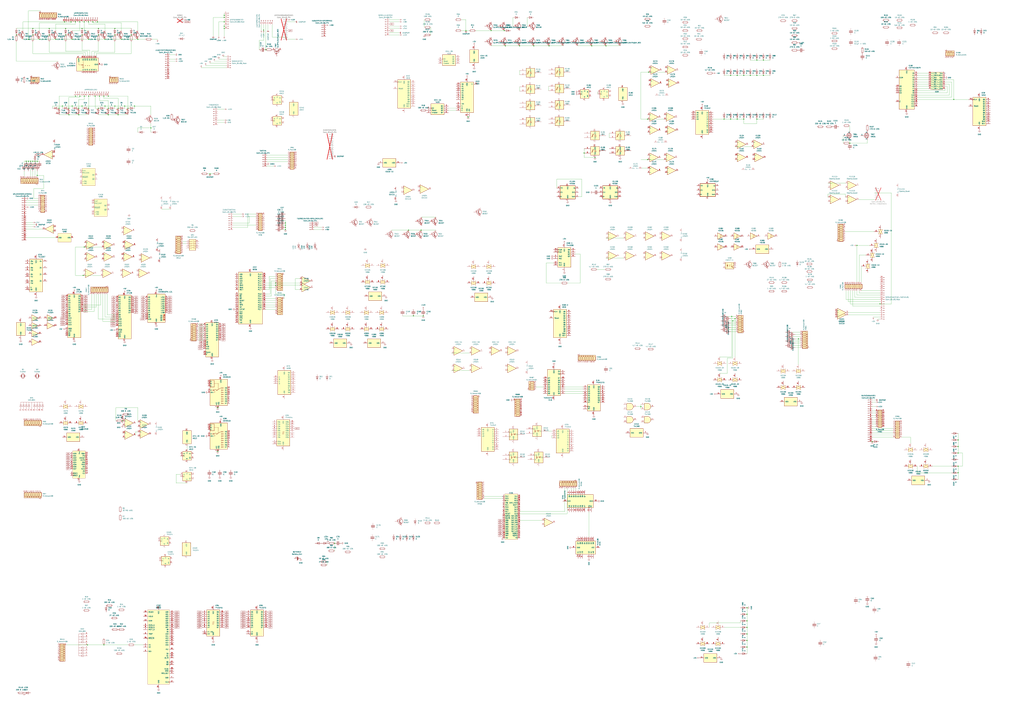
<source format=kicad_sch>
(kicad_sch (version 20230121) (generator eeschema)
  (paper "A0")
  (lib_symbols
    (symbol "4xxx:40106" (pin_names (offset 1.016))
      (property "Reference" "U" (at 0 1.27 0))
      (property "Value" "40106" (at 0 -1.27 0))
      (symbol "40106_1_0"
        (pin input line (at -7.62 0 0) (length 3.81) (name "~") (number "1"))
        (pin output inverted (at 7.62 0 180) (length 3.81) (name "~") (number "2"))
      )
      (symbol "40106_2_0"
        (pin input line (at -7.62 0 0) (length 3.81) (name "~") (number "3"))
        (pin output inverted (at 7.62 0 180) (length 3.81) (name "~") (number "4"))
      )
      (symbol "40106_3_0"
        (pin input line (at -7.62 0 0) (length 3.81) (name "~") (number "5"))
        (pin output inverted (at 7.62 0 180) (length 3.81) (name "~") (number "6"))
      )
      (symbol "40106_4_0"
        (pin output inverted (at 7.62 0 180) (length 3.81) (name "~") (number "8"))
        (pin input line (at -7.62 0 0) (length 3.81) (name "~") (number "9"))
      )
      (symbol "40106_5_0"
        (pin output inverted (at 7.62 0 180) (length 3.81) (name "~") (number "10"))
        (pin input line (at -7.62 0 0) (length 3.81) (name "~") (number "11"))
      )
      (symbol "40106_6_0"
        (pin output inverted (at 7.62 0 180) (length 3.81) (name "~") (number "12"))
        (pin input line (at -7.62 0 0) (length 3.81) (name "~") (number "13"))
      )
      (symbol "40106_7_0"
        (pin power_in line (at 0 12.7 270) (length 5.08) (name "VDD") (number "14"))
        (pin power_in line (at 0 -12.7 90) (length 5.08) (name "VSS") (number "7"))
      )
    )
    (symbol "4xxx:4013" (pin_names (offset 1.016))
      (property "Reference" "U" (at -7.62 8.89 0))
      (property "Value" "4013" (at -7.62 -8.89 0))
      (symbol "4013_1_1"
        (pin output line (at 7.62 2.54 180) (length 2.54) (name "Q") (number "1"))
        (pin output line (at 7.62 -2.54 180) (length 2.54) (name "~{Q}") (number "2"))
        (pin input clock (at -7.62 0 0) (length 2.54) (name "C") (number "3"))
        (pin input line (at 0 -7.62 90) (length 2.54) (name "R") (number "4"))
        (pin input line (at -7.62 2.54 0) (length 2.54) (name "D") (number "5"))
        (pin input line (at 0 7.62 270) (length 2.54) (name "S") (number "6"))
      )
      (symbol "4013_2_1"
        (pin input line (at 0 -7.62 90) (length 2.54) (name "R") (number "10"))
        (pin input clock (at -7.62 0 0) (length 2.54) (name "C") (number "11"))
        (pin output line (at 7.62 -2.54 180) (length 2.54) (name "~{Q}") (number "12"))
        (pin output line (at 7.62 2.54 180) (length 2.54) (name "Q") (number "13"))
        (pin input line (at 0 7.62 270) (length 2.54) (name "S") (number "8"))
        (pin input line (at -7.62 2.54 0) (length 2.54) (name "D") (number "9"))
      )
      (symbol "4013_3_0"
        (pin power_in line (at 0 10.16 270) (length 2.54) (name "VDD") (number "14"))
        (pin power_in line (at 0 -10.16 90) (length 2.54) (name "VSS") (number "7"))
      )
    )
    (symbol "4xxx:4028" (pin_names (offset 1.016))
      (property "Reference" "U" (at -7.62 13.97 0))
      (property "Value" "4028" (at -7.62 -16.51 0))
      (symbol "4028_1_0"
        (pin output line (at 12.7 0 180) (length 5.08) (name "S4") (number "1"))
        (pin input line (at -12.7 5.08 0) (length 5.08) (name "A") (number "10"))
        (pin input line (at -12.7 -2.54 0) (length 5.08) (name "D") (number "11"))
        (pin input line (at -12.7 0 0) (length 5.08) (name "C") (number "12"))
        (pin input line (at -12.7 2.54 0) (length 5.08) (name "B") (number "13"))
        (pin output line (at 12.7 7.62 180) (length 5.08) (name "S1") (number "14"))
        (pin output line (at 12.7 2.54 180) (length 5.08) (name "S3") (number "15"))
        (pin power_in line (at 0 17.78 270) (length 5.08) (name "VDD") (number "16"))
        (pin output line (at 12.7 5.08 180) (length 5.08) (name "S2") (number "2"))
        (pin output line (at 12.7 10.16 180) (length 5.08) (name "S0") (number "3"))
        (pin output line (at 12.7 -7.62 180) (length 5.08) (name "S7") (number "4"))
        (pin output line (at 12.7 -12.7 180) (length 5.08) (name "S9") (number "5"))
        (pin output line (at 12.7 -2.54 180) (length 5.08) (name "S5") (number "6"))
        (pin output line (at 12.7 -5.08 180) (length 5.08) (name "S6") (number "7"))
        (pin power_in line (at 0 -20.32 90) (length 5.08) (name "VSS") (number "8"))
        (pin output line (at 12.7 -10.16 180) (length 5.08) (name "S8") (number "9"))
      )
    )
    (symbol "4xxx:4040" (pin_names (offset 1.016))
      (property "Reference" "U" (at -7.62 16.51 0))
      (property "Value" "4040" (at -7.62 -19.05 0))
      (symbol "4040_1_0"
        (pin output line (at 12.7 -15.24 180) (length 5.08) (name "Q11") (number "1"))
        (pin input inverted_clock (at -12.7 12.7 0) (length 5.08) (name "CLK") (number "10"))
        (pin input line (at -12.7 5.08 0) (length 5.08) (name "Reset") (number "11"))
        (pin output line (at 12.7 -7.62 180) (length 5.08) (name "Q8") (number "12"))
        (pin output line (at 12.7 -5.08 180) (length 5.08) (name "Q7") (number "13"))
        (pin output line (at 12.7 -10.16 180) (length 5.08) (name "Q9") (number "14"))
        (pin output line (at 12.7 -12.7 180) (length 5.08) (name "Q10") (number "15"))
        (pin power_in line (at 0 20.32 270) (length 5.08) (name "VDD") (number "16"))
        (pin output line (at 12.7 0 180) (length 5.08) (name "Q5") (number "2"))
        (pin output line (at 12.7 2.54 180) (length 5.08) (name "Q4") (number "3"))
        (pin output line (at 12.7 -2.54 180) (length 5.08) (name "Q6") (number "4"))
        (pin output line (at 12.7 5.08 180) (length 5.08) (name "Q3") (number "5"))
        (pin output line (at 12.7 7.62 180) (length 5.08) (name "Q2") (number "6"))
        (pin output line (at 12.7 10.16 180) (length 5.08) (name "Q1") (number "7"))
        (pin power_in line (at 0 -22.86 90) (length 5.08) (name "VSS") (number "8"))
        (pin output line (at 12.7 12.7 180) (length 5.08) (name "Q0") (number "9"))
      )
    )
    (symbol "4xxx:4051" (pin_names (offset 1.016))
      (property "Reference" "U" (at -7.62 19.05 0))
      (property "Value" "4051" (at -7.62 -19.05 0))
      (symbol "4051_1_0"
        (pin passive line (at -12.7 5.08 0) (length 5.08) (name "X4") (number "1"))
        (pin input line (at -12.7 -12.7 0) (length 5.08) (name "B") (number "10"))
        (pin input line (at -12.7 -10.16 0) (length 5.08) (name "A") (number "11"))
        (pin passive line (at -12.7 7.62 0) (length 5.08) (name "X3") (number "12"))
        (pin passive line (at -12.7 15.24 0) (length 5.08) (name "X0") (number "13"))
        (pin passive line (at -12.7 12.7 0) (length 5.08) (name "X1") (number "14"))
        (pin passive line (at -12.7 10.16 0) (length 5.08) (name "X2") (number "15"))
        (pin power_in line (at 0 22.86 270) (length 5.08) (name "VDD") (number "16"))
        (pin passive line (at -12.7 0 0) (length 5.08) (name "X6") (number "2"))
        (pin passive line (at 12.7 15.24 180) (length 5.08) (name "X") (number "3"))
        (pin passive line (at -12.7 -2.54 0) (length 5.08) (name "X7") (number "4"))
        (pin passive line (at -12.7 2.54 0) (length 5.08) (name "X5") (number "5"))
        (pin input line (at -12.7 -7.62 0) (length 5.08) (name "Inh") (number "6"))
        (pin power_in line (at 2.54 -22.86 90) (length 5.08) (name "VEE") (number "7"))
        (pin power_in line (at 0 -22.86 90) (length 5.08) (name "VSS") (number "8"))
        (pin input line (at -12.7 -15.24 0) (length 5.08) (name "C") (number "9"))
      )
    )
    (symbol "4xxx:4066" (pin_names (offset 1.016))
      (property "Reference" "U" (at -7.62 8.89 0))
      (property "Value" "4066" (at -7.62 -8.89 0))
      (symbol "4066_1_0"
        (pin passive line (at -7.62 0 0) (length 5.08) (name "~") (number "1"))
        (pin input line (at 0 7.62 270) (length 5.08) (name "~") (number "13"))
        (pin passive line (at 7.62 0 180) (length 5.08) (name "~") (number "2"))
      )
      (symbol "4066_2_0"
        (pin passive line (at 7.62 0 180) (length 5.08) (name "~") (number "3"))
        (pin passive line (at -7.62 0 0) (length 5.08) (name "~") (number "4"))
        (pin input line (at 0 7.62 270) (length 5.08) (name "~") (number "5"))
      )
      (symbol "4066_3_0"
        (pin input line (at 0 7.62 270) (length 5.08) (name "~") (number "6"))
        (pin passive line (at -7.62 0 0) (length 5.08) (name "~") (number "8"))
        (pin passive line (at 7.62 0 180) (length 5.08) (name "~") (number "9"))
      )
      (symbol "4066_4_0"
        (pin passive line (at 7.62 0 180) (length 5.08) (name "~") (number "10"))
        (pin passive line (at -7.62 0 0) (length 5.08) (name "~") (number "11"))
        (pin input line (at 0 7.62 270) (length 5.08) (name "~") (number "12"))
      )
      (symbol "4066_5_0"
        (pin power_in line (at 0 12.7 270) (length 5.08) (name "VDD") (number "14"))
        (pin power_in line (at 0 -12.7 90) (length 5.08) (name "VSS") (number "7"))
      )
    )
    (symbol "4xxx:4098"
      (property "Reference" "U" (at -5.08 11.43 0))
      (property "Value" "4098" (at -5.08 -11.43 0))
      (symbol "4098_1_1"
        (pin input line (at -10.16 7.62 0) (length 2.54) (name "Cx1") (number "1"))
        (pin input line (at -10.16 5.08 0) (length 2.54) (name "Rx1_Cx1") (number "2"))
        (pin input line (at -10.16 0 0) (length 2.54) (name "~{Reset1}") (number "3"))
        (pin input line (at -10.16 -5.08 0) (length 2.54) (name "+TR1") (number "4"))
        (pin input line (at -10.16 -7.62 0) (length 2.54) (name "-TR1") (number "5"))
        (pin output line (at 10.16 2.54 180) (length 2.54) (name "Q1") (number "6"))
        (pin output line (at 10.16 -2.54 180) (length 2.54) (name "~{Q1}") (number "7"))
      )
      (symbol "4098_2_1"
        (pin output line (at 10.16 2.54 180) (length 2.54) (name "Q2") (number "10"))
        (pin input line (at -10.16 -7.62 0) (length 2.54) (name "-TR2") (number "11"))
        (pin input line (at -10.16 -5.08 0) (length 2.54) (name "+TR2") (number "12"))
        (pin input line (at -10.16 0 0) (length 2.54) (name "~{Reset2}") (number "13"))
        (pin input line (at -10.16 5.08 0) (length 2.54) (name "Rx2_Cx2") (number "14"))
        (pin input line (at -10.16 7.62 0) (length 2.54) (name "Cx2") (number "15"))
        (pin output line (at 10.16 -2.54 180) (length 2.54) (name "~{Q2}") (number "9"))
      )
      (symbol "4098_3_1"
        (pin power_in line (at 0 10.16 270) (length 2.54) (name "VDD") (number "16"))
        (pin power_in line (at 0 -10.16 90) (length 2.54) (name "VSS") (number "8"))
      )
    )
    (symbol "4xxx:4520" (pin_names (offset 1.016))
      (property "Reference" "U" (at -7.62 8.89 0))
      (property "Value" "4520" (at -7.62 -8.89 0))
      (symbol "4520_1_0"
        (pin input clock (at -12.7 0 0) (length 5.08) (name "CK") (number "1"))
        (pin input line (at -12.7 -5.08 0) (length 5.08) (name "Enable") (number "2"))
        (pin output line (at 12.7 2.54 180) (length 5.08) (name "Q1") (number "3"))
        (pin output line (at 12.7 0 180) (length 5.08) (name "Q2") (number "4"))
        (pin output line (at 12.7 -2.54 180) (length 5.08) (name "Q3") (number "5"))
        (pin output line (at 12.7 -5.08 180) (length 5.08) (name "Q4") (number "6"))
        (pin input line (at -12.7 -2.54 0) (length 5.08) (name "Reset") (number "7"))
      )
      (symbol "4520_2_0"
        (pin input line (at -12.7 -5.08 0) (length 5.08) (name "Enable") (number "10"))
        (pin output line (at 12.7 2.54 180) (length 5.08) (name "Q1") (number "11"))
        (pin output line (at 12.7 0 180) (length 5.08) (name "Q2") (number "12"))
        (pin output line (at 12.7 -2.54 180) (length 5.08) (name "Q3") (number "13"))
        (pin output line (at 12.7 -5.08 180) (length 5.08) (name "Q4") (number "14"))
        (pin input line (at -12.7 -2.54 0) (length 5.08) (name "Reset") (number "15"))
        (pin input clock (at -12.7 0 0) (length 5.08) (name "CK") (number "9"))
      )
      (symbol "4520_3_0"
        (pin power_in line (at 0 12.7 270) (length 5.08) (name "VDD") (number "16"))
        (pin power_in line (at 0 -12.7 90) (length 5.08) (name "VSS") (number "8"))
      )
    )
    (symbol "4xxx_IEEE:4093"
      (property "Reference" "U" (at 3.81 6.35 0))
      (property "Value" "4093" (at 5.08 -6.35 0))
      (symbol "4093_0_0"
        (text "&" (at 0.508 0 0) (effects (font (size 2.54 2.54))))
        (pin power_in line (at 0 7.62 270) (length 2.54) (name "Vdd") (number "14"))
        (pin power_in line (at 0 -7.62 90) (length 2.54) (name "Vss") (number "7"))
      )
      (symbol "4093_1_1"
        (pin input line (at -12.7 2.54 0) (length 7.62) (name "~") (number "1"))
        (pin input line (at -12.7 -2.54 0) (length 7.62) (name "~") (number "2"))
        (pin output inverted (at 12.7 0 180) (length 7.62) (name "~") (number "3"))
      )
      (symbol "4093_2_1"
        (pin output inverted (at 12.7 0 180) (length 7.62) (name "~") (number "4"))
        (pin input line (at -12.7 2.54 0) (length 7.62) (name "~") (number "5"))
        (pin input line (at -12.7 -2.54 0) (length 7.62) (name "~") (number "6"))
      )
      (symbol "4093_3_1"
        (pin output inverted (at 12.7 0 180) (length 7.62) (name "~") (number "10"))
        (pin input line (at -12.7 2.54 0) (length 7.62) (name "~") (number "8"))
        (pin input line (at -12.7 -2.54 0) (length 7.62) (name "~") (number "9"))
      )
      (symbol "4093_4_1"
        (pin output inverted (at 12.7 0 180) (length 7.62) (name "~") (number "11"))
        (pin input line (at -12.7 2.54 0) (length 7.62) (name "~") (number "12"))
        (pin input line (at -12.7 -2.54 0) (length 7.62) (name "~") (number "13"))
      )
    )
    (symbol "74xx:74AHC273"
      (property "Reference" "U" (at -7.62 16.51 0))
      (property "Value" "74AHC273" (at -7.62 -16.51 0))
      (symbol "74AHC273_1_0"
        (pin input line (at -12.7 -12.7 0) (length 5.08) (name "~{Mr}") (number "1"))
        (pin power_in line (at 0 -20.32 90) (length 5.08) (name "GND") (number "10"))
        (pin input clock (at -12.7 -10.16 0) (length 5.08) (name "Cp") (number "11"))
        (pin output line (at 12.7 2.54 180) (length 5.08) (name "Q4") (number "12"))
        (pin input line (at -12.7 2.54 0) (length 5.08) (name "D4") (number "13"))
        (pin input line (at -12.7 0 0) (length 5.08) (name "D5") (number "14"))
        (pin output line (at 12.7 0 180) (length 5.08) (name "Q5") (number "15"))
        (pin output line (at 12.7 -2.54 180) (length 5.08) (name "Q6") (number "16"))
        (pin input line (at -12.7 -2.54 0) (length 5.08) (name "D6") (number "17"))
        (pin input line (at -12.7 -5.08 0) (length 5.08) (name "D7") (number "18"))
        (pin output line (at 12.7 -5.08 180) (length 5.08) (name "Q7") (number "19"))
        (pin output line (at 12.7 12.7 180) (length 5.08) (name "Q0") (number "2"))
        (pin power_in line (at 0 20.32 270) (length 5.08) (name "VCC") (number "20"))
        (pin input line (at -12.7 12.7 0) (length 5.08) (name "D0") (number "3"))
        (pin input line (at -12.7 10.16 0) (length 5.08) (name "D1") (number "4"))
        (pin output line (at 12.7 10.16 180) (length 5.08) (name "Q1") (number "5"))
        (pin output line (at 12.7 7.62 180) (length 5.08) (name "Q2") (number "6"))
        (pin input line (at -12.7 7.62 0) (length 5.08) (name "D2") (number "7"))
        (pin input line (at -12.7 5.08 0) (length 5.08) (name "D3") (number "8"))
        (pin output line (at 12.7 5.08 180) (length 5.08) (name "Q3") (number "9"))
      )
    )
    (symbol "74xx:74LS00" (pin_names (offset 1.016))
      (property "Reference" "U" (at 0 1.27 0))
      (property "Value" "74LS00" (at 0 -1.27 0))
      (symbol "74LS00_1_1"
        (pin input line (at -7.62 2.54 0) (length 3.81) (name "~") (number "1"))
        (pin input line (at -7.62 -2.54 0) (length 3.81) (name "~") (number "2"))
        (pin output inverted (at 7.62 0 180) (length 3.81) (name "~") (number "3"))
      )
      (symbol "74LS00_1_2"
        (pin input inverted (at -7.62 2.54 0) (length 4.318) (name "~") (number "1"))
        (pin input inverted (at -7.62 -2.54 0) (length 4.318) (name "~") (number "2"))
        (pin output line (at 7.62 0 180) (length 3.81) (name "~") (number "3"))
      )
      (symbol "74LS00_2_1"
        (pin input line (at -7.62 2.54 0) (length 3.81) (name "~") (number "4"))
        (pin input line (at -7.62 -2.54 0) (length 3.81) (name "~") (number "5"))
        (pin output inverted (at 7.62 0 180) (length 3.81) (name "~") (number "6"))
      )
      (symbol "74LS00_2_2"
        (pin input inverted (at -7.62 2.54 0) (length 4.318) (name "~") (number "4"))
        (pin input inverted (at -7.62 -2.54 0) (length 4.318) (name "~") (number "5"))
        (pin output line (at 7.62 0 180) (length 3.81) (name "~") (number "6"))
      )
      (symbol "74LS00_3_1"
        (pin input line (at -7.62 -2.54 0) (length 3.81) (name "~") (number "10"))
        (pin output inverted (at 7.62 0 180) (length 3.81) (name "~") (number "8"))
        (pin input line (at -7.62 2.54 0) (length 3.81) (name "~") (number "9"))
      )
      (symbol "74LS00_3_2"
        (pin input inverted (at -7.62 -2.54 0) (length 4.318) (name "~") (number "10"))
        (pin output line (at 7.62 0 180) (length 3.81) (name "~") (number "8"))
        (pin input inverted (at -7.62 2.54 0) (length 4.318) (name "~") (number "9"))
      )
      (symbol "74LS00_4_1"
        (pin output inverted (at 7.62 0 180) (length 3.81) (name "~") (number "11"))
        (pin input line (at -7.62 2.54 0) (length 3.81) (name "~") (number "12"))
        (pin input line (at -7.62 -2.54 0) (length 3.81) (name "~") (number "13"))
      )
      (symbol "74LS00_4_2"
        (pin output line (at 7.62 0 180) (length 3.81) (name "~") (number "11"))
        (pin input inverted (at -7.62 2.54 0) (length 4.318) (name "~") (number "12"))
        (pin input inverted (at -7.62 -2.54 0) (length 4.318) (name "~") (number "13"))
      )
      (symbol "74LS00_5_0"
        (pin power_in line (at 0 12.7 270) (length 5.08) (name "VCC") (number "14"))
        (pin power_in line (at 0 -12.7 90) (length 5.08) (name "GND") (number "7"))
      )
    )
    (symbol "74xx:74LS04"
      (property "Reference" "U" (at 0 1.27 0))
      (property "Value" "74LS04" (at 0 -1.27 0))
      (symbol "74LS04_1_0"
        (pin input line (at -7.62 0 0) (length 3.81) (name "~") (number "1"))
        (pin output inverted (at 7.62 0 180) (length 3.81) (name "~") (number "2"))
      )
      (symbol "74LS04_2_0"
        (pin input line (at -7.62 0 0) (length 3.81) (name "~") (number "3"))
        (pin output inverted (at 7.62 0 180) (length 3.81) (name "~") (number "4"))
      )
      (symbol "74LS04_3_0"
        (pin input line (at -7.62 0 0) (length 3.81) (name "~") (number "5"))
        (pin output inverted (at 7.62 0 180) (length 3.81) (name "~") (number "6"))
      )
      (symbol "74LS04_4_0"
        (pin output inverted (at 7.62 0 180) (length 3.81) (name "~") (number "8"))
        (pin input line (at -7.62 0 0) (length 3.81) (name "~") (number "9"))
      )
      (symbol "74LS04_5_0"
        (pin output inverted (at 7.62 0 180) (length 3.81) (name "~") (number "10"))
        (pin input line (at -7.62 0 0) (length 3.81) (name "~") (number "11"))
      )
      (symbol "74LS04_6_0"
        (pin output inverted (at 7.62 0 180) (length 3.81) (name "~") (number "12"))
        (pin input line (at -7.62 0 0) (length 3.81) (name "~") (number "13"))
      )
      (symbol "74LS04_7_0"
        (pin power_in line (at 0 12.7 270) (length 5.08) (name "VCC") (number "14"))
        (pin power_in line (at 0 -12.7 90) (length 5.08) (name "GND") (number "7"))
      )
    )
    (symbol "74xx:74LS138" (pin_names (offset 1.016))
      (property "Reference" "U" (at -7.62 11.43 0))
      (property "Value" "74LS138" (at -7.62 -13.97 0))
      (symbol "74LS138_1_0"
        (pin input line (at -12.7 7.62 0) (length 5.08) (name "A0") (number "1"))
        (pin output output_low (at 12.7 -5.08 180) (length 5.08) (name "O5") (number "10"))
        (pin output output_low (at 12.7 -2.54 180) (length 5.08) (name "O4") (number "11"))
        (pin output output_low (at 12.7 0 180) (length 5.08) (name "O3") (number "12"))
        (pin output output_low (at 12.7 2.54 180) (length 5.08) (name "O2") (number "13"))
        (pin output output_low (at 12.7 5.08 180) (length 5.08) (name "O1") (number "14"))
        (pin output output_low (at 12.7 7.62 180) (length 5.08) (name "O0") (number "15"))
        (pin power_in line (at 0 15.24 270) (length 5.08) (name "VCC") (number "16"))
        (pin input line (at -12.7 5.08 0) (length 5.08) (name "A1") (number "2"))
        (pin input line (at -12.7 2.54 0) (length 5.08) (name "A2") (number "3"))
        (pin input input_low (at -12.7 -10.16 0) (length 5.08) (name "E1") (number "4"))
        (pin input input_low (at -12.7 -7.62 0) (length 5.08) (name "E2") (number "5"))
        (pin input line (at -12.7 -5.08 0) (length 5.08) (name "E3") (number "6"))
        (pin output output_low (at 12.7 -10.16 180) (length 5.08) (name "O7") (number "7"))
        (pin power_in line (at 0 -17.78 90) (length 5.08) (name "GND") (number "8"))
        (pin output output_low (at 12.7 -7.62 180) (length 5.08) (name "O6") (number "9"))
      )
    )
    (symbol "74xx:74LS244" (pin_names (offset 1.016))
      (property "Reference" "U" (at -7.62 16.51 0))
      (property "Value" "74LS244" (at -7.62 -16.51 0))
      (symbol "74LS244_1_0"
        (pin input inverted (at -12.7 -10.16 0) (length 5.08) (name "OEa") (number "1"))
        (pin power_in line (at 0 -20.32 90) (length 5.08) (name "GND") (number "10"))
        (pin input line (at -12.7 2.54 0) (length 5.08) (name "I0b") (number "11"))
        (pin tri_state line (at 12.7 5.08 180) (length 5.08) (name "O3a") (number "12"))
        (pin input line (at -12.7 0 0) (length 5.08) (name "I1b") (number "13"))
        (pin tri_state line (at 12.7 7.62 180) (length 5.08) (name "O2a") (number "14"))
        (pin input line (at -12.7 -2.54 0) (length 5.08) (name "I2b") (number "15"))
        (pin tri_state line (at 12.7 10.16 180) (length 5.08) (name "O1a") (number "16"))
        (pin input line (at -12.7 -5.08 0) (length 5.08) (name "I3b") (number "17"))
        (pin tri_state line (at 12.7 12.7 180) (length 5.08) (name "O0a") (number "18"))
        (pin input inverted (at -12.7 -12.7 0) (length 5.08) (name "OEb") (number "19"))
        (pin input line (at -12.7 12.7 0) (length 5.08) (name "I0a") (number "2"))
        (pin power_in line (at 0 20.32 270) (length 5.08) (name "VCC") (number "20"))
        (pin tri_state line (at 12.7 -5.08 180) (length 5.08) (name "O3b") (number "3"))
        (pin input line (at -12.7 10.16 0) (length 5.08) (name "I1a") (number "4"))
        (pin tri_state line (at 12.7 -2.54 180) (length 5.08) (name "O2b") (number "5"))
        (pin input line (at -12.7 7.62 0) (length 5.08) (name "I2a") (number "6"))
        (pin tri_state line (at 12.7 0 180) (length 5.08) (name "O1b") (number "7"))
        (pin input line (at -12.7 5.08 0) (length 5.08) (name "I3a") (number "8"))
        (pin tri_state line (at 12.7 2.54 180) (length 5.08) (name "O0b") (number "9"))
      )
    )
    (symbol "74xx:74LS245" (pin_names (offset 1.016))
      (property "Reference" "U" (at -7.62 16.51 0))
      (property "Value" "74LS245" (at -7.62 -16.51 0))
      (symbol "74LS245_1_0"
        (pin input line (at -12.7 -10.16 0) (length 5.08) (name "A->B") (number "1"))
        (pin power_in line (at 0 -20.32 90) (length 5.08) (name "GND") (number "10"))
        (pin tri_state line (at 12.7 -5.08 180) (length 5.08) (name "B7") (number "11"))
        (pin tri_state line (at 12.7 -2.54 180) (length 5.08) (name "B6") (number "12"))
        (pin tri_state line (at 12.7 0 180) (length 5.08) (name "B5") (number "13"))
        (pin tri_state line (at 12.7 2.54 180) (length 5.08) (name "B4") (number "14"))
        (pin tri_state line (at 12.7 5.08 180) (length 5.08) (name "B3") (number "15"))
        (pin tri_state line (at 12.7 7.62 180) (length 5.08) (name "B2") (number "16"))
        (pin tri_state line (at 12.7 10.16 180) (length 5.08) (name "B1") (number "17"))
        (pin tri_state line (at 12.7 12.7 180) (length 5.08) (name "B0") (number "18"))
        (pin input inverted (at -12.7 -12.7 0) (length 5.08) (name "CE") (number "19"))
        (pin tri_state line (at -12.7 12.7 0) (length 5.08) (name "A0") (number "2"))
        (pin power_in line (at 0 20.32 270) (length 5.08) (name "VCC") (number "20"))
        (pin tri_state line (at -12.7 10.16 0) (length 5.08) (name "A1") (number "3"))
        (pin tri_state line (at -12.7 7.62 0) (length 5.08) (name "A2") (number "4"))
        (pin tri_state line (at -12.7 5.08 0) (length 5.08) (name "A3") (number "5"))
        (pin tri_state line (at -12.7 2.54 0) (length 5.08) (name "A4") (number "6"))
        (pin tri_state line (at -12.7 0 0) (length 5.08) (name "A5") (number "7"))
        (pin tri_state line (at -12.7 -2.54 0) (length 5.08) (name "A6") (number "8"))
        (pin tri_state line (at -12.7 -5.08 0) (length 5.08) (name "A7") (number "9"))
      )
    )
    (symbol "74xx:74LS257" (pin_names (offset 1.016))
      (property "Reference" "U" (at -7.62 19.05 0))
      (property "Value" "74LS257" (at -7.62 -21.59 0))
      (symbol "74LS257_1_0"
        (pin input line (at -12.7 -15.24 0) (length 5.08) (name "S") (number "1"))
        (pin input line (at -12.7 -10.16 0) (length 5.08) (name "I1d") (number "10"))
        (pin input line (at -12.7 -7.62 0) (length 5.08) (name "I0d") (number "11"))
        (pin tri_state line (at 12.7 0 180) (length 5.08) (name "Zc") (number "12"))
        (pin input line (at -12.7 -2.54 0) (length 5.08) (name "I1c") (number "13"))
        (pin input line (at -12.7 0 0) (length 5.08) (name "I0c") (number "14"))
        (pin input inverted (at -12.7 -17.78 0) (length 5.08) (name "OE") (number "15"))
        (pin power_in line (at 0 22.86 270) (length 5.08) (name "VCC") (number "16"))
        (pin input line (at -12.7 15.24 0) (length 5.08) (name "I0a") (number "2"))
        (pin input line (at -12.7 12.7 0) (length 5.08) (name "I1a") (number "3"))
        (pin tri_state line (at 12.7 15.24 180) (length 5.08) (name "Za") (number "4"))
        (pin input line (at -12.7 7.62 0) (length 5.08) (name "I0b") (number "5"))
        (pin input line (at -12.7 5.08 0) (length 5.08) (name "I1b") (number "6"))
        (pin tri_state line (at 12.7 7.62 180) (length 5.08) (name "Zb") (number "7"))
        (pin power_in line (at 0 -25.4 90) (length 5.08) (name "GND") (number "8"))
        (pin tri_state line (at 12.7 -7.62 180) (length 5.08) (name "Zd") (number "9"))
      )
    )
    (symbol "74xx:74LS290" (pin_names (offset 1.016))
      (property "Reference" "U" (at -7.62 11.43 0))
      (property "Value" "74LS290" (at -7.62 -13.97 0))
      (symbol "74LS290_1_0"
        (pin input line (at -12.7 -2.54 0) (length 5.08) (name "Ms1") (number "1"))
        (pin input inverted_clock (at -12.7 7.62 0) (length 5.08) (name "Cp0") (number "10"))
        (pin input inverted_clock (at -12.7 5.08 0) (length 5.08) (name "Cp1") (number "11"))
        (pin input line (at -12.7 -7.62 0) (length 5.08) (name "Mr1") (number "12"))
        (pin input line (at -12.7 -10.16 0) (length 5.08) (name "Mr2") (number "13"))
        (pin power_in line (at 0 15.24 270) (length 5.08) (name "VCC") (number "14"))
        (pin input line (at -12.7 0 0) (length 5.08) (name "Ms2") (number "3"))
        (pin output line (at 12.7 2.54 180) (length 5.08) (name "Q2") (number "4"))
        (pin output line (at 12.7 5.08 180) (length 5.08) (name "Q1") (number "5"))
        (pin power_in line (at 0 -17.78 90) (length 5.08) (name "GND") (number "7"))
        (pin output line (at 12.7 0 180) (length 5.08) (name "Q3") (number "8"))
        (pin output line (at 12.7 7.62 180) (length 5.08) (name "Q0") (number "9"))
      )
    )
    (symbol "74xx:74LS373"
      (property "Reference" "U" (at -7.62 16.51 0))
      (property "Value" "74LS373" (at -7.62 -16.51 0))
      (symbol "74LS373_1_0"
        (pin input inverted (at -12.7 -12.7 0) (length 5.08) (name "OE") (number "1"))
        (pin power_in line (at 0 -20.32 90) (length 5.08) (name "GND") (number "10"))
        (pin input line (at -12.7 -10.16 0) (length 5.08) (name "LE") (number "11"))
        (pin tri_state line (at 12.7 2.54 180) (length 5.08) (name "O4") (number "12"))
        (pin input line (at -12.7 2.54 0) (length 5.08) (name "D4") (number "13"))
        (pin input line (at -12.7 0 0) (length 5.08) (name "D5") (number "14"))
        (pin tri_state line (at 12.7 0 180) (length 5.08) (name "O5") (number "15"))
        (pin tri_state line (at 12.7 -2.54 180) (length 5.08) (name "O6") (number "16"))
        (pin input line (at -12.7 -2.54 0) (length 5.08) (name "D6") (number "17"))
        (pin input line (at -12.7 -5.08 0) (length 5.08) (name "D7") (number "18"))
        (pin tri_state line (at 12.7 -5.08 180) (length 5.08) (name "O7") (number "19"))
        (pin tri_state line (at 12.7 12.7 180) (length 5.08) (name "O0") (number "2"))
        (pin power_in line (at 0 20.32 270) (length 5.08) (name "VCC") (number "20"))
        (pin input line (at -12.7 12.7 0) (length 5.08) (name "D0") (number "3"))
        (pin input line (at -12.7 10.16 0) (length 5.08) (name "D1") (number "4"))
        (pin tri_state line (at 12.7 10.16 180) (length 5.08) (name "O1") (number "5"))
        (pin tri_state line (at 12.7 7.62 180) (length 5.08) (name "O2") (number "6"))
        (pin input line (at -12.7 7.62 0) (length 5.08) (name "D2") (number "7"))
        (pin input line (at -12.7 5.08 0) (length 5.08) (name "D3") (number "8"))
        (pin tri_state line (at 12.7 5.08 180) (length 5.08) (name "O3") (number "9"))
      )
    )
    (symbol "74xx:74LS42" (pin_names (offset 1.016))
      (property "Reference" "U" (at -7.62 13.97 0))
      (property "Value" "74LS42" (at -7.62 -16.51 0))
      (symbol "74LS42_1_0"
        (pin output inverted (at 12.7 10.16 180) (length 5.08) (name "0") (number "1"))
        (pin output inverted (at 12.7 -10.16 180) (length 5.08) (name "8") (number "10"))
        (pin output inverted (at 12.7 -12.7 180) (length 5.08) (name "9") (number "11"))
        (pin input line (at -12.7 2.54 0) (length 5.08) (name "A3") (number "12"))
        (pin input line (at -12.7 5.08 0) (length 5.08) (name "A2") (number "13"))
        (pin input line (at -12.7 7.62 0) (length 5.08) (name "A1") (number "14"))
        (pin input line (at -12.7 10.16 0) (length 5.08) (name "A0") (number "15"))
        (pin power_in line (at 0 17.78 270) (length 5.08) (name "VCC") (number "16"))
        (pin output inverted (at 12.7 7.62 180) (length 5.08) (name "1") (number "2"))
        (pin output inverted (at 12.7 5.08 180) (length 5.08) (name "2") (number "3"))
        (pin output inverted (at 12.7 2.54 180) (length 5.08) (name "3") (number "4"))
        (pin output inverted (at 12.7 0 180) (length 5.08) (name "4") (number "5"))
        (pin output inverted (at 12.7 -2.54 180) (length 5.08) (name "5") (number "6"))
        (pin output inverted (at 12.7 -5.08 180) (length 5.08) (name "6") (number "7"))
        (pin power_in line (at 0 -20.32 90) (length 5.08) (name "GND") (number "8"))
        (pin output inverted (at 12.7 -7.62 180) (length 5.08) (name "7") (number "9"))
      )
    )
    (symbol "74xx:74LS74" (pin_names (offset 1.016))
      (property "Reference" "U" (at -7.62 8.89 0))
      (property "Value" "74LS74" (at -7.62 -8.89 0))
      (symbol "74LS74_1_0"
        (pin input line (at 0 -7.62 90) (length 2.54) (name "~{R}") (number "1"))
        (pin input line (at -7.62 2.54 0) (length 2.54) (name "D") (number "2"))
        (pin input clock (at -7.62 0 0) (length 2.54) (name "C") (number "3"))
        (pin input line (at 0 7.62 270) (length 2.54) (name "~{S}") (number "4"))
        (pin output line (at 7.62 2.54 180) (length 2.54) (name "Q") (number "5"))
        (pin output line (at 7.62 -2.54 180) (length 2.54) (name "~{Q}") (number "6"))
      )
      (symbol "74LS74_2_0"
        (pin input line (at 0 7.62 270) (length 2.54) (name "~{S}") (number "10"))
        (pin input clock (at -7.62 0 0) (length 2.54) (name "C") (number "11"))
        (pin input line (at -7.62 2.54 0) (length 2.54) (name "D") (number "12"))
        (pin input line (at 0 -7.62 90) (length 2.54) (name "~{R}") (number "13"))
        (pin output line (at 7.62 -2.54 180) (length 2.54) (name "~{Q}") (number "8"))
        (pin output line (at 7.62 2.54 180) (length 2.54) (name "Q") (number "9"))
      )
      (symbol "74LS74_3_0"
        (pin power_in line (at 0 10.16 270) (length 2.54) (name "VCC") (number "14"))
        (pin power_in line (at 0 -10.16 90) (length 2.54) (name "GND") (number "7"))
      )
    )
    (symbol "74xx:CD74HC4067M"
      (property "Reference" "U" (at -8.89 22.86 0))
      (property "Value" "CD74HC4067M" (at 1.27 22.86 0))
      (symbol "CD74HC4067M_1_1"
        (pin passive line (at -12.7 12.7 0) (length 3.81) (name "COM") (number "1"))
        (pin input line (at -12.7 2.54 0) (length 3.81) (name "S0") (number "10"))
        (pin input line (at -12.7 0 0) (length 3.81) (name "S1") (number "11"))
        (pin power_in line (at 0 -27.94 90) (length 3.81) (name "GND") (number "12"))
        (pin input line (at -12.7 -5.08 0) (length 3.81) (name "S3") (number "13"))
        (pin input line (at -12.7 -2.54 0) (length 3.81) (name "S2") (number "14"))
        (pin input line (at -12.7 -15.24 0) (length 3.81) (name "~{E}") (number "15"))
        (pin passive line (at 12.7 -20.32 180) (length 3.81) (name "I15") (number "16"))
        (pin passive line (at 12.7 -17.78 180) (length 3.81) (name "I14") (number "17"))
        (pin passive line (at 12.7 -15.24 180) (length 3.81) (name "I13") (number "18"))
        (pin passive line (at 12.7 -12.7 180) (length 3.81) (name "I12") (number "19"))
        (pin passive line (at 12.7 0 180) (length 3.81) (name "I7") (number "2"))
        (pin passive line (at 12.7 -10.16 180) (length 3.81) (name "I11") (number "20"))
        (pin passive line (at 12.7 -7.62 180) (length 3.81) (name "I10") (number "21"))
        (pin passive line (at 12.7 -5.08 180) (length 3.81) (name "I9") (number "22"))
        (pin passive line (at 12.7 -2.54 180) (length 3.81) (name "I8") (number "23"))
        (pin power_in line (at 0 25.4 270) (length 3.81) (name "VCC") (number "24"))
        (pin passive line (at 12.7 2.54 180) (length 3.81) (name "I6") (number "3"))
        (pin passive line (at 12.7 5.08 180) (length 3.81) (name "I5") (number "4"))
        (pin passive line (at 12.7 7.62 180) (length 3.81) (name "I4") (number "5"))
        (pin passive line (at 12.7 10.16 180) (length 3.81) (name "I3") (number "6"))
        (pin passive line (at 12.7 12.7 180) (length 3.81) (name "I2") (number "7"))
        (pin passive line (at 12.7 15.24 180) (length 3.81) (name "I1") (number "8"))
        (pin passive line (at 12.7 17.78 180) (length 3.81) (name "I0") (number "9"))
      )
    )
    (symbol "74xx_IEEE:74125"
      (property "Reference" "U" (at 6.35 6.35 0))
      (property "Value" "74125" (at 2.54 -7.62 0))
      (symbol "74125_0_1"
        (pin power_in line (at 0 10.16 270) (length 3.81) (name "VCC") (number "14"))
        (pin power_in line (at 0 -10.16 90) (length 3.81) (name "GND") (number "7"))
      )
      (symbol "74125_1_0"
        (pin input input_low (at -12.7 2.54 0) (length 7.62) (name "EN") (number "1"))
      )
      (symbol "74125_1_1"
        (pin input line (at -12.7 -2.54 0) (length 7.62) (name "D") (number "2"))
        (pin tri_state line (at 12.7 0 180) (length 7.62) (name "O") (number "3"))
      )
      (symbol "74125_2_0"
        (pin input input_low (at -12.7 2.54 0) (length 7.62) (name "EN") (number "4"))
      )
      (symbol "74125_2_1"
        (pin input line (at -12.7 -2.54 0) (length 7.62) (name "D") (number "5"))
        (pin tri_state line (at 12.7 0 180) (length 7.62) (name "O") (number "6"))
      )
      (symbol "74125_3_0"
        (pin input input_low (at -12.7 2.54 0) (length 7.62) (name "EN") (number "10"))
      )
      (symbol "74125_3_1"
        (pin tri_state line (at 12.7 0 180) (length 7.62) (name "O") (number "8"))
        (pin input line (at -12.7 -2.54 0) (length 7.62) (name "D") (number "9"))
      )
      (symbol "74125_4_0"
        (pin input input_low (at -12.7 2.54 0) (length 7.62) (name "EN") (number "13"))
      )
      (symbol "74125_4_1"
        (pin tri_state line (at 12.7 0 180) (length 7.62) (name "O") (number "11"))
        (pin input line (at -12.7 -2.54 0) (length 7.62) (name "D") (number "12"))
      )
    )
    (symbol "8085:2732"
      (property "Reference" "U" (at -7.62 26.67 0))
      (property "Value" "2732" (at 2.54 -15.875 0))
      (symbol "2732_1_1"
        (pin input line (at -10.16 5.08 0) (length 2.54) (name "A7") (number "1"))
        (pin tri_state line (at 10.16 20.32 180) (length 2.54) (name "D1") (number "10"))
        (pin tri_state line (at 10.16 17.78 180) (length 2.54) (name "D2") (number "11"))
        (pin power_in line (at 0 -17.145 90) (length 2.54) (name "GND") (number "12"))
        (pin tri_state line (at 10.16 15.24 180) (length 2.54) (name "D3") (number "13"))
        (pin tri_state line (at 10.16 12.7 180) (length 2.54) (name "D4") (number "14"))
        (pin tri_state line (at 10.16 10.16 180) (length 2.54) (name "D5") (number "15"))
        (pin tri_state line (at 10.16 7.62 180) (length 2.54) (name "D6") (number "16"))
        (pin tri_state line (at 10.16 5.08 180) (length 2.54) (name "D7") (number "17"))
        (pin input line (at -10.16 -12.065 0) (length 2.54) (name "~{E}") (number "18"))
        (pin input line (at -10.16 -2.54 0) (length 2.54) (name "A10") (number "19"))
        (pin input line (at -10.16 7.62 0) (length 2.54) (name "A6") (number "2"))
        (pin input line (at -10.16 -9.525 0) (length 2.54) (name "~{G}VPP") (number "20"))
        (pin input line (at -10.16 -5.08 0) (length 2.54) (name "A11") (number "21"))
        (pin input line (at -10.16 0 0) (length 2.54) (name "A9") (number "22"))
        (pin input line (at -10.16 2.54 0) (length 2.54) (name "A8") (number "23"))
        (pin power_in line (at 0 27.94 270) (length 2.54) (name "VCC") (number "24"))
        (pin input line (at -10.16 10.16 0) (length 2.54) (name "A5") (number "3"))
        (pin input line (at -10.16 12.7 0) (length 2.54) (name "A4") (number "4"))
        (pin input line (at -10.16 15.24 0) (length 2.54) (name "A3") (number "5"))
        (pin input line (at -10.16 17.78 0) (length 2.54) (name "A2") (number "6"))
        (pin input line (at -10.16 20.32 0) (length 2.54) (name "A1") (number "7"))
        (pin input line (at -10.16 22.86 0) (length 2.54) (name "A0") (number "8"))
        (pin tri_state line (at 10.16 22.86 180) (length 2.54) (name "D0") (number "9"))
      )
    )
    (symbol "8085:8085" (pin_names (offset 1.016))
      (property "Reference" "U" (at -12.7 44.45 0))
      (property "Value" "8085" (at -12.7 -44.45 0))
      (symbol "8085_1_1"
        (pin input line (at -17.78 2.54 0) (length 5.08) (name "X1") (number "1"))
        (pin input line (at -17.78 30.48 0) (length 5.08) (name "INTR") (number "10"))
        (pin output inverted (at 17.78 -27.94 180) (length 5.08) (name "~{INTA}") (number "11"))
        (pin tri_state line (at 17.78 40.64 180) (length 5.08) (name "AD0") (number "12"))
        (pin tri_state line (at 17.78 38.1 180) (length 5.08) (name "AD1") (number "13"))
        (pin tri_state line (at 17.78 35.56 180) (length 5.08) (name "AD2") (number "14"))
        (pin tri_state line (at 17.78 33.02 180) (length 5.08) (name "AD3") (number "15"))
        (pin tri_state line (at 17.78 30.48 180) (length 5.08) (name "AD4") (number "16"))
        (pin tri_state line (at 17.78 27.94 180) (length 5.08) (name "AD5") (number "17"))
        (pin tri_state line (at 17.78 25.4 180) (length 5.08) (name "AD6") (number "18"))
        (pin tri_state line (at 17.78 22.86 180) (length 5.08) (name "AD7") (number "19"))
        (pin input line (at -17.78 0 0) (length 5.08) (name "X2") (number "2"))
        (pin power_in line (at 0 -48.26 90) (length 5.08) (name "GND") (number "20"))
        (pin tri_state line (at 17.78 20.32 180) (length 5.08) (name "A8") (number "21"))
        (pin tri_state line (at 17.78 17.78 180) (length 5.08) (name "A9") (number "22"))
        (pin tri_state line (at 17.78 15.24 180) (length 5.08) (name "A10") (number "23"))
        (pin tri_state line (at 17.78 12.7 180) (length 5.08) (name "A11") (number "24"))
        (pin tri_state line (at 17.78 10.16 180) (length 5.08) (name "A12") (number "25"))
        (pin tri_state line (at 17.78 7.62 180) (length 5.08) (name "A13") (number "26"))
        (pin tri_state line (at 17.78 5.08 180) (length 5.08) (name "A14") (number "27"))
        (pin tri_state line (at 17.78 2.54 180) (length 5.08) (name "A15") (number "28"))
        (pin output line (at 17.78 -7.62 180) (length 5.08) (name "S0") (number "29"))
        (pin output line (at 17.78 -30.48 180) (length 5.08) (name "RES_OUT") (number "3"))
        (pin output line (at 17.78 -2.54 180) (length 5.08) (name "ALE") (number "30"))
        (pin output inverted (at 17.78 -20.32 180) (length 5.08) (name "~{WR}") (number "31"))
        (pin output inverted (at 17.78 -17.78 180) (length 5.08) (name "~{RD}") (number "32"))
        (pin output line (at 17.78 -10.16 180) (length 5.08) (name "S1") (number "33"))
        (pin output line (at 17.78 -12.7 180) (length 5.08) (name "IO/~{M}") (number "34"))
        (pin input line (at -17.78 40.64 0) (length 5.08) (name "READY") (number "35"))
        (pin input inverted (at -17.78 10.16 0) (length 5.08) (name "~{RES_IN}") (number "36"))
        (pin output clock (at 17.78 -40.64 180) (length 5.08) (name "CLK") (number "37"))
        (pin output line (at 17.78 -25.4 180) (length 5.08) (name "HLDA") (number "38"))
        (pin input line (at -17.78 35.56 0) (length 5.08) (name "HOLD") (number "39"))
        (pin output line (at 17.78 -35.56 180) (length 5.08) (name "SOD") (number "4"))
        (pin power_in line (at 0 48.26 270) (length 5.08) (name "VCC") (number "40"))
        (pin input line (at -17.78 -5.08 0) (length 5.08) (name "SID") (number "5"))
        (pin input line (at -17.78 15.24 0) (length 5.08) (name "TRAP") (number "6"))
        (pin input line (at -17.78 20.32 0) (length 5.08) (name "RST7_5") (number "7"))
        (pin input line (at -17.78 22.86 0) (length 5.08) (name "RST6_5") (number "8"))
        (pin input line (at -17.78 25.4 0) (length 5.08) (name "RST5_5") (number "9"))
      )
    )
    (symbol "8085:8256" (pin_names (offset 1.016))
      (property "Reference" "U" (at -13.97 23.495 0))
      (property "Value" "8256" (at 8.89 23.495 0))
      (symbol "8256_1_0"
        (pin bidirectional line (at -17.78 19.685 0) (length 3.81) (name "AD0") (number "1"))
        (pin bidirectional line (at -17.78 17.145 0) (length 3.81) (name "AD1") (number "2"))
        (pin bidirectional line (at -17.78 14.605 0) (length 3.81) (name "AD2") (number "3"))
        (pin bidirectional line (at -17.78 12.065 0) (length 3.81) (name "AD3") (number "4"))
        (pin bidirectional line (at -17.78 9.525 0) (length 3.81) (name "AD4") (number "5"))
        (pin bidirectional line (at -17.78 -3.175 0) (length 3.81) (name "ALE") (number "9"))
      )
      (symbol "8256_1_1"
        (pin input line (at -17.78 -5.715 0) (length 3.81) (name "~{RD}") (number "10"))
        (pin input line (at -17.78 -8.255 0) (length 3.81) (name "~{WR}") (number "11"))
        (pin input line (at -17.78 -10.795 0) (length 3.81) (name "RESET") (number "12"))
        (pin input line (at -17.78 -13.335 0) (length 3.81) (name "~{CS}") (number "13"))
        (pin input line (at -17.78 -15.875 0) (length 3.81) (name "~{INTA}") (number "14"))
        (pin output line (at -17.78 -18.415 0) (length 3.81) (name "INT") (number "15"))
        (pin input line (at -17.78 -20.955 0) (length 3.81) (name "EXTINT") (number "16"))
        (pin input line (at -17.78 -23.495 0) (length 3.81) (name "CLK") (number "17"))
        (pin bidirectional line (at -17.78 -26.035 0) (length 3.81) (name "~{RxC}") (number "18"))
        (pin input line (at -17.78 -28.575 0) (length 3.81) (name "RxD") (number "19"))
        (pin power_in line (at 0 -41.91 90) (length 3.81) (name "GND") (number "20"))
        (pin input line (at -17.78 -31.115 0) (length 3.81) (name "~{CTS}") (number "21"))
        (pin bidirectional line (at -17.78 -33.655 0) (length 3.81) (name "~{TxC}") (number "22"))
        (pin output line (at -17.78 -36.195 0) (length 3.81) (name "TxD") (number "23"))
        (pin bidirectional line (at 17.78 -20.955 180) (length 3.81) (name "P2.7") (number "24"))
        (pin bidirectional line (at 17.78 -18.415 180) (length 3.81) (name "P2.6") (number "25"))
        (pin bidirectional line (at 17.78 -15.875 180) (length 3.81) (name "P2.5") (number "26"))
        (pin bidirectional line (at 17.78 -13.335 180) (length 3.81) (name "P2.4") (number "27"))
        (pin bidirectional line (at 17.78 -10.795 180) (length 3.81) (name "P2.3") (number "28"))
        (pin bidirectional line (at 17.78 -8.255 180) (length 3.81) (name "P2.2") (number "29"))
        (pin bidirectional line (at 17.78 -5.715 180) (length 3.81) (name "P2.1") (number "30"))
        (pin bidirectional line (at 17.78 -3.175 180) (length 3.81) (name "P2.0") (number "31"))
        (pin bidirectional line (at 17.78 1.905 180) (length 3.81) (name "P1.7") (number "32"))
        (pin bidirectional line (at 17.78 4.445 180) (length 3.81) (name "P1.6") (number "33"))
        (pin bidirectional line (at 17.78 6.985 180) (length 3.81) (name "P1.5") (number "34"))
        (pin bidirectional line (at 17.78 9.525 180) (length 3.81) (name "P1.4") (number "35"))
        (pin bidirectional line (at 17.78 12.065 180) (length 3.81) (name "P1.3") (number "36"))
        (pin bidirectional line (at 17.78 14.605 180) (length 3.81) (name "P1.2") (number "37"))
        (pin bidirectional line (at 17.78 17.145 180) (length 3.81) (name "P1.1") (number "38"))
        (pin bidirectional line (at 17.78 19.685 180) (length 3.81) (name "P1.0") (number "39"))
        (pin power_in line (at 0 26.035 270) (length 3.81) (name "VCC") (number "40"))
        (pin bidirectional line (at -17.78 6.985 0) (length 3.81) (name "DB.5") (number "6"))
        (pin bidirectional line (at -17.78 4.445 0) (length 3.81) (name "DB.6") (number "7"))
        (pin bidirectional line (at -17.78 1.905 0) (length 3.81) (name "DB.7") (number "8"))
      )
    )
    (symbol "8085:8279"
      (property "Reference" "U" (at 0 3.81 0))
      (symbol "8279_0_0"
        (pin input line (at -10.16 0 0) (length 2.54) (name "RL2") (number "1"))
        (pin input line (at -10.16 -22.86 0) (length 2.54) (name "${RD}") (number "10"))
        (pin input line (at -10.16 -25.4 0) (length 2.54) (name "${WR}") (number "11"))
        (pin bidirectional line (at -10.16 -27.94 0) (length 2.54) (name "DB0") (number "12"))
        (pin bidirectional line (at -10.16 -30.48 0) (length 2.54) (name "DB1") (number "13"))
        (pin bidirectional line (at -10.16 -33.02 0) (length 2.54) (name "DB2") (number "14"))
        (pin bidirectional line (at -10.16 -35.56 0) (length 2.54) (name "DB3") (number "15"))
        (pin bidirectional line (at -10.16 -38.1 0) (length 2.54) (name "DB4") (number "16"))
        (pin bidirectional line (at -10.16 -40.64 0) (length 2.54) (name "DB5") (number "17"))
        (pin bidirectional line (at -10.16 -43.18 0) (length 2.54) (name "DB6") (number "18"))
        (pin bidirectional line (at -10.16 -45.72 0) (length 2.54) (name "DB7") (number "19"))
        (pin input line (at -10.16 -2.54 0) (length 2.54) (name "RL3") (number "2"))
        (pin power_in line (at -10.16 -48.26 0) (length 2.54) (name "Vss") (number "20"))
        (pin input line (at 10.16 -48.26 180) (length 2.54) (name "A0") (number "21"))
        (pin input line (at 10.16 -45.72 180) (length 2.54) (name "${CS}") (number "22"))
        (pin output line (at 10.16 -43.18 180) (length 2.54) (name "${BD}") (number "23"))
        (pin output line (at 10.16 -40.64 180) (length 2.54) (name "OUT_A3") (number "24"))
        (pin output line (at 10.16 -38.1 180) (length 2.54) (name "OUT_A2") (number "25"))
        (pin output line (at 10.16 -35.56 180) (length 2.54) (name "OUT_A1") (number "26"))
        (pin output line (at 10.16 -33.02 180) (length 2.54) (name "OUT_A0") (number "27"))
        (pin output line (at 10.16 -30.48 180) (length 2.54) (name "OUT_B3") (number "28"))
        (pin output line (at 10.16 -27.94 180) (length 2.54) (name "OUT_B2") (number "29"))
        (pin input clock (at -10.16 -5.08 0) (length 2.54) (name "CLK") (number "3"))
        (pin output line (at 10.16 -25.4 180) (length 2.54) (name "OUT_B1") (number "30"))
        (pin output line (at 10.16 -22.86 180) (length 2.54) (name "OUT_B0") (number "31"))
        (pin output line (at 10.16 -20.32 180) (length 2.54) (name "SL0") (number "32"))
        (pin output line (at 10.16 -17.78 180) (length 2.54) (name "SL1") (number "33"))
        (pin output line (at 10.16 -15.24 180) (length 2.54) (name "SL2") (number "34"))
        (pin output line (at 10.16 -12.7 180) (length 2.54) (name "SL3") (number "35"))
        (pin input line (at 10.16 -10.16 180) (length 2.54) (name "SHIFT") (number "36"))
        (pin input line (at 10.16 -7.62 180) (length 2.54) (name "CNTL/STB") (number "37"))
        (pin input line (at 10.16 -5.08 180) (length 2.54) (name "RL0") (number "38"))
        (pin input line (at 10.16 -2.54 180) (length 2.54) (name "RL1") (number "39"))
        (pin output line (at -10.16 -7.62 0) (length 2.54) (name "IRQ") (number "4"))
        (pin power_in line (at 10.16 0 180) (length 2.54) (name "Vcc") (number "40"))
        (pin input line (at -10.16 -10.16 0) (length 2.54) (name "RL4") (number "5"))
        (pin input line (at -10.16 -12.7 0) (length 2.54) (name "RL5") (number "6"))
        (pin input line (at -10.16 -15.24 0) (length 2.54) (name "RL6") (number "7"))
        (pin input line (at -10.16 -17.78 0) (length 2.54) (name "RL7") (number "8"))
        (pin input line (at -10.16 -20.32 0) (length 2.54) (name "RESET") (number "9"))
      )
    )
    (symbol "Amplifier_Operational:LM324" (pin_names (offset 0.127))
      (property "Reference" "U" (at 0 5.08 0))
      (property "Value" "LM324" (at 0 -5.08 0))
      (symbol "LM324_1_1"
        (pin output line (at 7.62 0 180) (length 2.54) (name "~") (number "1"))
        (pin input line (at -7.62 -2.54 0) (length 2.54) (name "-") (number "2"))
        (pin input line (at -7.62 2.54 0) (length 2.54) (name "+") (number "3"))
      )
      (symbol "LM324_2_1"
        (pin input line (at -7.62 2.54 0) (length 2.54) (name "+") (number "5"))
        (pin input line (at -7.62 -2.54 0) (length 2.54) (name "-") (number "6"))
        (pin output line (at 7.62 0 180) (length 2.54) (name "~") (number "7"))
      )
      (symbol "LM324_3_1"
        (pin input line (at -7.62 2.54 0) (length 2.54) (name "+") (number "10"))
        (pin output line (at 7.62 0 180) (length 2.54) (name "~") (number "8"))
        (pin input line (at -7.62 -2.54 0) (length 2.54) (name "-") (number "9"))
      )
      (symbol "LM324_4_1"
        (pin input line (at -7.62 2.54 0) (length 2.54) (name "+") (number "12"))
        (pin input line (at -7.62 -2.54 0) (length 2.54) (name "-") (number "13"))
        (pin output line (at 7.62 0 180) (length 2.54) (name "~") (number "14"))
      )
      (symbol "LM324_5_1"
        (pin power_in line (at -2.54 -7.62 90) (length 3.81) (name "V-") (number "11"))
        (pin power_in line (at -2.54 7.62 270) (length 3.81) (name "V+") (number "4"))
      )
    )
    (symbol "Analog_Switch:CD4051B"
      (property "Reference" "U" (at -10.16 16.51 0))
      (property "Value" "CD4051B" (at 3.81 16.51 0))
      (symbol "CD4051B_1_1"
        (pin bidirectional line (at 12.7 -5.08 180) (length 2.54) (name "X4") (number "1"))
        (pin input line (at -12.7 10.16 0) (length 2.54) (name "B") (number "10"))
        (pin input line (at -12.7 12.7 0) (length 2.54) (name "A") (number "11"))
        (pin bidirectional line (at 12.7 -2.54 180) (length 2.54) (name "X3") (number "12"))
        (pin bidirectional line (at 12.7 5.08 180) (length 2.54) (name "X0") (number "13"))
        (pin bidirectional line (at 12.7 2.54 180) (length 2.54) (name "X1") (number "14"))
        (pin bidirectional line (at 12.7 0 180) (length 2.54) (name "X2") (number "15"))
        (pin power_in line (at 2.54 17.78 270) (length 2.54) (name "VDD") (number "16"))
        (pin bidirectional line (at 12.7 -10.16 180) (length 2.54) (name "X6") (number "2"))
        (pin bidirectional line (at -12.7 2.54 0) (length 2.54) (name "X") (number "3"))
        (pin bidirectional line (at 12.7 -12.7 180) (length 2.54) (name "X7") (number "4"))
        (pin bidirectional line (at 12.7 -7.62 180) (length 2.54) (name "X5") (number "5"))
        (pin input line (at -12.7 0 0) (length 2.54) (name "INH") (number "6"))
        (pin power_in line (at -2.54 -17.78 90) (length 2.54) (name "VEE") (number "7"))
        (pin power_in line (at 0 -17.78 90) (length 2.54) (name "VSS") (number "8"))
        (pin input line (at -12.7 7.62 0) (length 2.54) (name "C") (number "9"))
      )
    )
    (symbol "Connector:Conn_01x02_Pin" (pin_names (offset 1.016) hide)
      (property "Reference" "J" (at 0 2.54 0))
      (property "Value" "Conn_01x02_Pin" (at 0 -5.08 0))
      (symbol "Conn_01x02_Pin_1_1"
        (pin passive line (at 5.08 0 180) (length 3.81) (name "Pin_1") (number "1"))
        (pin passive line (at 5.08 -2.54 180) (length 3.81) (name "Pin_2") (number "2"))
      )
    )
    (symbol "Connector:Conn_01x04_Pin" (pin_names (offset 1.016) hide)
      (property "Reference" "J" (at 0 5.08 0))
      (property "Value" "Conn_01x04_Pin" (at 0 -7.62 0))
      (symbol "Conn_01x04_Pin_1_1"
        (pin passive line (at 5.08 2.54 180) (length 3.81) (name "Pin_1") (number "1"))
        (pin passive line (at 5.08 0 180) (length 3.81) (name "Pin_2") (number "2"))
        (pin passive line (at 5.08 -2.54 180) (length 3.81) (name "Pin_3") (number "3"))
        (pin passive line (at 5.08 -5.08 180) (length 3.81) (name "Pin_4") (number "4"))
      )
    )
    (symbol "Connector:Conn_01x06_Male" (pin_names (offset 1.016) hide)
      (property "Reference" "J" (at 0 7.62 0))
      (property "Value" "Conn_01x06_Male" (at 0 -10.16 0))
      (symbol "Conn_01x06_Male_1_1"
        (pin passive line (at 5.08 5.08 180) (length 3.81) (name "Pin_1") (number "1"))
        (pin passive line (at 5.08 2.54 180) (length 3.81) (name "Pin_2") (number "2"))
        (pin passive line (at 5.08 0 180) (length 3.81) (name "Pin_3") (number "3"))
        (pin passive line (at 5.08 -2.54 180) (length 3.81) (name "Pin_4") (number "4"))
        (pin passive line (at 5.08 -5.08 180) (length 3.81) (name "Pin_5") (number "5"))
        (pin passive line (at 5.08 -7.62 180) (length 3.81) (name "Pin_6") (number "6"))
      )
    )
    (symbol "Connector:Conn_01x06_Pin" (pin_names (offset 1.016) hide)
      (property "Reference" "J" (at 0 7.62 0))
      (property "Value" "Conn_01x06_Pin" (at 0 -10.16 0))
      (symbol "Conn_01x06_Pin_1_1"
        (pin passive line (at 5.08 5.08 180) (length 3.81) (name "Pin_1") (number "1"))
        (pin passive line (at 5.08 2.54 180) (length 3.81) (name "Pin_2") (number "2"))
        (pin passive line (at 5.08 0 180) (length 3.81) (name "Pin_3") (number "3"))
        (pin passive line (at 5.08 -2.54 180) (length 3.81) (name "Pin_4") (number "4"))
        (pin passive line (at 5.08 -5.08 180) (length 3.81) (name "Pin_5") (number "5"))
        (pin passive line (at 5.08 -7.62 180) (length 3.81) (name "Pin_6") (number "6"))
      )
    )
    (symbol "Connector:Conn_01x08_Male" (pin_names (offset 1.016) hide)
      (property "Reference" "J" (at 0 10.16 0))
      (property "Value" "Conn_01x08_Male" (at 0 -12.7 0))
      (symbol "Conn_01x08_Male_1_1"
        (pin passive line (at 5.08 7.62 180) (length 3.81) (name "Pin_1") (number "1"))
        (pin passive line (at 5.08 5.08 180) (length 3.81) (name "Pin_2") (number "2"))
        (pin passive line (at 5.08 2.54 180) (length 3.81) (name "Pin_3") (number "3"))
        (pin passive line (at 5.08 0 180) (length 3.81) (name "Pin_4") (number "4"))
        (pin passive line (at 5.08 -2.54 180) (length 3.81) (name "Pin_5") (number "5"))
        (pin passive line (at 5.08 -5.08 180) (length 3.81) (name "Pin_6") (number "6"))
        (pin passive line (at 5.08 -7.62 180) (length 3.81) (name "Pin_7") (number "7"))
        (pin passive line (at 5.08 -10.16 180) (length 3.81) (name "Pin_8") (number "8"))
      )
    )
    (symbol "Connector:Conn_01x08_Pin" (pin_names (offset 1.016) hide)
      (property "Reference" "J" (at 0 10.16 0))
      (property "Value" "Conn_01x08_Pin" (at 0 -12.7 0))
      (symbol "Conn_01x08_Pin_1_1"
        (pin passive line (at 5.08 7.62 180) (length 3.81) (name "Pin_1") (number "1"))
        (pin passive line (at 5.08 5.08 180) (length 3.81) (name "Pin_2") (number "2"))
        (pin passive line (at 5.08 2.54 180) (length 3.81) (name "Pin_3") (number "3"))
        (pin passive line (at 5.08 0 180) (length 3.81) (name "Pin_4") (number "4"))
        (pin passive line (at 5.08 -2.54 180) (length 3.81) (name "Pin_5") (number "5"))
        (pin passive line (at 5.08 -5.08 180) (length 3.81) (name "Pin_6") (number "6"))
        (pin passive line (at 5.08 -7.62 180) (length 3.81) (name "Pin_7") (number "7"))
        (pin passive line (at 5.08 -10.16 180) (length 3.81) (name "Pin_8") (number "8"))
      )
    )
    (symbol "Connector:Conn_01x10_Pin" (pin_names (offset 1.016) hide)
      (property "Reference" "J" (at 0 12.7 0))
      (property "Value" "Conn_01x10_Pin" (at 0 -15.24 0))
      (symbol "Conn_01x10_Pin_1_1"
        (pin passive line (at 5.08 10.16 180) (length 3.81) (name "Pin_1") (number "1"))
        (pin passive line (at 5.08 -12.7 180) (length 3.81) (name "Pin_10") (number "10"))
        (pin passive line (at 5.08 7.62 180) (length 3.81) (name "Pin_2") (number "2"))
        (pin passive line (at 5.08 5.08 180) (length 3.81) (name "Pin_3") (number "3"))
        (pin passive line (at 5.08 2.54 180) (length 3.81) (name "Pin_4") (number "4"))
        (pin passive line (at 5.08 0 180) (length 3.81) (name "Pin_5") (number "5"))
        (pin passive line (at 5.08 -2.54 180) (length 3.81) (name "Pin_6") (number "6"))
        (pin passive line (at 5.08 -5.08 180) (length 3.81) (name "Pin_7") (number "7"))
        (pin passive line (at 5.08 -7.62 180) (length 3.81) (name "Pin_8") (number "8"))
        (pin passive line (at 5.08 -10.16 180) (length 3.81) (name "Pin_9") (number "9"))
      )
    )
    (symbol "Connector:Conn_01x12_Pin" (pin_names (offset 1.016) hide)
      (property "Reference" "J" (at 0 15.24 0))
      (property "Value" "Conn_01x12_Pin" (at 0 -17.78 0))
      (symbol "Conn_01x12_Pin_1_1"
        (pin passive line (at 5.08 12.7 180) (length 3.81) (name "Pin_1") (number "1"))
        (pin passive line (at 5.08 -10.16 180) (length 3.81) (name "Pin_10") (number "10"))
        (pin passive line (at 5.08 -12.7 180) (length 3.81) (name "Pin_11") (number "11"))
        (pin passive line (at 5.08 -15.24 180) (length 3.81) (name "Pin_12") (number "12"))
        (pin passive line (at 5.08 10.16 180) (length 3.81) (name "Pin_2") (number "2"))
        (pin passive line (at 5.08 7.62 180) (length 3.81) (name "Pin_3") (number "3"))
        (pin passive line (at 5.08 5.08 180) (length 3.81) (name "Pin_4") (number "4"))
        (pin passive line (at 5.08 2.54 180) (length 3.81) (name "Pin_5") (number "5"))
        (pin passive line (at 5.08 0 180) (length 3.81) (name "Pin_6") (number "6"))
        (pin passive line (at 5.08 -2.54 180) (length 3.81) (name "Pin_7") (number "7"))
        (pin passive line (at 5.08 -5.08 180) (length 3.81) (name "Pin_8") (number "8"))
        (pin passive line (at 5.08 -7.62 180) (length 3.81) (name "Pin_9") (number "9"))
      )
    )
    (symbol "Connector:Conn_01x16_Male" (pin_names (offset 1.016) hide)
      (property "Reference" "J" (at 0 20.32 0))
      (property "Value" "Conn_01x16_Male" (at 0 -22.86 0))
      (symbol "Conn_01x16_Male_1_1"
        (pin passive line (at 5.08 17.78 180) (length 3.81) (name "Pin_1") (number "1"))
        (pin passive line (at 5.08 -5.08 180) (length 3.81) (name "Pin_10") (number "10"))
        (pin passive line (at 5.08 -7.62 180) (length 3.81) (name "Pin_11") (number "11"))
        (pin passive line (at 5.08 -10.16 180) (length 3.81) (name "Pin_12") (number "12"))
        (pin passive line (at 5.08 -12.7 180) (length 3.81) (name "Pin_13") (number "13"))
        (pin passive line (at 5.08 -15.24 180) (length 3.81) (name "Pin_14") (number "14"))
        (pin passive line (at 5.08 -17.78 180) (length 3.81) (name "Pin_15") (number "15"))
        (pin passive line (at 5.08 -20.32 180) (length 3.81) (name "Pin_16") (number "16"))
        (pin passive line (at 5.08 15.24 180) (length 3.81) (name "Pin_2") (number "2"))
        (pin passive line (at 5.08 12.7 180) (length 3.81) (name "Pin_3") (number "3"))
        (pin passive line (at 5.08 10.16 180) (length 3.81) (name "Pin_4") (number "4"))
        (pin passive line (at 5.08 7.62 180) (length 3.81) (name "Pin_5") (number "5"))
        (pin passive line (at 5.08 5.08 180) (length 3.81) (name "Pin_6") (number "6"))
        (pin passive line (at 5.08 2.54 180) (length 3.81) (name "Pin_7") (number "7"))
        (pin passive line (at 5.08 0 180) (length 3.81) (name "Pin_8") (number "8"))
        (pin passive line (at 5.08 -2.54 180) (length 3.81) (name "Pin_9") (number "9"))
      )
    )
    (symbol "Connector:Conn_01x16_Pin" (pin_names (offset 1.016) hide)
      (property "Reference" "J" (at 0 20.32 0))
      (property "Value" "Conn_01x16_Pin" (at 0 -22.86 0))
      (symbol "Conn_01x16_Pin_1_1"
        (pin passive line (at 5.08 17.78 180) (length 3.81) (name "Pin_1") (number "1"))
        (pin passive line (at 5.08 -5.08 180) (length 3.81) (name "Pin_10") (number "10"))
        (pin passive line (at 5.08 -7.62 180) (length 3.81) (name "Pin_11") (number "11"))
        (pin passive line (at 5.08 -10.16 180) (length 3.81) (name "Pin_12") (number "12"))
        (pin passive line (at 5.08 -12.7 180) (length 3.81) (name "Pin_13") (number "13"))
        (pin passive line (at 5.08 -15.24 180) (length 3.81) (name "Pin_14") (number "14"))
        (pin passive line (at 5.08 -17.78 180) (length 3.81) (name "Pin_15") (number "15"))
        (pin passive line (at 5.08 -20.32 180) (length 3.81) (name "Pin_16") (number "16"))
        (pin passive line (at 5.08 15.24 180) (length 3.81) (name "Pin_2") (number "2"))
        (pin passive line (at 5.08 12.7 180) (length 3.81) (name "Pin_3") (number "3"))
        (pin passive line (at 5.08 10.16 180) (length 3.81) (name "Pin_4") (number "4"))
        (pin passive line (at 5.08 7.62 180) (length 3.81) (name "Pin_5") (number "5"))
        (pin passive line (at 5.08 5.08 180) (length 3.81) (name "Pin_6") (number "6"))
        (pin passive line (at 5.08 2.54 180) (length 3.81) (name "Pin_7") (number "7"))
        (pin passive line (at 5.08 0 180) (length 3.81) (name "Pin_8") (number "8"))
        (pin passive line (at 5.08 -2.54 180) (length 3.81) (name "Pin_9") (number "9"))
      )
    )
    (symbol "Connector:Conn_01x20_Male" (pin_names (offset 1.016) hide)
      (property "Reference" "J" (at 0 25.4 0))
      (property "Value" "Conn_01x20_Male" (at 0 -27.94 0))
      (symbol "Conn_01x20_Male_1_1"
        (pin passive line (at 5.08 22.86 180) (length 3.81) (name "Pin_1") (number "1"))
        (pin passive line (at 5.08 0 180) (length 3.81) (name "Pin_10") (number "10"))
        (pin passive line (at 5.08 -2.54 180) (length 3.81) (name "Pin_11") (number "11"))
        (pin passive line (at 5.08 -5.08 180) (length 3.81) (name "Pin_12") (number "12"))
        (pin passive line (at 5.08 -7.62 180) (length 3.81) (name "Pin_13") (number "13"))
        (pin passive line (at 5.08 -10.16 180) (length 3.81) (name "Pin_14") (number "14"))
        (pin passive line (at 5.08 -12.7 180) (length 3.81) (name "Pin_15") (number "15"))
        (pin passive line (at 5.08 -15.24 180) (length 3.81) (name "Pin_16") (number "16"))
        (pin passive line (at 5.08 -17.78 180) (length 3.81) (name "Pin_17") (number "17"))
        (pin passive line (at 5.08 -20.32 180) (length 3.81) (name "Pin_18") (number "18"))
        (pin passive line (at 5.08 -22.86 180) (length 3.81) (name "Pin_19") (number "19"))
        (pin passive line (at 5.08 20.32 180) (length 3.81) (name "Pin_2") (number "2"))
        (pin passive line (at 5.08 -25.4 180) (length 3.81) (name "Pin_20") (number "20"))
        (pin passive line (at 5.08 17.78 180) (length 3.81) (name "Pin_3") (number "3"))
        (pin passive line (at 5.08 15.24 180) (length 3.81) (name "Pin_4") (number "4"))
        (pin passive line (at 5.08 12.7 180) (length 3.81) (name "Pin_5") (number "5"))
        (pin passive line (at 5.08 10.16 180) (length 3.81) (name "Pin_6") (number "6"))
        (pin passive line (at 5.08 7.62 180) (length 3.81) (name "Pin_7") (number "7"))
        (pin passive line (at 5.08 5.08 180) (length 3.81) (name "Pin_8") (number "8"))
        (pin passive line (at 5.08 2.54 180) (length 3.81) (name "Pin_9") (number "9"))
      )
    )
    (symbol "Connector:Conn_01x20_Pin" (pin_names (offset 1.016) hide)
      (property "Reference" "J" (at 0 25.4 0))
      (property "Value" "Conn_01x20_Pin" (at 0 -27.94 0))
      (symbol "Conn_01x20_Pin_1_1"
        (pin passive line (at 5.08 22.86 180) (length 3.81) (name "Pin_1") (number "1"))
        (pin passive line (at 5.08 0 180) (length 3.81) (name "Pin_10") (number "10"))
        (pin passive line (at 5.08 -2.54 180) (length 3.81) (name "Pin_11") (number "11"))
        (pin passive line (at 5.08 -5.08 180) (length 3.81) (name "Pin_12") (number "12"))
        (pin passive line (at 5.08 -7.62 180) (length 3.81) (name "Pin_13") (number "13"))
        (pin passive line (at 5.08 -10.16 180) (length 3.81) (name "Pin_14") (number "14"))
        (pin passive line (at 5.08 -12.7 180) (length 3.81) (name "Pin_15") (number "15"))
        (pin passive line (at 5.08 -15.24 180) (length 3.81) (name "Pin_16") (number "16"))
        (pin passive line (at 5.08 -17.78 180) (length 3.81) (name "Pin_17") (number "17"))
        (pin passive line (at 5.08 -20.32 180) (length 3.81) (name "Pin_18") (number "18"))
        (pin passive line (at 5.08 -22.86 180) (length 3.81) (name "Pin_19") (number "19"))
        (pin passive line (at 5.08 20.32 180) (length 3.81) (name "Pin_2") (number "2"))
        (pin passive line (at 5.08 -25.4 180) (length 3.81) (name "Pin_20") (number "20"))
        (pin passive line (at 5.08 17.78 180) (length 3.81) (name "Pin_3") (number "3"))
        (pin passive line (at 5.08 15.24 180) (length 3.81) (name "Pin_4") (number "4"))
        (pin passive line (at 5.08 12.7 180) (length 3.81) (name "Pin_5") (number "5"))
        (pin passive line (at 5.08 10.16 180) (length 3.81) (name "Pin_6") (number "6"))
        (pin passive line (at 5.08 7.62 180) (length 3.81) (name "Pin_7") (number "7"))
        (pin passive line (at 5.08 5.08 180) (length 3.81) (name "Pin_8") (number "8"))
        (pin passive line (at 5.08 2.54 180) (length 3.81) (name "Pin_9") (number "9"))
      )
    )
    (symbol "Device:Battery_Cell" (pin_numbers hide) (pin_names (offset 0) hide)
      (property "Reference" "BT" (at 2.54 2.54 0))
      (property "Value" "Battery_Cell" (at 2.54 0 0))
      (symbol "Battery_Cell_1_1"
        (pin passive line (at 0 5.08 270) (length 2.54) (name "+") (number "1"))
        (pin passive line (at 0 -2.54 90) (length 2.54) (name "-") (number "2"))
      )
    )
    (symbol "Device:C" (pin_numbers hide) (pin_names (offset 0.254))
      (property "Reference" "C" (at 0.635 2.54 0))
      (property "Value" "C" (at 0.635 -2.54 0))
      (symbol "C_1_1"
        (pin passive line (at 0 3.81 270) (length 2.794) (name "~") (number "1"))
        (pin passive line (at 0 -3.81 90) (length 2.794) (name "~") (number "2"))
      )
    )
    (symbol "Device:C_Polarized" (pin_numbers hide) (pin_names (offset 0.254))
      (property "Reference" "C" (at 0.635 2.54 0))
      (property "Value" "C_Polarized" (at 0.635 -2.54 0))
      (symbol "C_Polarized_1_1"
        (pin passive line (at 0 3.81 270) (length 2.794) (name "~") (number "1"))
        (pin passive line (at 0 -3.81 90) (length 2.794) (name "~") (number "2"))
      )
    )
    (symbol "Device:Crystal" (pin_numbers hide) (pin_names (offset 1.016) hide)
      (property "Reference" "Y" (at 0 3.81 0))
      (property "Value" "Crystal" (at 0 -3.81 0))
      (symbol "Crystal_1_1"
        (pin passive line (at -3.81 0 0) (length 1.27) (name "1") (number "1"))
        (pin passive line (at 3.81 0 180) (length 1.27) (name "2") (number "2"))
      )
    )
    (symbol "Device:D" (pin_numbers hide) (pin_names (offset 1.016) hide)
      (property "Reference" "D" (at 0 2.54 0))
      (property "Value" "D" (at 0 -2.54 0))
      (symbol "D_1_1"
        (pin passive line (at -3.81 0 0) (length 2.54) (name "K") (number "1"))
        (pin passive line (at 3.81 0 180) (length 2.54) (name "A") (number "2"))
      )
    )
    (symbol "Device:LED" (pin_numbers hide) (pin_names (offset 1.016) hide)
      (property "Reference" "D" (at 0 2.54 0))
      (property "Value" "LED" (at 0 -2.54 0))
      (symbol "LED_1_1"
        (pin passive line (at -3.81 0 0) (length 2.54) (name "K") (number "1"))
        (pin passive line (at 3.81 0 180) (length 2.54) (name "A") (number "2"))
      )
    )
    (symbol "Device:Opamp_Quad"
      (property "Reference" "U" (at 0 5.08 0))
      (property "Value" "Opamp_Quad" (at 0 -5.08 0))
      (symbol "Opamp_Quad_1_1"
        (pin output line (at 7.62 0 180) (length 2.54) (name "~") (number "1"))
        (pin input line (at -7.62 -2.54 0) (length 2.54) (name "-") (number "2"))
        (pin input line (at -7.62 2.54 0) (length 2.54) (name "+") (number "3"))
      )
      (symbol "Opamp_Quad_2_1"
        (pin input line (at -7.62 2.54 0) (length 2.54) (name "+") (number "5"))
        (pin input line (at -7.62 -2.54 0) (length 2.54) (name "-") (number "6"))
        (pin output line (at 7.62 0 180) (length 2.54) (name "~") (number "7"))
      )
      (symbol "Opamp_Quad_3_1"
        (pin input line (at -7.62 2.54 0) (length 2.54) (name "+") (number "10"))
        (pin output line (at 7.62 0 180) (length 2.54) (name "~") (number "8"))
        (pin input line (at -7.62 -2.54 0) (length 2.54) (name "-") (number "9"))
      )
      (symbol "Opamp_Quad_4_1"
        (pin input line (at -7.62 2.54 0) (length 2.54) (name "+") (number "12"))
        (pin input line (at -7.62 -2.54 0) (length 2.54) (name "-") (number "13"))
        (pin output line (at 7.62 0 180) (length 2.54) (name "~") (number "14"))
      )
      (symbol "Opamp_Quad_5_1"
        (pin power_in line (at -2.54 -7.62 90) (length 3.81) (name "V-") (number "11"))
        (pin power_in line (at -2.54 7.62 270) (length 3.81) (name "V+") (number "4"))
      )
    )
    (symbol "Device:Q_NPN_Darlington_BCE" (pin_names (offset 0) hide)
      (property "Reference" "Q" (at 4.572 1.27 0))
      (property "Value" "Q_NPN_Darlington_BCE" (at 4.572 -1.27 0))
      (symbol "Q_NPN_Darlington_BCE_1_1"
        (pin input line (at -5.08 0 0) (length 5.715) (name "B") (number "1"))
        (pin passive line (at 2.54 5.08 270) (length 2.54) (name "C") (number "2"))
        (pin passive line (at 2.54 -5.08 90) (length 2.54) (name "E") (number "3"))
      )
    )
    (symbol "Device:R" (pin_numbers hide) (pin_names (offset 0))
      (property "Reference" "R" (at 2.032 0 90))
      (property "Value" "R" (at 0 0 90))
      (symbol "R_1_1"
        (pin passive line (at 0 3.81 270) (length 1.27) (name "~") (number "1"))
        (pin passive line (at 0 -3.81 90) (length 1.27) (name "~") (number "2"))
      )
    )
    (symbol "Device:R_Network04" (pin_names (offset 0) hide)
      (property "Reference" "RN" (at -7.62 0 90))
      (property "Value" "R_Network04" (at 5.08 0 90))
      (symbol "R_Network04_1_1"
        (pin passive line (at -5.08 5.08 270) (length 2.54) (name "common") (number "1"))
        (pin passive line (at -5.08 -5.08 90) (length 1.27) (name "R1") (number "2"))
        (pin passive line (at -2.54 -5.08 90) (length 1.27) (name "R2") (number "3"))
        (pin passive line (at 0 -5.08 90) (length 1.27) (name "R3") (number "4"))
        (pin passive line (at 2.54 -5.08 90) (length 1.27) (name "R4") (number "5"))
      )
    )
    (symbol "Device:R_Network08" (pin_names (offset 0) hide)
      (property "Reference" "RN" (at -12.7 0 90))
      (property "Value" "R_Network08" (at 10.16 0 90))
      (symbol "R_Network08_1_1"
        (pin passive line (at -10.16 5.08 270) (length 2.54) (name "common") (number "1"))
        (pin passive line (at -10.16 -5.08 90) (length 1.27) (name "R1") (number "2"))
        (pin passive line (at -7.62 -5.08 90) (length 1.27) (name "R2") (number "3"))
        (pin passive line (at -5.08 -5.08 90) (length 1.27) (name "R3") (number "4"))
        (pin passive line (at -2.54 -5.08 90) (length 1.27) (name "R4") (number "5"))
        (pin passive line (at 0 -5.08 90) (length 1.27) (name "R5") (number "6"))
        (pin passive line (at 2.54 -5.08 90) (length 1.27) (name "R6") (number "7"))
        (pin passive line (at 5.08 -5.08 90) (length 1.27) (name "R7") (number "8"))
        (pin passive line (at 7.62 -5.08 90) (length 1.27) (name "R8") (number "9"))
      )
    )
    (symbol "Device:R_Pack08" (pin_names (offset 0) hide)
      (property "Reference" "RN" (at -12.7 0 90))
      (property "Value" "R_Pack08" (at 10.16 0 90))
      (symbol "R_Pack08_1_1"
        (pin passive line (at -10.16 -5.08 90) (length 2.54) (name "R1.1") (number "1"))
        (pin passive line (at 5.08 5.08 270) (length 2.54) (name "R7.2") (number "10"))
        (pin passive line (at 2.54 5.08 270) (length 2.54) (name "R6.2") (number "11"))
        (pin passive line (at 0 5.08 270) (length 2.54) (name "R5.2") (number "12"))
        (pin passive line (at -2.54 5.08 270) (length 2.54) (name "R4.2") (number "13"))
        (pin passive line (at -5.08 5.08 270) (length 2.54) (name "R3.2") (number "14"))
        (pin passive line (at -7.62 5.08 270) (length 2.54) (name "R2.2") (number "15"))
        (pin passive line (at -10.16 5.08 270) (length 2.54) (name "R1.2") (number "16"))
        (pin passive line (at -7.62 -5.08 90) (length 2.54) (name "R2.1") (number "2"))
        (pin passive line (at -5.08 -5.08 90) (length 2.54) (name "R3.1") (number "3"))
        (pin passive line (at -2.54 -5.08 90) (length 2.54) (name "R4.1") (number "4"))
        (pin passive line (at 0 -5.08 90) (length 2.54) (name "R5.1") (number "5"))
        (pin passive line (at 2.54 -5.08 90) (length 2.54) (name "R6.1") (number "6"))
        (pin passive line (at 5.08 -5.08 90) (length 2.54) (name "R7.1") (number "7"))
        (pin passive line (at 7.62 -5.08 90) (length 2.54) (name "R8.1") (number "8"))
        (pin passive line (at 7.62 5.08 270) (length 2.54) (name "R8.2") (number "9"))
      )
    )
    (symbol "DiodeArray:DAN_801"
      (property "Reference" "DM" (at 0 3.81 0))
      (property "Value" "DAN_801" (at 0 1.905 0))
      (symbol "DAN_801_0_0"
        (pin unspecified line (at -12.7 -10.16 90) (length 2.54) (name "") (number "1"))
        (pin unspecified line (at -9.525 -10.16 90) (length 2.54) (name "") (number "2"))
        (pin unspecified line (at -6.35 -10.16 90) (length 2.54) (name "") (number "3"))
        (pin unspecified line (at -3.175 -10.16 90) (length 2.54) (name "") (number "4"))
        (pin unspecified line (at 0 -10.16 90) (length 2.54) (name "") (number "5"))
        (pin unspecified line (at 3.175 -10.16 90) (length 2.54) (name "") (number "6"))
        (pin unspecified line (at 6.35 -10.16 90) (length 2.54) (name "") (number "7"))
        (pin unspecified line (at 9.525 -10.16 90) (length 2.54) (name "") (number "8"))
        (pin unspecified line (at 12.7 -10.16 90) (length 2.54) (name "") (number "9"))
      )
    )
    (symbol "Isolator:CNY17-1" (pin_names (offset 1.016))
      (property "Reference" "U" (at -5.08 5.08 0))
      (property "Value" "CNY17-1" (at 0 5.08 0))
      (symbol "CNY17-1_1_1"
        (pin passive line (at -7.62 2.54 0) (length 2.54) (name "~") (number "1"))
        (pin passive line (at -7.62 -2.54 0) (length 2.54) (name "~") (number "2"))
        (pin no_connect line (at -5.08 0 0) (length 2.54) hide (name "NC") (number "3"))
        (pin passive line (at 7.62 -2.54 180) (length 2.54) (name "~") (number "4"))
        (pin passive line (at 7.62 0 180) (length 2.54) (name "~") (number "5"))
        (pin passive line (at 7.62 2.54 180) (length 2.54) (name "~") (number "6"))
      )
    )
    (symbol "Memory_EPROM:27128"
      (property "Reference" "U" (at -7.62 26.67 0))
      (property "Value" "27128" (at 2.54 -26.67 0))
      (symbol "27128_1_1"
        (pin input line (at -10.16 -17.78 0) (length 2.54) (name "VPP") (number "1"))
        (pin input line (at -10.16 22.86 0) (length 2.54) (name "A0") (number "10"))
        (pin tri_state line (at 10.16 22.86 180) (length 2.54) (name "D0") (number "11"))
        (pin tri_state line (at 10.16 20.32 180) (length 2.54) (name "D1") (number "12"))
        (pin tri_state line (at 10.16 17.78 180) (length 2.54) (name "D2") (number "13"))
        (pin power_in line (at 0 -27.94 90) (length 2.54) (name "GND") (number "14"))
        (pin tri_state line (at 10.16 15.24 180) (length 2.54) (name "D3") (number "15"))
        (pin tri_state line (at 10.16 12.7 180) (length 2.54) (name "D4") (number "16"))
        (pin tri_state line (at 10.16 10.16 180) (length 2.54) (name "D5") (number "17"))
        (pin tri_state line (at 10.16 7.62 180) (length 2.54) (name "D6") (number "18"))
        (pin tri_state line (at 10.16 5.08 180) (length 2.54) (name "D7") (number "19"))
        (pin input line (at -10.16 -7.62 0) (length 2.54) (name "A12") (number "2"))
        (pin input line (at -10.16 -20.32 0) (length 2.54) (name "~{CE}") (number "20"))
        (pin input line (at -10.16 -2.54 0) (length 2.54) (name "A10") (number "21"))
        (pin input line (at -10.16 -22.86 0) (length 2.54) (name "~{OE}") (number "22"))
        (pin input line (at -10.16 -5.08 0) (length 2.54) (name "A11") (number "23"))
        (pin input line (at -10.16 0 0) (length 2.54) (name "A9") (number "24"))
        (pin input line (at -10.16 2.54 0) (length 2.54) (name "A8") (number "25"))
        (pin input line (at -10.16 -10.16 0) (length 2.54) (name "A13") (number "26"))
        (pin input line (at -10.16 -15.24 0) (length 2.54) (name "~{PGM}") (number "27"))
        (pin power_in line (at 0 27.94 270) (length 2.54) (name "VCC") (number "28"))
        (pin input line (at -10.16 5.08 0) (length 2.54) (name "A7") (number "3"))
        (pin input line (at -10.16 7.62 0) (length 2.54) (name "A6") (number "4"))
        (pin input line (at -10.16 10.16 0) (length 2.54) (name "A5") (number "5"))
        (pin input line (at -10.16 12.7 0) (length 2.54) (name "A4") (number "6"))
        (pin input line (at -10.16 15.24 0) (length 2.54) (name "A3") (number "7"))
        (pin input line (at -10.16 17.78 0) (length 2.54) (name "A2") (number "8"))
        (pin input line (at -10.16 20.32 0) (length 2.54) (name "A1") (number "9"))
      )
    )
    (symbol "Memory_RAM:CXK5816PN"
      (property "Reference" "U" (at -10.16 23.495 0))
      (property "Value" "CXK5816PN" (at 2.54 23.495 0))
      (symbol "CXK5816PN_0_0"
        (pin tri_state line (at 12.7 3.81 180) (length 2.54) (name "I/O7") (number "16"))
      )
      (symbol "CXK5816PN_1_1"
        (pin input line (at -12.7 1.27 0) (length 2.54) (name "A7") (number "1"))
        (pin tri_state line (at 12.7 16.51 180) (length 2.54) (name "I/O2") (number "10"))
        (pin tri_state line (at 12.7 13.97 180) (length 2.54) (name "I/O3") (number "11"))
        (pin power_in line (at 0 -12.7 90) (length 2.54) (name "GND") (number "12"))
        (pin tri_state line (at 12.7 11.43 180) (length 2.54) (name "I/O4") (number "13"))
        (pin tri_state line (at 12.7 8.89 180) (length 2.54) (name "I/O5") (number "14"))
        (pin tri_state line (at 12.7 6.35 180) (length 2.54) (name "I/O6") (number "15"))
        (pin tri_state line (at 12.7 1.27 180) (length 2.54) (name "I/O8") (number "17"))
        (pin input line (at 10.16 -2.54 180) (length 2.54) (name "~{CE}") (number "18"))
        (pin input line (at -12.7 -6.35 0) (length 2.54) (name "A10") (number "19"))
        (pin input line (at -12.7 3.81 0) (length 2.54) (name "A6") (number "2"))
        (pin output line (at 10.16 -7.62 180) (length 2.54) (name "~{OE}") (number "20"))
        (pin input line (at 10.16 -5.08 180) (length 2.54) (name "~{WE}") (number "21"))
        (pin input line (at -12.7 -3.81 0) (length 2.54) (name "A9") (number "22"))
        (pin input line (at -12.7 -1.27 0) (length 2.54) (name "A8") (number "23"))
        (pin power_in line (at 0 25.4 270) (length 2.54) (name "Vcc") (number "24"))
        (pin input line (at -12.7 6.35 0) (length 2.54) (name "A5") (number "3"))
        (pin input line (at -12.7 8.89 0) (length 2.54) (name "A4") (number "4"))
        (pin input line (at -12.7 11.43 0) (length 2.54) (name "A3") (number "5"))
        (pin input line (at -12.7 13.97 0) (length 2.54) (name "A2") (number "6"))
        (pin input line (at -12.7 16.51 0) (length 2.54) (name "A1") (number "7"))
        (pin input line (at -12.7 19.05 0) (length 2.54) (name "A0") (number "8"))
        (pin tri_state line (at 12.7 19.05 180) (length 2.54) (name "I/O1") (number "9"))
      )
    )
    (symbol "RTC:HD146818"
      (property "Reference" "U" (at 0 1.905 0))
      (symbol "HD146818_0_0"
        (pin unspecified line (at -10.16 -22.225 0) (length 2.54) (name "AD6") (number "10"))
        (pin unspecified line (at -10.16 -24.765 0) (length 2.54) (name "AD7") (number "11"))
        (pin power_in line (at 0 -38.1 90) (length 2.54) (name "Vss") (number "12"))
        (pin unspecified line (at 9.525 -29.845 180) (length 2.54) (name "CE") (number "13"))
        (pin unspecified line (at 9.525 -27.305 180) (length 2.54) (name "AS") (number "14"))
        (pin unspecified line (at 9.525 -24.765 180) (length 2.54) (name "R/W") (number "15"))
        (pin unspecified line (at 9.525 -22.225 180) (length 2.54) (name "DS") (number "17"))
        (pin unspecified line (at 9.525 -19.685 180) (length 2.54) (name "RES") (number "18"))
        (pin unspecified line (at 9.525 -17.145 180) (length 2.54) (name "IRQ") (number "19"))
        (pin unspecified clock (at -10.16 -29.845 0) (length 2.54) (name "OSC1") (number "2"))
        (pin unspecified line (at 9.525 -14.605 180) (length 2.54) (name "CKFS") (number "20"))
        (pin unspecified line (at 9.525 -12.065 180) (length 2.54) (name "CKOUT") (number "21"))
        (pin unspecified line (at 9.525 -9.525 180) (length 2.54) (name "PS") (number "22"))
        (pin unspecified line (at 9.525 -6.985 180) (length 2.54) (name "SQW") (number "23"))
        (pin power_in line (at 0 -1.27 270) (length 2.54) (name "Vcc") (number "24"))
        (pin unspecified clock (at -10.16 -32.385 0) (length 2.54) (name "OSC2") (number "3"))
        (pin unspecified line (at -10.16 -6.985 0) (length 2.54) (name "AD0") (number "4"))
        (pin unspecified line (at -10.16 -9.525 0) (length 2.54) (name "AD1") (number "5"))
        (pin unspecified line (at -10.16 -12.065 0) (length 2.54) (name "AD2") (number "6"))
        (pin unspecified line (at -10.16 -14.605 0) (length 2.54) (name "AD3") (number "7"))
        (pin unspecified line (at -10.16 -17.145 0) (length 2.54) (name "AD4") (number "8"))
        (pin unspecified line (at -10.16 -19.685 0) (length 2.54) (name "AD5") (number "9"))
      )
      (symbol "HD146818_1_0"
        (pin no_connect line (at -10.16 -27.305 0) (length 2.54) hide (name "NC") (number "1"))
        (pin no_connect line (at 9.525 -32.385 180) (length 2.54) hide (name "NC") (number "16"))
      )
    )
    (symbol "Simulation_SPICE:NMOS" (pin_numbers hide) (pin_names (offset 0))
      (property "Reference" "Q" (at 5.08 1.27 0))
      (property "Value" "NMOS" (at 5.08 -1.27 0))
      (symbol "NMOS_1_1"
        (pin passive line (at 2.54 5.08 270) (length 2.54) (name "D") (number "1"))
        (pin input line (at -5.08 0 0) (length 2.54) (name "G") (number "2"))
        (pin passive line (at 2.54 -5.08 90) (length 2.54) (name "S") (number "3"))
      )
    )
    (symbol "Switch:SW_DIP_x04" (pin_names (offset 0) hide)
      (property "Reference" "SW" (at 0 8.89 0))
      (property "Value" "SW_DIP_x04" (at 0 -6.35 0))
      (symbol "SW_DIP_x04_1_1"
        (pin passive line (at -7.62 5.08 0) (length 5.08) (name "~") (number "1"))
        (pin passive line (at -7.62 2.54 0) (length 5.08) (name "~") (number "2"))
        (pin passive line (at -7.62 0 0) (length 5.08) (name "~") (number "3"))
        (pin passive line (at -7.62 -2.54 0) (length 5.08) (name "~") (number "4"))
        (pin passive line (at 7.62 -2.54 180) (length 5.08) (name "~") (number "5"))
        (pin passive line (at 7.62 0 180) (length 5.08) (name "~") (number "6"))
        (pin passive line (at 7.62 2.54 180) (length 5.08) (name "~") (number "7"))
        (pin passive line (at 7.62 5.08 180) (length 5.08) (name "~") (number "8"))
      )
    )
    (symbol "Synthesizer:S50240"
      (property "Reference" "U" (at 0 5.08 0))
      (symbol "S50240_0_0"
        (pin power_in line (at -9.525 0 0) (length 2.54) (name "Vss") (number "1"))
        (pin unspecified line (at 9.525 -15.24 180) (length 2.54) (name "÷_319") (number "10"))
        (pin unspecified line (at 9.525 -12.7 180) (length 2.54) (name "÷_301") (number "11"))
        (pin unspecified line (at 9.525 -10.16 180) (length 2.54) (name "÷_284") (number "12"))
        (pin unspecified line (at 9.525 -7.62 180) (length 2.54) (name "÷_268") (number "13"))
        (pin unspecified line (at 9.525 -5.08 180) (length 2.54) (name "÷_253") (number "14"))
        (pin unspecified line (at 9.525 -2.54 180) (length 2.54) (name "÷_239") (number "15"))
        (pin unspecified line (at 9.525 0 180) (length 2.54) (name "÷_478") (number "16"))
        (pin input line (at -9.525 -2.54 0) (length 2.54) (name "CLOCK") (number "2"))
        (pin power_in line (at -9.525 -5.08 0) (length 2.54) (name "Vdd") (number "3"))
        (pin unspecified line (at -9.525 -7.62 0) (length 2.54) (name "÷_451") (number "4"))
        (pin unspecified line (at -9.525 -10.16 0) (length 2.54) (name "÷_426") (number "5"))
        (pin unspecified line (at -9.525 -12.7 0) (length 2.54) (name "÷_402") (number "6"))
        (pin unspecified line (at -9.525 -15.24 0) (length 2.54) (name "÷_379") (number "7"))
        (pin unspecified line (at -9.525 -17.78 0) (length 2.54) (name "÷_358") (number "8"))
        (pin unspecified line (at 9.525 -17.78 180) (length 2.54) (name "÷_338") (number "9"))
      )
    )
    (symbol "Timer:ICM7555xP"
      (property "Reference" "U" (at -10.16 8.89 0))
      (property "Value" "ICM7555xP" (at 2.54 8.89 0))
      (symbol "ICM7555xP_0_0"
        (pin power_in line (at 0 -10.16 90) (length 2.54) (name "GND") (number "1"))
        (pin power_in line (at 0 10.16 270) (length 2.54) (name "VCC") (number "8"))
      )
      (symbol "ICM7555xP_1_1"
        (pin input line (at -12.7 5.08 0) (length 3.81) (name "TR") (number "2"))
        (pin output line (at 12.7 5.08 180) (length 3.81) (name "Q") (number "3"))
        (pin input inverted (at -12.7 -5.08 0) (length 3.81) (name "R") (number "4"))
        (pin input line (at -12.7 0 0) (length 3.81) (name "CV") (number "5"))
        (pin input line (at 12.7 -5.08 180) (length 3.81) (name "THR") (number "6"))
        (pin input line (at 12.7 0 180) (length 3.81) (name "DIS") (number "7"))
      )
    )
    (symbol "Timer:NE556"
      (property "Reference" "U" (at -10.16 8.89 0))
      (property "Value" "NE556" (at -10.16 -8.89 0))
      (symbol "NE556_0_0"
        (pin power_in line (at 0 10.16 270) (length 2.54) (name "VCC") (number "14"))
        (pin power_in line (at 0 -10.16 90) (length 2.54) (name "GND") (number "7"))
      )
      (symbol "NE556_1_1"
        (pin input line (at 12.7 0 180) (length 3.81) (name "DIS") (number "1"))
        (pin input line (at 12.7 -5.08 180) (length 3.81) (name "THR") (number "2"))
        (pin input line (at -12.7 0 0) (length 3.81) (name "CV") (number "3"))
        (pin input inverted (at -12.7 -5.08 0) (length 3.81) (name "R") (number "4"))
        (pin output line (at 12.7 5.08 180) (length 3.81) (name "Q") (number "5"))
        (pin input line (at -12.7 5.08 0) (length 3.81) (name "TR") (number "6"))
      )
      (symbol "NE556_2_1"
        (pin input inverted (at -12.7 -5.08 0) (length 3.81) (name "R") (number "10"))
        (pin input line (at -12.7 0 0) (length 3.81) (name "CV") (number "11"))
        (pin input line (at 12.7 -5.08 180) (length 3.81) (name "THR") (number "12"))
        (pin input line (at 12.7 0 180) (length 3.81) (name "DIS") (number "13"))
        (pin input line (at -12.7 5.08 0) (length 3.81) (name "TR") (number "8"))
        (pin output line (at 12.7 5.08 180) (length 3.81) (name "Q") (number "9"))
      )
    )
    (symbol "Transistor_Array:ULN2004A"
      (property "Reference" "U" (at 0 15.875 0))
      (property "Value" "ULN2004A" (at 0 13.97 0))
      (symbol "ULN2004A_1_1"
        (pin input line (at -10.16 5.08 0) (length 2.54) (name "I1") (number "1"))
        (pin open_collector line (at 10.16 -10.16 180) (length 2.54) (name "O7") (number "10"))
        (pin open_collector line (at 10.16 -7.62 180) (length 2.54) (name "O6") (number "11"))
        (pin open_collector line (at 10.16 -5.08 180) (length 2.54) (name "O5") (number "12"))
        (pin open_collector line (at 10.16 -2.54 180) (length 2.54) (name "O4") (number "13"))
        (pin open_collector line (at 10.16 0 180) (length 2.54) (name "O3") (number "14"))
        (pin open_collector line (at 10.16 2.54 180) (length 2.54) (name "O2") (number "15"))
        (pin open_collector line (at 10.16 5.08 180) (length 2.54) (name "O1") (number "16"))
        (pin input line (at -10.16 2.54 0) (length 2.54) (name "I2") (number "2"))
        (pin input line (at -10.16 0 0) (length 2.54) (name "I3") (number "3"))
        (pin input line (at -10.16 -2.54 0) (length 2.54) (name "I4") (number "4"))
        (pin input line (at -10.16 -5.08 0) (length 2.54) (name "I5") (number "5"))
        (pin input line (at -10.16 -7.62 0) (length 2.54) (name "I6") (number "6"))
        (pin input line (at -10.16 -10.16 0) (length 2.54) (name "I7") (number "7"))
        (pin power_in line (at 0 -15.24 90) (length 2.54) (name "GND") (number "8"))
        (pin passive line (at 10.16 10.16 180) (length 2.54) (name "COM") (number "9"))
      )
    )
    (symbol "Transistor_BJT:BC237" (pin_names (offset 0) hide)
      (property "Reference" "Q" (at 5.08 1.905 0))
      (property "Value" "BC237" (at 5.08 0 0))
      (symbol "BC237_1_1"
        (pin passive line (at 2.54 5.08 270) (length 2.54) (name "C") (number "1"))
        (pin input line (at -5.08 0 0) (length 5.08) (name "B") (number "2"))
        (pin passive line (at 2.54 -5.08 90) (length 2.54) (name "E") (number "3"))
      )
    )
    (symbol "Transistor_BJT:BC327" (pin_names (offset 0) hide)
      (property "Reference" "Q" (at 5.08 1.905 0))
      (property "Value" "BC327" (at 5.08 0 0))
      (symbol "BC327_1_1"
        (pin passive line (at 2.54 5.08 270) (length 2.54) (name "C") (number "1"))
        (pin input line (at -5.08 0 0) (length 5.715) (name "B") (number "2"))
        (pin passive line (at 2.54 -5.08 90) (length 2.54) (name "E") (number "3"))
      )
    )
    (symbol "Transistor_BJT:BC557" (pin_names (offset 0) hide)
      (property "Reference" "Q" (at 5.08 1.905 0))
      (property "Value" "BC557" (at 5.08 0 0))
      (symbol "BC557_1_1"
        (pin passive line (at 2.54 5.08 270) (length 2.54) (name "C") (number "1"))
        (pin input line (at -5.08 0 0) (length 5.715) (name "B") (number "2"))
        (pin passive line (at 2.54 -5.08 90) (length 2.54) (name "E") (number "3"))
      )
    )
    (symbol "Transistor_BJT:BD139" (pin_names (offset 0) hide)
      (property "Reference" "Q" (at 5.08 1.905 0))
      (property "Value" "BD139" (at 5.08 0 0))
      (symbol "BD139_1_1"
        (pin passive line (at 2.54 -5.08 90) (length 2.54) (name "E") (number "1"))
        (pin passive line (at 2.54 5.08 270) (length 2.54) (name "C") (number "2"))
        (pin input line (at -5.08 0 0) (length 5.08) (name "B") (number "3"))
      )
    )
    (symbol "Transistor_BJT:BD140" (pin_names (offset 0) hide)
      (property "Reference" "Q" (at 5.08 1.905 0))
      (property "Value" "BD140" (at 5.08 0 0))
      (symbol "BD140_1_1"
        (pin passive line (at 2.54 -5.08 90) (length 2.54) (name "E") (number "1"))
        (pin passive line (at 2.54 5.08 270) (length 2.54) (name "C") (number "2"))
        (pin input line (at -5.08 0 0) (length 5.08) (name "B") (number "3"))
      )
    )
    (symbol "Triac_Thyristor:TIC126" (pin_names (offset 0) hide)
      (property "Reference" "Q" (at 2.54 1.905 0))
      (property "Value" "TIC126" (at 2.54 0 0))
      (symbol "TIC126_1_1"
        (pin passive line (at 0 -3.81 90) (length 2.54) (name "K") (number "1"))
        (pin passive line (at 0 3.81 270) (length 2.54) (name "A") (number "2"))
        (pin input line (at -3.81 -2.54 0) (length 2.54) (name "G") (number "3"))
      )
    )
    (symbol "power:+12V" (power) (pin_names (offset 0))
      (property "Value" "+12V" (at 0 3.556 0))
      (symbol "+12V_1_1"
        (pin power_in line (at 0 0 90) (length 0) hide (name "+12V") (number "1"))
      )
    )
    (symbol "power:+15V" (power) (pin_names (offset 0))
      (property "Value" "+15V" (at 0 3.556 0))
      (symbol "+15V_1_1"
        (pin power_in line (at 0 0 90) (length 0) hide (name "+15V") (number "1"))
      )
    )
    (symbol "power:+24V" (power) (pin_names (offset 0))
      (property "Value" "+24V" (at 0 3.556 0))
      (symbol "+24V_1_1"
        (pin power_in line (at 0 0 90) (length 0) hide (name "+24V") (number "1"))
      )
    )
    (symbol "power:+48V" (power) (pin_names (offset 0))
      (property "Value" "+48V" (at 0 3.556 0))
      (symbol "+48V_1_1"
        (pin power_in line (at 0 0 90) (length 0) hide (name "+48V") (number "1"))
      )
    )
    (symbol "power:+5V" (power) (pin_names (offset 0))
      (property "Value" "+5V" (at 0 3.556 0))
      (symbol "+5V_1_1"
        (pin power_in line (at 0 0 90) (length 0) hide (name "+5V") (number "1"))
      )
    )
    (symbol "power:GND" (power) (pin_names (offset 0))
      (property "Value" "GND" (at 0 -3.81 0))
      (symbol "GND_1_1"
        (pin power_in line (at 0 0 270) (length 0) hide (name "GND") (number "1"))
      )
    )
    (symbol "power:GND1" (power) (pin_names (offset 0))
      (property "Value" "GND1" (at 0 -3.81 0))
      (symbol "GND1_1_1"
        (pin power_in line (at 0 0 270) (length 0) hide (name "GND1") (number "1"))
      )
    )
    (symbol "power:GNDPWR" (power) (pin_names (offset 0))
      (property "Value" "GNDPWR" (at 0 -3.302 0))
      (symbol "GNDPWR_1_1"
        (pin power_in line (at 0 0 270) (length 0) hide (name "GNDPWR") (number "1"))
      )
    )
  )
  (junction (at 102.87 25.4))
  (junction (at 867.41 744.22))
  (junction (at 19.05 40.64))
  (junction (at 76.2 40.64))
  (junction (at 388.62 631.19))
  (junction (at 38.1 33.02))
  (junction (at 121.92 45.72))
  (junction (at 863.6 138.43))
  (junction (at 986.79 166.37))
  (junction (at 57.15 33.02))
  (junction (at 140.97 45.72))
  (junction (at 867.41 736.6))
  (junction (at 848.36 87.63))
  (junction (at 148.59 125.73))
  (junction (at 95.25 33.02))
  (junction (at 848.36 138.43))
  (junction (at 83.82 45.72))
  (junction (at 33.02 187.325))
  (junction (at 121.92 123.19))
  (junction (at 243.84 201.93))
  (junction (at 95.25 40.64))
  (junction (at 137.16 125.73))
  (junction (at 38.1 40.64))
  (junction (at 97.79 25.4))
  (junction (at 101.6 749.3))
  (junction (at 76.2 33.02))
  (junction (at 849.63 367.665))
  (junction (at 113.03 25.4))
  (junction (at 543.56 135.89))
  (junction (at 115.57 111.76))
  (junction (at 83.82 123.19))
  (junction (at 82.55 25.4))
  (junction (at 331.47 266.7))
  (junction (at 867.41 713.74))
  (junction (at 137.16 133.35))
  (junction (at 95.25 123.19))
  (junction (at 35.56 187.325))
  (junction (at 867.41 721.36))
  (junction (at 867.41 751.84))
  (junction (at 1012.825 513.08))
  (junction (at 125.73 133.35))
  (junction (at 687.07 53.34))
  (junction (at 68.58 125.73))
  (junction (at 878.84 87.63))
  (junction (at 125.73 111.76))
  (junction (at 1112.52 549.275))
  (junction (at 40.64 187.325))
  (junction (at 855.98 87.63))
  (junction (at 867.41 728.98))
  (junction (at 751.84 138.43))
  (junction (at 142.24 488.95))
  (junction (at 87.63 25.4))
  (junction (at 867.41 706.12))
  (junction (at 87.63 111.76))
  (junction (at 751.84 185.42))
  (junction (at 927.1 393.7))
  (junction (at 133.35 33.02))
  (junction (at 541.02 35.56))
  (junction (at 114.3 40.64))
  (junction (at 92.71 111.76))
  (junction (at 1112.52 518.795))
  (junction (at 753.11 83.82))
  (junction (at 125.73 125.73))
  (junction (at 491.49 367.03))
  (junction (at 637.54 53.34))
  (junction (at 110.49 111.76))
  (junction (at 570.23 35.56))
  (junction (at 1112.52 511.175))
  (junction (at 331.47 259.08))
  (junction (at 92.71 25.4))
  (junction (at 1021.715 353.06))
  (junction (at 43.18 203.835))
  (junction (at 1107.44 115.57))
  (junction (at 855.98 138.43))
  (junction (at 80.01 125.73))
  (junction (at 331.47 264.16))
  (junction (at 603.25 53.34))
  (junction (at 878.84 69.85))
  (junction (at 853.44 370.205))
  (junction (at 152.4 40.64))
  (junction (at 320.04 331.47))
  (junction (at 64.77 45.72))
  (junction (at 156.21 123.19))
  (junction (at 107.95 25.4))
  (junction (at 33.02 45.72))
  (junction (at 260.35 25.4))
  (junction (at 120.65 749.3))
  (junction (at 586.74 53.34))
  (junction (at 120.65 111.76))
  (junction (at 160.02 45.72))
  (junction (at 744.22 472.44))
  (junction (at 995.045 285.115))
  (junction (at 703.58 53.34))
  (junction (at 871.22 87.63))
  (junction (at 260.35 20.32))
  (junction (at 308.61 57.785))
  (junction (at 260.35 17.78))
  (junction (at 102.87 111.76))
  (junction (at 97.79 287.02))
  (junction (at 260.35 30.48))
  (junction (at 690.88 182.88))
  (junction (at 91.44 133.35))
  (junction (at 480.06 367.03))
  (junction (at 619.76 53.34))
  (junction (at 260.35 33.02))
  (junction (at 133.35 40.64))
  (junction (at 850.9 372.745))
  (junction (at 585.47 35.56))
  (junction (at 114.3 33.02))
  (junction (at 878.84 138.43))
  (junction (at 57.15 40.64))
  (junction (at 252.73 524.51))
  (junction (at 1112.52 526.415))
  (junction (at 886.46 69.85))
  (junction (at 133.35 123.19))
  (junction (at 102.87 45.72))
  (junction (at 840.74 138.43))
  (junction (at 43.18 187.325))
  (junction (at 96.52 320.04))
  (junction (at 863.6 87.63))
  (junction (at 252.73 473.71))
  (junction (at 886.46 87.63))
  (junction (at 144.78 123.19))
  (junction (at 91.44 125.73))
  (junction (at 80.01 133.35))
  (junction (at 97.79 111.76))
  (junction (at 306.07 34.925))
  (junction (at 678.18 177.8))
  (junction (at 72.39 123.19))
  (junction (at 74.93 25.4))
  (junction (at 102.87 125.73))
  (junction (at 320.04 328.93))
  (junction (at 38.1 187.325))
  (junction (at 1112.52 541.655))
  (junction (at 474.345 267.335))
  (junction (at 331.47 261.62))
  (junction (at 114.3 125.73))
  (junction (at 175.26 148.59))
  (junction (at 45.72 45.72))
  (junction (at 30.48 187.325))
  (junction (at 488.95 267.335))
  (wire (pts (xy 612.14 20.32) (xy 612.14 30.48)))
  (wire (pts (xy 987.425 353.06) (xy 1021.715 353.06)))
  (wire (pts (xy 1065.53 90.17) (xy 1078.23 90.17)))
  (wire (pts (xy 44.45 230.505) (xy 39.37 230.505)))
  (wire (pts (xy 30.48 238.125) (xy 44.45 238.125)))
  (wire (pts (xy 675.64 228.6) (xy 675.64 208.28)))
  (wire (pts (xy 308.61 344.17) (xy 314.96 344.17)))
  (wire (pts (xy 452.12 33.02) (xy 463.55 33.02)))
  (wire (pts (xy 113.03 111.76) (xy 115.57 111.76)))
  (wire (pts (xy 309.88 180.34) (xy 334.01 180.34)))
  (wire (pts (xy 364.49 266.7) (xy 373.38 266.7)))
  (wire (pts (xy 520.7 128.27) (xy 529.59 128.27)))
  (wire (pts (xy 642.62 305.435) (xy 634.365 305.435)))
  (wire (pts (xy 270.51 248.92) (xy 280.67 248.92)))
  (wire (pts (xy 863.6 87.63) (xy 871.22 87.63)))
  (wire (pts (xy 308.61 331.47) (xy 320.04 331.47)))
  (wire (pts (xy 64.77 45.72) (xy 83.82 45.72)))
  (wire (pts (xy 1117.6 541.655) (xy 1112.52 541.655)))
  (wire (pts (xy 849.63 367.665) (xy 854.71 367.665)))
  (wire (pts (xy 96.52 64.77) (xy 96.52 62.23)))
  (wire (pts (xy 241.3 201.93) (xy 243.84 201.93)))
  (wire (pts (xy 287.655 264.16) (xy 287.655 248.92)))
  (wire (pts (xy 114.3 370.84) (xy 134.62 370.84)))
  (wire (pts (xy 524.51 410.21) (xy 544.83 410.21)))
  (wire (pts (xy 316.23 43.18) (xy 334.01 43.18)))
  (wire (pts (xy 87.63 287.02) (xy 87.63 320.04)))
  (wire (pts (xy 646.43 208.28) (xy 646.43 218.44)))
  (wire (pts (xy 744.22 185.42) (xy 751.84 185.42)))
  (wire (pts (xy 570.23 35.56) (xy 585.47 35.56)))
  (wire (pts (xy 1065.53 85.09) (xy 1078.23 85.09)))
  (wire (pts (xy 57.15 33.02) (xy 76.2 33.02)))
  (wire (pts (xy 252.73 139.7) (xy 260.35 139.7)))
  (wire (pts (xy 636.905 100.33) (xy 636.905 105.41)))
  (wire (pts (xy 306.07 34.925) (xy 306.07 46.99)))
  (wire (pts (xy 270.51 261.62) (xy 297.18 261.62)))
  (wire (pts (xy 76.2 59.69) (xy 101.6 59.69)))
  (wire (pts (xy 668.655 569.595) (xy 668.655 567.055)))
  (wire (pts (xy 871.22 69.85) (xy 878.84 69.85)))
  (wire (pts (xy 260.35 33.02) (xy 260.35 41.91)))
  (wire (pts (xy 43.18 187.325) (xy 43.18 191.135)))
  (wire (pts (xy 312.42 321.31) (xy 320.04 321.31)))
  (wire (pts (xy 997.585 296.545) (xy 1005.205 296.545)))
  (wire (pts (xy 670.56 53.34) (xy 687.07 53.34)))
  (wire (pts (xy 96.52 320.04) (xy 116.84 320.04)))
  (wire (pts (xy 986.79 166.37) (xy 1007.11 166.37)))
  (wire (pts (xy 260.35 27.94) (xy 260.35 30.48)))
  (wire (pts (xy 995.045 285.115) (xy 995.045 327.66)))
  (wire (pts (xy 111.76 341.63) (xy 111.76 356.87)))
  (wire (pts (xy 454.66 267.335) (xy 474.345 267.335)))
  (wire (pts (xy 658.495 596.9) (xy 603.885 596.9)))
  (wire (pts (xy 859.79 723.9) (xy 859.79 721.36)))
  (wire (pts (xy 634.365 305.435) (xy 634.365 328.93)))
  (wire (pts (xy 33.02 187.325) (xy 35.56 187.325)))
  (wire (pts (xy 187.96 243.205) (xy 198.12 243.205)))
  (wire (pts (xy 33.02 187.325) (xy 33.02 191.135)))
  (wire (pts (xy 107.95 26.67) (xy 107.95 25.4)))
  (wire (pts (xy 848.36 138.43) (xy 855.98 138.43)))
  (wire (pts (xy 595.63 20.32) (xy 595.63 30.48)))
  (wire (pts (xy 270.51 264.16) (xy 287.655 264.16)))
  (wire (pts (xy 306.07 28.575) (xy 306.07 34.925)))
  (wire (pts (xy 97.79 115.57) (xy 91.44 115.57)))
  (wire (pts (xy 144.78 125.73) (xy 144.78 123.19)))
  (wire (pts (xy 248.92 71.12) (xy 262.89 71.12)))
  (wire (pts (xy 541.02 22.86) (xy 541.02 35.56)))
  (wire (pts (xy 229.87 392.43) (xy 236.22 392.43)))
  (wire (pts (xy 176.53 45.72) (xy 182.88 45.72)))
  (wire (pts (xy 247.65 20.32) (xy 260.35 20.32)))
  (wire (pts (xy 671.83 228.6) (xy 675.64 228.6)))
  (wire (pts (xy 114.3 48.26) (xy 114.3 59.69)))
  (wire (pts (xy 1012.825 467.36) (xy 1016.635 467.36)))
  (wire (pts (xy 114.3 133.35) (xy 125.73 133.35)))
  (wire (pts (xy 492.76 22.86) (xy 492.76 31.75)))
  (wire (pts (xy 835.66 433.705) (xy 844.55 433.705)))
  (wire (pts (xy 308.61 359.41) (xy 320.04 359.41)))
  (wire (pts (xy 1102.36 110.49) (xy 1102.36 97.79)))
  (wire (pts (xy 175.26 133.35) (xy 175.26 123.19)))
  (wire (pts (xy 655.955 567.055) (xy 655.955 594.36)))
  (wire (pts (xy 586.74 53.34) (xy 603.25 53.34)))
  (wire (pts (xy 26.67 45.72) (xy 33.02 45.72)))
  (wire (pts (xy 848.36 370.205) (xy 853.44 370.205)))
  (wire (pts (xy 99.06 60.96) (xy 99.06 64.77)))
  (wire (pts (xy 1104.9 113.03) (xy 1065.53 113.03)))
  (wire (pts (xy 330.2 346.71) (xy 330.2 341.63)))
  (wire (pts (xy 543.56 135.89) (xy 544.83 135.89)))
  (wire (pts (xy 1065.53 95.25) (xy 1078.23 95.25)))
  (wire (pts (xy 327.66 261.62) (xy 331.47 261.62)))
  (wire (pts (xy 45.72 45.72) (xy 64.77 45.72)))
  (wire (pts (xy 80.01 113.03) (xy 80.01 125.73)))
  (wire (pts (xy 542.29 135.89) (xy 543.56 135.89)))
  (wire (pts (xy 105.41 25.4) (xy 107.95 25.4)))
  (wire (pts (xy 655.955 594.36) (xy 603.885 594.36)))
  (wire (pts (xy 124.46 365.76) (xy 134.62 365.76)))
  (wire (pts (xy 137.16 114.3) (xy 137.16 125.73)))
  (wire (pts (xy 38.1 187.325) (xy 40.64 187.325)))
  (wire (pts (xy 751.84 185.42) (xy 770.89 185.42)))
  (wire (pts (xy 309.88 187.96) (xy 334.01 187.96)))
  (wire (pts (xy 39.37 219.075) (xy 50.8 219.075)))
  (wire (pts (xy 848.36 87.63) (xy 855.98 87.63)))
  (wire (pts (xy 311.15 28.575) (xy 311.15 34.925)))
  (wire (pts (xy 658.495 567.055) (xy 658.495 596.9)))
  (wire (pts (xy 666.115 569.595) (xy 666.115 567.055)))
  (wire (pts (xy 1099.82 100.33) (xy 1097.28 100.33)))
  (wire (pts (xy 1012.825 472.44) (xy 1016.635 472.44)))
  (wire (pts (xy 308.61 336.55) (xy 312.42 336.55)))
  (wire (pts (xy 1065.53 102.87) (xy 1078.23 102.87)))
  (wire (pts (xy 50.8 203.835) (xy 43.18 203.835)))
  (wire (pts (xy 703.58 53.34) (xy 720.09 53.34)))
  (wire (pts (xy 43.18 203.835) (xy 43.18 205.105)))
  (wire (pts (xy 867.41 721.36) (xy 867.41 713.74)))
  (wire (pts (xy 80.01 133.35) (xy 91.44 133.35)))
  (wire (pts (xy 347.98 323.85) (xy 342.9 323.85)))
  (wire (pts (xy 995.045 337.82) (xy 995.045 342.9)))
  (wire (pts (xy 855.98 87.63) (xy 863.6 87.63)))
  (wire (pts (xy 655.955 454.66) (xy 676.91 454.66)))
  (wire (pts (xy 229.87 384.81) (xy 236.22 384.81)))
  (wire (pts (xy 312.42 336.55) (xy 312.42 321.31)))
  (wire (pts (xy 254 41.91) (xy 254 25.4)))
  (wire (pts (xy 1064.895 549.275) (xy 1104.9 549.275)))
  (wire (pts (xy 1064.895 541.655) (xy 1064.895 549.275)))
  (wire (pts (xy 923.29 398.78) (xy 929.64 398.78)))
  (wire (pts (xy 871.22 87.63) (xy 878.84 87.63)))
  (wire (pts (xy 212.09 283.21) (xy 215.9 283.21)))
  (wire (pts (xy 30.48 235.585) (xy 44.45 235.585)))
  (wire (pts (xy 1012.825 464.82) (xy 1016.635 464.82)))
  (wire (pts (xy 1012.825 495.3) (xy 1016.635 495.3)))
  (wire (pts (xy 1021.715 353.06) (xy 1035.05 353.06)))
  (wire (pts (xy 1065.53 110.49) (xy 1102.36 110.49)))
  (wire (pts (xy 1012.825 477.52) (xy 1016.635 477.52)))
  (wire (pts (xy 217.17 518.16) (xy 217.17 521.97)))
  (wire (pts (xy 121.92 368.3) (xy 134.62 368.3)))
  (wire (pts (xy 744.22 83.82) (xy 753.11 83.82)))
  (wire (pts (xy 33.02 12.7) (xy 46.99 12.7)))
  (wire (pts (xy 87.63 27.94) (xy 87.63 25.4)))
  (wire (pts (xy 1012.825 490.22) (xy 1016.635 490.22)))
  (wire (pts (xy 919.48 391.16) (xy 929.64 391.16)))
  (wire (pts (xy 83.82 123.19) (xy 95.25 123.19)))
  (wire (pts (xy 867.41 728.98) (xy 867.41 721.36)))
  (wire (pts (xy 229.87 382.27) (xy 236.22 382.27)))
  (wire (pts (xy 35.56 187.325) (xy 38.1 187.325)))
  (wire (pts (xy 961.39 225.425) (xy 981.71 225.425)))
  (wire (pts (xy 634.365 328.93) (xy 651.51 328.93)))
  (wire (pts (xy 19.05 48.26) (xy 19.05 71.12)))
  (wire (pts (xy 96.52 62.23) (xy 38.1 62.23)))
  (wire (pts (xy 254 68.58) (xy 262.89 68.58)))
  (wire (pts (xy 114.3 33.02) (xy 133.35 33.02)))
  (wire (pts (xy 379.73 652.78) (xy 379.73 656.59)))
  (wire (pts (xy 867.41 751.84) (xy 867.41 744.22)))
  (wire (pts (xy 133.35 33.02) (xy 152.4 33.02)))
  (wire (pts (xy 927.1 393.7) (xy 927.1 423.545)))
  (wire (pts (xy 60.96 123.19) (xy 72.39 123.19)))
  (wire (pts (xy 489.585 252.095) (xy 506.095 252.095)))
  (wire (pts (xy 1112.52 526.415) (xy 1117.6 526.415)))
  (wire (pts (xy 251.46 524.51) (xy 252.73 524.51)))
  (wire (pts (xy 82.55 26.67) (xy 82.55 25.4)))
  (wire (pts (xy 331.47 266.7) (xy 331.47 264.16)))
  (wire (pts (xy 927.1 393.7) (xy 929.64 393.7)))
  (wire (pts (xy 878.84 69.85) (xy 886.46 69.85)))
  (wire (pts (xy 119.38 373.38) (xy 134.62 373.38)))
  (wire (pts (xy 83.82 123.19) (xy 83.82 125.73)))
  (wire (pts (xy 229.87 389.89) (xy 236.22 389.89)))
  (wire (pts (xy 74.93 25.4) (xy 26.67 25.4)))
  (wire (pts (xy 853.44 170.18) (xy 872.49 170.18)))
  (wire (pts (xy 91.44 115.57) (xy 91.44 125.73)))
  (wire (pts (xy 308.61 334.01) (xy 320.04 334.01)))
  (wire (pts (xy 923.29 403.86) (xy 929.64 403.86)))
  (wire (pts (xy 919.48 386.08) (xy 929.64 386.08)))
  (wire (pts (xy 156.21 123.19) (xy 144.78 123.19)))
  (wire (pts (xy 535.94 22.86) (xy 541.02 22.86)))
  (wire (pts (xy 603.25 100.965) (xy 603.25 106.045)))
  (wire (pts (xy 995.045 285.115) (xy 1009.65 285.115)))
  (wire (pts (xy 678.18 177.8) (xy 678.18 172.72)))
  (wire (pts (xy 134.62 488.95) (xy 134.62 473.71)))
  (wire (pts (xy 637.54 53.34) (xy 654.05 53.34)))
  (wire (pts (xy 115.57 111.76) (xy 115.57 116.84)))
  (wire (pts (xy 140.97 45.72) (xy 160.02 45.72)))
  (wire (pts (xy 156.21 749.3) (xy 166.37 749.3)))
  (wire (pts (xy 97.79 287.02) (xy 87.63 287.02)))
  (wire (pts (xy 863.6 143.51) (xy 878.84 143.51)))
  (wire (pts (xy 745.49 195.58) (xy 751.84 195.58)))
  (wire (pts (xy 327.66 266.7) (xy 331.47 266.7)))
  (wire (pts (xy 703.58 276.86) (xy 723.9 276.86)))
  (wire (pts (xy 886.46 69.85) (xy 894.08 69.85)))
  (wire (pts (xy 331.47 256.54) (xy 327.66 256.54)))
  (wire (pts (xy 331.47 259.08) (xy 331.47 256.54)))
  (wire (pts (xy 520.7 125.73) (xy 529.59 125.73)))
  (wire (pts (xy 19.05 33.02) (xy 38.1 33.02)))
  (wire (pts (xy 96.52 359.41) (xy 106.68 359.41)))
  (wire (pts (xy 992.505 345.44) (xy 1021.715 345.44)))
  (wire (pts (xy 76.2 48.26) (xy 76.2 59.69)))
  (wire (pts (xy 121.92 35.56) (xy 121.92 27.94)))
  (wire (pts (xy 238.76 76.2) (xy 262.89 76.2)))
  (wire (pts (xy 982.345 347.98) (xy 982.345 337.82)))
  (wire (pts (xy 121.92 368.3) (xy 121.92 341.63)))
  (wire (pts (xy 124.46 341.63) (xy 124.46 365.76)))
  (wire (pts (xy 125.73 111.76) (xy 148.59 111.76)))
  (wire (pts (xy 844.55 415.925) (xy 850.9 415.925)))
  (wire (pts (xy 30.48 260.985) (xy 40.64 260.985)))
  (wire (pts (xy 152.4 48.26) (xy 152.4 62.23)))
  (wire (pts (xy 87.63 320.04) (xy 96.52 320.04)))
  (wire (pts (xy 252.73 473.71) (xy 254 473.71)))
  (wire (pts (xy 995.045 342.9) (xy 1021.715 342.9)))
  (wire (pts (xy 1000.125 309.245) (xy 1000.125 327.66)))
  (wire (pts (xy 289.56 259.08) (xy 270.51 259.08)))
  (wire (pts (xy 133.35 48.26) (xy 133.35 60.96)))
  (wire (pts (xy 229.87 387.35) (xy 236.22 387.35)))
  (wire (pts (xy 115.57 116.84) (xy 125.73 116.84)))
  (wire (pts (xy 1112.52 503.555) (xy 1112.52 511.175)))
  (wire (pts (xy 961.39 212.725) (xy 981.71 212.725)))
  (wire (pts (xy 828.04 138.43) (xy 840.74 138.43)))
  (wire (pts (xy 102.87 27.94) (xy 102.87 25.4)))
  (wire (pts (xy 320.04 341.63) (xy 320.04 336.55)))
  (wire (pts (xy 1097.28 105.41) (xy 1097.28 102.87)))
  (wire (pts (xy 27.94 191.135) (xy 27.94 187.325)))
  (wire (pts (xy 1012.825 502.92) (xy 1036.955 502.92)))
  (wire (pts (xy 308.61 341.63) (xy 313.69 341.63)))
  (wire (pts (xy 72.39 123.19) (xy 83.82 123.19)))
  (wire (pts (xy 95.25 125.73) (xy 95.25 123.19)))
  (wire (pts (xy 111.76 62.23) (xy 111.76 64.77)))
  (wire (pts (xy 109.22 60.96) (xy 109.22 64.77)))
  (wire (pts (xy 116.84 354.33) (xy 116.84 341.63)))
  (wire (pts (xy 80.01 25.4) (xy 82.55 25.4)))
  (wire (pts (xy 160.02 501.65) (xy 157.48 501.65)))
  (wire (pts (xy 744.22 138.43) (xy 744.22 83.82)))
  (wire (pts (xy 1065.53 92.71) (xy 1078.23 92.71)))
  (wire (pts (xy 50.8 219.075) (xy 50.8 203.835)))
  (wire (pts (xy 855.98 138.43) (xy 863.6 138.43)))
  (wire (pts (xy 844.55 382.905) (xy 854.71 382.905)))
  (wire (pts (xy 87.63 111.76) (xy 90.17 111.76)))
  (wire (pts (xy 260.35 22.86) (xy 260.35 25.4)))
  (wire (pts (xy 148.59 111.76) (xy 148.59 125.73)))
  (wire (pts (xy 289.56 251.46) (xy 289.56 259.08)))
  (wire (pts (xy 987.425 353.06) (xy 987.425 337.82)))
  (wire (pts (xy 252.73 127) (xy 260.35 127)))
  (wire (pts (xy 121.92 27.94) (xy 102.87 27.94)))
  (wire (pts (xy 85.09 25.4) (xy 87.63 25.4)))
  (wire (pts (xy 57.15 60.96) (xy 99.06 60.96)))
  (wire (pts (xy 1012.825 500.38) (xy 1036.955 500.38)))
  (wire (pts (xy 229.87 394.97) (xy 236.22 394.97)))
  (wire (pts (xy 320.04 331.47) (xy 347.98 331.47)))
  (wire (pts (xy 1097.28 92.71) (xy 1107.44 92.71)))
  (wire (pts (xy 986.79 162.56) (xy 986.79 166.37)))
  (wire (pts (xy 102.87 35.56) (xy 97.79 35.56)))
  (wire (pts (xy 120.65 111.76) (xy 120.65 114.3)))
  (wire (pts (xy 30.48 266.065) (xy 49.53 266.065)))
  (wire (pts (xy 74.93 25.4) (xy 77.47 25.4)))
  (wire (pts (xy 83.82 45.72) (xy 102.87 45.72)))
  (wire (pts (xy 655.955 449.58) (xy 676.91 449.58)))
  (wire (pts (xy 848.36 375.285) (xy 854.71 375.285)))
  (wire (pts (xy 982.345 347.98) (xy 1021.715 347.98)))
  (wire (pts (xy 270.51 251.46) (xy 280.67 251.46)))
  (wire (pts (xy 886.46 87.63) (xy 894.08 87.63)))
  (wire (pts (xy 160.02 473.71) (xy 160.02 490.22)))
  (wire (pts (xy 316.23 43.18) (xy 316.23 28.575)))
  (wire (pts (xy 707.39 154.94) (xy 707.39 160.02)))
  (wire (pts (xy 102.87 111.76) (xy 102.87 125.73)))
  (wire (pts (xy 753.11 83.82) (xy 772.16 83.82)))
  (wire (pts (xy 878.84 138.43) (xy 886.46 138.43)))
  (wire (pts (xy 388.62 631.19) (xy 388.62 640.08)))
  (wire (pts (xy 160.02 153.67) (xy 160.02 148.59)))
  (wire (pts (xy 123.19 111.76) (xy 125.73 111.76)))
  (wire (pts (xy 751.84 138.43) (xy 744.22 138.43)))
  (wire (pts (xy 919.48 396.24) (xy 929.64 396.24)))
  (wire (pts (xy 64.77 35.56) (xy 64.77 27.94)))
  (wire (pts (xy 259.08 66.04) (xy 262.89 66.04)))
  (wire (pts (xy 119.38 341.63) (xy 119.38 373.38)))
  (wire (pts (xy 104.14 58.42) (xy 104.14 64.77)))
  (wire (pts (xy 989.965 355.6) (xy 1021.715 355.6)))
  (wire (pts (xy 986.79 146.05) (xy 986.79 152.4)))
  (wire (pts (xy 97.79 287.02) (xy 118.11 287.02)))
  (wire (pts (xy 342.9 323.85) (xy 342.9 336.55)))
  (wire (pts (xy 603.885 604.52) (xy 629.285 604.52)))
  (wire (pts (xy 196.85 71.12) (xy 203.2 71.12)))
  (wire (pts (xy 675.64 208.28) (xy 646.43 208.28)))
  (wire (pts (xy 1112.52 518.795) (xy 1112.52 526.415)))
  (wire (pts (xy 30.48 276.225) (xy 64.77 276.225)))
  (wire (pts (xy 1057.275 508) (xy 1047.115 508)))
  (wire (pts (xy 121.92 125.73) (xy 121.92 123.19)))
  (wire (pts (xy 603.25 81.915) (xy 603.25 86.995)))
  (wire (pts (xy 474.345 267.335) (xy 488.95 267.335)))
  (wire (pts (xy 989.965 355.6) (xy 989.965 337.82)))
  (wire (pts (xy 107.95 111.76) (xy 110.49 111.76)))
  (wire (pts (xy 703.58 299.72) (xy 723.9 299.72)))
  (wire (pts (xy 561.975 576.58) (xy 583.565 576.58)))
  (wire (pts (xy 744.22 469.9) (xy 744.22 472.44)))
  (wire (pts (xy 97.79 35.56) (xy 97.79 25.4)))
  (wire (pts (xy 125.73 116.84) (xy 125.73 125.73)))
  (wire (pts (xy 342.9 336.55) (xy 347.98 336.55)))
  (wire (pts (xy 229.87 377.19) (xy 236.22 377.19)))
  (wire (pts (xy 120.65 114.3) (xy 137.16 114.3)))
  (wire (pts (xy 121.92 45.72) (xy 140.97 45.72)))
  (wire (pts (xy 823.595 728.98) (xy 823.595 723.9)))
  (wire (pts (xy 95.25 25.4) (xy 97.79 25.4)))
  (wire (pts (xy 64.77 27.94) (xy 87.63 27.94)))
  (wire (pts (xy 467.36 367.03) (xy 480.06 367.03)))
  (wire (pts (xy 1104.9 95.25) (xy 1104.9 113.03)))
  (wire (pts (xy 144.78 123.19) (xy 133.35 123.19)))
  (wire (pts (xy 314.96 326.39) (xy 320.04 326.39)))
  (wire (pts (xy 95.25 33.02) (xy 114.3 33.02)))
  (wire (pts (xy 68.58 111.76) (xy 68.58 125.73)))
  (wire (pts (xy 867.41 744.22) (xy 867.41 736.6)))
  (wire (pts (xy 106.68 359.41) (xy 106.68 341.63)))
  (wire (pts (xy 68.58 133.35) (xy 80.01 133.35)))
  (wire (pts (xy 1099.82 107.95) (xy 1099.82 100.33)))
  (wire (pts (xy 1107.44 115.57) (xy 1124.585 115.57)))
  (wire (pts (xy 43.18 187.325) (xy 45.72 187.325)))
  (wire (pts (xy 121.92 123.19) (xy 95.25 123.19)))
  (wire (pts (xy 867.41 759.46) (xy 867.41 751.84)))
  (wire (pts (xy 152.4 62.23) (xy 111.76 62.23)))
  (wire (pts (xy 996.95 231.775) (xy 1015.365 231.775)))
  (wire (pts (xy 844.55 367.665) (xy 849.63 367.665)))
  (wire (pts (xy 992.505 345.44) (xy 992.505 337.82)))
  (wire (pts (xy 111.76 356.87) (xy 96.52 356.87)))
  (wire (pts (xy 35.56 194.945) (xy 35.56 205.105)))
  (wire (pts (xy 110.49 25.4) (xy 113.03 25.4)))
  (wire (pts (xy 254 25.4) (xy 260.35 25.4)))
  (wire (pts (xy 1065.53 100.33) (xy 1078.23 100.33)))
  (wire (pts (xy 77.47 749.3) (xy 101.6 749.3)))
  (wire (pts (xy 160.02 148.59) (xy 175.26 148.59)))
  (wire (pts (xy 320.04 328.93) (xy 347.98 328.93)))
  (wire (pts (xy 981.71 225.425) (xy 981.71 229.235)))
  (wire (pts (xy 655.955 457.2) (xy 676.91 457.2)))
  (wire (pts (xy 480.06 367.03) (xy 491.49 367.03)))
  (wire (pts (xy 1107.44 115.57) (xy 1065.53 115.57)))
  (wire (pts (xy 114.3 341.63) (xy 114.3 370.84)))
  (wire (pts (xy 233.68 78.74) (xy 262.89 78.74)))
  (wire (pts (xy 38.1 33.02) (xy 57.15 33.02)))
  (wire (pts (xy 92.71 113.03) (xy 80.01 113.03)))
  (wire (pts (xy 848.36 380.365) (xy 854.71 380.365)))
  (wire (pts (xy 308.61 328.93) (xy 320.04 328.93)))
  (wire (pts (xy 106.68 59.69) (xy 106.68 64.77)))
  (wire (pts (xy 309.88 185.42) (xy 334.01 185.42)))
  (wire (pts (xy 175.26 148.59) (xy 175.26 153.67)))
  (wire (pts (xy 878.84 87.63) (xy 886.46 87.63)))
  (wire (pts (xy 1021.715 363.22) (xy 984.885 363.22)))
  (wire (pts (xy 844.55 372.745) (xy 850.9 372.745)))
  (wire (pts (xy 1012.825 505.46) (xy 1036.955 505.46)))
  (wire (pts (xy 853.44 370.205) (xy 853.44 414.655)))
  (wire (pts (xy 229.87 379.73) (xy 236.22 379.73)))
  (wire (pts (xy 260.35 30.48) (xy 260.35 33.02)))
  (wire (pts (xy 1112.52 549.275) (xy 1112.52 556.895)))
  (wire (pts (xy 133.35 125.73) (xy 133.35 123.19)))
  (wire (pts (xy 1112.52 511.175) (xy 1112.52 518.795)))
  (wire (pts (xy 27.94 187.325) (xy 30.48 187.325)))
  (wire (pts (xy 1021.715 337.82) (xy 1000.125 337.82)))
  (wire (pts (xy 133.35 60.96) (xy 109.22 60.96)))
  (wire (pts (xy 622.3 449.58) (xy 630.555 449.58)))
  (wire (pts (xy 603.25 53.34) (xy 619.76 53.34)))
  (wire (pts (xy 114.3 59.69) (xy 106.68 59.69)))
  (wire (pts (xy 95.25 48.26) (xy 95.25 58.42)))
  (wire (pts (xy 452.12 40.64) (xy 463.55 40.64)))
  (wire (pts (xy 260.35 15.24) (xy 260.35 17.78)))
  (wire (pts (xy 452.12 30.48) (xy 463.55 30.48)))
  (wire (pts (xy 156.21 125.73) (xy 156.21 123.19)))
  (wire (pts (xy 96.52 354.33) (xy 116.84 354.33)))
  (wire (pts (xy 961.39 229.235) (xy 961.39 225.425)))
  (wire (pts (xy 853.44 370.205) (xy 854.71 370.205)))
  (wire (pts (xy 97.79 111.76) (xy 97.79 115.57)))
  (wire (pts (xy 1021.715 370.84) (xy 1019.175 370.84)))
  (wire (pts (xy 60.96 125.73) (xy 60.96 123.19)))
  (wire (pts (xy 687.07 53.34) (xy 703.58 53.34)))
  (wire (pts (xy 997.585 296.545) (xy 997.585 327.66)))
  (wire (pts (xy 308.61 28.575) (xy 308.61 57.785)))
  (wire (pts (xy 850.9 415.925) (xy 850.9 372.745)))
  (wire (pts (xy 1021.715 368.3) (xy 1014.095 368.3)))
  (wire (pts (xy 849.63 414.655) (xy 849.63 367.665)))
  (wire (pts (xy 1065.53 87.63) (xy 1078.23 87.63)))
  (wire (pts (xy 110.49 111.76) (xy 110.49 125.73)))
  (wire (pts (xy 102.87 111.76) (xy 105.41 111.76)))
  (wire (pts (xy 30.48 233.045) (xy 44.45 233.045)))
  (wire (pts (xy 30.48 258.445) (xy 38.1 258.445)))
  (wire (pts (xy 287.655 248.92) (xy 297.18 248.92)))
  (wire (pts (xy 313.69 341.63) (xy 313.69 323.85)))
  (wire (pts (xy 823.595 723.9) (xy 859.79 723.9)))
  (wire (pts (xy 110.49 125.73) (xy 114.3 125.73)))
  (wire (pts (xy 488.95 267.335) (xy 506.095 267.335)))
  (wire (pts (xy 30.48 263.525) (xy 38.1 263.525)))
  (wire (pts (xy 524.51 430.53) (xy 544.83 430.53)))
  (wire (pts (xy 984.885 350.52) (xy 984.885 337.82)))
  (wire (pts (xy 175.26 143.51) (xy 175.26 148.59)))
  (wire (pts (xy 1021.715 365.76) (xy 984.885 365.76)))
  (wire (pts (xy 160.02 45.72) (xy 168.91 45.72)))
  (wire (pts (xy 314.96 344.17) (xy 314.96 326.39)))
  (wire (pts (xy 848.36 385.445) (xy 854.71 385.445)))
  (wire (pts (xy 1012.825 508) (xy 1036.955 508)))
  (wire (pts (xy 300.99 46.99) (xy 306.07 46.99)))
  (wire (pts (xy 619.76 53.34) (xy 637.54 53.34)))
  (wire (pts (xy 308.61 354.33) (xy 320.04 354.33)))
  (wire (pts (xy 923.29 393.7) (xy 927.1 393.7)))
  (wire (pts (xy 835.66 414.655) (xy 849.63 414.655)))
  (wire (pts (xy 663.575 569.595) (xy 663.575 567.055)))
  (wire (pts (xy 100.33 25.4) (xy 102.87 25.4)))
  (wire (pts (xy 690.88 182.88) (xy 678.18 182.88)))
  (wire (pts (xy 38.1 198.755) (xy 38.1 205.105)))
  (wire (pts (xy 919.48 401.32) (xy 929.64 401.32)))
  (wire (pts (xy 133.35 123.19) (xy 121.92 123.19)))
  (wire (pts (xy 570.23 53.34) (xy 586.74 53.34)))
  (wire (pts (xy 923.29 388.62) (xy 929.64 388.62)))
  (wire (pts (xy 1065.53 105.41) (xy 1097.28 105.41)))
  (wire (pts (xy 1057.275 514.985) (xy 1057.275 508)))
  (wire (pts (xy 997.585 340.36) (xy 997.585 337.82)))
  (wire (pts (xy 26.67 25.4) (xy 26.67 35.56)))
  (wire (pts (xy 140.97 35.56) (xy 140.97 26.67)))
  (wire (pts (xy 43.18 198.755) (xy 43.18 203.835)))
  (wire (pts (xy 979.17 157.48) (xy 979.17 166.37)))
  (wire (pts (xy 844.55 377.825) (xy 854.71 377.825)))
  (wire (pts (xy 309.88 182.88) (xy 334.01 182.88)))
  (wire (pts (xy 309.88 193.04) (xy 317.5 193.04)))
  (wire (pts (xy 561.975 579.12) (xy 583.565 579.12)))
  (wire (pts (xy 39.37 230.505) (xy 39.37 219.075)))
  (wire (pts (xy 45.72 26.67) (xy 82.55 26.67)))
  (wire (pts (xy 76.2 33.02) (xy 95.25 33.02)))
  (wire (pts (xy 91.44 133.35) (xy 102.87 133.35)))
  (wire (pts (xy 744.22 472.44) (xy 744.22 474.98)))
  (wire (pts (xy 303.53 28.575) (xy 303.53 34.925)))
  (wire (pts (xy 840.74 87.63) (xy 848.36 87.63)))
  (wire (pts (xy 101.6 59.69) (xy 101.6 64.77)))
  (wire (pts (xy 101.6 749.3) (xy 120.65 749.3)))
  (wire (pts (xy 739.14 472.44) (xy 744.22 472.44)))
  (wire (pts (xy 640.715 506.095) (xy 640.715 508.635)))
  (wire (pts (xy 40.64 194.945) (xy 40.64 205.105)))
  (wire (pts (xy 330.2 341.63) (xy 320.04 341.63)))
  (wire (pts (xy 38.1 187.325) (xy 38.1 191.135)))
  (wire (pts (xy 92.71 35.56) (xy 92.71 25.4)))
  (wire (pts (xy 878.84 143.51) (xy 878.84 138.43)))
  (wire (pts (xy 97.79 111.76) (xy 100.33 111.76)))
  (wire (pts (xy 308.61 356.87) (xy 320.04 356.87)))
  (wire (pts (xy 260.35 17.78) (xy 260.35 20.32)))
  (wire (pts (xy 683.895 594.995) (xy 683.895 623.57)))
  (wire (pts (xy 92.71 111.76) (xy 92.71 113.03)))
  (wire (pts (xy 997.585 340.36) (xy 1021.715 340.36)))
  (wire (pts (xy 1035.05 224.155) (xy 1035.05 353.06)))
  (wire (pts (xy 204.47 551.18) (xy 209.55 551.18)))
  (wire (pts (xy 33.02 45.72) (xy 45.72 45.72)))
  (wire (pts (xy 655.955 452.12) (xy 676.91 452.12)))
  (wire (pts (xy 308.61 351.79) (xy 320.04 351.79)))
  (wire (pts (xy 751.84 138.43) (xy 770.89 138.43)))
  (wire (pts (xy 160.02 25.4) (xy 113.03 25.4)))
  (wire (pts (xy 92.71 111.76) (xy 95.25 111.76)))
  (wire (pts (xy 850.9 372.745) (xy 854.71 372.745)))
  (wire (pts (xy 1012.825 482.6) (xy 1016.635 482.6)))
  (wire (pts (xy 90.17 25.4) (xy 92.71 25.4)))
  (wire (pts (xy 678.18 182.88) (xy 678.18 177.8)))
  (wire (pts (xy 297.18 251.46) (xy 289.56 251.46)))
  (wire (pts (xy 452.12 38.1) (xy 463.55 38.1)))
  (wire (pts (xy 673.735 295.275) (xy 673.735 328.93)))
  (wire (pts (xy 57.15 48.26) (xy 57.15 60.96)))
  (wire (pts (xy 300.99 57.785) (xy 300.99 46.99)))
  (wire (pts (xy 196.85 63.5) (xy 203.2 63.5)))
  (wire (pts (xy 125.73 133.35) (xy 137.16 133.35)))
  (wire (pts (xy 694.055 106.68) (xy 694.055 109.22)))
  (wire (pts (xy 40.64 187.325) (xy 43.18 187.325)))
  (wire (pts (xy 313.69 323.85) (xy 320.04 323.85)))
  (wire (pts (xy 1012.825 480.06) (xy 1016.635 480.06)))
  (wire (pts (xy 243.84 73.66) (xy 262.89 73.66)))
  (wire (pts (xy 247.65 20.32) (xy 247.65 41.91)))
  (wire (pts (xy 252.73 524.51) (xy 254 524.51)))
  (wire (pts (xy 841.375 728.98) (xy 859.79 728.98)))
  (wire (pts (xy 331.47 261.62) (xy 331.47 259.08)))
  (wire (pts (xy 1007.11 166.37) (xy 1007.11 162.56)))
  (wire (pts (xy 1012.825 492.76) (xy 1016.635 492.76)))
  (wire (pts (xy 217.17 561.34) (xy 204.47 561.34)))
  (wire (pts (xy 109.22 361.95) (xy 109.22 341.63)))
  (wire (pts (xy 981.075 269.24) (xy 1014.73 269.24)))
  (wire (pts (xy 160.02 35.56) (xy 160.02 25.4)))
  (wire (pts (xy 693.42 313.055) (xy 702.31 313.055)))
  (wire (pts (xy 863.6 138.43) (xy 863.6 143.51)))
  (wire (pts (xy 19.05 71.12) (xy 67.31 71.12)))
  (wire (pts (xy 102.87 45.72) (xy 121.92 45.72)))
  (wire (pts (xy 544.83 35.56) (xy 541.02 35.56)))
  (wire (pts (xy 30.48 187.325) (xy 33.02 187.325)))
  (wire (pts (xy 1117.6 526.415) (xy 1117.6 541.655)))
  (wire (pts (xy 541.02 35.56) (xy 535.94 35.56)))
  (wire (pts (xy 636.27 501.015) (xy 640.715 501.015)))
  (wire (pts (xy 867.41 736.6) (xy 867.41 728.98)))
  (wire (pts (xy 334.01 45.72) (xy 342.9 45.72)))
  (wire (pts (xy 673.735 328.93) (xy 659.13 328.93)))
  (wire (pts (xy 137.16 133.35) (xy 148.59 133.35)))
  (wire (pts (xy 83.82 35.56) (xy 92.71 35.56)))
  (wire (pts (xy 72.39 123.19) (xy 72.39 125.73)))
  (wire (pts (xy 251.46 473.71) (xy 252.73 473.71)))
  (wire (pts (xy 308.61 346.71) (xy 320.04 346.71)))
  (wire (pts (xy 1012.825 497.84) (xy 1036.955 497.84)))
  (wire (pts (xy 452.12 25.4) (xy 463.55 25.4)))
  (wire (pts (xy 867.41 713.74) (xy 867.41 706.12)))
  (wire (pts (xy 1065.53 107.95) (xy 1099.82 107.95)))
  (wire (pts (xy 1012.825 487.68) (xy 1016.635 487.68)))
  (wire (pts (xy 1035.05 224.155) (xy 1015.365 224.155)))
  (wire (pts (xy 364.49 264.16) (xy 373.38 264.16)))
  (wire (pts (xy 196.85 68.58) (xy 203.2 68.58)))
  (wire (pts (xy 175.26 123.19) (xy 156.21 123.19)))
  (wire (pts (xy 1065.53 97.79) (xy 1078.23 97.79)))
  (wire (pts (xy 204.47 561.34) (xy 204.47 551.18)))
  (wire (pts (xy 212.09 280.67) (xy 215.9 280.67)))
  (wire (pts (xy 38.1 62.23) (xy 38.1 48.26)))
  (wire (pts (xy 118.11 111.76) (xy 120.65 111.76)))
  (wire (pts (xy 140.97 26.67) (xy 107.95 26.67)))
  (wire (pts (xy 1107.44 92.71) (xy 1107.44 115.57)))
  (wire (pts (xy 45.72 35.56) (xy 45.72 26.67)))
  (wire (pts (xy 1012.825 485.14) (xy 1016.635 485.14)))
  (wire (pts (xy 252.73 142.24) (xy 260.35 142.24)))
  (wire (pts (xy 452.12 22.86) (xy 463.55 22.86)))
  (wire (pts (xy 1082.675 541.655) (xy 1104.9 541.655)))
  (wire (pts (xy 33.02 45.72) (xy 33.02 12.7)))
  (wire (pts (xy 27.94 198.755) (xy 27.94 205.105)))
  (wire (pts (xy 331.47 264.16) (xy 331.47 261.62)))
  (wire (pts (xy 552.45 35.56) (xy 570.23 35.56)))
  (wire (pts (xy 1112.52 541.655) (xy 1112.52 549.275)))
  (wire (pts (xy 844.55 433.705) (xy 844.55 415.925)))
  (wire (pts (xy 120.65 749.3) (xy 148.59 749.3)))
  (wire (pts (xy 840.74 138.43) (xy 848.36 138.43)))
  (wire (pts (xy 500.38 31.75) (xy 500.38 40.64)))
  (wire (pts (xy 668.02 295.275) (xy 673.735 295.275)))
  (wire (pts (xy 1097.28 95.25) (xy 1104.9 95.25)))
  (wire (pts (xy 308.61 349.25) (xy 320.04 349.25)))
  (wire (pts (xy 984.885 350.52) (xy 1021.715 350.52)))
  (wire (pts (xy 243.84 201.93) (xy 247.65 201.93)))
  (wire (pts (xy 96.52 361.95) (xy 109.22 361.95)))
  (wire (pts (xy 334.01 25.4) (xy 342.9 25.4)))
  (wire (pts (xy 1102.36 97.79) (xy 1097.28 97.79)))
  (wire (pts (xy 95.25 58.42) (xy 104.14 58.42)))
  (wire (pts (xy 134.62 473.71) (xy 160.02 473.71)))
  (wire (pts (xy 87.63 111.76) (xy 68.58 111.76)))
  (wire (pts (xy 157.48 501.65) (xy 157.48 505.46)))
  (global_label "D1" (shape input) (at 583.565 607.06 180) (property "Intersheetrefs" "${INTERSHEET_REFS}" (effects hide)))
  (global_label "D2" (shape input) (at 81.915 532.13 180) (property "Intersheetrefs" "${INTERSHEET_REFS}" (effects hide)))
  (global_label "D6" (shape input) (at 260.35 726.44 0) (property "Intersheetrefs" "${INTERSHEET_REFS}" (effects hide)))
  (global_label "D6" (shape input) (at 256.54 392.43 0) (property "Intersheetrefs" "${INTERSHEET_REFS}" (effects hide)))
  (global_label "D7" (shape input) (at 194.31 363.22 0) (property "Intersheetrefs" "${INTERSHEET_REFS}" (effects hide)))
  (global_label "D4" (shape input) (at 81.915 537.21 180) (property "Intersheetrefs" "${INTERSHEET_REFS}" (effects hide)))
  (global_label "A6" (shape input) (at 134.62 360.68 180) (property "Intersheetrefs" "${INTERSHEET_REFS}" (effects hide)))
  (global_label "A11" (shape input) (at 134.62 373.38 180) (property "Intersheetrefs" "${INTERSHEET_REFS}" (effects hide)))
  (global_label "A10" (shape input) (at 236.22 402.59 180) (property "Intersheetrefs" "${INTERSHEET_REFS}" (effects hide)))
  (global_label "A6" (shape input) (at 168.91 360.68 180) (property "Intersheetrefs" "${INTERSHEET_REFS}" (effects hide)))
  (global_label "D0" (shape input) (at 583.565 604.52 180) (property "Intersheetrefs" "${INTERSHEET_REFS}" (effects hide)))
  (global_label "AD7" (shape input) (at 285.75 728.98 180) (property "Intersheetrefs" "${INTERSHEET_REFS}" (effects hide)))
  (global_label "D2" (shape input) (at 260.35 716.28 0) (property "Intersheetrefs" "${INTERSHEET_REFS}" (effects hide)))
  (global_label "D1" (shape input) (at 194.31 347.98 0) (property "Intersheetrefs" "${INTERSHEET_REFS}" (effects hide)))
  (global_label "A9" (shape input) (at 76.2 367.03 180) (property "Intersheetrefs" "${INTERSHEET_REFS}" (effects hide)))
  (global_label "A7" (shape input) (at 168.91 363.22 180) (property "Intersheetrefs" "${INTERSHEET_REFS}" (effects hide)))
  (global_label "A8" (shape input) (at 236.22 397.51 180) (property "Intersheetrefs" "${INTERSHEET_REFS}" (effects hide)))
  (global_label "D5" (shape input) (at 96.52 356.87 0) (property "Intersheetrefs" "${INTERSHEET_REFS}" (effects hide)))
  (global_label "AD3" (shape input) (at 285.75 718.82 180) (property "Intersheetrefs" "${INTERSHEET_REFS}" (effects hide)))
  (global_label "D2" (shape input) (at 194.31 350.52 0) (property "Intersheetrefs" "${INTERSHEET_REFS}" (effects hide)))
  (global_label "A4" (shape input) (at 76.2 354.33 180) (property "Intersheetrefs" "${INTERSHEET_REFS}" (effects hide)))
  (global_label "A7" (shape input) (at 76.2 361.95 180) (property "Intersheetrefs" "${INTERSHEET_REFS}" (effects hide)))
  (global_label "D3" (shape input) (at 154.94 353.06 0) (property "Intersheetrefs" "${INTERSHEET_REFS}" (effects hide)))
  (global_label "AD1" (shape input) (at 201.93 713.74 0) (property "Intersheetrefs" "${INTERSHEET_REFS}" (effects hide)))
  (global_label "AD1" (shape input) (at 234.95 713.74 180) (property "Intersheetrefs" "${INTERSHEET_REFS}" (effects hide)))
  (global_label "D2" (shape input) (at 256.54 382.27 0) (property "Intersheetrefs" "${INTERSHEET_REFS}" (effects hide)))
  (global_label "A10" (shape input) (at 76.2 369.57 180) (property "Intersheetrefs" "${INTERSHEET_REFS}" (effects hide)))
  (global_label "D6" (shape input) (at 81.915 542.29 180) (property "Intersheetrefs" "${INTERSHEET_REFS}" (effects hide)))
  (global_label "D1" (shape input) (at 154.94 347.98 0) (property "Intersheetrefs" "${INTERSHEET_REFS}" (effects hide)))
  (global_label "GONG" (shape input) (at 213.36 25.4 0) (property "Intersheetrefs" "${INTERSHEET_REFS}" (effects hide)))
  (global_label "AD7" (shape input) (at 234.95 728.98 180) (property "Intersheetrefs" "${INTERSHEET_REFS}" (effects hide)))
  (global_label "D4" (shape input) (at 154.94 355.6 0) (property "Intersheetrefs" "${INTERSHEET_REFS}" (effects hide)))
  (global_label "D7" (shape input) (at 260.35 728.98 0) (property "Intersheetrefs" "${INTERSHEET_REFS}" (effects hide)))
  (global_label "D6" (shape input) (at 583.565 619.76 180) (property "Intersheetrefs" "${INTERSHEET_REFS}" (effects hide)))
  (global_label "AD2" (shape input) (at 285.75 716.28 180) (property "Intersheetrefs" "${INTERSHEET_REFS}" (effects hide)))
  (global_label "A1" (shape input) (at 168.91 347.98 180) (property "Intersheetrefs" "${INTERSHEET_REFS}" (effects hide)))
  (global_label "AD0" (shape input) (at 234.95 711.2 180) (property "Intersheetrefs" "${INTERSHEET_REFS}" (effects hide)))
  (global_label "D3" (shape input) (at 96.52 351.79 0) (property "Intersheetrefs" "${INTERSHEET_REFS}" (effects hide)))
  (global_label "A0" (shape input) (at 134.62 345.44 180) (property "Intersheetrefs" "${INTERSHEET_REFS}" (effects hide)))
  (global_label "D2" (shape input) (at 154.94 350.52 0) (property "Intersheetrefs" "${INTERSHEET_REFS}" (effects hide)))
  (global_label "A2" (shape input) (at 311.15 716.28 0) (property "Intersheetrefs" "${INTERSHEET_REFS}" (effects hide)))
  (global_label "D7" (shape input) (at 583.565 622.3 180) (property "Intersheetrefs" "${INTERSHEET_REFS}" (effects hide)))
  (global_label "D0" (shape input) (at 96.52 344.17 0) (property "Intersheetrefs" "${INTERSHEET_REFS}" (effects hide)))
  (global_label "D3" (shape input) (at 194.31 353.06 0) (property "Intersheetrefs" "${INTERSHEET_REFS}" (effects hide)))
  (global_label "TX" (shape input) (at 452.12 35.56 0) (property "Intersheetrefs" "${INTERSHEET_REFS}" (effects hide)))
  (global_label "A1" (shape input) (at 236.22 379.73 180) (property "Intersheetrefs" "${INTERSHEET_REFS}" (effects hide)))
  (global_label "A4" (shape input) (at 236.22 387.35 180) (property "Intersheetrefs" "${INTERSHEET_REFS}" (effects hide)))
  (global_label "D6" (shape input) (at 154.94 360.68 0) (property "Intersheetrefs" "${INTERSHEET_REFS}" (effects hide)))
  (global_label "A13" (shape input) (at 76.2 377.19 180) (property "Intersheetrefs" "${INTERSHEET_REFS}" (effects hide)))
  (global_label "A2" (shape input) (at 76.2 349.25 180) (property "Intersheetrefs" "${INTERSHEET_REFS}" (effects hide)))
  (global_label "A3" (shape input) (at 168.91 353.06 180) (property "Intersheetrefs" "${INTERSHEET_REFS}" (effects hide)))
  (global_label "A2" (shape input) (at 134.62 350.52 180) (property "Intersheetrefs" "${INTERSHEET_REFS}" (effects hide)))
  (global_label "A9" (shape input) (at 236.22 400.05 180) (property "Intersheetrefs" "${INTERSHEET_REFS}" (effects hide)))
  (global_label "D6" (shape input) (at 194.31 360.68 0) (property "Intersheetrefs" "${INTERSHEET_REFS}" (effects hide)))
  (global_label "D7" (shape input) (at 256.54 394.97 0) (property "Intersheetrefs" "${INTERSHEET_REFS}" (effects hide)))
  (global_label "D3" (shape input) (at 583.565 612.14 180) (property "Intersheetrefs" "${INTERSHEET_REFS}" (effects hide)))
  (global_label "TS" (shape input) (at 364.49 261.62 0) (property "Intersheetrefs" "${INTERSHEET_REFS}" (effects hide)))
  (global_label "D1" (shape input) (at 260.35 713.74 0) (property "Intersheetrefs" "${INTERSHEET_REFS}" (effects hide)))
  (global_label "A10" (shape input) (at 134.62 370.84 180) (property "Intersheetrefs" "${INTERSHEET_REFS}" (effects hide)))
  (global_label "D1" (shape input) (at 256.54 379.73 0) (property "Intersheetrefs" "${INTERSHEET_REFS}" (effects hide)))
  (global_label "AD7" (shape input) (at 201.93 728.98 0) (property "Intersheetrefs" "${INTERSHEET_REFS}" (effects hide)))
  (global_label "A6" (shape input) (at 76.2 359.41 180) (property "Intersheetrefs" "${INTERSHEET_REFS}" (effects hide)))
  (global_label "AD2" (shape input) (at 234.95 716.28 180) (property "Intersheetrefs" "${INTERSHEET_REFS}" (effects hide)))
  (global_label "A11" (shape input) (at 341.63 497.84 0) (property "Intersheetrefs" "${INTERSHEET_REFS}" (effects hide)))
  (global_label "AD6" (shape input) (at 234.95 726.44 180) (property "Intersheetrefs" "${INTERSHEET_REFS}" (effects hide)))
  (global_label "A7" (shape input) (at 134.62 363.22 180) (property "Intersheetrefs" "${INTERSHEET_REFS}" (effects hide)))
  (global_label "D3" (shape input) (at 260.35 718.82 0) (property "Intersheetrefs" "${INTERSHEET_REFS}" (effects hide)))
  (global_label "A4" (shape input) (at 311.15 721.36 0) (property "Intersheetrefs" "${INTERSHEET_REFS}" (effects hide)))
  (global_label "AD0" (shape input) (at 285.75 711.2 180) (property "Intersheetrefs" "${INTERSHEET_REFS}" (effects hide)))
  (global_label "AD2" (shape input) (at 201.93 716.28 0) (property "Intersheetrefs" "${INTERSHEET_REFS}" (effects hide)))
  (global_label "A2" (shape input) (at 236.22 382.27 180) (property "Intersheetrefs" "${INTERSHEET_REFS}" (effects hide)))
  (global_label "D1" (shape input) (at 81.915 529.59 180) (property "Intersheetrefs" "${INTERSHEET_REFS}" (effects hide)))
  (global_label "D5" (shape input) (at 260.35 723.9 0) (property "Intersheetrefs" "${INTERSHEET_REFS}" (effects hide)))
  (global_label "A4" (shape input) (at 134.62 355.6 180) (property "Intersheetrefs" "${INTERSHEET_REFS}" (effects hide)))
  (global_label "A9" (shape input) (at 168.91 368.3 180) (property "Intersheetrefs" "${INTERSHEET_REFS}" (effects hide)))
  (global_label "D0" (shape input) (at 256.54 377.19 0) (property "Intersheetrefs" "${INTERSHEET_REFS}" (effects hide)))
  (global_label "A2" (shape input) (at 168.91 350.52 180) (property "Intersheetrefs" "${INTERSHEET_REFS}" (effects hide)))
  (global_label "A3" (shape input) (at 134.62 353.06 180) (property "Intersheetrefs" "${INTERSHEET_REFS}" (effects hide)))
  (global_label "D2" (shape input) (at 583.565 609.6 180) (property "Intersheetrefs" "${INTERSHEET_REFS}" (effects hide)))
  (global_label "D6" (shape input) (at 96.52 359.41 0) (property "Intersheetrefs" "${INTERSHEET_REFS}" (effects hide)))
  (global_label "AD5" (shape input) (at 285.75 723.9 180) (property "Intersheetrefs" "${INTERSHEET_REFS}" (effects hide)))
  (global_label "AD6" (shape input) (at 201.93 726.44 0) (property "Intersheetrefs" "${INTERSHEET_REFS}" (effects hide)))
  (global_label "A11" (shape input) (at 76.2 372.11 180) (property "Intersheetrefs" "${INTERSHEET_REFS}" (effects hide)))
  (global_label "A3" (shape input) (at 311.15 718.82 0) (property "Intersheetrefs" "${INTERSHEET_REFS}" (effects hide)))
  (global_label "A11" (shape input) (at 236.22 405.13 180) (property "Intersheetrefs" "${INTERSHEET_REFS}" (effects hide)))
  (global_label "D5" (shape input) (at 583.565 617.22 180) (property "Intersheetrefs" "${INTERSHEET_REFS}" (effects hide)))
  (global_label "AD3" (shape input) (at 234.95 718.82 180) (property "Intersheetrefs" "${INTERSHEET_REFS}" (effects hide)))
  (global_label "A0" (shape input) (at 168.91 345.44 180) (property "Intersheetrefs" "${INTERSHEET_REFS}" (effects hide)))
  (global_label "A8" (shape input) (at 134.62 365.76 180) (property "Intersheetrefs" "${INTERSHEET_REFS}" (effects hide)))
  (global_label "A8" (shape input) (at 76.2 364.49 180) (property "Intersheetrefs" "${INTERSHEET_REFS}" (effects hide)))
  (global_label "UM" (shape input) (at 334.01 35.56 0) (property "Intersheetrefs" "${INTERSHEET_REFS}" (effects hide)))
  (global_label "A5" (shape input) (at 76.2 356.87 180) (property "Intersheetrefs" "${INTERSHEET_REFS}" (effects hide)))
  (global_label "A12" (shape input) (at 134.62 375.92 180) (property "Intersheetrefs" "${INTERSHEET_REFS}" (effects hide)))
  (global_label "D7" (shape input) (at 81.915 544.83 180) (property "Intersheetrefs" "${INTERSHEET_REFS}" (effects hide)))
  (global_label "A13" (shape input) (at 134.62 378.46 180) (property "Intersheetrefs" "${INTERSHEET_REFS}" (effects hide)))
  (global_label "D4" (shape input) (at 260.35 721.36 0) (property "Intersheetrefs" "${INTERSHEET_REFS}" (effects hide)))
  (global_label "D3" (shape input) (at 81.915 534.67 180) (property "Intersheetrefs" "${INTERSHEET_REFS}" (effects hide)))
  (global_label "AD5" (shape input) (at 234.95 723.9 180) (property "Intersheetrefs" "${INTERSHEET_REFS}" (effects hide)))
  (global_label "D0" (shape input) (at 194.31 345.44 0) (property "Intersheetrefs" "${INTERSHEET_REFS}" (effects hide)))
  (global_label "A7" (shape input) (at 236.22 394.97 180) (property "Intersheetrefs" "${INTERSHEET_REFS}" (effects hide)))
  (global_label "D7" (shape input) (at 154.94 363.22 0) (property "Intersheetrefs" "${INTERSHEET_REFS}" (effects hide)))
  (global_label "D5" (shape input) (at 256.54 389.89 0) (property "Intersheetrefs" "${INTERSHEET_REFS}" (effects hide)))
  (global_label "D4" (shape input) (at 583.565 614.68 180) (property "Intersheetrefs" "${INTERSHEET_REFS}" (effects hide)))
  (global_label "D1" (shape input) (at 96.52 346.71 0) (property "Intersheetrefs" "${INTERSHEET_REFS}" (effects hide)))
  (global_label "D0" (shape input) (at 81.915 527.05 180) (property "Intersheetrefs" "${INTERSHEET_REFS}" (effects hide)))
  (global_label "A5" (shape input) (at 236.22 389.89 180) (property "Intersheetrefs" "${INTERSHEET_REFS}" (effects hide)))
  (global_label "D5" (shape input) (at 81.915 539.75 180) (property "Intersheetrefs" "${INTERSHEET_REFS}" (effects hide)))
  (global_label "A6" (shape input) (at 311.15 726.44 0) (property "Intersheetrefs" "${INTERSHEET_REFS}" (effects hide)))
  (global_label "A5" (shape input) (at 168.91 358.14 180) (property "Intersheetrefs" "${INTERSHEET_REFS}" (effects hide)))
  (global_label "A7" (shape input) (at 311.15 728.98 0) (property "Intersheetrefs" "${INTERSHEET_REFS}" (effects hide)))
  (global_label "A6" (shape input) (at 236.22 392.43 180) (property "Intersheetrefs" "${INTERSHEET_REFS}" (effects hide)))
  (global_label "A1" (shape input) (at 311.15 713.74 0) (property "Intersheetrefs" "${INTERSHEET_REFS}" (effects hide)))
  (global_label "AD5" (shape input) (at 201.93 723.9 0) (property "Intersheetrefs" "${INTERSHEET_REFS}" (effects hide)))
  (global_label "D4" (shape input) (at 256.54 387.35 0) (property "Intersheetrefs" "${INTERSHEET_REFS}" (effects hide)))
  (global_label "SZ" (shape input) (at 364.49 259.08 0) (property "Intersheetrefs" "${INTERSHEET_REFS}" (effects hide)))
  (global_label "A0" (shape input) (at 311.15 711.2 0) (property "Intersheetrefs" "${INTERSHEET_REFS}" (effects hide)))
  (global_label "A4" (shape input) (at 168.91 355.6 180) (property "Intersheetrefs" "${INTERSHEET_REFS}" (effects hide)))
  (global_label "AD0" (shape input) (at 201.93 711.2 0) (property "Intersheetrefs" "${INTERSHEET_REFS}" (effects hide)))
  (global_label "D0" (shape input) (at 154.94 345.44 0) (property "Intersheetrefs" "${INTERSHEET_REFS}" (effects hide)))
  (global_label "AD4" (shape input) (at 234.95 721.36 180) (property "Intersheetrefs" "${INTERSHEET_REFS}" (effects hide)))
  (global_label "D7" (shape input) (at 96.52 361.95 0) (property "Intersheetrefs" "${INTERSHEET_REFS}" (effects hide)))
  (global_label "A3" (shape input) (at 76.2 351.79 180) (property "Intersheetrefs" "${INTERSHEET_REFS}" (effects hide)))
  (global_label "D4" (shape input) (at 96.52 354.33 0) (property "Intersheetrefs" "${INTERSHEET_REFS}" (effects hide)))
  (global_label "A5" (shape input) (at 134.62 358.14 180) (property "Intersheetrefs" "${INTERSHEET_REFS}" (effects hide)))
  (global_label "D4" (shape input) (at 194.31 355.6 0) (property "Intersheetrefs" "${INTERSHEET_REFS}" (effects hide)))
  (global_label "D0" (shape input) (at 260.35 711.2 0) (property "Intersheetrefs" "${INTERSHEET_REFS}" (effects hide)))
  (global_label "A1" (shape input) (at 134.62 347.98 180) (property "Intersheetrefs" "${INTERSHEET_REFS}" (effects hide)))
  (global_label "AD6" (shape input) (at 285.75 726.44 180) (property "Intersheetrefs" "${INTERSHEET_REFS}" (effects hide)))
  (global_label "A12" (shape input) (at 76.2 374.65 180) (property "Intersheetrefs" "${INTERSHEET_REFS}" (effects hide)))
  (global_label "A10" (shape input) (at 168.91 370.84 180) (property "Intersheetrefs" "${INTERSHEET_REFS}" (effects hide)))
  (global_label "A3" (shape input) (at 236.22 384.81 180) (property "Intersheetrefs" "${INTERSHEET_REFS}" (effects hide)))
  (global_label "RX" (shape input) (at 452.12 27.94 0) (property "Intersheetrefs" "${INTERSHEET_REFS}" (effects hide)))
  (global_label "A1" (shape input) (at 76.2 346.71 180) (property "Intersheetrefs" "${INTERSHEET_REFS}" (effects hide)))
  (global_label "AD4" (shape input) (at 285.75 721.36 180) (property "Intersheetrefs" "${INTERSHEET_REFS}" (effects hide)))
  (global_label "D5" (shape input) (at 154.94 358.14 0) (property "Intersheetrefs" "${INTERSHEET_REFS}" (effects hide)))
  (global_label "AD1" (shape input) (at 285.75 713.74 180) (property "Intersheetrefs" "${INTERSHEET_REFS}" (effects hide)))
  (global_label "D3" (shape input) (at 256.54 384.81 0) (property "Intersheetrefs" "${INTERSHEET_REFS}" (effects hide)))
  (global_label "AD3" (shape input) (at 201.93 718.82 0) (property "Intersheetrefs" "${INTERSHEET_REFS}" (effects hide)))
  (global_label "D5" (shape input) (at 194.31 358.14 0) (property "Intersheetrefs" "${INTERSHEET_REFS}" (effects hide)))
  (global_label "A0" (shape input) (at 236.22 377.19 180) (property "Intersheetrefs" "${INTERSHEET_REFS}" (effects hide)))
  (global_label "A9" (shape input) (at 134.62 368.3 180) (property "Intersheetrefs" "${INTERSHEET_REFS}" (effects hide)))
  (global_label "A0" (shape input) (at 76.2 344.17 180) (property "Intersheetrefs" "${INTERSHEET_REFS}" (effects hide)))
  (global_label "D2" (shape input) (at 96.52 349.25 0) (property "Intersheetrefs" "${INTERSHEET_REFS}" (effects hide)))
  (global_label "A5" (shape input) (at 311.15 723.9 0) (property "Intersheetrefs" "${INTERSHEET_REFS}" (effects hide)))
  (global_label "AD4" (shape input) (at 201.93 721.36 0) (property "Intersheetrefs" "${INTERSHEET_REFS}" (effects hide)))
  (global_label "A8" (shape input) (at 168.91 365.76 180) (property "Intersheetrefs" "${INTERSHEET_REFS}" (effects hide)))
  (symbol (lib_id "Device:R") (at 751.84 22.225 90) (unit 1)
    (property "Reference" "R25" (at 751.84 16.51 90))
    (property "Value" "10 kΩ ±5%" (at 751.84 19.05 90))
    (property "Footprint" "Resistor_THT:R_Axial_DIN0207_L6.3mm_D2.5mm_P10.16mm_Horizontal" (effects hide))
  )
  (symbol (lib_id "Device:D") (at 894.08 134.62 90) (unit 1)
    (property "Reference" "D112" (at 896.62 133.35 90) (effects (justify right)))
    (property "Value" "D" (at 896.62 135.89 90) (effects (justify right)))
    (property "Footprint" "Diode_THT:D_A-405_P7.62mm_Horizontal" (effects hide))
    (property "Sim.Device" "D" (effects hide))
    (property "Sim.Pins" "1=K 2=A" (effects hide))
  )
  (symbol (lib_id "Amplifier_Operational:LM324") (at 57.15 266.065 180) (unit 4)
    (property "Reference" "ICG1" (at 57.15 255.905 0))
    (property "Value" "LM324" (at 57.15 258.445 0))
    (property "Footprint" "Package_DIP:DIP-14_W7.62mm" (effects hide))
    (property "Datasheet" "http://www.ti.com/lit/ds/symlink/lm2902-n.pdf" (effects hide))
  )
  (symbol (lib_id "Device:D") (at 1108.71 511.175 0) (mirror y) (unit 1)
    (property "Reference" "D98" (at 1107.44 513.715 90) (effects (justify right)))
    (property "Value" "D" (at 1109.98 513.715 90) (effects (justify right)))
    (property "Footprint" "Diode_THT:D_A-405_P7.62mm_Horizontal" (effects hide))
    (property "Sim.Device" "D" (effects hide))
    (property "Sim.Pins" "1=K 2=A" (effects hide))
  )
  (symbol (lib_id "Device:D") (at 368.3 438.785 90) (unit 1)
    (property "Reference" "DG1" (at 370.84 437.515 90) (effects (justify right)))
    (property "Value" "D" (at 370.84 440.055 90) (effects (justify right)))
    (property "Footprint" "Diode_THT:D_A-405_P7.62mm_Horizontal" (effects hide))
    (property "Sim.Device" "D" (effects hide))
    (property "Sim.Pins" "1=K 2=A" (effects hide))
  )
  (symbol (lib_id "Device:D") (at 886.46 83.82 90) (unit 1)
    (property "Reference" "D95" (at 889 82.55 90) (effects (justify right)))
    (property "Value" "D" (at 889 85.09 90) (effects (justify right)))
    (property "Footprint" "Diode_THT:D_A-405_P7.62mm_Horizontal" (effects hide))
    (property "Sim.Device" "D" (effects hide))
    (property "Sim.Pins" "1=K 2=A" (effects hide))
  )
  (symbol (lib_id "Device:D") (at 57.15 36.83 270) (mirror x) (unit 1)
    (property "Reference" "D10" (at 59.69 38.1 90) (effects (justify left)))
    (property "Value" "D" (at 59.69 35.56 90) (effects (justify left)))
    (property "Footprint" "Diode_THT:D_A-405_P7.62mm_Horizontal" (effects hide))
    (property "Sim.Device" "D" (effects hide))
    (property "Sim.Pins" "1=K 2=A" (effects hide))
  )
  (symbol (lib_id "Device:C") (at 993.775 697.865 0) (unit 1)
    (property "Reference" "C64" (at 996.95 696.595 0) (effects (justify left)))
    (property "Value" "C" (at 996.95 699.135 0) (effects (justify left)))
    (property "Footprint" "Capacitor_THT:CP_Radial_Tantal_D4.5mm_P2.50mm" (effects hide))
  )
  (symbol (lib_id "Triac_Thyristor:TIC126") (at 91.44 129.54 0) (unit 1)
    (property "Reference" "TY8" (at 93.98 128.27 0) (effects (justify left)))
    (property "Value" "TIC126" (at 93.98 130.81 0) (effects (justify left)))
    (property "Footprint" "Package_TO_SOT_THT:TO-220-3_Vertical" (effects hide))
    (property "Datasheet" "https://cdn-reichelt.de/documents/datenblatt/A400/TIC126.pdf" (effects hide))
  )
  (symbol (lib_id "power:+12V") (at 260.35 127 270) (unit 1)
    (property "Reference" "#PWR06" (effects hide))
    (property "Value" "+12V" (at 264.16 127 90) (effects (justify left)))
  )
  (symbol (lib_id "Device:R") (at 27.94 92.71 0) (unit 1)
    (property "Reference" "R3" (at 30.48 91.44 0) (effects (justify left)))
    (property "Value" "1 MΩ ±5%" (at 30.48 93.98 0) (effects (justify left)))
    (property "Footprint" "Resistor_THT:R_Axial_DIN0204_L3.6mm_D1.6mm_P7.62mm_Horizontal" (effects hide))
  )
  (symbol (lib_id "power:GND") (at 650.24 397.51 0) (unit 1)
    (property "Reference" "#PWR052" (effects hide))
    (property "Value" "GND" (at 650.24 402.59 0))
  )
  (symbol (lib_id "Device:R") (at 384.81 631.19 270) (unit 1)
    (property "Reference" "R82" (at 384.81 624.84 90))
    (property "Value" "3 kΩ ±5%" (at 384.81 627.38 90))
    (property "Footprint" "Resistor_THT:R_Axial_DIN0207_L6.3mm_D2.5mm_P10.16mm_Horizontal" (effects hide))
  )
  (symbol (lib_id "Device:C") (at 703.58 429.26 0) (unit 1)
    (property "Reference" "C61" (at 707.39 427.99 0) (effects (justify left)))
    (property "Value" "C" (at 707.39 430.53 0) (effects (justify left)))
    (property "Footprint" "Capacitor_THT:CP_Radial_Tantal_D4.5mm_P5.00mm" (effects hide))
  )
  (symbol (lib_id "74xx:74LS04") (at 24.13 382.27 0) (unit 7)
    (property "Reference" "ICC3" (at 30.48 381 0) (effects (justify left)))
    (property "Value" "74LS04" (at 30.48 383.54 0) (effects (justify left)))
    (property "Footprint" "Package_DIP:DIP-14_W7.62mm" (effects hide))
    (property "Datasheet" "http://www.ti.com/lit/gpn/sn74LS04" (effects hide))
  )
  (symbol (lib_id "Device:LED") (at 346.71 285.75 90) (unit 1)
    (property "Reference" "LED1" (at 340.36 287.3375 0))
    (property "Value" "LED" (at 342.9 287.3375 0))
    (property "Footprint" "LED_THT:LED_D5.0mm" (effects hide))
  )
  (symbol (lib_id "Amplifier_Operational:LM324") (at 148.59 298.45 0) (unit 3)
    (property "Reference" "ICH2" (at 148.59 288.29 0))
    (property "Value" "LM324" (at 148.59 290.83 0))
    (property "Footprint" "Package_DIP:DIP-14_W7.62mm" (effects hide))
    (property "Datasheet" "http://www.ti.com/lit/ds/symlink/lm2902-n.pdf" (effects hide))
  )
  (symbol (lib_id "Amplifier_Operational:LM324") (at 779.78 81.28 0) (unit 2)
    (property "Reference" "ICK7" (at 779.78 71.12 0))
    (property "Value" "LM324" (at 779.78 73.66 0))
    (property "Footprint" "Package_DIP:DIP-14_W7.62mm" (effects hide))
    (property "Datasheet" "http://www.ti.com/lit/ds/symlink/lm2902-n.pdf" (effects hide))
  )
  (symbol (lib_id "Device:C") (at 952.5 747.395 0) (unit 1)
    (property "Reference" "C52" (at 955.675 746.125 0) (effects (justify left)))
    (property "Value" "C" (at 955.675 748.665 0) (effects (justify left)))
    (property "Footprint" "Capacitor_THT:CP_Radial_Tantal_D4.5mm_P2.50mm" (effects hide))
  )
  (symbol (lib_id "Device:Q_NPN_Darlington_BCE") (at 567.69 48.26 0) (unit 1)
    (property "Reference" "TR70" (at 572.77 46.99 0) (effects (justify left)))
    (property "Value" "Q_NPN_Darlington_BCE" (at 572.77 49.53 0) (effects (justify left)))
    (property "Footprint" "Package_TO_SOT_THT:TO-220-3_Vertical" (effects hide))
  )
  (symbol (lib_id "Device:R") (at 962.66 147.32 90) (unit 1)
    (property "Reference" "R122" (at 962.66 140.97 90))
    (property "Value" "1 MΩ ±5%" (at 962.66 143.51 90))
    (property "Footprint" "Resistor_THT:R_Axial_DIN0207_L6.3mm_D2.5mm_P10.16mm_Horizontal" (effects hide))
  )
  (symbol (lib_id "power:GND") (at 260.35 142.24 90) (unit 1)
    (property "Reference" "#PWR0105" (effects hide))
    (property "Value" "GND" (at 264.16 142.24 90) (effects (justify right)))
  )
  (symbol (lib_id "power:GND") (at 243.205 553.72 0) (unit 1)
    (property "Reference" "#PWR0114" (effects hide))
    (property "Value" "GND" (at 243.205 558.8 0))
  )
  (symbol (lib_id "power:GND") (at 690.88 182.88 0) (unit 1)
    (property "Reference" "#PWR056" (effects hide))
    (property "Value" "GND" (at 690.88 187.96 0))
  )
  (symbol (lib_id "Connector:Conn_01x06_Pin") (at 373.38 34.29 0) (unit 1)
    (property "Reference" "AUSWERFER+SPERRMAG1" (at 374.015 24.13 0))
    (property "Value" "Conn_01x06_Pin" (at 374.015 26.67 0))
    (property "Footprint" "Connector_PinHeader_2.54mm:PinHeader_1x06_P2.54mm_Vertical" (effects hide))
  )
  (symbol (lib_id "power:+5V") (at 1017.27 739.14 0) (unit 1)
    (property "Reference" "#PWR0118" (effects hide))
    (property "Value" "+5V" (at 1017.27 734.06 0))
  )
  (symbol (lib_id "power:GND") (at 246.38 417.83 0) (unit 1)
    (property "Reference" "#PWR066" (effects hide))
    (property "Value" "GND" (at 246.38 422.91 0))
  )
  (symbol (lib_id "power:GND") (at 643.255 424.18 180) (unit 1)
    (property "Reference" "#PWR087" (effects hide))
    (property "Value" "GND" (at 643.255 419.735 0))
  )
  (symbol (lib_id "Device:C") (at 40.64 191.135 180) (unit 1)
    (property "Reference" "C6" (at 36.83 192.405 0) (effects (justify left)))
    (property "Value" "C" (at 36.83 189.865 0) (effects (justify left)))
    (property "Footprint" "Capacitor_THT:C_Axial_L3.8mm_D2.6mm_P7.50mm_Horizontal" (effects hide))
  )
  (symbol (lib_id "Device:D") (at 99.06 125.73 0) (mirror x) (unit 1)
    (property "Reference" "D16" (at 99.06 119.38 0))
    (property "Value" "D" (at 99.06 121.92 0))
    (property "Footprint" "Diode_THT:D_A-405_P7.62mm_Horizontal" (effects hide))
    (property "Sim.Device" "D" (effects hide))
    (property "Sim.Pins" "1=K 2=A" (effects hide))
  )
  (symbol (lib_id "4xxx:4066") (at 927.1 431.165 0) (unit 2)
    (property "Reference" "ICE10" (at 927.1 436.245 0))
    (property "Value" "4066" (at 927.1 438.785 0))
    (property "Footprint" "Package_DIP:DIP-14_W7.62mm" (effects hide))
    (property "Datasheet" "http://www.ti.com/lit/ds/symlink/cd4066b.pdf" (effects hide))
  )
  (symbol (lib_id "Device:C") (at 30.48 191.135 180) (unit 1)
    (property "Reference" "C10" (at 26.67 192.405 0) (effects (justify left)))
    (property "Value" "C" (at 26.67 189.865 0) (effects (justify left)))
    (property "Footprint" "Capacitor_THT:C_Axial_L3.8mm_D2.6mm_P7.50mm_Horizontal" (effects hide))
  )
  (symbol (lib_id "power:+24V") (at 463.55 30.48 270) (unit 1)
    (property "Reference" "#PWR024" (effects hide))
    (property "Value" "+24V" (at 469.9 30.48 90))
  )
  (symbol (lib_id "74xx:74LS00") (at 731.52 487.68 0) (unit 3)
    (property "Reference" "ICC4" (at 731.5117 478.79 0))
    (property "Value" "74LS00" (at 731.5117 481.33 0))
    (property "Footprint" "Package_DIP:DIP-14_W7.62mm" (effects hide))
    (property "Datasheet" "http://www.ti.com/lit/gpn/sn74ls00" (effects hide))
  )
  (symbol (lib_id "Device:C") (at 844.55 375.285 270) (unit 1)
    (property "Reference" "C147" (at 845.82 379.095 0) (effects (justify left)))
    (property "Value" "C" (at 843.28 379.095 0) (effects (justify left)))
    (property "Footprint" "Capacitor_THT:C_Axial_L3.8mm_D2.6mm_P7.50mm_Horizontal" (effects hide))
  )
  (symbol (lib_id "Transistor_BJT:BC237") (at 889 307.34 0) (unit 1)
    (property "Reference" "TR85" (at 894.08 306.07 0) (effects (justify left)))
    (property "Value" "BC237" (at 894.08 308.61 0) (effects (justify left)))
    (property "Footprint" "BigOnes:BigTransistor" (effects hide))
    (property "Datasheet" "http://www.onsemi.com/pub_link/Collateral/BC237-D.PDF" (effects hide))
  )
  (symbol (lib_id "Connector:Conn_01x12_Pin") (at 382.27 168.91 0) (unit 1) (dnp yes)
    (property "Reference" "ZUSATZWALZEN1" (at 382.905 151.13 0))
    (property "Value" "Conn_01x12_Pin" (at 382.905 153.67 0))
    (property "Footprint" "Connector_PinHeader_2.54mm:PinHeader_1x12_P2.54mm_Vertical" (effects hide))
  )
  (symbol (lib_id "74xx:74LS257") (at 41.91 318.77 0) (unit 1)
    (property "Reference" "ICD3" (at 44.1041 295.91 0) (effects (justify left)))
    (property "Value" "74LS257" (at 44.1041 298.45 0) (effects (justify left)))
    (property "Footprint" "Package_DIP:DIP-16_W7.62mm" (effects hide))
    (property "Datasheet" "http://www.ti.com/lit/gpn/sn74LS257" (effects hide))
  )
  (symbol (lib_id "4xxx:4066") (at 567.69 328.93 0) (unit 3)
    (property "Reference" "ICC10" (at 567.69 334.01 0))
    (property "Value" "4066" (at 567.69 336.55 0))
    (property "Footprint" "Package_DIP:DIP-14_W7.62mm" (effects hide))
    (property "Datasheet" "http://www.ti.com/lit/ds/symlink/cd4066b.pdf" (effects hide))
  )
  (symbol (lib_id "Device:Q_NPN_Darlington_BCE") (at 600.71 48.26 0) (unit 1)
    (property "Reference" "TR72" (at 605.79 46.99 0) (effects (justify left)))
    (property "Value" "Q_NPN_Darlington_BCE" (at 605.79 49.53 0) (effects (justify left)))
    (property "Footprint" "Package_TO_SOT_THT:TO-220-3_Vertical" (effects hide))
  )
  (symbol (lib_id "74xx_IEEE:74125") (at 623.57 501.015 0) (unit 3)
    (property "Reference" "ICE4" (at 633.73 497.3671 0))
    (property "Value" "74125" (at 633.73 499.9071 0))
    (property "Footprint" "Package_DIP:DIP-14_W7.62mm" (effects hide))
  )
  (symbol (lib_id "Amplifier_Operational:LM324") (at 793.75 273.05 0) (unit 5)
    (property "Reference" "ICK6" (at 792.48 271.78 0) (effects (justify left)))
    (property "Value" "LM324" (at 792.48 274.32 0) (effects (justify left)))
    (property "Footprint" "Package_DIP:DIP-14_W7.62mm" (effects hide))
    (property "Datasheet" "http://www.ti.com/lit/ds/symlink/lm2902-n.pdf" (effects hide))
  )
  (symbol (lib_id "Device:R") (at 24.13 805.18 90) (unit 1)
    (property "Reference" "R140" (at 24.13 798.83 90))
    (property "Value" "220 Ω ±5%" (at 24.13 801.37 90))
    (property "Footprint" "Resistor_THT:R_Axial_DIN0207_L6.3mm_D2.5mm_P10.16mm_Horizontal" (effects hide))
  )
  (symbol (lib_id "Device:R") (at 939.8 315.595 90) (unit 1)
    (property "Reference" "R128" (at 939.8 309.88 90))
    (property "Value" "10 kΩ ±5%" (at 939.8 312.42 90))
    (property "Footprint" "Resistor_THT:R_Axial_DIN0207_L6.3mm_D2.5mm_P10.16mm_Horizontal" (effects hide))
  )
  (symbol (lib_id "Device:R") (at 1044.575 32.385 90) (unit 1)
    (property "Reference" "R134" (at 1044.575 26.67 90))
    (property "Value" "5.6 kΩ ±5%" (at 1044.575 29.21 90))
    (property "Footprint" "Resistor_THT:R_Axial_DIN0207_L6.3mm_D2.5mm_P10.16mm_Horizontal" (effects hide))
  )
  (symbol (lib_id "4xxx:4066") (at 403.86 363.22 0) (unit 2)
    (property "Reference" "ICB10" (at 403.86 368.3 0))
    (property "Value" "4066" (at 403.86 370.84 0))
    (property "Footprint" "Package_DIP:DIP-14_W7.62mm" (effects hide))
    (property "Datasheet" "http://www.ti.com/lit/ds/symlink/cd4066b.pdf" (effects hide))
  )
  (symbol (lib_id "power:GND") (at 655.32 315.595 0) (unit 1)
    (property "Reference" "#PWR051" (effects hide))
    (property "Value" "GND" (at 655.32 320.675 0))
  )
  (symbol (lib_id "Device:R_Pack08") (at 1042.035 500.38 270) (unit 1)
    (property "Reference" "RM85" (at 1042.035 483.87 90))
    (property "Value" "R_Pack08" (at 1042.035 486.41 90))
    (property "Footprint" "Package_DIP:DIP-16_W7.62mm" (effects hide))
  )
  (symbol (lib_id "Device:C") (at 149.225 173.99 0) (unit 1)
    (property "Reference" "C3" (at 153.035 172.72 0) (effects (justify left)))
    (property "Value" "C" (at 153.035 175.26 0) (effects (justify left)))
    (property "Footprint" "Capacitor_THT:CP_Radial_Tantal_D4.5mm_P2.50mm" (effects hide))
  )
  (symbol (lib_id "Device:C") (at 45.72 191.135 180) (unit 1)
    (property "Reference" "C4" (at 41.91 192.405 0) (effects (justify left)))
    (property "Value" "C" (at 41.91 189.865 0) (effects (justify left)))
    (property "Footprint" "Capacitor_THT:C_Axial_L3.8mm_D2.6mm_P7.50mm_Horizontal" (effects hide))
  )
  (symbol (lib_id "power:+48V") (at 213.36 22.86 270) (unit 1)
    (property "Reference" "#PWR035" (effects hide))
    (property "Value" "+48V" (at 218.44 22.86 90))
  )
  (symbol (lib_id "Device:Opamp_Quad") (at 989.33 215.265 0) (unit 2)
    (property "Reference" "ICL11" (at 989.33 205.105 0))
    (property "Value" "Opamp_Quad" (at 989.33 207.645 0))
    (property "Footprint" "Package_DIP:DIP-14_W7.62mm" (effects hide))
  )
  (symbol (lib_id "Device:D") (at 142.24 485.14 270) (unit 1)
    (property "Reference" "D7" (at 144.78 483.87 90) (effects (justify left)))
    (property "Value" "D" (at 144.78 486.41 90) (effects (justify left)))
    (property "Footprint" "Diode_THT:D_A-405_P7.62mm_Horizontal" (effects hide))
    (property "Sim.Device" "D" (effects hide))
    (property "Sim.Pins" "1=K 2=A" (effects hide))
  )
  (symbol (lib_id "Amplifier_Operational:LM324") (at 532.13 407.67 0) (unit 1)
    (property "Reference" "ICG4-1" (at 532.13 397.51 0))
    (property "Value" "LM324" (at 532.13 400.05 0))
    (property "Footprint" "Package_DIP:DIP-14_W7.62mm" (effects hide))
    (property "Datasheet" "http://www.ti.com/lit/ds/symlink/lm2902-n.pdf" (effects hide))
  )
  (symbol (lib_id "Device:D") (at 140.97 125.73 0) (mirror y) (unit 1)
    (property "Reference" "D5" (at 140.97 119.38 0))
    (property "Value" "D" (at 140.97 121.92 0))
    (property "Footprint" "Diode_THT:D_A-405_P7.62mm_Horizontal" (effects hide))
    (property "Sim.Device" "D" (effects hide))
    (property "Sim.Pins" "1=K 2=A" (effects hide))
  )
  (symbol (lib_id "Amplifier_Operational:LM324") (at 552.45 407.67 0) (unit 2)
    (property "Reference" "ICG4-1" (at 552.45 397.51 0))
    (property "Value" "LM324" (at 552.45 400.05 0))
    (property "Footprint" "Package_DIP:DIP-14_W7.62mm" (effects hide))
    (property "Datasheet" "http://www.ti.com/lit/ds/symlink/lm2902-n.pdf" (effects hide))
  )
  (symbol (lib_id "4xxx:4066") (at 1007.745 309.245 90) (unit 3)
    (property "Reference" "ICG10-1" (at 1011.555 307.9749 90) (effects (justify right)))
    (property "Value" "4066" (at 1011.555 310.5149 90) (effects (justify right)))
    (property "Footprint" "Package_DIP:DIP-14_W7.62mm" (effects hide))
    (property "Datasheet" "http://www.ti.com/lit/ds/symlink/cd4066b.pdf" (effects hide))
  )
  (symbol (lib_id "Device:R") (at 969.01 38.735 90) (unit 1)
    (property "Reference" "R101" (at 969.01 33.02 90))
    (property "Value" "1 kΩ ±5%" (at 969.01 35.56 90))
    (property "Footprint" "Resistor_THT:R_Axial_DIN0207_L6.3mm_D2.5mm_P10.16mm_Horizontal" (effects hide))
  )
  (symbol (lib_id "Connector:Conn_01x06_Male") (at 267.97 71.12 0) (mirror y) (unit 1)
    (property "Reference" "SIGNALNETZ1" (at 269.24 71.1199 0) (effects (justify right)))
    (property "Value" "Conn_01x06_Male" (at 269.24 73.6599 0) (effects (justify right)))
    (property "Footprint" "Connector_PinHeader_2.54mm:PinHeader_1x06_P2.54mm_Vertical" (effects hide))
  )
  (symbol (lib_id "power:GND") (at 671.195 106.68 270) (unit 1)
    (property "Reference" "#PWR078" (effects hide))
    (property "Value" "GND" (at 667.385 106.68 90) (effects (justify right)))
  )
  (symbol (lib_id "Device:C") (at 840.74 367.665 270) (unit 1)
    (property "Reference" "C150" (at 839.47 363.855 0) (effects (justify right)))
    (property "Value" "C" (at 842.01 363.855 0) (effects (justify right)))
    (property "Footprint" "Capacitor_THT:C_Axial_L3.8mm_D2.6mm_P7.50mm_Horizontal" (effects hide))
  )
  (symbol (lib_id "4xxx:4066") (at 1075.055 541.655 0) (unit 3)
    (property "Reference" "ICD10" (at 1075.055 546.735 0))
    (property "Value" "4066" (at 1075.055 549.275 0))
    (property "Footprint" "Package_DIP:DIP-14_W7.62mm" (effects hide))
    (property "Datasheet" "http://www.ti.com/lit/ds/symlink/cd4066b.pdf" (effects hide))
  )
  (symbol (lib_id "power:+12V") (at 30.48 240.665 270) (unit 1)
    (property "Reference" "#PWR076" (effects hide))
    (property "Value" "+12V" (at 34.29 240.665 90) (effects (justify left)))
  )
  (symbol (lib_id "RTC:HD146818") (at 92.075 520.065 0) (unit 1)
    (property "Reference" "ICA3" (at 94.2691 495.935 0) (effects (justify left)))
    (property "Value" "PAL20L8" (at 94.2691 498.475 0) (effects (justify left)))
    (property "Footprint" "Package_DIP:DIP-24_W15.24mm" (effects hide))
    (property "Datasheet" "https://pdf1.alldatasheet.com/datasheet-pdf/view/115059/HITACHI/HD146818.html" (effects hide))
  )
  (symbol (lib_id "Device:R_Pack08") (at 105.41 160.02 270) (unit 1)
    (property "Reference" "RM10" (at 105.41 143.51 90))
    (property "Value" "R_Pack08" (at 105.41 146.05 90))
    (property "Footprint" "Package_DIP:DIP-16_W7.62mm" (effects hide))
  )
  (symbol (lib_id "power:GNDPWR") (at 1016.635 464.82 90) (unit 1)
    (property "Reference" "#PWR016" (effects hide))
    (property "Value" "GNDPWR" (at 1020.445 464.947 90) (effects (justify right)))
  )
  (symbol (lib_id "Device:R") (at 795.655 45.085 90) (unit 1)
    (property "Reference" "R32" (at 795.655 39.37 90))
    (property "Value" "10 kΩ ±5%" (at 795.655 41.91 90))
    (property "Footprint" "Resistor_THT:R_Axial_DIN0207_L6.3mm_D2.5mm_P10.16mm_Horizontal" (effects hide))
  )
  (symbol (lib_id "Device:R_Network08") (at 859.79 375.285 270) (mirror x) (unit 1)
    (property "Reference" "RM82" (at 860.806 365.125 0) (effects (justify left)))
    (property "Value" "R_Network08" (at 858.266 365.125 0) (effects (justify left)))
    (property "Footprint" "Resistor_THT:R_Array_SIP9" (effects hide))
    (property "Datasheet" "http://www.vishay.com/docs/31509/csc.pdf" (effects hide))
  )
  (symbol (lib_id "Amplifier_Operational:LM324") (at 711.2 297.18 0) (unit 1)
    (property "Reference" "ICK5" (at 711.2 287.02 0))
    (property "Value" "LM324" (at 711.2 289.56 0))
    (property "Footprint" "Package_DIP:DIP-14_W7.62mm" (effects hide))
    (property "Datasheet" "http://www.ti.com/lit/ds/symlink/lm2902-n.pdf" (effects hide))
  )
  (symbol (lib_id "power:GND") (at 298.45 744.22 0) (unit 1)
    (property "Reference" "#PWR040" (effects hide))
    (property "Value" "GND" (at 298.45 749.3 0))
  )
  (symbol (lib_id "Device:D") (at 1016.635 513.08 180) (unit 1)
    (property "Reference" "D131" (at 1016.635 519.43 0))
    (property "Value" "ITT ZY" (at 1016.635 516.89 0))
    (property "Footprint" "Diode_THT:D_DO-15_P15.24mm_Horizontal" (effects hide))
    (property "Sim.Device" "D" (effects hide))
    (property "Sim.Pins" "1=K 2=A" (effects hide))
  )
  (symbol (lib_id "Device:R") (at 375.92 652.78 270) (unit 1)
    (property "Reference" "R84" (at 375.92 646.43 90))
    (property "Value" "10 kΩ ±5%" (at 375.92 648.97 90))
    (property "Footprint" "Resistor_THT:R_Axial_DIN0207_L6.3mm_D2.5mm_P10.16mm_Horizontal" (effects hide))
  )
  (symbol (lib_id "Amplifier_Operational:LM324") (at 768.35 107.95 90) (unit 5)
    (property "Reference" "ICK7" (at 768.35 105.41 90))
    (property "Value" "LM324" (at 768.35 107.95 90))
    (property "Footprint" "Package_DIP:DIP-14_W7.62mm" (effects hide))
    (property "Datasheet" "http://www.ti.com/lit/ds/symlink/lm2902-n.pdf" (effects hide))
  )
  (symbol (lib_id "Device:Battery_Cell") (at 346.71 648.97 90) (unit 1)
    (property "Reference" "BATTERIE2" (at 344.8685 641.35 90))
    (property "Value" "Battery_Cell" (at 344.8685 643.89 90))
    (property "Footprint" "Library:Batterie" (effects hide))
  )
  (symbol (lib_id "power:+12V") (at 280.67 251.46 270) (unit 1)
    (property "Reference" "#PWR012" (effects hide))
    (property "Value" "+12V" (at 284.48 251.46 90) (effects (justify left)))
  )
  (symbol (lib_id "Triac_Thyristor:TIC126") (at 68.58 129.54 0) (unit 1)
    (property "Reference" "TY16" (at 71.12 128.27 0) (effects (justify left)))
    (property "Value" "TIC126" (at 71.12 130.81 0) (effects (justify left)))
    (property "Footprint" "Package_TO_SOT_THT:TO-220-3_Vertical" (effects hide))
    (property "Datasheet" "https://cdn-reichelt.de/documents/datenblatt/A400/TIC126.pdf" (effects hide))
  )
  (symbol (lib_id "power:GND") (at 41.91 344.17 0) (unit 1)
    (property "Reference" "#PWR036" (effects hide))
    (property "Value" "GND" (at 41.91 349.25 0))
  )
  (symbol (lib_id "power:GND") (at 247.65 744.22 0) (unit 1)
    (property "Reference" "#PWR037" (effects hide))
    (property "Value" "GND" (at 247.65 749.3 0))
  )
  (symbol (lib_id "Device:C") (at 840.74 372.745 270) (unit 1)
    (property "Reference" "C148" (at 839.47 368.935 0) (effects (justify right)))
    (property "Value" "C" (at 842.01 368.935 0) (effects (justify right)))
    (property "Footprint" "Capacitor_THT:C_Axial_L3.8mm_D2.6mm_P7.50mm_Horizontal" (effects hide))
  )
  (symbol (lib_id "Device:R_Pack08") (at 49.53 238.125 90) (mirror x) (unit 1)
    (property "Reference" "RM4" (at 49.53 221.615 90))
    (property "Value" "R_Pack08" (at 49.53 224.155 90))
    (property "Footprint" "Package_DIP:DIP-16_W7.62mm" (effects hide))
  )
  (symbol (lib_id "Device:Q_NPN_Darlington_BCE") (at 651.51 48.26 0) (unit 1)
    (property "Reference" "TR81" (at 656.59 46.99 0) (effects (justify left)))
    (property "Value" "Q_NPN_Darlington_BCE" (at 656.59 49.53 0) (effects (justify left)))
    (property "Footprint" "Package_TO_SOT_THT:TO-220-3_Vertical" (effects hide))
  )
  (symbol (lib_id "Device:R") (at 689.61 313.055 90) (unit 1)
    (property "Reference" "R142" (at 689.61 307.34 90))
    (property "Value" "4.7 kΩ ±5%" (at 689.61 309.88 90))
    (property "Footprint" "Resistor_THT:R_Axial_DIN0207_L6.3mm_D2.5mm_P10.16mm_Horizontal" (effects hide))
  )
  (symbol (lib_id "Device:R_Network08") (at 682.625 415.925 0) (unit 1)
    (property "Reference" "RM86" (at 692.785 414.909 0) (effects (justify left)))
    (property "Value" "R_Network08" (at 692.785 417.449 0) (effects (justify left)))
    (property "Footprint" "Resistor_THT:R_Array_SIP9" (effects hide))
    (property "Datasheet" "http://www.vishay.com/docs/31509/csc.pdf" (effects hide))
  )
  (symbol (lib_id "power:GND") (at 694.055 582.295 90) (unit 1)
    (property "Reference" "#PWR0138" (effects hide))
    (property "Value" "GND" (at 697.23 582.295 90) (effects (justify right)))
  )
  (symbol (lib_id "Amplifier_Operational:LM324") (at 711.2 274.32 0) (unit 1)
    (property "Reference" "ICK6" (at 711.2 264.16 0))
    (property "Value" "LM324" (at 711.2 266.7 0))
    (property "Footprint" "Package_DIP:DIP-14_W7.62mm" (effects hide))
    (property "Datasheet" "http://www.ti.com/lit/ds/symlink/lm2902-n.pdf" (effects hide))
  )
  (symbol (lib_id "Device:D") (at 1108.71 526.415 0) (mirror y) (unit 1)
    (property "Reference" "D100" (at 1107.44 528.955 90) (effects (justify right)))
    (property "Value" "D" (at 1109.98 528.955 90) (effects (justify right)))
    (property "Footprint" "Diode_THT:D_A-405_P7.62mm_Horizontal" (effects hide))
    (property "Sim.Device" "D" (effects hide))
    (property "Sim.Pins" "1=K 2=A" (effects hide))
  )
  (symbol (lib_id "4xxx:40106") (at 885.19 289.56 90) (unit 7)
    (property "Reference" "ICA8" (at 885.19 279.4 90))
    (property "Value" "40106" (at 885.19 281.94 90))
    (property "Footprint" "Package_DIP:DIP-14_W7.62mm" (effects hide))
    (property "Datasheet" "https://assets.nexperia.com/documents/data-sheet/HEF40106B.pdf" (effects hide))
  )
  (symbol (lib_id "4xxx:4066") (at 927.1 450.215 0) (unit 3)
    (property "Reference" "ICE10" (at 927.1 455.295 0))
    (property "Value" "4066" (at 927.1 457.835 0))
    (property "Footprint" "Package_DIP:DIP-14_W7.62mm" (effects hide))
    (property "Datasheet" "http://www.ti.com/lit/ds/symlink/cd4066b.pdf" (effects hide))
  )
  (symbol (lib_id "Device:R") (at 751.84 30.48 90) (unit 1)
    (property "Reference" "R26" (at 751.84 24.13 90))
    (property "Value" "5.6 kΩ ±5%" (at 751.84 26.67 90))
    (property "Footprint" "Resistor_THT:R_Axial_DIN0207_L6.3mm_D2.5mm_P10.16mm_Horizontal" (effects hide))
  )
  (symbol (lib_id "Amplifier_Operational:LM324") (at 759.46 198.12 0) (unit 3)
    (property "Reference" "ICL7" (at 759.46 187.96 0))
    (property "Value" "LM324" (at 759.46 190.5 0))
    (property "Footprint" "Package_DIP:DIP-14_W7.62mm" (effects hide))
    (property "Datasheet" "http://www.ti.com/lit/ds/symlink/lm2902-n.pdf" (effects hide))
  )
  (symbol (lib_id "Device:R") (at 139.7 601.345 0) (unit 1)
    (property "Reference" "R7" (at 142.24 600.075 0) (effects (justify left)))
    (property "Value" "150 kΩ ±5%" (at 142.24 602.615 0) (effects (justify left)))
    (property "Footprint" "Resistor_THT:R_Axial_DIN0207_L6.3mm_D2.5mm_P10.16mm_Horizontal" (effects hide))
  )
  (symbol (lib_id "power:+5V") (at 238.76 76.2 0) (unit 1)
    (property "Reference" "#PWR0111" (effects hide))
    (property "Value" "+5V" (at 238.76 71.12 0))
  )
  (symbol (lib_id "power:GND") (at 203.2 63.5 90) (unit 1)
    (property "Reference" "#PWR030" (effects hide))
    (property "Value" "GND" (at 207.01 63.5 90) (effects (justify right)))
  )
  (symbol (lib_id "Amplifier_Operational:LM324") (at 473.71 220.98 0) (unit 4)
    (property "Reference" "ICK11" (at 473.71 231.14 0))
    (property "Value" "LM324" (at 473.71 228.6 0))
    (property "Footprint" "Package_DIP:DIP-14_W7.62mm" (effects hide))
    (property "Datasheet" "http://www.ti.com/lit/ds/symlink/lm2902-n.pdf" (effects hide))
  )
  (symbol (lib_id "Device:R") (at 496.57 607.695 270) (unit 1)
    (property "Reference" "R144" (at 496.57 601.98 90))
    (property "Value" "3 kΩ ±5%" (at 496.57 604.52 90))
    (property "Footprint" "Resistor_THT:R_Axial_DIN0207_L6.3mm_D2.5mm_P10.16mm_Horizontal" (effects hide))
  )
  (symbol (lib_id "Device:R") (at 132.715 718.185 270) (unit 1)
    (property "Reference" "R35" (at 132.715 712.47 90))
    (property "Value" "27 kΩ ±5%" (at 132.715 715.01 90))
    (property "Footprint" "Resistor_THT:R_Axial_DIN0207_L6.3mm_D2.5mm_P10.16mm_Horizontal" (effects hide))
  )
  (symbol (lib_id "Device:C") (at 1015.365 708.66 0) (unit 1)
    (property "Reference" "C90" (at 1018.54 707.39 0) (effects (justify left)))
    (property "Value" "C" (at 1018.54 709.93 0) (effects (justify left)))
    (property "Footprint" "Capacitor_THT:CP_Radial_Tantal_D4.5mm_P2.50mm" (effects hide))
  )
  (symbol (lib_id "4xxx:4066") (at 1017.27 285.115 90) (unit 2)
    (property "Reference" "ICG10-1" (at 1021.08 283.8449 90) (effects (justify right)))
    (property "Value" "4066" (at 1021.08 286.3849 90) (effects (justify right)))
    (property "Footprint" "Package_DIP:DIP-14_W7.62mm" (effects hide))
    (property "Datasheet" "http://www.ti.com/lit/ds/symlink/cd4066b.pdf" (effects hide))
  )
  (symbol (lib_id "Device:C") (at 692.15 223.52 270) (unit 1)
    (property "Reference" "C133" (at 692.15 215.9 90))
    (property "Value" "C" (at 692.15 218.44 90))
    (property "Footprint" "Capacitor_THT:CP_Radial_Tantal_D4.5mm_P5.00mm" (effects hide))
  )
  (symbol (lib_id "Device:R") (at 795.655 64.135 90) (unit 1)
    (property "Reference" "R45" (at 795.655 58.42 90))
    (property "Value" "10 kΩ ±5%" (at 795.655 60.96 90))
    (property "Footprint" "Resistor_THT:R_Axial_DIN0207_L6.3mm_D2.5mm_P10.16mm_Horizontal" (effects hide))
  )
  (symbol (lib_id "Amplifier_Operational:LM324") (at 773.43 297.18 0) (unit 4)
    (property "Reference" "ICK5" (at 773.43 287.02 0))
    (property "Value" "LM324" (at 773.43 289.56 0))
    (property "Footprint" "Package_DIP:DIP-14_W7.62mm" (effects hide))
    (property "Datasheet" "http://www.ti.com/lit/ds/symlink/lm2902-n.pdf" (effects hide))
  )
  (symbol (lib_id "power:+5V") (at 542.29 90.17 0) (unit 1)
    (property "Reference" "#PWR096" (effects hide))
    (property "Value" "+5V" (at 542.29 85.725 0))
  )
  (symbol (lib_id "power:GND") (at 688.34 223.52 270) (unit 1)
    (property "Reference" "#PWR0139" (effects hide))
    (property "Value" "GND" (at 684.53 223.52 90) (effects (justify right)))
  )
  (symbol (lib_id "Device:Opamp_Quad") (at 969.01 231.775 0) (unit 3)
    (property "Reference" "ICL11" (at 969.01 221.615 0))
    (property "Value" "Opamp_Quad" (at 969.01 224.155 0))
    (property "Footprint" "Package_DIP:DIP-14_W7.62mm" (effects hide))
  )
  (symbol (lib_id "4xxx:4066") (at 444.5 327.66 0) (unit 3)
    (property "Reference" "ICF10" (at 444.5 332.74 0))
    (property "Value" "4066" (at 444.5 335.28 0))
    (property "Footprint" "Package_DIP:DIP-14_W7.62mm" (effects hide))
    (property "Datasheet" "http://www.ti.com/lit/ds/symlink/cd4066b.pdf" (effects hide))
  )
  (symbol (lib_id "Device:R") (at 496.57 22.86 90) (unit 1)
    (property "Reference" "R135" (at 496.57 16.51 90))
    (property "Value" "100 ±5%" (at 496.57 19.05 90))
    (property "Footprint" "Resistor_THT:R_Axial_DIN0414_L11.9mm_D4.5mm_P20.32mm_Horizontal" (effects hide))
  )
  (symbol (lib_id "power:GND") (at 659.13 233.68 0) (unit 1)
    (property "Reference" "#PWR054" (effects hide))
    (property "Value" "GND" (at 659.13 238.76 0))
  )
  (symbol (lib_id "Device:R") (at 375.92 656.59 270) (unit 1)
    (property "Reference" "R85" (at 375.92 650.24 90))
    (property "Value" "27 kΩ ±5%" (at 375.92 652.78 90))
    (property "Footprint" "Resistor_THT:R_Axial_DIN0207_L6.3mm_D2.5mm_P10.16mm_Horizontal" (effects hide))
  )
  (symbol (lib_id "power:+5V") (at 463.55 22.86 270) (unit 1)
    (property "Reference" "#PWR022" (effects hide))
    (property "Value" "+5V" (at 467.36 22.86 90) (effects (justify left)))
  )
  (symbol (lib_id "4xxx_IEEE:4093") (at 615.95 84.455 0) (unit 1)
    (property "Reference" "ICL4" (at 624.84 80.5181 0))
    (property "Value" "4093" (at 624.84 83.0581 0))
    (property "Footprint" "Package_DIP:DIP-14_W7.62mm" (effects hide))
  )
  (symbol (lib_id "Device:R") (at 532.13 35.56 270) (mirror x) (unit 1)
    (property "Reference" "R66" (at 532.13 29.21 90))
    (property "Value" "R" (at 532.13 31.75 90))
    (property "Footprint" "BigOnes:BigResistor" (effects hide))
  )
  (symbol (lib_id "power:+24V") (at 1016.635 467.36 270) (unit 1)
    (property "Reference" "#PWR017" (effects hide))
    (property "Value" "+24V" (at 1021.715 467.36 90))
  )
  (symbol (lib_id "Transistor_BJT:BC237") (at 835.025 22.225 0) (unit 1)
    (property "Reference" "TRC1" (at 840.74 20.955 0) (effects (justify left)))
    (property "Value" "BC237" (at 840.74 23.495 0) (effects (justify left)))
    (property "Footprint" "BigOnes:BigTransistor" (effects hide))
    (property "Datasheet" "http://www.onsemi.com/pub_link/Collateral/BC237-D.PDF" (effects hide))
  )
  (symbol (lib_id "4xxx:4040") (at 469.265 107.95 0) (unit 1)
    (property "Reference" "ICH3" (at 471.2209 88.265 0) (effects (justify left)))
    (property "Value" "4040" (at 471.2209 90.805 0) (effects (justify left)))
    (property "Footprint" "Package_DIP:DIP-16_W7.62mm" (effects hide))
    (property "Datasheet" "http://www.intersil.com/content/dam/Intersil/documents/cd40/cd4020bms-24bms-40bms.pdf" (effects hide))
  )
  (symbol (lib_id "Transistor_BJT:BC327") (at 868.68 307.34 0) (unit 1)
    (property "Reference" "TR86" (at 873.76 306.07 0) (effects (justify left)))
    (property "Value" "BC327" (at 873.76 308.61 0) (effects (justify left)))
    (property "Footprint" "BigOnes:BigTransistor" (effects hide))
    (property "Datasheet" "http://www.onsemi.com/pub_link/Collateral/BC327-D.PDF" (effects hide))
  )
  (symbol (lib_id "Device:R") (at 795.655 54.61 90) (unit 1)
    (property "Reference" "R42" (at 795.655 48.26 90))
    (property "Value" "10 kΩ ±5%" (at 795.655 50.8 90))
    (property "Footprint" "Resistor_THT:R_Axial_DIN0207_L6.3mm_D2.5mm_P10.16mm_Horizontal" (effects hide))
  )
  (symbol (lib_id "Device:R") (at 427.99 240.665 90) (unit 1)
    (property "Reference" "R17" (at 427.99 234.95 90))
    (property "Value" "100 kΩ ±5%" (at 427.99 237.49 90))
    (property "Footprint" "Resistor_THT:R_Axial_DIN0204_L3.6mm_D1.6mm_P7.62mm_Horizontal" (effects hide))
  )
  (symbol (lib_id "Transistor_BJT:BC237") (at 503.555 272.415 0) (unit 1)
    (property "Reference" "TR34" (at 508.635 271.78 0) (effects (justify left)))
    (property "Value" "BC237" (at 508.635 274.32 0) (effects (justify left)))
    (property "Footprint" "BigOnes:BigTransistor" (effects hide))
    (property "Datasheet" "http://www.onsemi.com/pub_link/Collateral/BC237-D.PDF" (effects hide))
  )
  (symbol (lib_id "power:+48V") (at 38.1 263.525 270) (unit 1)
    (property "Reference" "#PWR09" (effects hide))
    (property "Value" "+48V" (at 43.18 263.525 90))
  )
  (symbol (lib_id "power:GND") (at 424.18 288.29 0) (unit 1)
    (property "Reference" "#PWR042" (effects hide))
    (property "Value" "GND" (at 424.18 293.37 0))
  )
  (symbol (lib_id "Device:C") (at 915.67 396.24 270) (unit 1)
    (property "Reference" "C154" (at 914.4 392.43 0) (effects (justify right)))
    (property "Value" "C" (at 916.94 392.43 0) (effects (justify right)))
    (property "Footprint" "Capacitor_THT:C_Axial_L3.8mm_D2.6mm_P7.50mm_Horizontal" (effects hide))
  )
  (symbol (lib_id "Connector:Conn_01x06_Pin") (at 304.8 185.42 0) (unit 1)
    (property "Reference" "TASTEN1" (at 305.435 175.26 0))
    (property "Value" "Conn_01x06_Pin" (at 305.435 177.8 0))
    (property "Footprint" "Connector_PinHeader_2.54mm:PinHeader_1x06_P2.54mm_Vertical" (effects hide))
  )
  (symbol (lib_id "4xxx:4066") (at 93.98 472.44 0) (unit 2)
    (property "Reference" "ICA7" (at 93.98 477.52 0))
    (property "Value" "4066" (at 93.98 480.06 0))
    (property "Footprint" "Package_DIP:DIP-14_W7.62mm" (effects hide))
    (property "Datasheet" "http://www.ti.com/lit/ds/symlink/cd4066b.pdf" (effects hide))
  )
  (symbol (lib_id "Connector:Conn_01x04_Pin") (at 359.41 261.62 0) (unit 1)
    (property "Reference" "TUERSCHALTER+SPIELZAEHLER1" (at 360.045 254 0))
    (property "Value" "Conn_01x04_Pin" (at 360.045 256.54 0))
    (property "Footprint" "Connector_PinHeader_2.54mm:PinHeader_1x04_P2.54mm_Vertical" (effects hide))
  )
  (symbol (lib_id "Device:D") (at 863.6 83.82 90) (unit 1)
    (property "Reference" "D92" (at 866.14 82.55 90) (effects (justify right)))
    (property "Value" "D" (at 866.14 85.09 90) (effects (justify right)))
    (property "Footprint" "Diode_THT:D_A-405_P7.62mm_Horizontal" (effects hide))
    (property "Sim.Device" "D" (effects hide))
    (property "Sim.Pins" "1=K 2=A" (effects hide))
  )
  (symbol (lib_id "Device:R") (at 76.2 44.45 0) (mirror x) (unit 1)
    (property "Reference" "R11" (at 73.66 43.18 0) (effects (justify right)))
    (property "Value" "1,2k 5%" (at 73.66 45.72 0) (effects (justify right)))
    (property "Footprint" "Resistor_THT:R_Axial_DIN0414_L11.9mm_D4.5mm_P20.32mm_Horizontal" (effects hide))
  )
  (symbol (lib_id "power:GND") (at 447.04 398.78 0) (unit 1)
    (property "Reference" "#PWR044" (effects hide))
    (property "Value" "GND" (at 447.04 403.86 0))
  )
  (symbol (lib_id "4xxx:4066") (at 815.975 748.03 0) (unit 4)
    (property "Reference" "ICH10" (at 815.975 753.11 0))
    (property "Value" "4066" (at 815.975 755.65 0))
    (property "Footprint" "Package_DIP:DIP-14_W7.62mm" (effects hide))
    (property "Datasheet" "http://www.ti.com/lit/ds/symlink/cd4066b.pdf" (effects hide))
  )
  (symbol (lib_id "Device:Crystal") (at 43.18 436.88 0) (unit 1)
    (property "Reference" "Q2" (at 43.18 429.26 0))
    (property "Value" "Crystal" (at 43.18 431.8 0))
    (property "Footprint" "Crystal:Crystal_HC18-U_Vertical" (effects hide))
  )
  (symbol (lib_id "Device:D") (at 464.82 624.84 90) (unit 1)
    (property "Reference" "D133" (at 467.36 623.57 90) (effects (justify right)))
    (property "Value" "D" (at 467.36 626.11 90) (effects (justify right)))
    (property "Footprint" "Diode_THT:D_A-405_P7.62mm_Horizontal" (effects hide))
    (property "Sim.Device" "D" (effects hide))
    (property "Sim.Pins" "1=K 2=A" (effects hide))
  )
  (symbol (lib_id "power:GND") (at 671.195 109.22 270) (unit 1)
    (property "Reference" "#PWR079" (effects hide))
    (property "Value" "GND" (at 667.385 109.22 90) (effects (justify right)))
  )
  (symbol (lib_id "8085:8279") (at 593.725 576.58 0) (unit 1)
    (property "Reference" "ICG5" (at 593.4075 572.77 0))
    (property "Value" "~" (at 583.565 576.58 0))
    (property "Footprint" "Package_DIP:DIP-40_W15.24mm" (effects hide))
  )
  (symbol (lib_id "Device:D") (at 871.22 66.04 90) (unit 1)
    (property "Reference" "D85" (at 873.76 64.77 90) (effects (justify right)))
    (property "Value" "D" (at 873.76 67.31 90) (effects (justify right)))
    (property "Footprint" "Diode_THT:D_A-405_P7.62mm_Horizontal" (effects hide))
    (property "Sim.Device" "D" (effects hide))
    (property "Sim.Pins" "1=K 2=A" (effects hide))
  )
  (symbol (lib_id "power:GND") (at 349.25 648.97 0) (unit 1)
    (property "Reference" "#PWR073" (effects hide))
    (property "Value" "GND" (at 349.25 654.05 0))
  )
  (symbol (lib_id "Device:D") (at 1108.71 503.555 0) (mirror y) (unit 1)
    (property "Reference" "D97" (at 1107.44 506.095 90) (effects (justify right)))
    (property "Value" "D" (at 1109.98 506.095 90) (effects (justify right)))
    (property "Footprint" "Diode_THT:D_A-405_P7.62mm_Horizontal" (effects hide))
    (property "Sim.Device" "D" (effects hide))
    (property "Sim.Pins" "1=K 2=A" (effects hide))
  )
  (symbol (lib_id "Amplifier_Operational:LM324") (at 147.32 317.5 0) (unit 3)
    (property "Reference" "ICG2" (at 147.32 307.34 0))
    (property "Value" "LM324" (at 147.32 309.88 0))
    (property "Footprint" "Package_DIP:DIP-14_W7.62mm" (effects hide))
    (property "Datasheet" "http://www.ti.com/lit/ds/symlink/lm2902-n.pdf" (effects hide))
  )
  (symbol (lib_id "power:GND") (at 723.265 119.38 0) (unit 1)
    (property "Reference" "#PWR058" (effects hide))
    (property "Value" "GND" (at 723.265 124.46 0))
  )
  (symbol (lib_id "power:+12V") (at 306.07 34.925 0) (mirror x) (unit 1)
    (property "Reference" "#PWR028" (effects hide))
    (property "Value" "+12V" (at 306.07 38.735 90) (effects (justify left)))
  )
  (symbol (lib_id "Transistor_BJT:BC237") (at 410.845 258.445 0) (unit 1)
    (property "Reference" "TR3" (at 416.56 257.81 0) (effects (justify left)))
    (property "Value" "BC237" (at 416.56 260.35 0) (effects (justify left)))
    (property "Footprint" "BigOnes:BigTransistor" (effects hide))
    (property "Datasheet" "http://www.onsemi.com/pub_link/Collateral/BC237-D.PDF" (effects hide))
  )
  (symbol (lib_id "Device:R") (at 905.51 307.34 0) (unit 1)
    (property "Reference" "R129" (at 908.05 306.07 0) (effects (justify left)))
    (property "Value" "1 kΩ ±5%" (at 908.05 308.61 0) (effects (justify left)))
    (property "Footprint" "Resistor_THT:R_Axial_DIN0309_L9.0mm_D3.2mm_P15.24mm_Horizontal" (effects hide))
  )
  (symbol (lib_id "Device:R") (at 812.165 35.56 90) (unit 1)
    (property "Reference" "RE1" (at 812.165 29.845 90))
    (property "Value" "10 kΩ ±5%" (at 812.165 32.385 90))
    (property "Footprint" "Resistor_THT:R_Axial_DIN0207_L6.3mm_D2.5mm_P10.16mm_Horizontal" (effects hide))
  )
  (symbol (lib_id "power:GND") (at 448.31 344.17 0) (unit 1)
    (property "Reference" "#PWR047" (effects hide))
    (property "Value" "GND" (at 448.31 349.25 0))
  )
  (symbol (lib_id "Device:D") (at 1108.71 534.035 0) (mirror y) (unit 1)
    (property "Reference" "D101" (at 1107.44 536.575 90) (effects (justify right)))
    (property "Value" "D" (at 1109.98 536.575 90) (effects (justify right)))
    (property "Footprint" "Diode_THT:D_A-405_P7.62mm_Horizontal" (effects hide))
    (property "Sim.Device" "D" (effects hide))
    (property "Sim.Pins" "1=K 2=A" (effects hide))
  )
  (symbol (lib_id "Device:Q_NPN_Darlington_BCE") (at 62.23 40.64 0) (unit 1)
    (property "Reference" "TR10" (at 67.31 39.3699 0) (effects (justify left)))
    (property "Value" "BDX34B" (at 67.31 41.9099 0) (effects (justify left)))
    (property "Footprint" "Package_TO_SOT_THT:TO-220-3_Vertical" (effects hide))
  )
  (symbol (lib_id "Device:R") (at 172.72 45.72 90) (unit 1)
    (property "Reference" "R40" (at 172.72 39.37 90))
    (property "Value" "15 2%" (at 172.72 41.91 90))
    (property "Footprint" "BigOnes:BigResistor" (effects hide))
  )
  (symbol (lib_id "Device:C") (at 33.02 194.945 180) (unit 1)
    (property "Reference" "C9" (at 29.21 196.215 0) (effects (justify left)))
    (property "Value" "C" (at 29.21 193.675 0) (effects (justify left)))
    (property "Footprint" "Capacitor_THT:C_Axial_L3.8mm_D2.6mm_P7.50mm_Horizontal" (effects hide))
  )
  (symbol (lib_id "power:GND") (at 241.3 455.93 270) (unit 1)
    (property "Reference" "#PWR0129" (effects hide))
    (property "Value" "GND" (at 238.125 455.93 90) (effects (justify right)))
  )
  (symbol (lib_id "Transistor_BJT:BC557") (at 554.99 246.38 0) (unit 1)
    (property "Reference" "TR40" (at 560.07 245.745 0) (effects (justify left)))
    (property "Value" "BC557" (at 560.07 248.285 0) (effects (justify left)))
    (property "Footprint" "BigOnes:BigTransistor" (effects hide))
    (property "Datasheet" "https://www.onsemi.com/pub/Collateral/BC556BTA-D.pdf" (effects hide))
  )
  (symbol (lib_id "Device:D") (at 863.6 728.98 180) (unit 1)
    (property "Reference" "D77" (at 862.33 726.44 90) (effects (justify right)))
    (property "Value" "D" (at 864.87 726.44 90) (effects (justify right)))
    (property "Footprint" "Diode_THT:D_A-405_P7.62mm_Horizontal" (effects hide))
    (property "Sim.Device" "D" (effects hide))
    (property "Sim.Pins" "1=K 2=A" (effects hide))
  )
  (symbol (lib_id "Connector:Conn_01x08_Pin") (at 447.04 30.48 0) (unit 1)
    (property "Reference" "SERIELLE_DATEN1" (at 447.675 17.78 0))
    (property "Value" "Conn_01x08_Pin" (at 447.675 20.32 0))
    (property "Footprint" "Connector_PinHeader_2.54mm:PinHeader_1x08_P2.54mm_Vertical" (effects hide))
  )
  (symbol (lib_id "8085:8085") (at 184.15 751.84 0) (unit 1)
    (property "Reference" "ICB2" (at 184.15 703.58 0) (effects (font (size 1.524 1.524))))
    (property "Value" "8085" (at 184.15 706.12 0) (effects (font (size 1.524 1.524))))
    (property "Footprint" "Package_DIP:DIP-40_W15.24mm" (effects hide))
  )
  (symbol (lib_id "power:GND") (at 583.565 624.84 0) (unit 1)
    (property "Reference" "#PWR045" (effects hide))
    (property "Value" "GND" (at 583.565 629.92 0))
  )
  (symbol (lib_id "4xxx:4098") (at 74.93 276.225 90) (unit 3)
    (property "Reference" "ICH1" (at 74.93 266.7 90))
    (property "Value" "4098" (at 74.93 269.24 90))
    (property "Footprint" "Package_DIP:DIP-16_W7.62mm" (effects hide))
    (property "Datasheet" "http://www.ti.com/lit/ds/symlink/cd4098b.pdf" (effects hide))
  )
  (symbol (lib_id "Amplifier_Operational:LM324") (at 532.13 427.99 0) (unit 1)
    (property "Reference" "ICG4" (at 532.13 417.83 0))
    (property "Value" "LM324" (at 532.13 420.37 0))
    (property "Footprint" "Package_DIP:DIP-14_W7.62mm" (effects hide))
    (property "Datasheet" "http://www.ti.com/lit/ds/symlink/lm2902-n.pdf" (effects hide))
  )
  (symbol (lib_id "Amplifier_Operational:LM324") (at 190.5 235.585 0) (unit 5)
    (property "Reference" "ICF2" (at 189.23 234.315 0) (effects (justify left)))
    (property "Value" "LM324" (at 189.23 236.855 0) (effects (justify left)))
    (property "Footprint" "Package_DIP:DIP-14_W7.62mm" (effects hide))
    (property "Datasheet" "http://www.ti.com/lit/ds/symlink/lm2902-n.pdf" (effects hide))
  )
  (symbol (lib_id "4xxx_IEEE:4093") (at 649.605 121.92 0) (unit 2)
    (property "Reference" "ICL6" (at 658.495 117.9831 0))
    (property "Value" "4093" (at 658.495 120.5231 0))
    (property "Footprint" "Package_DIP:DIP-14_W7.62mm" (effects hide))
  )
  (symbol (lib_id "74xx_IEEE:74125") (at 596.265 531.495 0) (unit 2)
    (property "Reference" "ICE4" (at 606.425 527.8471 0))
    (property "Value" "74125" (at 606.425 530.3871 0))
    (property "Footprint" "Package_DIP:DIP-14_W7.62mm" (effects hide))
  )
  (symbol (lib_id "power:GND") (at 252.73 524.51 0) (unit 1)
    (property "Reference" "#PWR0130" (effects hide))
    (property "Value" "GND" (at 252.73 529.59 0))
  )
  (symbol (lib_id "4xxx:4013") (at 217.17 529.59 0) (unit 1)
    (property "Reference" "ICF4-2" (at 219.3641 519.43 0) (effects (justify left)))
    (property "Value" "4013" (at 219.3641 521.97 0) (effects (justify left)))
    (property "Footprint" "Package_DIP:DIP-14_W7.62mm" (effects hide))
    (property "Datasheet" "http://www.onsemi.com/pub/Collateral/MC14013B-D.PDF" (effects hide))
  )
  (symbol (lib_id "Device:R") (at 922.655 41.275 90) (unit 1)
    (property "Reference" "R69" (at 922.655 35.56 90))
    (property "Value" "10 kΩ ±5%" (at 922.655 38.1 90))
    (property "Footprint" "Resistor_THT:R_Axial_DIN0207_L6.3mm_D2.5mm_P10.16mm_Horizontal" (effects hide))
  )
  (symbol (lib_id "4xxx:4066") (at 835.66 422.275 0) (unit 1)
    (property "Reference" "ICG10-2" (at 835.66 427.355 0))
    (property "Value" "4066" (at 835.66 429.895 0))
    (property "Footprint" "Package_DIP:DIP-14_W7.62mm" (effects hide))
    (property "Datasheet" "http://www.ti.com/lit/ds/symlink/cd4066b.pdf" (effects hide))
  )
  (symbol (lib_id "Triac_Thyristor:TIC126") (at 80.01 129.54 0) (unit 1)
    (property "Reference" "TY15" (at 82.55 128.27 0) (effects (justify left)))
    (property "Value" "TIC126" (at 82.55 130.81 0) (effects (justify left)))
    (property "Footprint" "Package_TO_SOT_THT:TO-220-3_Vertical" (effects hide))
    (property "Datasheet" "https://cdn-reichelt.de/documents/datenblatt/A400/TIC126.pdf" (effects hide))
  )
  (symbol (lib_id "power:+5V") (at 256.54 438.15 0) (unit 1)
    (property "Reference" "#PWR0120" (effects hide))
    (property "Value" "+5V" (at 256.54 433.07 0))
  )
  (symbol (lib_id "Device:R") (at 152.4 44.45 0) (mirror x) (unit 1)
    (property "Reference" "R28" (at 149.86 43.18 0) (effects (justify right)))
    (property "Value" "1,2k 5%" (at 149.86 45.72 0) (effects (justify right)))
    (property "Footprint" "Resistor_THT:R_Axial_DIN0414_L11.9mm_D4.5mm_P20.32mm_Horizontal" (effects hide))
  )
  (symbol (lib_id "Device:C") (at 840.74 382.905 270) (unit 1)
    (property "Reference" "C144" (at 839.47 379.095 0) (effects (justify right)))
    (property "Value" "C" (at 842.01 379.095 0) (effects (justify right)))
    (property "Footprint" "Capacitor_THT:C_Axial_L3.8mm_D2.6mm_P7.50mm_Horizontal" (effects hide))
  )
  (symbol (lib_id "Device:R") (at 795.655 26.035 90) (unit 1)
    (property "Reference" "R30" (at 795.655 20.32 90))
    (property "Value" "10 kΩ ±5%" (at 795.655 22.86 90))
    (property "Footprint" "Resistor_THT:R_Axial_DIN0207_L6.3mm_D2.5mm_P10.16mm_Horizontal" (effects hide))
  )
  (symbol (lib_id "Device:R") (at 795.655 35.56 90) (unit 1)
    (property "Reference" "R31" (at 795.655 29.21 90))
    (property "Value" "10 kΩ ±5%" (at 795.655 31.75 90))
    (property "Footprint" "Resistor_THT:R_Axial_DIN0207_L6.3mm_D2.5mm_P10.16mm_Horizontal" (effects hide))
  )
  (symbol (lib_id "power:GNDPWR") (at 342.9 25.4 90) (unit 1)
    (property "Reference" "#PWR02" (effects hide))
    (property "Value" "GNDPWR" (at 346.71 25.527 90) (effects (justify right)))
  )
  (symbol (lib_id "Device:R_Network04") (at 41.91 92.71 0) (unit 1)
    (property "Reference" "RM2" (at 46.99 91.694 0) (effects (justify left)))
    (property "Value" "R_Network04" (at 46.99 94.234 0) (effects (justify left)))
    (property "Footprint" "Resistor_THT:R_Array_SIP5" (effects hide))
    (property "Datasheet" "http://www.vishay.com/docs/31509/csc.pdf" (effects hide))
  )
  (symbol (lib_id "power:GND") (at 24.13 394.97 0) (unit 1)
    (property "Reference" "#PWR038" (effects hide))
    (property "Value" "GND" (at 24.13 400.05 0))
  )
  (symbol (lib_id "Switch:SW_DIP_x04") (at 223.52 285.75 0) (unit 1)
    (property "Reference" "SM1" (at 223.52 273.05 0))
    (property "Value" "SW_DIP_x04" (at 223.52 275.59 0))
    (property "Footprint" "Button_Switch_THT:SW_DIP_SPSTx04_Slide_9.78x12.34mm_W7.62mm_P2.54mm" (effects hide))
  )
  (symbol (lib_id "Device:C") (at 43.18 194.945 180) (unit 1)
    (property "Reference" "C5" (at 39.37 196.215 0) (effects (justify left)))
    (property "Value" "C" (at 39.37 193.675 0) (effects (justify left)))
    (property "Footprint" "Capacitor_THT:C_Axial_L3.8mm_D2.6mm_P7.50mm_Horizontal" (effects hide))
  )
  (symbol (lib_id "Device:R") (at 940.435 325.12 90) (unit 1)
    (property "Reference" "R126" (at 940.435 318.77 90))
    (property "Value" "1 kΩ ±5%" (at 940.435 321.31 90))
    (property "Footprint" "Resistor_THT:R_Axial_DIN0207_L6.3mm_D2.5mm_P10.16mm_Horizontal" (effects hide))
  )
  (symbol (lib_id "power:+24V") (at 342.9 45.72 270) (unit 1)
    (property "Reference" "#PWR041" (effects hide))
    (property "Value" "+24V" (at 346.71 45.72 90) (effects (justify left)))
  )
  (symbol (lib_id "Device:D") (at 871.22 134.62 90) (unit 1)
    (property "Reference" "D109" (at 873.76 133.35 90) (effects (justify right)))
    (property "Value" "D" (at 873.76 135.89 90) (effects (justify right)))
    (property "Footprint" "Diode_THT:D_A-405_P7.62mm_Horizontal" (effects hide))
    (property "Sim.Device" "D" (effects hide))
    (property "Sim.Pins" "1=K 2=A" (effects hide))
  )
  (symbol (lib_id "Device:D") (at 863.6 713.74 180) (unit 1)
    (property "Reference" "D79" (at 862.33 711.2 90) (effects (justify right)))
    (property "Value" "D" (at 864.87 711.2 90) (effects (justify right)))
    (property "Footprint" "Diode_THT:D_A-405_P7.62mm_Horizontal" (effects hide))
    (property "Sim.Device" "D" (effects hide))
    (property "Sim.Pins" "1=K 2=A" (effects hide))
  )
  (symbol (lib_id "Amplifier_Operational:LM324") (at 55.88 179.705 180) (unit 4)
    (property "Reference" "ICF2" (at 55.88 189.865 0))
    (property "Value" "LM324" (at 55.88 187.325 0))
    (property "Footprint" "Package_DIP:DIP-14_W7.62mm" (effects hide))
    (property "Datasheet" "http://www.ti.com/lit/ds/symlink/lm2902-n.pdf" (effects hide))
  )
  (symbol (lib_id "power:+5V") (at 859.79 759.46 90) (unit 1)
    (property "Reference" "#PWR0135" (effects hide))
    (property "Value" "+5V" (at 855.98 759.46 90) (effects (justify left)))
  )
  (symbol (lib_id "Device:R") (at 910.59 328.295 90) (unit 1)
    (property "Reference" "R138" (at 910.59 322.58 90))
    (property "Value" "4.7 kΩ ±5%" (at 910.59 325.12 90))
    (property "Footprint" "Resistor_THT:R_Axial_DIN0207_L6.3mm_D2.5mm_P10.16mm_Horizontal" (effects hide))
  )
  (symbol (lib_id "power:GND") (at 142.24 494.03 0) (unit 1)
    (property "Reference" "#PWR0116" (effects hide))
    (property "Value" "GND" (at 137.795 496.57 0))
  )
  (symbol (lib_id "Device:C") (at 392.43 631.19 270) (unit 1)
    (property "Reference" "C76" (at 392.43 623.57 90))
    (property "Value" "C" (at 392.43 626.11 90))
    (property "Footprint" "Capacitor_THT:C_Rect_L9.0mm_W2.5mm_P7.50mm_MKT" (effects hide))
  )
  (symbol (lib_id "Simulation_SPICE:NMOS") (at 984.25 157.48 0) (unit 1)
    (property "Reference" "TR84" (at 990.6 156.21 0) (effects (justify left)))
    (property "Value" "NMOS" (at 990.6 158.75 0) (effects (justify left)))
    (property "Footprint" "BigOnes:BigTransistor" (effects hide))
    (property "Datasheet" "https://ngspice.sourceforge.io/docs/ngspice-manual.pdf" (effects hide))
    (property "Sim.Device" "NMOS" (effects hide))
    (property "Sim.Type" "VDMOS" (effects hide))
    (property "Sim.Pins" "1=D 2=G 3=S" (effects hide))
  )
  (symbol (lib_id "Device:D") (at 894.08 66.04 90) (unit 1)
    (property "Reference" "D88" (at 896.62 64.77 90) (effects (justify right)))
    (property "Value" "D" (at 896.62 67.31 90) (effects (justify right)))
    (property "Footprint" "Diode_THT:D_A-405_P7.62mm_Horizontal" (effects hide))
    (property "Sim.Device" "D" (effects hide))
    (property "Sim.Pins" "1=K 2=A" (effects hide))
  )
  (symbol (lib_id "Device:Opamp_Quad") (at 1045.21 220.98 0) (unit 5)
    (property "Reference" "ICL11" (at 1043.94 219.71 0) (effects (justify left)))
    (property "Value" "Opamp_Quad" (at 1043.94 222.25 0) (effects (justify left)))
    (property "Footprint" "Package_DIP:DIP-14_W7.62mm" (effects hide))
  )
  (symbol (lib_id "Device:R_Network08") (at 33.02 210.185 180) (unit 1)
    (property "Reference" "RM3" (at 45.72 208.661 0) (effects (justify right)))
    (property "Value" "R_Network08" (at 45.72 211.201 0) (effects (justify right)))
    (property "Footprint" "Resistor_THT:R_Array_SIP9" (effects hide))
    (property "Datasheet" "http://www.vishay.com/docs/31509/csc.pdf" (effects hide))
  )
  (symbol (lib_id "Device:R") (at 655.32 328.93 270) (unit 1)
    (property "Reference" "R96" (at 655.32 322.58 90))
    (property "Value" "270 Ω ±5%" (at 655.32 325.12 90))
    (property "Footprint" "Resistor_THT:R_Axial_DIN0207_L6.3mm_D2.5mm_P10.16mm_Horizontal" (effects hide))
  )
  (symbol (lib_id "74xx:74LS42") (at 653.415 511.175 0) (unit 1)
    (property "Reference" "ICE5" (at 655.6091 493.395 0) (effects (justify left)))
    (property "Value" "74LS42" (at 655.6091 495.935 0) (effects (justify left)))
    (property "Footprint" "Package_DIP:DIP-16_W7.62mm" (effects hide))
    (property "Datasheet" "http://www.ti.com/lit/gpn/sn74LS42" (effects hide))
  )
  (symbol (lib_id "Amplifier_Operational:LM324") (at 104.14 317.5 0) (unit 1)
    (property "Reference" "ICG2" (at 104.14 307.34 0))
    (property "Value" "LM324" (at 104.14 309.88 0))
    (property "Footprint" "Package_DIP:DIP-14_W7.62mm" (effects hide))
    (property "Datasheet" "http://www.ti.com/lit/ds/symlink/lm2902-n.pdf" (effects hide))
  )
  (symbol (lib_id "Amplifier_Operational:LM324") (at 149.86 284.48 0) (unit 3)
    (property "Reference" "ICG1" (at 149.86 274.32 0))
    (property "Value" "LM324" (at 149.86 276.86 0))
    (property "Footprint" "Package_DIP:DIP-14_W7.62mm" (effects hide))
    (property "Datasheet" "http://www.ti.com/lit/ds/symlink/lm2902-n.pdf" (effects hide))
  )
  (symbol (lib_id "power:GND") (at 837.565 764.54 0) (unit 1)
    (property "Reference" "#PWR053" (effects hide))
    (property "Value" "GND" (at 837.565 769.62 0))
  )
  (symbol (lib_id "Device:C") (at 433.07 611.505 0) (unit 1)
    (property "Reference" "C170" (at 436.88 610.235 0) (effects (justify left)))
    (property "Value" "C" (at 436.88 612.775 0) (effects (justify left)))
    (property "Footprint" "Capacitor_THT:C_Rect_L7.0mm_W2.5mm_P5.00mm" (effects hide))
  )
  (symbol (lib_id "Amplifier_Operational:LM324") (at 759.46 182.88 0) (unit 1)
    (property "Reference" "ICL7" (at 759.46 172.72 0))
    (property "Value" "LM324" (at 759.46 175.26 0))
    (property "Footprint" "Package_DIP:DIP-14_W7.62mm" (effects hide))
    (property "Datasheet" "http://www.ti.com/lit/ds/symlink/lm2902-n.pdf" (effects hide))
  )
  (symbol (lib_id "power:+5V") (at 926.465 49.53 270) (unit 1)
    (property "Reference" "#PWR081" (effects hide))
    (property "Value" "+5V" (at 929.64 49.53 90) (effects (justify left)))
  )
  (symbol (lib_id "power:GND") (at 491.49 367.03 0) (unit 1)
    (property "Reference" "#PWR060" (effects hide))
    (property "Value" "GND" (at 491.49 372.11 0))
  )
  (symbol (lib_id "Device:R") (at 133.35 44.45 0) (mirror x) (unit 1)
    (property "Reference" "R27" (at 130.81 43.18 0) (effects (justify right)))
    (property "Value" "1,2k 5%" (at 130.81 45.72 0) (effects (justify right)))
    (property "Footprint" "Resistor_THT:R_Axial_DIN0414_L11.9mm_D4.5mm_P20.32mm_Horizontal" (effects hide))
  )
  (symbol (lib_id "Device:Q_NPN_Darlington_BCE") (at 668.02 48.26 0) (unit 1)
    (property "Reference" "TR82" (at 673.1 46.99 0) (effects (justify left)))
    (property "Value" "Q_NPN_Darlington_BCE" (at 673.1 49.53 0) (effects (justify left)))
    (property "Footprint" "Package_TO_SOT_THT:TO-220-3_Vertical" (effects hide))
  )
  (symbol (lib_id "Device:R") (at 824.23 85.09 90) (unit 1)
    (property "Reference" "R146" (at 824.23 78.74 90))
    (property "Value" "4.7 kΩ ±5%" (at 824.23 81.28 90))
    (property "Footprint" "Resistor_THT:R_Axial_DIN0207_L6.3mm_D2.5mm_P10.16mm_Horizontal" (effects hide))
  )
  (symbol (lib_id "Device:R") (at 952.5 147.32 90) (unit 1)
    (property "Reference" "R121" (at 952.5 140.97 90))
    (property "Value" "220 kΩ ±5%" (at 952.5 143.51 90))
    (property "Footprint" "Resistor_THT:R_Axial_DIN0207_L6.3mm_D2.5mm_P10.16mm_Horizontal" (effects hide))
  )
  (symbol (lib_id "4xxx:40106") (at 836.93 287.02 0) (unit 5)
    (property "Reference" "ICA8" (at 836.93 278.13 0))
    (property "Value" "40106" (at 836.93 280.67 0))
    (property "Footprint" "Package_DIP:DIP-14_W7.62mm" (effects hide))
    (property "Datasheet" "https://assets.nexperia.com/documents/data-sheet/HEF40106B.pdf" (effects hide))
  )
  (symbol (lib_id "Device:D") (at 114.3 36.83 270) (mirror x) (unit 1)
    (property "Reference" "D13" (at 116.84 38.1 90) (effects (justify left)))
    (property "Value" "D" (at 116.84 35.56 90) (effects (justify left)))
    (property "Footprint" "Diode_THT:D_A-405_P7.62mm_Horizontal" (effects hide))
    (property "Sim.Device" "D" (effects hide))
    (property "Sim.Pins" "1=K 2=A" (effects hide))
  )
  (symbol (lib_id "8085:2732") (at 246.38 400.05 0) (unit 1)
    (property "Reference" "ICC5" (at 248.5741 372.11 0) (effects (justify left)))
    (property "Value" "2764" (at 248.5741 374.65 0) (effects (justify left)))
    (property "Footprint" "Package_DIP:DIP-24_W15.24mm_Socket" (effects hide))
    (property "Datasheet" "http://ee.hawaii.edu/~sasaki/EE260/Labs/Datasheets/m2732a.pdf" (effects hide))
  )
  (symbol (lib_id "power:GND") (at 331.47 266.7 0) (unit 1)
    (property "Reference" "#PWR071" (effects hide))
    (property "Value" "GND" (at 331.47 271.78 0))
  )
  (symbol (lib_id "Device:C") (at 327.66 259.08 90) (unit 1)
    (property "Reference" "C23" (at 327.66 251.46 90))
    (property "Value" "C" (at 327.66 254 90))
    (property "Footprint" "Capacitor_THT:C_Rect_L7.0mm_W2.0mm_P5.00mm" (effects hide))
  )
  (symbol (lib_id "Device:C_Polarized") (at 304.8 57.785 90) (unit 1)
    (property "Reference" "C132" (at 302.641 53.975 0) (effects (justify left)))
    (property "Value" "C" (at 305.181 53.975 0) (effects (justify left)))
    (property "Footprint" "Capacitor_THT:CP_Radial_Tantal_D4.5mm_P2.50mm" (effects hide))
  )
  (symbol (lib_id "Device:D") (at 179.07 153.67 0) (unit 1)
    (property "Reference" "D27" (at 179.07 147.32 0))
    (property "Value" "D" (at 179.07 149.86 0))
    (property "Footprint" "BigOnes:BigDiode" (effects hide))
    (property "Sim.Device" "D" (effects hide))
    (property "Sim.Pins" "1=K 2=A" (effects hide))
  )
  (symbol (lib_id "power:+5V") (at 812.165 764.54 90) (unit 1)
    (property "Reference" "#PWR091" (effects hide))
    (property "Value" "+5V" (at 808.99 764.54 90) (effects (justify left)))
  )
  (symbol (lib_id "Amplifier_Operational:LM324") (at 149.86 505.46 0) (unit 3)
    (property "Reference" "ICA2" (at 149.86 495.3 0))
    (property "Value" "LM324" (at 149.86 497.84 0))
    (property "Footprint" "Package_DIP:DIP-14_W7.62mm" (effects hide))
    (property "Datasheet" "http://www.ti.com/lit/ds/symlink/lm2902-n.pdf" (effects hide))
  )
  (symbol (lib_id "Device:C") (at 771.525 24.765 0) (unit 1)
    (property "Reference" "C40" (at 774.7 23.495 0) (effects (justify left)))
    (property "Value" "C" (at 774.7 26.035 0) (effects (justify left)))
    (property "Footprint" "Capacitor_THT:C_Rect_L7.0mm_W2.5mm_P5.00mm" (effects hide))
  )
  (symbol (lib_id "Amplifier_Operational:LM324") (at 200.66 235.585 0) (unit 5)
    (property "Reference" "ICG4-1" (at 199.39 234.315 0) (effects (justify left)))
    (property "Value" "LM324" (at 199.39 236.855 0) (effects (justify left)))
    (property "Footprint" "Package_DIP:DIP-14_W7.62mm" (effects hide))
    (property "Datasheet" "http://www.ti.com/lit/ds/symlink/lm2902-n.pdf" (effects hide))
  )
  (symbol (lib_id "power:+5V") (at 144.78 340.36 0) (unit 1)
    (property "Reference" "#PWR0122" (effects hide))
    (property "Value" "+5V" (at 144.78 335.28 0))
  )
  (symbol (lib_id "4xxx:4066") (at 1066.165 558.165 90) (unit 5)
    (property "Reference" "ICD10" (at 1066.165 548.005 90))
    (property "Value" "4066" (at 1066.165 550.545 90))
    (property "Footprint" "Package_DIP:DIP-14_W7.62mm" (effects hide))
    (property "Datasheet" "http://www.ti.com/lit/ds/symlink/cd4066b.pdf" (effects hide))
  )
  (symbol (lib_id "Amplifier_Operational:LM324") (at 105.41 298.45 0) (unit 1)
    (property "Reference" "ICH2" (at 105.41 288.29 0))
    (property "Value" "LM324" (at 105.41 290.83 0))
    (property "Footprint" "Package_DIP:DIP-14_W7.62mm" (effects hide))
    (property "Datasheet" "http://www.ti.com/lit/ds/symlink/lm2902-n.pdf" (effects hide))
  )
  (symbol (lib_id "power:GND") (at 280.67 248.92 90) (unit 1)
    (property "Reference" "#PWR011" (effects hide))
    (property "Value" "GND" (at 284.48 248.92 90) (effects (justify right)))
  )
  (symbol (lib_id "power:GND") (at 1078.865 558.165 0) (unit 1)
    (property "Reference" "#PWR048" (effects hide))
    (property "Value" "GND" (at 1078.865 563.245 0))
  )
  (symbol (lib_id "power:GND") (at 492.76 40.64 0) (unit 1)
    (property "Reference" "#PWR064" (effects hide))
    (property "Value" "GND" (at 492.76 45.72 0))
  )
  (symbol (lib_id "Device:R") (at 740.41 405.13 90) (unit 1)
    (property "Reference" "R141" (at 740.41 398.78 90))
    (property "Value" "4.7 kΩ ±5%" (at 740.41 401.32 90))
    (property "Footprint" "Resistor_THT:R_Axial_DIN0207_L6.3mm_D2.5mm_P10.16mm_Horizontal" (effects hide))
  )
  (symbol (lib_id "4xxx:4066") (at 1012.825 296.545 90) (unit 4)
    (property "Reference" "ICG10-1" (at 1016.635 295.2749 90) (effects (justify right)))
    (property "Value" "4066" (at 1016.635 297.8149 90) (effects (justify right)))
    (property "Footprint" "Package_DIP:DIP-14_W7.62mm" (effects hide))
    (property "Datasheet" "http://www.ti.com/lit/ds/symlink/cd4066b.pdf" (effects hide))
  )
  (symbol (lib_id "Device:R") (at 940.435 334.01 90) (unit 1)
    (property "Reference" "R127" (at 940.435 327.66 90))
    (property "Value" "4.7 kΩ ±5%" (at 940.435 330.2 90))
    (property "Footprint" "Resistor_THT:R_Axial_DIN0207_L6.3mm_D2.5mm_P10.16mm_Horizontal" (effects hide))
  )
  (symbol (lib_id "power:GNDPWR") (at 247.65 41.91 0) (unit 1)
    (property "Reference" "#PWR05" (effects hide))
    (property "Value" "GNDPWR" (at 247.523 45.72 0))
  )
  (symbol (lib_id "power:+5V") (at 233.68 78.74 0) (unit 1)
    (property "Reference" "#PWR0112" (effects hide))
    (property "Value" "+5V" (at 233.68 73.66 0))
  )
  (symbol (lib_id "Device:D") (at 855.98 83.82 90) (unit 1)
    (property "Reference" "D91" (at 858.52 82.55 90) (effects (justify right)))
    (property "Value" "D" (at 858.52 85.09 90) (effects (justify right)))
    (property "Footprint" "Diode_THT:D_A-405_P7.62mm_Horizontal" (effects hide))
    (property "Sim.Device" "D" (effects hide))
    (property "Sim.Pins" "1=K 2=A" (effects hide))
  )
  (symbol (lib_id "power:+12V") (at 203.2 71.12 270) (unit 1)
    (property "Reference" "#PWR031" (effects hide))
    (property "Value" "+12V" (at 207.01 71.12 90) (effects (justify left)))
  )
  (symbol (lib_id "Device:C") (at 323.85 256.54 90) (unit 1)
    (property "Reference" "C24" (at 323.85 248.92 90))
    (property "Value" "C" (at 323.85 251.46 90))
    (property "Footprint" "Capacitor_THT:C_Rect_L7.0mm_W2.0mm_P5.00mm" (effects hide))
  )
  (symbol (lib_id "power:+48V") (at 260.35 139.7 270) (unit 1)
    (property "Reference" "#PWR015" (effects hide))
    (property "Value" "+48V" (at 265.43 139.7 90))
  )
  (symbol (lib_id "power:GND") (at 86.36 394.97 0) (unit 1)
    (property "Reference" "#PWR021" (effects hide))
    (property "Value" "GND" (at 86.36 400.05 0))
  )
  (symbol (lib_id "Device:LED") (at 31.75 805.18 0) (unit 1)
    (property "Reference" "LED5" (at 30.1625 798.83 0))
    (property "Value" "LED" (at 30.1625 801.37 0))
    (property "Footprint" "LED_THT:LED_D5.0mm" (effects hide))
  )
  (symbol (lib_id "4xxx_IEEE:4093") (at 720.09 157.48 0) (unit 3)
    (property "Reference" "ICL9" (at 728.98 153.5431 0))
    (property "Value" "4093" (at 728.98 156.0831 0))
    (property "Footprint" "Package_DIP:DIP-14_W7.62mm" (effects hide))
  )
  (symbol (lib_id "Device:R") (at 922.655 24.13 90) (unit 1)
    (property "Reference" "R67" (at 922.655 17.78 90))
    (property "Value" "270 Ω ±5%" (at 922.655 20.32 90))
    (property "Footprint" "Resistor_THT:R_Axial_DIN0207_L6.3mm_D2.5mm_P10.16mm_Horizontal" (effects hide))
  )
  (symbol (lib_id "Connector:Conn_01x06_Pin") (at 1020.445 226.695 180) (unit 1) (dnp yes)
    (property "Reference" "MATRIX-EINGAENGE1" (at 1019.81 236.855 0))
    (property "Value" "Conn_01x06_Pin" (at 1019.81 234.315 0))
    (property "Footprint" "Connector_PinHeader_2.54mm:PinHeader_1x06_P2.54mm_Vertical" (effects hide))
  )
  (symbol (lib_id "Amplifier_Operational:LM324") (at 778.51 135.89 0) (unit 2)
    (property "Reference" "ICK8" (at 778.51 125.73 0))
    (property "Value" "LM324" (at 778.51 128.27 0))
    (property "Footprint" "Package_DIP:DIP-14_W7.62mm" (effects hide))
    (property "Datasheet" "http://www.ti.com/lit/ds/symlink/lm2902-n.pdf" (effects hide))
  )
  (symbol (lib_id "4xxx_IEEE:4093") (at 615.95 122.555 0) (unit 1)
    (property "Reference" "ICL6" (at 624.84 118.6181 0))
    (property "Value" "4093" (at 624.84 121.1581 0))
    (property "Footprint" "Package_DIP:DIP-14_W7.62mm" (effects hide))
  )
  (symbol (lib_id "Device:R") (at 443.865 647.065 90) (unit 1)
    (property "Reference" "R94" (at 443.865 641.35 90))
    (property "Value" "100 kΩ ±5%" (at 443.865 643.89 90))
    (property "Footprint" "Resistor_THT:R_Axial_DIN0207_L6.3mm_D2.5mm_P10.16mm_Horizontal" (effects hide))
  )
  (symbol (lib_id "Device:R") (at 496.57 31.75 90) (unit 1)
    (property "Reference" "R136" (at 496.57 25.4 90))
    (property "Value" "200 Ω ±5%" (at 496.57 27.94 90))
    (property "Footprint" "Resistor_THT:R_Axial_DIN0414_L11.9mm_D4.5mm_P20.32mm_Horizontal" (effects hide))
  )
  (symbol (lib_id "power:GNDPWR") (at 311.15 34.925 0) (mirror y) (unit 1)
    (property "Reference" "#PWR029" (effects hide))
    (property "Value" "GNDPWR" (at 311.277 38.735 90) (effects (justify right)))
  )
  (symbol (lib_id "Device:C") (at 1001.395 66.04 0) (unit 1)
    (property "Reference" "C111" (at 1005.205 64.77 0) (effects (justify left)))
    (property "Value" "C" (at 1005.205 67.31 0) (effects (justify left)))
    (property "Footprint" "Capacitor_THT:C_Rect_L7.0mm_W2.5mm_P5.00mm" (effects hide))
  )
  (symbol (lib_id "Device:D") (at 87.63 125.73 0) (mirror x) (unit 1)
    (property "Reference" "D17" (at 87.63 119.38 0))
    (property "Value" "D" (at 87.63 121.92 0))
    (property "Footprint" "Diode_THT:D_A-405_P7.62mm_Horizontal" (effects hide))
    (property "Sim.Device" "D" (effects hide))
    (property "Sim.Pins" "1=K 2=A" (effects hide))
  )
  (symbol (lib_id "Device:C") (at 38.1 194.945 180) (unit 1)
    (property "Reference" "C7" (at 34.29 196.215 0) (effects (justify left)))
    (property "Value" "C" (at 34.29 193.675 0) (effects (justify left)))
    (property "Footprint" "Capacitor_THT:C_Axial_L3.8mm_D2.6mm_P7.50mm_Horizontal" (effects hide))
  )
  (symbol (lib_id "74xx:74LS04") (at 58.42 369.57 0) (unit 5)
    (property "Reference" "ICC3" (at 58.42 360.68 0))
    (property "Value" "74LS04" (at 58.42 363.22 0))
    (property "Footprint" "Package_DIP:DIP-14_W7.62mm" (effects hide))
    (property "Datasheet" "http://www.ti.com/lit/gpn/sn74LS04" (effects hide))
  )
  (symbol (lib_id "Device:Q_NPN_Darlington_BCE") (at 24.13 40.64 0) (unit 1)
    (property "Reference" "TR1" (at 29.21 39.3699 0) (effects (justify left)))
    (property "Value" "BDX34B" (at 29.21 41.9099 0) (effects (justify left)))
    (property "Footprint" "Package_TO_SOT_THT:TO-220-3_Vertical" (effects hide))
  )
  (symbol (lib_id "Device:R") (at 922.655 58.42 90) (unit 1)
    (property "Reference" "R81" (at 922.655 52.07 90))
    (property "Value" "270 Ω ±5%" (at 922.655 54.61 90))
    (property "Footprint" "Resistor_THT:R_Axial_DIN0207_L6.3mm_D2.5mm_P10.16mm_Horizontal" (effects hide))
  )
  (symbol (lib_id "Amplifier_Operational:LM324") (at 754.38 274.32 0) (unit 3)
    (property "Reference" "ICK6" (at 754.38 264.16 0))
    (property "Value" "LM324" (at 754.38 266.7 0))
    (property "Footprint" "Package_DIP:DIP-14_W7.62mm" (effects hide))
    (property "Datasheet" "http://www.ti.com/lit/ds/symlink/lm2902-n.pdf" (effects hide))
  )
  (symbol (lib_id "Device:R") (at 140.97 731.52 270) (unit 1)
    (property "Reference" "R22" (at 140.97 725.17 90))
    (property "Value" "10 kΩ ±5%" (at 140.97 727.71 90))
    (property "Footprint" "Resistor_THT:R_Axial_DIN0207_L6.3mm_D2.5mm_P10.16mm_Horizontal" (effects hide))
  )
  (symbol (lib_id "power:+5V") (at 134.62 383.54 90) (unit 1)
    (property "Reference" "#PWR0123" (effects hide))
    (property "Value" "+5V" (at 131.445 383.54 90) (effects (justify left)))
  )
  (symbol (lib_id "4xxx:4066") (at 853.44 422.275 0) (unit 2)
    (property "Reference" "ICG10-2" (at 853.44 427.355 0))
    (property "Value" "4066" (at 853.44 429.895 0))
    (property "Footprint" "Package_DIP:DIP-14_W7.62mm" (effects hide))
    (property "Datasheet" "http://www.ti.com/lit/ds/symlink/cd4066b.pdf" (effects hide))
  )
  (symbol (lib_id "Connector:Conn_01x20_Male") (at 1026.795 347.98 180) (unit 1)
    (property "Reference" "SERVICEANZEIGE+TASTATUR1" (at 1028.065 345.4399 0) (effects (justify right)))
    (property "Value" "Conn_01x20_Male" (at 1028.065 347.9799 0) (effects (justify right)))
    (property "Footprint" "Connector_PinHeader_2.54mm:PinHeader_1x20_P2.54mm_Vertical" (effects hide))
  )
  (symbol (lib_id "Amplifier_Operational:LM324") (at 167.64 504.19 0) (unit 4)
    (property "Reference" "ICA2" (at 167.64 494.03 0))
    (property "Value" "LM324" (at 167.64 496.57 0))
    (property "Footprint" "Package_DIP:DIP-14_W7.62mm" (effects hide))
    (property "Datasheet" "http://www.ti.com/lit/ds/symlink/lm2902-n.pdf" (effects hide))
  )
  (symbol (lib_id "4xxx:4013") (at 678.815 109.22 0) (unit 1)
    (property "Reference" "ICL8" (at 681.0091 99.06 0) (effects (justify left)))
    (property "Value" "4013" (at 681.0091 101.6 0) (effects (justify left)))
    (property "Footprint" "Package_DIP:DIP-14_W7.62mm" (effects hide))
    (property "Datasheet" "http://www.onsemi.com/pub/Collateral/MC14013B-D.PDF" (effects hide))
  )
  (symbol (lib_id "Device:R") (at 1001.395 58.42 0) (unit 1)
    (property "Reference" "R104" (at 1003.935 57.15 0) (effects (justify left)))
    (property "Value" "5.6 kΩ ±5%" (at 1003.935 59.69 0) (effects (justify left)))
    (property "Footprint" "Resistor_THT:R_Axial_DIN0207_L6.3mm_D2.5mm_P10.16mm_Horizontal" (effects hide))
  )
  (symbol (lib_id "Device:R_Network08") (at 114.3 336.55 0) (mirror y) (unit 1)
    (property "Reference" "RM57" (at 100.33 336.804 90))
    (property "Value" "R_Network08" (at 102.87 336.804 90))
    (property "Footprint" "Resistor_THT:R_Array_SIP9" (effects hide))
    (property "Datasheet" "http://www.vishay.com/docs/31509/csc.pdf" (effects hide))
  )
  (symbol (lib_id "Connector:Conn_01x16_Pin") (at 105.41 106.68 90) (mirror x) (unit 1)
    (property "Reference" "LAMPENZEILEN1" (at 105.41 104.14 90))
    (property "Value" "Conn_01x16_Pin" (effects hide))
    (property "Footprint" "Connector_PinHeader_2.54mm:PinHeader_1x16_P2.54mm_Vertical" (effects hide))
  )
  (symbol (lib_id "Amplifier_Operational:LM324") (at 760.73 81.28 0) (unit 1)
    (property "Reference" "ICK7" (at 760.73 71.12 0))
    (property "Value" "LM324" (at 760.73 73.66 0))
    (property "Footprint" "Package_DIP:DIP-14_W7.62mm" (effects hide))
    (property "Datasheet" "http://www.ti.com/lit/ds/symlink/lm2902-n.pdf" (effects hide))
  )
  (symbol (lib_id "4xxx:4066") (at 844.55 457.835 90) (unit 5)
    (property "Reference" "ICG10-2" (at 844.55 447.675 90))
    (property "Value" "4066" (at 844.55 450.215 90))
    (property "Footprint" "Package_DIP:DIP-14_W7.62mm" (effects hide))
    (property "Datasheet" "http://www.ti.com/lit/ds/symlink/cd4066b.pdf" (effects hide))
  )
  (symbol (lib_id "Transistor_BJT:BD140") (at 204.47 139.7 0) (unit 1)
    (property "Reference" "TR27" (at 210.185 139.065 0) (effects (justify left)))
    (property "Value" "BD140" (at 210.185 141.605 0) (effects (justify left)))
    (property "Footprint" "Package_TO_SOT_THT:TO-126-3_Vertical" (effects hide))
    (property "Datasheet" "http://www.st.com/internet/com/TECHNICAL_RESOURCES/TECHNICAL_LITERATURE/DATASHEET/CD00001225.pdf" (effects hide))
  )
  (symbol (lib_id "Amplifier_Operational:LM324") (at 781.05 96.52 0) (unit 4)
    (property "Reference" "ICK7" (at 781.05 86.36 0))
    (property "Value" "LM324" (at 781.05 88.9 0))
    (property "Footprint" "Package_DIP:DIP-14_W7.62mm" (effects hide))
    (property "Datasheet" "http://www.ti.com/lit/ds/symlink/lm2902-n.pdf" (effects hide))
  )
  (symbol (lib_id "Device:R") (at 909.32 24.13 90) (unit 1)
    (property "Reference" "R70" (at 909.32 17.78 90))
    (property "Value" "270 Ω ±5%" (at 909.32 20.32 90))
    (property "Footprint" "Resistor_THT:R_Axial_DIN0207_L6.3mm_D2.5mm_P10.16mm_Horizontal" (effects hide))
  )
  (symbol (lib_id "Device:D") (at 481.965 606.425 90) (unit 1)
    (property "Reference" "D132" (at 485.14 605.155 90) (effects (justify right)))
    (property "Value" "D" (at 485.14 607.695 90) (effects (justify right)))
    (property "Footprint" "Diode_THT:D_A-405_P7.62mm_Horizontal" (effects hide))
    (property "Sim.Device" "D" (effects hide))
    (property "Sim.Pins" "1=K 2=A" (effects hide))
  )
  (symbol (lib_id "Device:C") (at 844.55 370.205 270) (unit 1)
    (property "Reference" "C149" (at 845.82 374.015 0) (effects (justify left)))
    (property "Value" "C" (at 843.28 374.015 0) (effects (justify left)))
    (property "Footprint" "Capacitor_THT:C_Axial_L3.8mm_D2.6mm_P7.50mm_Horizontal" (effects hide))
  )
  (symbol (lib_id "power:+5V") (at 828.04 85.09 270) (unit 1)
    (property "Reference" "#PWR0121" (effects hide))
    (property "Value" "+5V" (at 831.85 85.09 90) (effects (justify left)))
  )
  (symbol (lib_id "Amplifier_Operational:LM324") (at 462.28 224.79 0) (unit 5)
    (property "Reference" "ICK11" (at 458.47 226.0601 0) (effects (justify right)))
    (property "Value" "LM324" (at 458.47 223.5201 0) (effects (justify right)))
    (property "Footprint" "Package_DIP:DIP-14_W7.62mm" (effects hide))
    (property "Datasheet" "http://www.ti.com/lit/ds/symlink/lm2902-n.pdf" (effects hide))
  )
  (symbol (lib_id "power:+5V") (at 86.36 339.09 0) (unit 1)
    (property "Reference" "#PWR0125" (effects hide))
    (property "Value" "+5V" (at 86.36 334.01 0))
  )
  (symbol (lib_id "Device:D") (at 1108.71 518.795 0) (mirror y) (unit 1)
    (property "Reference" "D99" (at 1107.44 521.335 90) (effects (justify right)))
    (property "Value" "D" (at 1109.98 521.335 90) (effects (justify right)))
    (property "Footprint" "Diode_THT:D_A-405_P7.62mm_Horizontal" (effects hide))
    (property "Sim.Device" "D" (effects hide))
    (property "Sim.Pins" "1=K 2=A" (effects hide))
  )
  (symbol (lib_id "4xxx:4040") (at 1137.285 128.27 0) (unit 1)
    (property "Reference" "ICE8" (at 1139.4791 107.95 0) (effects (justify left)))
    (property "Value" "4040" (at 1139.4791 110.49 0) (effects (justify left)))
    (property "Footprint" "Package_DIP:DIP-16_W7.62mm" (effects hide))
    (property "Datasheet" "http://www.intersil.com/content/dam/Intersil/documents/cd40/cd4020bms-24bms-40bms.pdf" (effects hide))
  )
  (symbol (lib_id "power:GND") (at 720.09 182.88 0) (unit 1)
    (property "Reference" "#PWR057" (effects hide))
    (property "Value" "GND" (at 720.09 187.96 0))
  )
  (symbol (lib_id "power:+48V") (at 378.46 29.21 270) (unit 1)
    (property "Reference" "#PWR034" (effects hide))
    (property "Value" "+48V" (at 382.27 29.21 90) (effects (justify left)))
  )
  (symbol (lib_id "4xxx:4066") (at 426.72 327.66 0) (unit 4)
    (property "Reference" "ICF10" (at 426.72 332.74 0))
    (property "Value" "4066" (at 426.72 335.28 0))
    (property "Footprint" "Package_DIP:DIP-14_W7.62mm" (effects hide))
    (property "Datasheet" "http://www.ti.com/lit/ds/symlink/cd4066b.pdf" (effects hide))
  )
  (symbol (lib_id "Device:Opamp_Quad") (at 969.01 215.265 0) (unit 1)
    (property "Reference" "ICL11" (at 969.01 205.105 0))
    (property "Value" "Opamp_Quad" (at 969.01 207.645 0))
    (property "Footprint" "Package_DIP:DIP-14_W7.62mm" (effects hide))
  )
  (symbol (lib_id "Amplifier_Operational:LM324") (at 731.52 274.32 0) (unit 2)
    (property "Reference" "ICK6" (at 731.52 264.16 0))
    (property "Value" "LM324" (at 731.52 266.7 0))
    (property "Footprint" "Package_DIP:DIP-14_W7.62mm" (effects hide))
    (property "Datasheet" "http://www.ti.com/lit/ds/symlink/lm2902-n.pdf" (effects hide))
  )
  (symbol (lib_id "Device:R") (at 706.12 313.055 90) (unit 1)
    (property "Reference" "R97" (at 706.12 307.34 90))
    (property "Value" "270 Ω ±5%" (at 706.12 309.88 90))
    (property "Footprint" "Resistor_THT:R_Axial_DIN0207_L6.3mm_D2.5mm_P10.16mm_Horizontal" (effects hide))
  )
  (symbol (lib_id "Device:R") (at 139.7 591.82 0) (unit 1)
    (property "Reference" "R6" (at 142.24 590.55 0) (effects (justify left)))
    (property "Value" "10 MΩ ±5%" (at 142.24 593.09 0) (effects (justify left)))
    (property "Footprint" "Resistor_THT:R_Axial_DIN0207_L6.3mm_D2.5mm_P10.16mm_Horizontal" (effects hide))
  )
  (symbol (lib_id "Amplifier_Operational:LM324") (at 759.46 135.89 0) (unit 1)
    (property "Reference" "ICK8" (at 759.46 125.73 0))
    (property "Value" "LM324" (at 759.46 128.27 0))
    (property "Footprint" "Package_DIP:DIP-14_W7.62mm" (effects hide))
    (property "Datasheet" "http://www.ti.com/lit/ds/symlink/lm2902-n.pdf" (effects hide))
  )
  (symbol (lib_id "Amplifier_Operational:LM324") (at 977.265 365.76 0) (unit 1)
    (property "Reference" "ICK11" (at 977.265 375.92 0))
    (property "Value" "LM324" (at 977.265 373.38 0))
    (property "Footprint" "Package_DIP:DIP-14_W7.62mm" (effects hide))
    (property "Datasheet" "http://www.ti.com/lit/ds/symlink/lm2902-n.pdf" (effects hide))
  )
  (symbol (lib_id "Device:R") (at 95.25 44.45 0) (mirror x) (unit 1)
    (property "Reference" "R12" (at 92.71 43.18 0) (effects (justify right)))
    (property "Value" "1,2k 5%" (at 92.71 45.72 0) (effects (justify right)))
    (property "Footprint" "Resistor_THT:R_Axial_DIN0414_L11.9mm_D4.5mm_P20.32mm_Horizontal" (effects hide))
  )
  (symbol (lib_id "Device:D") (at 118.11 125.73 0) (mirror y) (unit 1)
    (property "Reference" "D15" (at 118.11 119.38 0))
    (property "Value" "D" (at 118.11 121.92 0))
    (property "Footprint" "Diode_THT:D_A-405_P7.62mm_Horizontal" (effects hide))
    (property "Sim.Device" "D" (effects hide))
    (property "Sim.Pins" "1=K 2=A" (effects hide))
  )
  (symbol (lib_id "Device:D") (at 1139.19 36.83 90) (unit 1)
    (property "Reference" "D72" (at 1141.73 35.56 90) (effects (justify right)))
    (property "Value" "D" (at 1141.73 38.1 90) (effects (justify right)))
    (property "Footprint" "Diode_THT:D_A-405_P7.62mm_Horizontal" (effects hide))
    (property "Sim.Device" "D" (effects hide))
    (property "Sim.Pins" "1=K 2=A" (effects hide))
  )
  (symbol (lib_id "4xxx:4051") (at 542.29 113.03 0) (unit 1)
    (property "Reference" "ICG3" (at 554.355 94.6659 0))
    (property "Value" "4051" (at 554.355 97.2059 0))
    (property "Footprint" "Package_DIP:DIP-16_W7.62mm" (effects hide))
    (property "Datasheet" "http://www.intersil.com/content/dam/Intersil/documents/cd40/cd4051bms-52bms-53bms.pdf" (effects hide))
  )
  (symbol (lib_id "Device:D") (at 863.6 751.84 180) (unit 1)
    (property "Reference" "D74" (at 862.33 749.3 90) (effects (justify right)))
    (property "Value" "D" (at 864.87 749.3 90) (effects (justify right)))
    (property "Footprint" "Diode_THT:D_A-405_P7.62mm_Horizontal" (effects hide))
    (property "Sim.Device" "D" (effects hide))
    (property "Sim.Pins" "1=K 2=A" (effects hide))
  )
  (symbol (lib_id "4xxx_IEEE:4093") (at 720.09 175.26 0) (unit 4)
    (property "Reference" "ICL9" (at 728.98 171.3231 0))
    (property "Value" "4093" (at 728.98 173.8631 0))
    (property "Footprint" "Package_DIP:DIP-14_W7.62mm" (effects hide))
  )
  (symbol (lib_id "Amplifier_Operational:LM324") (at 125.73 298.45 0) (unit 2)
    (property "Reference" "ICH2" (at 125.73 288.29 0))
    (property "Value" "LM324" (at 125.73 290.83 0))
    (property "Footprint" "Package_DIP:DIP-14_W7.62mm" (effects hide))
    (property "Datasheet" "http://www.ti.com/lit/ds/symlink/lm2902-n.pdf" (effects hide))
  )
  (symbol (lib_id "Device:Q_NPN_Darlington_BCE") (at 717.55 48.26 0) (unit 1)
    (property "Reference" "TR96" (at 722.63 46.99 0) (effects (justify left)))
    (property "Value" "Q_NPN_Darlington_BCE" (at 722.63 49.53 0) (effects (justify left)))
    (property "Footprint" "Package_TO_SOT_THT:TO-220-3_Vertical" (effects hide))
  )
  (symbol (lib_id "Simulation_SPICE:NMOS") (at 1004.57 157.48 0) (unit 1)
    (property "Reference" "TR87" (at 1010.92 156.21 0) (effects (justify left)))
    (property "Value" "NMOS" (at 1010.92 158.75 0) (effects (justify left)))
    (property "Footprint" "BigOnes:BigTransistor" (effects hide))
    (property "Datasheet" "https://ngspice.sourceforge.io/docs/ngspice-manual.pdf" (effects hide))
    (property "Sim.Device" "NMOS" (effects hide))
    (property "Sim.Type" "VDMOS" (effects hide))
    (property "Sim.Pins" "1=D 2=G 3=S" (effects hide))
  )
  (symbol (lib_id "Device:R_Network04") (at 133.35 92.71 0) (unit 1)
    (property "Reference" "RM20" (at 138.43 91.694 0) (effects (justify left)))
    (property "Value" "R_Network04" (at 138.43 94.234 0) (effects (justify left)))
    (property "Footprint" "Resistor_THT:R_Array_SIP5" (effects hide))
    (property "Datasheet" "http://www.vishay.com/docs/31509/csc.pdf" (effects hide))
  )
  (symbol (lib_id "power:+12V") (at 491.49 359.41 0) (unit 1)
    (property "Reference" "#PWR061" (effects hide))
    (property "Value" "+12V" (at 491.49 354.33 0))
  )
  (symbol (lib_id "Device:R") (at 982.98 146.05 270) (unit 1)
    (property "Reference" "R123" (at 982.98 139.7 90))
    (property "Value" "1 kΩ ±5%" (at 982.98 142.24 90))
    (property "Footprint" "Resistor_THT:R_Axial_DIN0207_L6.3mm_D2.5mm_P10.16mm_Horizontal" (effects hide))
  )
  (symbol (lib_id "power:GND") (at 459.74 232.41 0) (unit 1)
    (property "Reference" "#PWR033" (effects hide))
    (property "Value" "GND" (at 459.74 237.49 0))
  )
  (symbol (lib_id "Device:D") (at 369.57 631.19 0) (unit 1)
    (property "Reference" "D8" (at 369.57 624.84 0))
    (property "Value" "D" (at 369.57 627.38 0))
    (property "Footprint" "Diode_THT:D_A-405_P7.62mm_Horizontal" (effects hide))
    (property "Sim.Device" "D" (effects hide))
    (property "Sim.Pins" "1=K 2=A" (effects hide))
  )
  (symbol (lib_id "Memory_EPROM:27128") (at 144.78 368.3 0) (unit 1)
    (property "Reference" "ICE6" (at 146.9741 337.82 0) (effects (justify left)))
    (property "Value" "27128" (at 146.9741 340.36 0) (effects (justify left)))
    (property "Footprint" "Package_DIP:DIP-28_W15.24mm" (effects hide))
    (property "Datasheet" "http://eeshop.unl.edu/pdf/27128.pdf" (effects hide))
  )
  (symbol (lib_id "4xxx:4013") (at 723.265 109.22 0) (unit 3)
    (property "Reference" "ICL8" (at 729.615 107.95 0) (effects (justify left)))
    (property "Value" "4013" (at 729.615 110.49 0) (effects (justify left)))
    (property "Footprint" "Package_DIP:DIP-14_W7.62mm" (effects hide))
    (property "Datasheet" "http://www.onsemi.com/pub/Collateral/MC14013B-D.PDF" (effects hide))
  )
  (symbol (lib_id "Amplifier_Operational:LM324") (at 594.36 427.99 0) (unit 4)
    (property "Reference" "ICG4" (at 594.36 417.83 0))
    (property "Value" "LM324" (at 594.36 420.37 0))
    (property "Footprint" "Package_DIP:DIP-14_W7.62mm" (effects hide))
    (property "Datasheet" "http://www.ti.com/lit/ds/symlink/lm2902-n.pdf" (effects hide))
  )
  (symbol (lib_id "Device:C") (at 323.85 261.62 90) (unit 1)
    (property "Reference" "C22" (at 323.85 254 90))
    (property "Value" "C" (at 323.85 256.54 90))
    (property "Footprint" "Capacitor_THT:C_Rect_L7.0mm_W2.0mm_P5.00mm" (effects hide))
  )
  (symbol (lib_id "74xx:74LS04") (at 40.64 387.35 0) (unit 3)
    (property "Reference" "ICC3" (at 40.64 378.46 0))
    (property "Value" "74LS04" (at 40.64 381 0))
    (property "Footprint" "Package_DIP:DIP-14_W7.62mm" (effects hide))
    (property "Datasheet" "http://www.ti.com/lit/gpn/sn74LS04" (effects hide))
  )
  (symbol (lib_id "Device:D") (at 599.44 20.32 180) (unit 1)
    (property "Reference" "D51" (at 599.44 13.97 0))
    (property "Value" "D" (at 599.44 16.51 0))
    (property "Footprint" "Diode_THT:D_A-405_P7.62mm_Horizontal" (effects hide))
    (property "Sim.Device" "D" (effects hide))
    (property "Sim.Pins" "1=K 2=A" (effects hide))
  )
  (symbol (lib_id "4xxx:4066") (at 1022.35 269.24 90) (unit 1)
    (property "Reference" "ICG10-1" (at 1026.16 267.97 90) (effects (justify right)))
    (property "Value" "4066" (at 1026.16 270.51 90) (effects (justify right)))
    (property "Footprint" "Package_DIP:DIP-14_W7.62mm" (effects hide))
    (property "Datasheet" "http://www.ti.com/lit/ds/symlink/cd4066b.pdf" (effects hide))
  )
  (symbol (lib_id "power:+12V") (at 317.5 193.04 270) (unit 1)
    (property "Reference" "#PWR010" (effects hide))
    (property "Value" "+12V" (at 321.31 193.04 90) (effects (justify left)))
  )
  (symbol (lib_id "Device:D") (at 1108.71 549.275 0) (mirror y) (unit 1)
    (property "Reference" "D103" (at 1107.44 551.815 90) (effects (justify right)))
    (property "Value" "D" (at 1109.98 551.815 90) (effects (justify right)))
    (property "Footprint" "Diode_THT:D_A-405_P7.62mm_Horizontal" (effects hide))
    (property "Sim.Device" "D" (effects hide))
    (property "Sim.Pins" "1=K 2=A" (effects hide))
  )
  (symbol (lib_id "power:+48V") (at 260.35 41.91 180) (unit 1)
    (property "Reference" "#PWR0104" (effects hide))
    (property "Value" "+48V" (at 260.35 46.99 0))
  )
  (symbol (lib_id "Device:D") (at 76.2 125.73 0) (mirror x) (unit 1)
    (property "Reference" "D28" (at 76.2 119.38 0))
    (property "Value" "D" (at 76.2 121.92 0))
    (property "Footprint" "Diode_THT:D_A-405_P7.62mm_Horizontal" (effects hide))
    (property "Sim.Device" "D" (effects hide))
    (property "Sim.Pins" "1=K 2=A" (effects hide))
  )
  (symbol (lib_id "4xxx:4066") (at 909.32 450.215 0) (unit 4)
    (property "Reference" "ICE10" (at 909.32 455.295 0))
    (property "Value" "4066" (at 909.32 457.835 0))
    (property "Footprint" "Package_DIP:DIP-14_W7.62mm" (effects hide))
    (property "Datasheet" "http://www.ti.com/lit/ds/symlink/cd4066b.pdf" (effects hide))
  )
  (symbol (lib_id "Triac_Thyristor:TIC126") (at 148.59 129.54 0) (unit 1)
    (property "Reference" "TY1" (at 151.13 128.27 0) (effects (justify left)))
    (property "Value" "TIC126" (at 151.13 130.81 0) (effects (justify left)))
    (property "Footprint" "Package_TO_SOT_THT:TO-220-3_Vertical" (effects hide))
    (property "Datasheet" "https://cdn-reichelt.de/documents/datenblatt/A400/TIC126.pdf" (effects hide))
  )
  (symbol (lib_id "Device:R") (at 19.05 44.45 0) (mirror x) (unit 1)
    (property "Reference" "R1" (at 16.51 43.18 0) (effects (justify right)))
    (property "Value" "1,2k 5%" (at 16.51 45.72 0) (effects (justify right)))
    (property "Footprint" "Resistor_THT:R_Axial_DIN0414_L11.9mm_D4.5mm_P20.32mm_Horizontal" (effects hide))
  )
  (symbol (lib_id "Device:R") (at 1044.575 23.495 90) (unit 1)
    (property "Reference" "R133" (at 1044.575 17.78 90))
    (property "Value" "10 kΩ ±5%" (at 1044.575 20.32 90))
    (property "Footprint" "Resistor_THT:R_Axial_DIN0207_L6.3mm_D2.5mm_P10.16mm_Horizontal" (effects hide))
  )
  (symbol (lib_id "Device:D") (at 480.06 624.84 90) (unit 1)
    (property "Reference" "D135" (at 482.6 623.57 90) (effects (justify right)))
    (property "Value" "D" (at 482.6 626.11 90) (effects (justify right)))
    (property "Footprint" "Diode_THT:D_A-405_P7.62mm_Horizontal" (effects hide))
    (property "Sim.Device" "D" (effects hide))
    (property "Sim.Pins" "1=K 2=A" (effects hide))
  )
  (symbol (lib_id "Device:R_Network08") (at 57.15 17.78 0) (unit 1)
    (property "Reference" "RN1" (at 67.31 16.764 0) (effects (justify left)))
    (property "Value" "R_Network08" (at 67.31 19.304 0) (effects (justify left)))
    (property "Footprint" "Resistor_THT:R_Array_SIP9" (effects hide))
    (property "Datasheet" "http://www.vishay.com/docs/31509/csc.pdf" (effects hide))
  )
  (symbol (lib_id "4xxx:4066") (at 833.755 748.03 0) (unit 3)
    (property "Reference" "ICH10" (at 833.755 753.11 0))
    (property "Value" "4066" (at 833.755 755.65 0))
    (property "Footprint" "Package_DIP:DIP-14_W7.62mm" (effects hide))
    (property "Datasheet" "http://www.ti.com/lit/ds/symlink/cd4066b.pdf" (effects hide))
  )
  (symbol (lib_id "power:GND") (at 642.62 300.355 270) (unit 1)
    (property "Reference" "#PWR0132" (effects hide))
    (property "Value" "GND" (at 638.81 300.355 90) (effects (justify right)))
  )
  (symbol (lib_id "Device:D") (at 615.95 20.32 180) (unit 1)
    (property "Reference" "D52" (at 615.95 13.97 0))
    (property "Value" "D" (at 615.95 16.51 0))
    (property "Footprint" "Diode_THT:D_A-405_P7.62mm_Horizontal" (effects hide))
    (property "Sim.Device" "D" (effects hide))
    (property "Sim.Pins" "1=K 2=A" (effects hide))
  )
  (symbol (lib_id "Amplifier_Operational:LM324") (at 355.6 334.01 0) (unit 2)
    (property "Reference" "ICF2" (at 355.6 323.85 0))
    (property "Value" "LM324" (at 355.6 326.39 0))
    (property "Footprint" "Package_DIP:DIP-14_W7.62mm" (effects hide))
    (property "Datasheet" "http://www.ti.com/lit/ds/symlink/lm2902-n.pdf" (effects hide))
  )
  (symbol (lib_id "Device:R") (at 237.49 201.93 90) (unit 1)
    (property "Reference" "R90" (at 237.49 195.58 90))
    (property "Value" "R" (at 237.49 198.12 90))
    (property "Footprint" "BigOnes:BigResistor" (effects hide))
  )
  (symbol (lib_id "4xxx:4028") (at 330.2 443.23 0) (unit 1)
    (property "Reference" "ICF3" (at 332.3941 425.45 0) (effects (justify left)))
    (property "Value" "4028" (at 332.3941 427.99 0) (effects (justify left)))
    (property "Footprint" "Package_DIP:DIP-16_W7.62mm" (effects hide))
    (property "Datasheet" "http://www.intersil.com/content/dam/Intersil/documents/cd40/cd4028bms.pdf" (effects hide))
  )
  (symbol (lib_id "power:+5V") (at 995.045 285.115 90) (unit 1)
    (property "Reference" "#PWR0137" (effects hide))
    (property "Value" "+5V" (at 991.235 285.115 90) (effects (justify left)))
  )
  (symbol (lib_id "Device:LED") (at 377.19 631.19 180) (unit 1)
    (property "Reference" "LED4" (at 378.7775 623.57 0))
    (property "Value" "LED" (at 378.7775 626.11 0))
    (property "Footprint" "LED_THT:LED_D5.0mm" (effects hide))
  )
  (symbol (lib_id "Device:Q_NPN_Darlington_BCE") (at 157.48 40.64 0) (unit 1)
    (property "Reference" "TR26" (at 162.56 39.3699 0) (effects (justify left)))
    (property "Value" "BDX34B" (at 162.56 41.9099 0) (effects (justify left)))
    (property "Footprint" "Package_TO_SOT_THT:TO-220-3_Vertical" (effects hide))
  )
  (symbol (lib_id "Device:R") (at 138.43 488.95 270) (unit 1)
    (property "Reference" "R148" (at 138.43 482.6 90))
    (property "Value" "3,3M 5%" (at 138.43 485.14 90))
    (property "Footprint" "Resistor_THT:R_Axial_DIN0207_L6.3mm_D2.5mm_P10.16mm_Horizontal" (effects hide))
  )
  (symbol (lib_id "4xxx:4520") (at 508 125.73 0) (unit 1)
    (property "Reference" "ICH4-2" (at 508 116.205 0))
    (property "Value" "4520" (at 508 118.745 0))
    (property "Footprint" "Package_DIP:DIP-16_W7.62mm" (effects hide))
    (property "Datasheet" "http://www.intersil.com/content/dam/Intersil/documents/cd45/cd4518bms-20bms.pdf" (effects hide))
  )
  (symbol (lib_id "power:GND") (at 708.66 233.68 0) (unit 1)
    (property "Reference" "#PWR055" (effects hide))
    (property "Value" "GND" (at 708.66 238.76 0))
  )
  (symbol (lib_id "4xxx_IEEE:4093") (at 649.605 83.82 0) (unit 2)
    (property "Reference" "ICL4" (at 658.495 79.8831 0))
    (property "Value" "4093" (at 658.495 82.4231 0))
    (property "Footprint" "Package_DIP:DIP-14_W7.62mm" (effects hide))
  )
  (symbol (lib_id "Transistor_BJT:BC237") (at 503.555 257.175 0) (unit 1)
    (property "Reference" "TR31" (at 509.27 256.54 0) (effects (justify left)))
    (property "Value" "BC237" (at 509.27 259.08 0) (effects (justify left)))
    (property "Footprint" "BigOnes:BigTransistor" (effects hide))
    (property "Datasheet" "http://www.onsemi.com/pub_link/Collateral/BC237-D.PDF" (effects hide))
  )
  (symbol (lib_id "Amplifier_Operational:LM324") (at 167.64 492.76 0) (unit 2)
    (property "Reference" "ICA2" (at 167.64 482.6 0))
    (property "Value" "LM324" (at 167.64 485.14 0))
    (property "Footprint" "Package_DIP:DIP-14_W7.62mm" (effects hide))
    (property "Datasheet" "http://www.ti.com/lit/ds/symlink/lm2902-n.pdf" (effects hide))
  )
  (symbol (lib_id "Device:R") (at 496.57 40.64 90) (unit 1)
    (property "Reference" "R137" (at 496.57 34.29 90))
    (property "Value" "200 Ω ±5%" (at 496.57 36.83 90))
    (property "Footprint" "Resistor_THT:R_Axial_DIN0414_L11.9mm_D4.5mm_P20.32mm_Horizontal" (effects hide))
  )
  (symbol (lib_id "Device:R_Network08") (at 36.83 491.49 180) (unit 1)
    (property "Reference" "RM5" (at 49.53 489.966 0) (effects (justify right)))
    (property "Value" "R_Network08" (at 49.53 492.506 0) (effects (justify right)))
    (property "Footprint" "Resistor_THT:R_Array_SIP9" (effects hide))
    (property "Datasheet" "http://www.vishay.com/docs/31509/csc.pdf" (effects hide))
  )
  (symbol (lib_id "74xx:74LS42") (at 566.42 509.27 0) (unit 1)
    (property "Reference" "ICF5" (at 568.6141 491.49 0) (effects (justify left)))
    (property "Value" "74LS42" (at 568.6141 494.03 0) (effects (justify left)))
    (property "Footprint" "Package_DIP:DIP-16_W7.62mm" (effects hide))
    (property "Datasheet" "http://www.ti.com/lit/gpn/sn74LS42" (effects hide))
  )
  (symbol (lib_id "power:GND") (at 181.61 377.19 0) (unit 1)
    (property "Reference" "#PWR019" (effects hide))
    (property "Value" "GND" (at 181.61 382.27 0))
  )
  (symbol (lib_id "Amplifier_Operational:LM324") (at 767.08 162.56 90) (unit 5)
    (property "Reference" "ICK8" (at 767.08 160.02 90))
    (property "Value" "LM324" (at 767.08 162.56 90))
    (property "Footprint" "Package_DIP:DIP-14_W7.62mm" (effects hide))
    (property "Datasheet" "http://www.ti.com/lit/ds/symlink/lm2902-n.pdf" (effects hide))
  )
  (symbol (lib_id "Device:Q_NPN_Darlington_BCE") (at 635 48.26 0) (unit 1)
    (property "Reference" "TR80" (at 640.08 46.99 0) (effects (justify left)))
    (property "Value" "Q_NPN_Darlington_BCE" (at 640.08 49.53 0) (effects (justify left)))
    (property "Footprint" "Package_TO_SOT_THT:TO-220-3_Vertical" (effects hide))
  )
  (symbol (lib_id "power:+12V") (at 334.01 22.86 270) (mirror x) (unit 1)
    (property "Reference" "#PWR085" (effects hide))
    (property "Value" "+12V" (at 337.185 22.86 90) (effects (justify left)))
  )
  (symbol (lib_id "Device:R") (at 403.86 641.35 90) (unit 1)
    (property "Reference" "R86" (at 403.86 635 90))
    (property "Value" "100 kΩ ±5%" (at 403.86 637.54 90))
    (property "Footprint" "Resistor_THT:R_Axial_DIN0207_L6.3mm_D2.5mm_P10.16mm_Horizontal" (effects hide))
  )
  (symbol (lib_id "4xxx:4066") (at 85.09 508 90) (unit 5)
    (property "Reference" "ICA7" (at 85.09 497.84 90))
    (property "Value" "4066" (at 85.09 500.38 90))
    (property "Footprint" "Package_DIP:DIP-14_W7.62mm" (effects hide))
    (property "Datasheet" "http://www.ti.com/lit/ds/symlink/cd4066b.pdf" (effects hide))
  )
  (symbol (lib_id "Device:C") (at 432.435 624.84 0) (unit 1)
    (property "Reference" "C171" (at 435.61 623.57 0) (effects (justify left)))
    (property "Value" "C" (at 435.61 626.11 0) (effects (justify left)))
    (property "Footprint" "Capacitor_THT:C_Rect_L7.0mm_W2.5mm_P5.00mm" (effects hide))
  )
  (symbol (lib_id "Device:R") (at 140.97 708.66 270) (unit 1)
    (property "Reference" "R15" (at 140.97 702.31 90))
    (property "Value" "1 kΩ ±5%" (at 140.97 704.85 90))
    (property "Footprint" "Resistor_THT:R_Axial_DIN0207_L6.3mm_D2.5mm_P10.16mm_Horizontal" (effects hide))
  )
  (symbol (lib_id "Amplifier_Operational:LM324") (at 168.91 299.72 0) (unit 4)
    (property "Reference" "ICH2" (at 168.91 289.56 0))
    (property "Value" "LM324" (at 168.91 292.1 0))
    (property "Footprint" "Package_DIP:DIP-14_W7.62mm" (effects hide))
    (property "Datasheet" "http://www.ti.com/lit/ds/symlink/lm2902-n.pdf" (effects hide))
  )
  (symbol (lib_id "Device:D") (at 840.74 134.62 90) (unit 1)
    (property "Reference" "D105" (at 843.28 133.35 90) (effects (justify right)))
    (property "Value" "D" (at 843.28 135.89 90) (effects (justify right)))
    (property "Footprint" "Diode_THT:D_A-405_P7.62mm_Horizontal" (effects hide))
    (property "Sim.Device" "D" (effects hide))
    (property "Sim.Pins" "1=K 2=A" (effects hide))
  )
  (symbol (lib_id "Device:C") (at 945.5971 726.1167 0) (unit 1)
    (property "Reference" "C47" (at 948.69 724.8467 0) (effects (justify left)))
    (property "Value" "C" (at 948.69 727.3867 0) (effects (justify left)))
    (property "Footprint" "Capacitor_THT:CP_Radial_Tantal_D4.5mm_P2.50mm" (effects hide))
  )
  (symbol (lib_id "Device:R") (at 491.49 128.27 270) (unit 1)
    (property "Reference" "R48" (at 491.49 122.555 90))
    (property "Value" "100 kΩ ±5%" (at 491.49 125.095 90))
    (property "Footprint" "Resistor_THT:R_Axial_DIN0207_L6.3mm_D2.5mm_P10.16mm_Horizontal" (effects hide))
  )
  (symbol (lib_id "power:+24V") (at 254 41.91 180) (unit 1)
    (property "Reference" "#PWR0102" (effects hide))
    (property "Value" "+24V" (at 254 46.99 0))
  )
  (symbol (lib_id "4xxx:4066") (at 558.8 345.44 90) (unit 5)
    (property "Reference" "ICC10" (at 558.8 335.28 90))
    (property "Value" "4066" (at 558.8 337.82 90))
    (property "Footprint" "Package_DIP:DIP-14_W7.62mm" (effects hide))
    (property "Datasheet" "http://www.ti.com/lit/ds/symlink/cd4066b.pdf" (effects hide))
  )
  (symbol (lib_id "Amplifier_Operational:LM324") (at 737.87 193.04 90) (unit 5)
    (property "Reference" "ICL7" (at 737.87 190.5 90))
    (property "Value" "LM324" (at 737.87 193.04 90))
    (property "Footprint" "Package_DIP:DIP-14_W7.62mm" (effects hide))
    (property "Datasheet" "http://www.ti.com/lit/ds/symlink/lm2902-n.pdf" (effects hide))
  )
  (symbol (lib_id "Device:D") (at 863.6 134.62 90) (unit 1)
    (property "Reference" "D108" (at 866.14 133.35 90) (effects (justify right)))
    (property "Value" "D" (at 866.14 135.89 90) (effects (justify right)))
    (property "Footprint" "Diode_THT:D_A-405_P7.62mm_Horizontal" (effects hide))
    (property "Sim.Device" "D" (effects hide))
    (property "Sim.Pins" "1=K 2=A" (effects hide))
  )
  (symbol (lib_id "Device:D") (at 152.4 36.83 270) (mirror x) (unit 1)
    (property "Reference" "D26" (at 154.94 38.1 90) (effects (justify left)))
    (property "Value" "D" (at 154.94 35.56 90) (effects (justify left)))
    (property "Footprint" "Diode_THT:D_A-405_P7.62mm_Horizontal" (effects hide))
    (property "Sim.Device" "D" (effects hide))
    (property "Sim.Pins" "1=K 2=A" (effects hide))
  )
  (symbol (lib_id "Device:D") (at 848.36 66.04 90) (unit 1)
    (property "Reference" "D82" (at 850.9 64.77 90) (effects (justify right)))
    (property "Value" "D" (at 850.9 67.31 90) (effects (justify right)))
    (property "Footprint" "Diode_THT:D_A-405_P7.62mm_Horizontal" (effects hide))
    (property "Sim.Device" "D" (effects hide))
    (property "Sim.Pins" "1=K 2=A" (effects hide))
  )
  (symbol (lib_id "Device:D") (at 855.98 66.04 90) (unit 1)
    (property "Reference" "D83" (at 858.52 64.77 90) (effects (justify right)))
    (property "Value" "D" (at 858.52 67.31 90) (effects (justify right)))
    (property "Footprint" "Diode_THT:D_A-405_P7.62mm_Horizontal" (effects hide))
    (property "Sim.Device" "D" (effects hide))
    (property "Sim.Pins" "1=K 2=A" (effects hide))
  )
  (symbol (lib_id "Device:D") (at 925.83 306.07 90) (unit 1)
    (property "Reference" "D120" (at 928.37 304.8 90) (effects (justify right)))
    (property "Value" "D" (at 928.37 307.34 90) (effects (justify right)))
    (property "Footprint" "Diode_THT:D_A-405_P7.62mm_Horizontal" (effects hide))
    (property "Sim.Device" "D" (effects hide))
    (property "Sim.Pins" "1=K 2=A" (effects hide))
  )
  (symbol (lib_id "Amplifier_Operational:LM324") (at 149.86 491.49 0) (unit 1)
    (property "Reference" "ICA2" (at 149.86 481.33 0))
    (property "Value" "LM324" (at 149.86 483.87 0))
    (property "Footprint" "Package_DIP:DIP-14_W7.62mm" (effects hide))
    (property "Datasheet" "http://www.ti.com/lit/ds/symlink/lm2902-n.pdf" (effects hide))
  )
  (symbol (lib_id "Device:D") (at 863.6 744.22 180) (unit 1)
    (property "Reference" "D75" (at 862.33 741.68 90) (effects (justify right)))
    (property "Value" "D" (at 864.87 741.68 90) (effects (justify right)))
    (property "Footprint" "Diode_THT:D_A-405_P7.62mm_Horizontal" (effects hide))
    (property "Sim.Device" "D" (effects hide))
    (property "Sim.Pins" "1=K 2=A" (effects hide))
  )
  (symbol (lib_id "Amplifier_Operational:LM324") (at 731.52 297.18 0) (unit 2)
    (property "Reference" "ICK5" (at 731.52 287.02 0))
    (property "Value" "LM324" (at 731.52 289.56 0))
    (property "Footprint" "Package_DIP:DIP-14_W7.62mm" (effects hide))
    (property "Datasheet" "http://www.ti.com/lit/ds/symlink/lm2902-n.pdf" (effects hide))
  )
  (symbol (lib_id "Transistor_BJT:BD139") (at 600.71 30.48 0) (unit 1)
    (property "Reference" "TR65" (at 605.79 29.21 0) (effects (justify left)))
    (property "Value" "BD139" (at 605.79 31.75 0) (effects (justify left)))
    (property "Footprint" "Package_TO_SOT_THT:TO-126-3_Vertical" (effects hide))
    (property "Datasheet" "http://www.st.com/internet/com/TECHNICAL_RESOURCES/TECHNICAL_LITERATURE/DATASHEET/CD00001225.pdf" (effects hide))
  )
  (symbol (lib_id "power:GNDPWR") (at 40.64 260.985 90) (unit 1)
    (property "Reference" "#PWR07" (effects hide))
    (property "Value" "GNDPWR" (at 44.45 261.112 90) (effects (justify right)))
  )
  (symbol (lib_id "Amplifier_Operational:LM324") (at 492.76 219.71 0) (unit 3)
    (property "Reference" "ICK11" (at 492.76 229.87 0))
    (property "Value" "LM324" (at 492.76 227.33 0))
    (property "Footprint" "Package_DIP:DIP-14_W7.62mm" (effects hide))
    (property "Datasheet" "http://www.ti.com/lit/ds/symlink/lm2902-n.pdf" (effects hide))
  )
  (symbol (lib_id "Device:D") (at 123.19 707.39 90) (unit 1)
    (property "Reference" "D18" (at 125.73 706.12 90) (effects (justify right)))
    (property "Value" "D" (at 125.73 708.66 90) (effects (justify right)))
    (property "Footprint" "Diode_THT:D_A-405_P7.62mm_Horizontal" (effects hide))
    (property "Sim.Device" "D" (effects hide))
    (property "Sim.Pins" "1=K 2=A" (effects hide))
  )
  (symbol (lib_id "4xxx:40106") (at 875.03 274.32 0) (unit 3)
    (property "Reference" "ICA8" (at 875.03 265.43 0))
    (property "Value" "40106" (at 875.03 267.97 0))
    (property "Footprint" "Package_DIP:DIP-14_W7.62mm" (effects hide))
    (property "Datasheet" "https://assets.nexperia.com/documents/data-sheet/HEF40106B.pdf" (effects hide))
  )
  (symbol (lib_id "power:GND") (at 144.78 396.24 0) (unit 1)
    (property "Reference" "#PWR020" (effects hide))
    (property "Value" "GND" (at 144.78 401.32 0))
  )
  (symbol (lib_id "74xx:74AHC273") (at 643.255 444.5 180) (unit 1)
    (property "Reference" "ICJ5" (at 641.0609 464.82 0) (effects (justify left)))
    (property "Value" "74AHC273" (at 641.0609 462.28 0) (effects (justify left)))
    (property "Footprint" "Package_DIP:DIP-20_W7.62mm" (effects hide))
    (property "Datasheet" "https://assets.nexperia.com/documents/data-sheet/74AHC_AHCT273.pdf" (effects hide))
  )
  (symbol (lib_id "Device:R") (at 811.53 45.72 90) (unit 1)
    (property "Reference" "RH1" (at 811.53 39.37 90))
    (property "Value" "10 kΩ ±5%" (at 811.53 41.91 90))
    (property "Footprint" "Resistor_THT:R_Axial_DIN0207_L6.3mm_D2.5mm_P10.16mm_Horizontal" (effects hide))
  )
  (symbol (lib_id "4xxx:40106") (at 855.98 287.02 0) (unit 6)
    (property "Reference" "ICA8" (at 855.98 278.13 0))
    (property "Value" "40106" (at 855.98 280.67 0))
    (property "Footprint" "Package_DIP:DIP-14_W7.62mm" (effects hide))
    (property "Datasheet" "https://assets.nexperia.com/documents/data-sheet/HEF40106B.pdf" (effects hide))
  )
  (symbol (lib_id "Device:D") (at 871.22 83.82 90) (unit 1)
    (property "Reference" "D93" (at 873.76 82.55 90) (effects (justify right)))
    (property "Value" "D" (at 873.76 85.09 90) (effects (justify right)))
    (property "Footprint" "Diode_THT:D_A-405_P7.62mm_Horizontal" (effects hide))
    (property "Sim.Device" "D" (effects hide))
    (property "Sim.Pins" "1=K 2=A" (effects hide))
  )
  (symbol (lib_id "power:GND") (at 642.62 297.815 270) (unit 1)
    (property "Reference" "#PWR0133" (effects hide))
    (property "Value" "GND" (at 638.81 297.815 90) (effects (justify right)))
  )
  (symbol (lib_id "Connector:Conn_01x06_Pin") (at 308.61 23.495 90) (mirror x) (unit 1)
    (property "Reference" "LAUTSPRECHER1" (at 298.45 24.13 0))
    (property "Value" "Conn_01x06_Pin" (at 300.99 24.13 0))
    (property "Footprint" "Connector_PinHeader_2.54mm:PinHeader_1x06_P2.54mm_Vertical" (effects hide))
  )
  (symbol (lib_id "74xx:74LS00") (at 731.52 472.44 0) (unit 1)
    (property "Reference" "ICC4" (at 731.5117 463.55 0))
    (property "Value" "74LS00" (at 731.5117 466.09 0))
    (property "Footprint" "Package_DIP:DIP-14_W7.62mm" (effects hide))
    (property "Datasheet" "http://www.ti.com/lit/gpn/sn74ls00" (effects hide))
  )
  (symbol (lib_id "Timer:ICM7555xP") (at 821.69 220.98 0) (unit 1)
    (property "Reference" "ICB8" (at 823.8841 208.28 0) (effects (justify left)))
    (property "Value" "ICM7555xP" (at 823.8841 210.82 0) (effects (justify left)))
    (property "Footprint" "Package_DIP:DIP-8_W7.62mm" (effects hide))
    (property "Datasheet" "http://www.intersil.com/content/dam/Intersil/documents/icm7/icm7555-56.pdf" (effects hide))
  )
  (symbol (lib_id "Device:R") (at 251.46 201.93 90) (unit 1)
    (property "Reference" "R100" (at 251.46 195.58 90))
    (property "Value" "R" (at 251.46 198.12 90))
    (property "Footprint" "BigOnes:BigResistor" (effects hide))
  )
  (symbol (lib_id "Device:D") (at 457.2 624.84 90) (unit 1)
    (property "Reference" "D54" (at 459.74 623.57 90) (effects (justify right)))
    (property "Value" "D" (at 459.74 626.11 90) (effects (justify right)))
    (property "Footprint" "Diode_THT:D_A-405_P7.62mm_Horizontal" (effects hide))
    (property "Sim.Device" "D" (effects hide))
    (property "Sim.Pins" "1=K 2=A" (effects hide))
  )
  (symbol (lib_id "Device:D") (at 1131.57 36.83 90) (unit 1)
    (property "Reference" "D61" (at 1134.11 35.56 90) (effects (justify right)))
    (property "Value" "D" (at 1134.11 38.1 90) (effects (justify right)))
    (property "Footprint" "Diode_THT:D_A-405_P7.62mm_Horizontal" (effects hide))
    (property "Sim.Device" "D" (effects hide))
    (property "Sim.Pins" "1=K 2=A" (effects hide))
  )
  (symbol (lib_id "4xxx:4013") (at 217.17 553.72 0) (unit 2)
    (property "Reference" "ICF4-2" (at 219.3641 543.56 0) (effects (justify left)))
    (property "Value" "4013" (at 219.3641 546.1 0) (effects (justify left)))
    (property "Footprint" "Package_DIP:DIP-14_W7.62mm" (effects hide))
    (property "Datasheet" "http://www.onsemi.com/pub/Collateral/MC14013B-D.PDF" (effects hide))
  )
  (symbol (lib_id "Triac_Thyristor:TIC126") (at 137.16 129.54 0) (unit 1)
    (property "Reference" "TY2" (at 139.7 128.27 0) (effects (justify left)))
    (property "Value" "TIC126" (at 139.7 130.81 0) (effects (justify left)))
    (property "Footprint" "Package_TO_SOT_THT:TO-220-3_Vertical" (effects hide))
    (property "Datasheet" "https://cdn-reichelt.de/documents/datenblatt/A400/TIC126.pdf" (effects hide))
  )
  (symbol (lib_id "power:+5V") (at 872.49 289.56 90) (unit 1)
    (property "Reference" "#PWR0136" (effects hide))
    (property "Value" "+5V" (at 868.68 289.56 90) (effects (justify left)))
  )
  (symbol (lib_id "Device:Crystal") (at 26.67 436.88 0) (unit 1)
    (property "Reference" "Q1" (at 26.67 429.26 0))
    (property "Value" "Crystal" (at 26.67 431.8 0))
    (property "Footprint" "Crystal:Crystal_AT310_D3.0mm_L10.0mm_Vertical" (effects hide))
  )
  (symbol (lib_id "Amplifier_Operational:LM324") (at 861.06 182.88 0) (unit 3)
    (property "Reference" "ICL5" (at 861.06 172.72 0))
    (property "Value" "LM324" (at 861.06 175.26 0))
    (property "Footprint" "Package_DIP:DIP-14_W7.62mm" (effects hide))
    (property "Datasheet" "http://www.ti.com/lit/ds/symlink/lm2902-n.pdf" (effects hide))
  )
  (symbol (lib_id "4xxx:4066") (at 425.45 363.22 0) (unit 1)
    (property "Reference" "ICB9" (at 425.45 368.3 0))
    (property "Value" "4066" (at 425.45 370.84 0))
    (property "Footprint" "Package_DIP:DIP-14_W7.62mm" (effects hide))
    (property "Datasheet" "http://www.ti.com/lit/ds/symlink/cd4066b.pdf" (effects hide))
  )
  (symbol (lib_id "power:GND") (at 273.05 359.41 270) (unit 1)
    (property "Reference" "#PWR075" (effects hide))
    (property "Value" "GND" (at 269.24 359.41 90) (effects (justify right)))
  )
  (symbol (lib_id "Device:C") (at 27.94 194.945 180) (unit 1)
    (property "Reference" "C11" (at 24.13 196.215 0) (effects (justify left)))
    (property "Value" "C" (at 24.13 193.675 0) (effects (justify left)))
    (property "Footprint" "Capacitor_THT:C_Axial_L3.8mm_D2.6mm_P7.50mm_Horizontal" (effects hide))
  )
  (symbol (lib_id "power:GND") (at 1017.27 746.76 0) (unit 1)
    (property "Reference" "#PWR0117" (effects hide))
    (property "Value" "GND" (at 1017.27 751.84 0))
  )
  (symbol (lib_id "Device:C") (at 327.66 248.92 90) (unit 1)
    (property "Reference" "C27" (at 327.66 241.3 90))
    (property "Value" "C" (at 327.66 243.84 90))
    (property "Footprint" "Capacitor_THT:C_Rect_L7.0mm_W2.0mm_P5.00mm" (effects hide))
  )
  (symbol (lib_id "power:GND") (at 92.075 558.165 0) (unit 1)
    (property "Reference" "#PWR070" (effects hide))
    (property "Value" "GND" (at 92.075 563.245 0))
  )
  (symbol (lib_id "Device:C") (at 480.06 363.22 0) (unit 1)
    (property "Reference" "C160" (at 483.87 361.95 0) (effects (justify left)))
    (property "Value" "C" (at 483.87 364.49 0) (effects (justify left)))
    (property "Footprint" "Capacitor_THT:C_Rect_L9.0mm_W2.5mm_P7.50mm_MKT" (effects hide))
  )
  (symbol (lib_id "Transistor_BJT:BC237") (at 487.045 257.175 0) (unit 1)
    (property "Reference" "TR16" (at 492.76 256.54 0) (effects (justify left)))
    (property "Value" "BC237" (at 492.76 259.08 0) (effects (justify left)))
    (property "Footprint" "BigOnes:BigTransistor" (effects hide))
    (property "Datasheet" "http://www.onsemi.com/pub_link/Collateral/BC237-D.PDF" (effects hide))
  )
  (symbol (lib_id "Device:R_Network08") (at 556.895 571.5 90) (mirror x) (unit 1)
    (property "Reference" "RM50" (at 557.149 585.47 90))
    (property "Value" "R_Network08" (at 557.149 582.93 90))
    (property "Footprint" "Resistor_THT:R_Array_SIP9" (effects hide))
    (property "Datasheet" "http://www.vishay.com/docs/31509/csc.pdf" (effects hide))
  )
  (symbol (lib_id "Device:C") (at 919.48 393.7 270) (unit 1)
    (property "Reference" "C155" (at 920.75 397.51 0) (effects (justify left)))
    (property "Value" "C" (at 918.21 397.51 0) (effects (justify left)))
    (property "Footprint" "Capacitor_THT:C_Axial_L3.8mm_D2.6mm_P7.50mm_Horizontal" (effects hide))
  )
  (symbol (lib_id "power:+48V") (at 373.38 266.7 270) (unit 1)
    (property "Reference" "#PWR014" (effects hide))
    (property "Value" "+48V" (at 379.73 266.7 90))
  )
  (symbol (lib_id "power:GND") (at 149.86 248.92 0) (unit 1)
    (property "Reference" "#PWR039" (effects hide))
    (property "Value" "GND" (at 149.86 254 0))
  )
  (symbol (lib_id "Device:R") (at 443.865 637.54 90) (unit 1)
    (property "Reference" "R93" (at 443.865 631.19 90))
    (property "Value" "100 kΩ ±5%" (at 443.865 633.73 90))
    (property "Footprint" "Resistor_THT:R_Axial_DIN0207_L6.3mm_D2.5mm_P10.16mm_Horizontal" (effects hide))
  )
  (symbol (lib_id "power:GND") (at 252.73 473.71 0) (unit 1)
    (property "Reference" "#PWR0128" (effects hide))
    (property "Value" "GND" (at 252.73 478.79 0))
  )
  (symbol (lib_id "Amplifier_Operational:LM324") (at 754.38 297.18 0) (unit 3)
    (property "Reference" "ICK5" (at 754.38 287.02 0))
    (property "Value" "LM324" (at 754.38 289.56 0))
    (property "Footprint" "Package_DIP:DIP-14_W7.62mm" (effects hide))
    (property "Datasheet" "http://www.ti.com/lit/ds/symlink/lm2902-n.pdf" (effects hide))
  )
  (symbol (lib_id "Amplifier_Operational:LM324") (at 977.265 363.22 0) (unit 2)
    (property "Reference" "ICK11" (at 977.265 373.38 0))
    (property "Value" "LM324" (at 977.265 370.84 0))
    (property "Footprint" "Package_DIP:DIP-14_W7.62mm" (effects hide))
    (property "Datasheet" "http://www.ti.com/lit/ds/symlink/lm2902-n.pdf" (effects hide))
  )
  (symbol (lib_id "Device:R_Network08") (at 325.12 328.93 270) (unit 1)
    (property "Reference" "RM11" (at 324.866 312.42 90))
    (property "Value" "R_Network08" (at 324.866 314.96 90))
    (property "Footprint" "Resistor_THT:R_Array_SIP9" (effects hide))
    (property "Datasheet" "http://www.vishay.com/docs/31509/csc.pdf" (effects hide))
  )
  (symbol (lib_id "power:+15V") (at 248.92 71.12 0) (unit 1)
    (property "Reference" "#PWR0109" (effects hide))
    (property "Value" "+15V" (at 248.92 66.04 0))
  )
  (symbol (lib_id "Amplifier_Operational:LM324") (at 773.43 274.32 0) (unit 4)
    (property "Reference" "ICK6" (at 773.43 264.16 0))
    (property "Value" "LM324" (at 773.43 266.7 0))
    (property "Footprint" "Package_DIP:DIP-14_W7.62mm" (effects hide))
    (property "Datasheet" "http://www.ti.com/lit/ds/symlink/lm2902-n.pdf" (effects hide))
  )
  (symbol (lib_id "Device:R") (at 57.15 44.45 0) (mirror x) (unit 1)
    (property "Reference" "R10" (at 54.61 43.18 0) (effects (justify right)))
    (property "Value" "1,2k 5%" (at 54.61 45.72 0) (effects (justify right)))
    (property "Footprint" "Resistor_THT:R_Axial_DIN0414_L11.9mm_D4.5mm_P20.32mm_Horizontal" (effects hide))
  )
  (symbol (lib_id "DiodeArray:DAN_801") (at 36.83 467.36 0) (unit 1)
    (property "Reference" "DM1" (at 36.83 462.28 0))
    (property "Value" "DAN_801" (at 36.83 464.82 0))
    (property "Footprint" "Resistor_THT:R_Array_SIP9" (effects hide))
    (property "Datasheet" "https://diotec.com/request/datasheet/dan801.pdf" (effects hide))
  )
  (symbol (lib_id "Device:R_Network08") (at 325.12 356.87 270) (unit 1)
    (property "Reference" "RM21" (at 324.866 340.36 90))
    (property "Value" "R_Network08" (at 324.866 342.9 90))
    (property "Footprint" "Resistor_THT:R_Array_SIP9" (effects hide))
    (property "Datasheet" "http://www.vishay.com/docs/31509/csc.pdf" (effects hide))
  )
  (symbol (lib_id "power:+48V") (at 182.88 45.72 180) (unit 1)
    (property "Reference" "#PWR0101" (effects hide))
    (property "Value" "+48V" (at 182.88 50.8 0))
  )
  (symbol (lib_id "power:GND") (at 1007.11 700.405 0) (unit 1)
    (property "Reference" "#PWR0100" (effects hide))
    (property "Value" "GND" (at 1007.11 704.85 0))
  )
  (symbol (lib_id "power:GND") (at 930.91 466.725 0) (unit 1)
    (property "Reference" "#PWR046" (effects hide))
    (property "Value" "GND" (at 930.91 471.805 0))
  )
  (symbol (lib_id "Amplifier_Operational:LM324") (at 759.46 151.13 0) (unit 3)
    (property "Reference" "ICK8" (at 759.46 140.97 0))
    (property "Value" "LM324" (at 759.46 143.51 0))
    (property "Footprint" "Package_DIP:DIP-14_W7.62mm" (effects hide))
    (property "Datasheet" "http://www.ti.com/lit/ds/symlink/lm2902-n.pdf" (effects hide))
  )
  (symbol (lib_id "Device:LED") (at 365.76 285.75 90) (unit 1)
    (property "Reference" "LED3" (at 359.41 287.3375 0))
    (property "Value" "LED" (at 361.95 287.3375 0))
    (property "Footprint" "LED_THT:LED_D5.0mm" (effects hide))
  )
  (symbol (lib_id "Device:D") (at 863.6 706.12 180) (unit 1)
    (property "Reference" "D80" (at 862.33 703.58 90) (effects (justify right)))
    (property "Value" "D" (at 864.87 703.58 90) (effects (justify right)))
    (property "Footprint" "Diode_THT:D_A-405_P7.62mm_Horizontal" (effects hide))
    (property "Sim.Device" "D" (effects hide))
    (property "Sim.Pins" "1=K 2=A" (effects hide))
  )
  (symbol (lib_id "Device:C") (at 255.27 549.91 0) (unit 1)
    (property "Reference" "C50" (at 259.08 548.64 0) (effects (justify left)))
    (property "Value" "C" (at 259.08 551.18 0) (effects (justify left)))
    (property "Footprint" "Capacitor_THT:CP_Radial_Tantal_D4.5mm_P5.00mm" (effects hide))
  )
  (symbol (lib_id "power:GND") (at 543.56 135.89 0) (unit 1)
    (property "Reference" "#PWR098" (effects hide))
    (property "Value" "GND" (at 543.56 140.97 0))
  )
  (symbol (lib_id "Device:D") (at 19.05 36.83 270) (mirror x) (unit 1)
    (property "Reference" "D1" (at 21.59 38.1 90) (effects (justify left)))
    (property "Value" "D" (at 21.59 35.56 90) (effects (justify left)))
    (property "Footprint" "Diode_THT:D_A-405_P7.62mm_Horizontal" (effects hide))
    (property "Sim.Device" "D" (effects hide))
    (property "Sim.Pins" "1=K 2=A" (effects hide))
  )
  (symbol (lib_id "Device:C") (at 844.55 380.365 270) (unit 1)
    (property "Reference" "C145" (at 845.82 384.175 0) (effects (justify left)))
    (property "Value" "C" (at 843.28 384.175 0) (effects (justify left)))
    (property "Footprint" "Capacitor_THT:C_Axial_L3.8mm_D2.6mm_P7.50mm_Horizontal" (effects hide))
  )
  (symbol (lib_id "Device:R") (at 127 703.58 270) (unit 1)
    (property "Reference" "R16" (at 127 697.23 90))
    (property "Value" "100 kΩ ±5%" (at 127 699.77 90))
    (property "Footprint" "Resistor_THT:R_Axial_DIN0207_L6.3mm_D2.5mm_P10.16mm_Horizontal" (effects hide))
  )
  (symbol (lib_id "Device:C") (at 986.79 170.18 0) (unit 1)
    (property "Reference" "C134" (at 990.6 168.91 0) (effects (justify left)))
    (property "Value" "C" (at 990.6 171.45 0) (effects (justify left)))
    (property "Footprint" "Capacitor_THT:CP_Radial_Tantal_D4.5mm_P5.00mm" (effects hide))
  )
  (symbol (lib_id "power:GND") (at 439.42 189.23 0) (unit 1)
    (property "Reference" "#PWR059" (effects hide))
    (property "Value" "GND" (at 439.42 194.31 0))
  )
  (symbol (lib_id "Device:D") (at 76.2 36.83 270) (mirror x) (unit 1)
    (property "Reference" "D11" (at 78.74 38.1 90) (effects (justify left)))
    (property "Value" "D" (at 78.74 35.56 90) (effects (justify left)))
    (property "Footprint" "Diode_THT:D_A-405_P7.62mm_Horizontal" (effects hide))
    (property "Sim.Device" "D" (effects hide))
    (property "Sim.Pins" "1=K 2=A" (effects hide))
  )
  (symbol (lib_id "4xxx:4066") (at 444.5 308.61 0) (unit 2)
    (property "Reference" "ICF10" (at 444.5 313.69 0))
    (property "Value" "4066" (at 444.5 316.23 0))
    (property "Footprint" "Package_DIP:DIP-14_W7.62mm" (effects hide))
    (property "Datasheet" "http://www.ti.com/lit/ds/symlink/cd4066b.pdf" (effects hide))
  )
  (symbol (lib_id "4xxx:4098") (at 116.84 241.3 0) (unit 2)
    (property "Reference" "ICH1" (at 116.84 226.06 0))
    (property "Value" "4098" (at 116.84 228.6 0))
    (property "Footprint" "Package_DIP:DIP-16_W7.62mm" (effects hide))
    (property "Datasheet" "http://www.ti.com/lit/ds/symlink/cd4098b.pdf" (effects hide))
  )
  (symbol (lib_id "Device:D") (at 133.35 36.83 270) (mirror x) (unit 1)
    (property "Reference" "D25" (at 135.89 38.1 90) (effects (justify left)))
    (property "Value" "D" (at 135.89 35.56 90) (effects (justify left)))
    (property "Footprint" "Diode_THT:D_A-405_P7.62mm_Horizontal" (effects hide))
    (property "Sim.Device" "D" (effects hide))
    (property "Sim.Pins" "1=K 2=A" (effects hide))
  )
  (symbol (lib_id "Amplifier_Operational:LM324") (at 105.41 284.48 0) (unit 1)
    (property "Reference" "ICG1" (at 105.41 274.32 0))
    (property "Value" "LM324" (at 105.41 276.86 0))
    (property "Footprint" "Package_DIP:DIP-14_W7.62mm" (effects hide))
    (property "Datasheet" "http://www.ti.com/lit/ds/symlink/lm2902-n.pdf" (effects hide))
  )
  (symbol (lib_id "4xxx:4098") (at 102.87 205.74 0) (unit 1)
    (property "Reference" "ICH1" (at 102.87 190.5 0))
    (property "Value" "4098" (at 102.87 193.04 0))
    (property "Footprint" "Package_DIP:DIP-16_W7.62mm" (effects hide))
    (property "Datasheet" "http://www.ti.com/lit/ds/symlink/cd4098b.pdf" (effects hide))
  )
  (symbol (lib_id "Device:R_Network08") (at 600.71 474.98 90) (mirror x) (unit 1)
    (property "Reference" "RM89" (at 600.964 458.47 90))
    (property "Value" "R_Network08" (at 600.964 461.01 90))
    (property "Footprint" "Resistor_THT:R_Array_SIP9" (effects hide))
    (property "Datasheet" "http://www.vishay.com/docs/31509/csc.pdf" (effects hide))
  )
  (symbol (lib_id "power:GNDPWR") (at 387.35 181.61 90) (unit 1)
    (property "Reference" "#PWR077" (effects hide))
    (property "Value" "GNDPWR" (at 391.16 181.737 90) (effects (justify right)))
  )
  (symbol (lib_id "Device:R") (at 100.33 699.135 270) (unit 1)
    (property "Reference" "R19" (at 100.33 693.42 90))
    (property "Value" "1 kΩ ±5%" (at 100.33 695.96 90))
    (property "Footprint" "Resistor_THT:R_Axial_DIN0207_L6.3mm_D2.5mm_P10.16mm_Horizontal" (effects hide))
  )
  (symbol (lib_id "Device:Q_NPN_Darlington_BCE") (at 43.18 40.64 0) (unit 1)
    (property "Reference" "TR2" (at 48.26 39.3699 0) (effects (justify left)))
    (property "Value" "BDX34B" (at 48.26 41.9099 0) (effects (justify left)))
    (property "Footprint" "Package_TO_SOT_THT:TO-220-3_Vertical" (effects hide))
  )
  (symbol (lib_id "Device:Q_NPN_Darlington_BCE") (at 567.69 30.48 0) (unit 1)
    (property "Reference" "TR55" (at 572.77 29.21 0) (effects (justify left)))
    (property "Value" "Q_NPN_Darlington_BCE" (at 572.77 31.75 0) (effects (justify left)))
    (property "Footprint" "Package_TO_SOT_THT:TO-220-3_Vertical" (effects hide))
  )
  (symbol (lib_id "Triac_Thyristor:TIC126") (at 102.87 129.54 0) (unit 1)
    (property "Reference" "TY7" (at 105.41 128.27 0) (effects (justify left)))
    (property "Value" "TIC126" (at 105.41 130.81 0) (effects (justify left)))
    (property "Footprint" "Package_TO_SOT_THT:TO-220-3_Vertical" (effects hide))
    (property "Datasheet" "https://cdn-reichelt.de/documents/datenblatt/A400/TIC126.pdf" (effects hide))
  )
  (symbol (lib_id "power:GND") (at 116.84 74.93 90) (unit 1)
    (property "Reference" "#PWR099" (effects hide))
    (property "Value" "GND" (at 120.65 74.93 90) (effects (justify right)))
  )
  (symbol (lib_id "4xxx:4066") (at 918.21 466.725 90) (unit 5)
    (property "Reference" "ICE10" (at 918.21 456.565 90))
    (property "Value" "4066" (at 918.21 459.105 90))
    (property "Footprint" "Package_DIP:DIP-14_W7.62mm" (effects hide))
    (property "Datasheet" "http://www.ti.com/lit/ds/symlink/cd4066b.pdf" (effects hide))
  )
  (symbol (lib_id "Device:R_Network08") (at 224.79 384.81 90) (unit 1)
    (property "Reference" "RM58" (at 225.044 370.84 90))
    (property "Value" "R_Network08" (at 225.044 373.38 90))
    (property "Footprint" "Resistor_THT:R_Array_SIP9" (effects hide))
    (property "Datasheet" "http://www.vishay.com/docs/31509/csc.pdf" (effects hide))
  )
  (symbol (lib_id "Device:C") (at 327.66 264.16 90) (unit 1)
    (property "Reference" "C21" (at 327.66 256.54 90))
    (property "Value" "C" (at 327.66 259.08 90))
    (property "Footprint" "Capacitor_THT:C_Rect_L7.0mm_W2.0mm_P5.00mm" (effects hide))
  )
  (symbol (lib_id "Connector:Conn_01x20_Pin") (at 1007.745 487.68 0) (unit 1)
    (property "Reference" "MUENZANNAHME1" (at 1008.38 459.74 0))
    (property "Value" "Conn_01x20_Pin" (at 1008.38 462.28 0))
    (property "Footprint" "Connector_PinHeader_2.54mm:PinHeader_1x20_P2.54mm_Vertical" (effects hide))
  )
  (symbol (lib_id "74xx:74LS04") (at 40.64 369.57 0) (unit 1)
    (property "Reference" "ICC3" (at 40.64 360.68 0))
    (property "Value" "74LS04" (at 40.64 363.22 0))
    (property "Footprint" "Package_DIP:DIP-14_W7.62mm" (effects hide))
    (property "Datasheet" "http://www.ti.com/lit/gpn/sn74LS04" (effects hide))
  )
  (symbol (lib_id "Device:C") (at 1007.11 696.595 0) (unit 1)
    (property "Reference" "C63" (at 1010.92 695.325 0) (effects (justify left)))
    (property "Value" "C" (at 1010.92 697.865 0) (effects (justify left)))
    (property "Footprint" "Capacitor_THT:CP_Radial_Tantal_D4.5mm_P5.00mm" (effects hide))
  )
  (symbol (lib_id "Device:D") (at 472.44 624.84 90) (unit 1)
    (property "Reference" "D134" (at 474.98 623.57 90) (effects (justify right)))
    (property "Value" "D" (at 474.98 626.11 90) (effects (justify right)))
    (property "Footprint" "Diode_THT:D_A-405_P7.62mm_Horizontal" (effects hide))
    (property "Sim.Device" "D" (effects hide))
    (property "Sim.Pins" "1=K 2=A" (effects hide))
  )
  (symbol (lib_id "74xx_IEEE:74125") (at 625.475 531.495 0) (unit 4)
    (property "Reference" "ICE4" (at 635.635 527.8471 0))
    (property "Value" "74125" (at 635.635 530.3871 0))
    (property "Footprint" "Package_DIP:DIP-14_W7.62mm" (effects hide))
  )
  (symbol (lib_id "Amplifier_Operational:LM324") (at 778.51 182.88 0) (unit 2)
    (property "Reference" "ICL7" (at 778.51 172.72 0))
    (property "Value" "LM324" (at 778.51 175.26 0))
    (property "Footprint" "Package_DIP:DIP-14_W7.62mm" (effects hide))
    (property "Datasheet" "http://www.ti.com/lit/ds/symlink/lm2902-n.pdf" (effects hide))
  )
  (symbol (lib_id "4xxx:4013") (at 340.995 126.365 0) (unit 3)
    (property "Reference" "ICK4" (at 347.345 125.095 0) (effects (justify left)))
    (property "Value" "4013" (at 347.345 127.635 0) (effects (justify left)))
    (property "Footprint" "Package_DIP:DIP-14_W7.62mm" (effects hide))
    (property "Datasheet" "http://www.onsemi.com/pub/Collateral/MC14013B-D.PDF" (effects hide))
  )
  (symbol (lib_id "Timer:NE556") (at 708.66 223.52 0) (unit 2)
    (property "Reference" "ICL10" (at 710.8541 210.82 0) (effects (justify left)))
    (property "Value" "NE556" (at 710.8541 213.36 0) (effects (justify left)))
    (property "Footprint" "Package_DIP:DIP-14_W7.62mm" (effects hide))
    (property "Datasheet" "http://www.ti.com/lit/ds/symlink/ne556.pdf" (effects hide))
  )
  (symbol (lib_id "Triac_Thyristor:TIC126") (at 114.3 129.54 0) (unit 1)
    (property "Reference" "TY6" (at 116.84 128.27 0) (effects (justify left)))
    (property "Value" "TIC126" (at 116.84 130.81 0) (effects (justify left)))
    (property "Footprint" "Package_TO_SOT_THT:TO-220-3_Vertical" (effects hide))
    (property "Datasheet" "https://cdn-reichelt.de/documents/datenblatt/A400/TIC126.pdf" (effects hide))
  )
  (symbol (lib_id "Device:R") (at 755.65 405.765 90) (unit 1)
    (property "Reference" "R147" (at 755.65 400.05 90))
    (property "Value" "4.7 kΩ ±5%" (at 755.65 402.59 90))
    (property "Footprint" "Resistor_THT:R_Axial_DIN0207_L6.3mm_D2.5mm_P10.16mm_Horizontal" (effects hide))
  )
  (symbol (lib_id "Device:C") (at 267.97 549.91 0) (unit 1)
    (property "Reference" "C49" (at 271.78 548.64 0) (effects (justify left)))
    (property "Value" "C" (at 271.78 551.18 0) (effects (justify left)))
    (property "Footprint" "Capacitor_THT:CP_Radial_Tantal_D4.5mm_P2.50mm" (effects hide))
  )
  (symbol (lib_id "Amplifier_Operational:LM324") (at 60.96 169.545 180) (unit 5)
    (property "Reference" "ICG2" (at 64.135 168.275 0) (effects (justify right)))
    (property "Value" "LM324" (at 64.135 170.815 0) (effects (justify right)))
    (property "Footprint" "Package_DIP:DIP-14_W7.62mm" (effects hide))
    (property "Datasheet" "http://www.ti.com/lit/ds/symlink/lm2902-n.pdf" (effects hide))
  )
  (symbol (lib_id "power:GND") (at 595.63 464.82 270) (unit 1)
    (property "Reference" "#PWR0127" (effects hide))
    (property "Value" "GND" (at 591.82 464.82 90) (effects (justify right)))
  )
  (symbol (lib_id "Device:C") (at 467.36 363.22 0) (unit 1)
    (property "Reference" "C159" (at 471.17 361.95 0) (effects (justify left)))
    (property "Value" "C" (at 471.17 364.49 0) (effects (justify left)))
    (property "Footprint" "Capacitor_THT:C_Rect_L9.0mm_W2.5mm_P7.50mm_MKT" (effects hide))
  )
  (symbol (lib_id "Transistor_BJT:BC237") (at 471.805 272.415 0) (unit 1)
    (property "Reference" "TR30" (at 476.885 271.78 0) (effects (justify left)))
    (property "Value" "BC237" (at 476.885 274.32 0) (effects (justify left)))
    (property "Footprint" "BigOnes:BigTransistor" (effects hide))
    (property "Datasheet" "http://www.onsemi.com/pub_link/Collateral/BC237-D.PDF" (effects hide))
  )
  (symbol (lib_id "4xxx:4066") (at 426.72 308.61 0) (unit 1)
    (property "Reference" "ICF10" (at 426.72 313.69 0))
    (property "Value" "4066" (at 426.72 316.23 0))
    (property "Footprint" "Package_DIP:DIP-14_W7.62mm" (effects hide))
    (property "Datasheet" "http://www.ti.com/lit/ds/symlink/cd4066b.pdf" (effects hide))
  )
  (symbol (lib_id "Device:C") (at 1017.27 742.95 0) (unit 1)
    (property "Reference" "C92" (at 1021.1884 741.68 0) (effects (justify left)))
    (property "Value" "C" (at 1021.1884 744.22 0) (effects (justify left)))
    (property "Footprint" "Capacitor_THT:CP_Radial_Tantal_D4.5mm_P2.50mm" (effects hide))
  )
  (symbol (lib_id "power:GND") (at 267.97 553.72 0) (unit 1)
    (property "Reference" "#PWR0115" (effects hide))
    (property "Value" "GND" (at 267.97 558.8 0))
  )
  (symbol (lib_id "power:GND") (at 241.3 506.73 270) (unit 1)
    (property "Reference" "#PWR0131" (effects hide))
    (property "Value" "GND" (at 237.49 506.73 90) (effects (justify right)))
  )
  (symbol (lib_id "Device:Opamp_Quad") (at 989.33 231.775 0) (unit 4)
    (property "Reference" "ICL11" (at 989.33 221.615 0))
    (property "Value" "Opamp_Quad" (at 989.33 224.155 0))
    (property "Footprint" "Package_DIP:DIP-14_W7.62mm" (effects hide))
  )
  (symbol (lib_id "4xxx:4520") (at 550.545 65.405 0) (unit 3)
    (property "Reference" "ICH4-2" (at 557.53 64.77 0) (effects (justify left)))
    (property "Value" "4520" (at 557.53 67.31 0) (effects (justify left)))
    (property "Footprint" "Package_DIP:DIP-16_W7.62mm" (effects hide))
    (property "Datasheet" "http://www.intersil.com/content/dam/Intersil/documents/cd45/cd4518bms-20bms.pdf" (effects hide))
  )
  (symbol (lib_id "Connector:Conn_01x16_Male") (at 95.25 20.32 270) (unit 1)
    (property "Reference" "LAMPENSPALTEN1" (at 93.98 15.24 90))
    (property "Value" "Conn_01x16_Male" (at 93.98 17.78 90))
    (property "Footprint" "Connector_PinHeader_2.54mm:PinHeader_1x16_P2.54mm_Vertical" (effects hide))
  )
  (symbol (lib_id "Device:R_Network08") (at 207.01 283.21 90) (unit 1)
    (property "Reference" "RM12" (at 207.264 299.72 90))
    (property "Value" "R_Network08" (at 207.264 297.18 90))
    (property "Footprint" "Resistor_THT:R_Array_SIP9" (effects hide))
    (property "Datasheet" "http://www.vishay.com/docs/31509/csc.pdf" (effects hide))
  )
  (symbol (lib_id "4xxx:40106") (at 836.93 274.32 0) (unit 1)
    (property "Reference" "ICA8" (at 836.93 265.43 0))
    (property "Value" "40106" (at 836.93 267.97 0))
    (property "Footprint" "Package_DIP:DIP-14_W7.62mm" (effects hide))
    (property "Datasheet" "https://assets.nexperia.com/documents/data-sheet/HEF40106B.pdf" (effects hide))
  )
  (symbol (lib_id "74xx_IEEE:74125") (at 596.265 504.825 0) (unit 1)
    (property "Reference" "ICE4" (at 606.425 501.1771 0))
    (property "Value" "74125" (at 606.425 503.7171 0))
    (property "Footprint" "Package_DIP:DIP-14_W7.62mm" (effects hide))
  )
  (symbol (lib_id "power:GNDPWR") (at 463.55 38.1 90) (unit 1)
    (property "Reference" "#PWR026" (effects hide))
    (property "Value" "GNDPWR" (at 467.36 38.227 90) (effects (justify right)))
  )
  (symbol (lib_id "Device:D") (at 379.73 438.785 90) (unit 1)
    (property "Reference" "DF1" (at 382.27 437.515 90) (effects (justify right)))
    (property "Value" "D" (at 382.27 440.055 90) (effects (justify right)))
    (property "Footprint" "Diode_THT:D_A-405_P7.62mm_Horizontal" (effects hide))
    (property "Sim.Device" "D" (effects hide))
    (property "Sim.Pins" "1=K 2=A" (effects hide))
  )
  (symbol (lib_id "4xxx:4066") (at 549.91 328.93 0) (unit 4)
    (property "Reference" "ICC10" (at 549.91 334.01 0))
    (property "Value" "4066" (at 549.91 336.55 0))
    (property "Footprint" "Package_DIP:DIP-14_W7.62mm" (effects hide))
    (property "Datasheet" "http://www.ti.com/lit/ds/symlink/cd4066b.pdf" (effects hide))
  )
  (symbol (lib_id "Transistor_BJT:BC237") (at 486.41 272.415 0) (unit 1)
    (property "Reference" "TR33" (at 491.49 271.78 0) (effects (justify left)))
    (property "Value" "BC237" (at 491.49 274.32 0) (effects (justify left)))
    (property "Footprint" "BigOnes:BigTransistor" (effects hide))
    (property "Datasheet" "http://www.onsemi.com/pub_link/Collateral/BC237-D.PDF" (effects hide))
  )
  (symbol (lib_id "4xxx_IEEE:4093") (at 649.605 102.87 0) (unit 4)
    (property "Reference" "ICL4" (at 658.495 98.9331 0))
    (property "Value" "4093" (at 658.495 101.4731 0))
    (property "Footprint" "Package_DIP:DIP-14_W7.62mm" (effects hide))
  )
  (symbol (lib_id "Transistor_BJT:BD139") (at 617.22 30.48 0) (unit 1)
    (property "Reference" "TR66" (at 622.3 29.21 0) (effects (justify left)))
    (property "Value" "BD139" (at 622.3 31.75 0) (effects (justify left)))
    (property "Footprint" "Package_TO_SOT_THT:TO-126-3_Vertical" (effects hide))
    (property "Datasheet" "http://www.st.com/internet/com/TECHNICAL_RESOURCES/TECHNICAL_LITERATURE/DATASHEET/CD00001225.pdf" (effects hide))
  )
  (symbol (lib_id "4xxx:40106") (at 895.35 274.32 0) (unit 4)
    (property "Reference" "ICA8" (at 895.35 265.43 0))
    (property "Value" "40106" (at 895.35 267.97 0))
    (property "Footprint" "Package_DIP:DIP-14_W7.62mm" (effects hide))
    (property "Datasheet" "https://assets.nexperia.com/documents/data-sheet/HEF40106B.pdf" (effects hide))
  )
  (symbol (lib_id "power:GND") (at 184.15 800.1 0) (unit 1)
    (property "Reference" "#PWR072" (effects hide))
    (property "Value" "GND" (at 184.15 805.18 0))
  )
  (symbol (lib_id "4xxx:4066") (at 1057.275 522.605 0) (unit 1)
    (property "Reference" "ICD10" (at 1057.275 527.685 0))
    (property "Value" "4066" (at 1057.275 530.225 0))
    (property "Footprint" "Package_DIP:DIP-14_W7.62mm" (effects hide))
    (property "Datasheet" "http://www.ti.com/lit/ds/symlink/cd4066b.pdf" (effects hide))
  )
  (symbol (lib_id "Connector:Conn_01x08_Male") (at 265.43 22.86 0) (mirror y) (unit 1)
    (property "Reference" "LEISTUNGSNETZ1" (at 266.7 22.8599 0) (effects (justify right)))
    (property "Value" "Conn_01x08_Male" (at 266.7 25.3999 0) (effects (justify right)))
    (property "Footprint" "Connector_PinHeader_2.54mm:PinHeader_1x08_P2.54mm_Vertical" (effects hide))
  )
  (symbol (lib_id "power:+5V") (at 76.2 382.27 90) (unit 1)
    (property "Reference" "#PWR0126" (effects hide))
    (property "Value" "+5V" (at 72.39 382.27 90) (effects (justify left)))
  )
  (symbol (lib_id "Amplifier_Operational:LM324") (at 760.73 96.52 0) (unit 3)
    (property "Reference" "ICK7" (at 760.73 86.36 0))
    (property "Value" "LM324" (at 760.73 88.9 0))
    (property "Footprint" "Package_DIP:DIP-14_W7.62mm" (effects hide))
    (property "Datasheet" "http://www.ti.com/lit/ds/symlink/lm2902-n.pdf" (effects hide))
  )
  (symbol (lib_id "Device:C") (at 919.48 388.62 270) (unit 1)
    (property "Reference" "C157" (at 920.75 392.43 0) (effects (justify left)))
    (property "Value" "C" (at 918.21 392.43 0) (effects (justify left)))
    (property "Footprint" "Capacitor_THT:C_Axial_L3.8mm_D2.6mm_P7.50mm_Horizontal" (effects hide))
  )
  (symbol (lib_id "74xx:74LS244") (at 328.93 502.92 0) (unit 1)
    (property "Reference" "ICD4" (at 331.1241 482.6 0) (effects (justify left)))
    (property "Value" "74LS244" (at 331.1241 485.14 0) (effects (justify left)))
    (property "Footprint" "Package_DIP:DIP-20_W7.62mm" (effects hide))
    (property "Datasheet" "http://www.ti.com/lit/ds/symlink/sn74ls244.pdf" (effects hide))
  )
  (symbol (lib_id "power:GND") (at 259.08 66.04 180) (unit 1)
    (property "Reference" "#PWR0108" (effects hide))
    (property "Value" "GND" (at 259.08 60.96 0))
  )
  (symbol (lib_id "Device:R") (at 1085.85 38.1 90) (unit 1)
    (property "Reference" "R91" (at 1085.85 31.75 90))
    (property "Value" "10 kΩ ±5%" (at 1085.85 34.29 90))
    (property "Footprint" "Resistor_THT:R_Axial_DIN0207_L6.3mm_D2.5mm_P10.16mm_Horizontal" (effects hide))
  )
  (symbol (lib_id "Device:C") (at 1054.735 772.16 0) (unit 1)
    (property "Reference" "C12" (at 1058.545 770.89 0) (effects (justify left)))
    (property "Value" "C" (at 1058.545 773.43 0) (effects (justify left)))
    (property "Footprint" "Capacitor_THT:CP_Radial_Tantal_D4.5mm_P2.50mm" (effects hide))
  )
  (symbol (lib_id "Amplifier_Operational:LM324") (at 166.37 317.5 0) (unit 4)
    (property "Reference" "ICG2" (at 166.37 307.34 0))
    (property "Value" "LM324" (at 166.37 309.88 0))
    (property "Footprint" "Package_DIP:DIP-14_W7.62mm" (effects hide))
    (property "Datasheet" "http://www.ti.com/lit/ds/symlink/lm2902-n.pdf" (effects hide))
  )
  (symbol (lib_id "Device:R") (at 146.05 481.33 270) (unit 1)
    (property "Reference" "R9" (at 146.05 474.98 90))
    (property "Value" "330 Ω ±5%" (at 146.05 477.52 90))
    (property "Footprint" "Resistor_THT:R_Axial_DIN0207_L6.3mm_D2.5mm_P10.16mm_Horizontal" (effects hide))
  )
  (symbol (lib_id "Device:C") (at 20.32 92.71 0) (unit 1)
    (property "Reference" "C1" (at 24.13 91.44 0) (effects (justify left)))
    (property "Value" "C" (at 24.13 93.98 0) (effects (justify left)))
    (property "Footprint" "Capacitor_THT:C_Rect_L9.0mm_W2.5mm_P7.50mm_MKT" (effects hide))
  )
  (symbol (lib_id "Device:C") (at 1016.635 764.54 0) (unit 1)
    (property "Reference" "C94" (at 1019.81 763.27 0) (effects (justify left)))
    (property "Value" "C" (at 1019.81 765.81 0) (effects (justify left)))
    (property "Footprint" "Capacitor_THT:CP_Radial_Tantal_D4.5mm_P2.50mm" (effects hide))
  )
  (symbol (lib_id "Device:R_Network08") (at 934.72 393.7 270) (mirror x) (unit 1)
    (property "Reference" "RM84" (at 935.736 383.54 0) (effects (justify left)))
    (property "Value" "R_Network08" (at 933.196 383.54 0) (effects (justify left)))
    (property "Footprint" "Resistor_THT:R_Array_SIP9" (effects hide))
    (property "Datasheet" "http://www.vishay.com/docs/31509/csc.pdf" (effects hide))
  )
  (symbol (lib_id "power:GND") (at 1137.285 151.13 0) (unit 1)
    (property "Reference" "#PWR068" (effects hide))
    (property "Value" "GND" (at 1137.285 156.21 0))
  )
  (symbol (lib_id "power:+12V") (at 243.84 73.66 0) (unit 1)
    (property "Reference" "#PWR0110" (effects hide))
    (property "Value" "+12V" (at 243.84 68.58 0))
  )
  (symbol (lib_id "Device:R_Network08") (at 552.45 471.17 270) (unit 1)
    (property "Reference" "RM66" (at 552.196 454.66 90))
    (property "Value" "R_Network08" (at 552.196 457.2 90))
    (property "Footprint" "Resistor_THT:R_Array_SIP9" (effects hide))
    (property "Datasheet" "http://www.vishay.com/docs/31509/csc.pdf" (effects hide))
  )
  (symbol (lib_id "Device:D") (at 863.6 721.36 180) (unit 1)
    (property "Reference" "D78" (at 862.33 718.82 90) (effects (justify right)))
    (property "Value" "D" (at 864.87 718.82 90) (effects (justify right)))
    (property "Footprint" "Diode_THT:D_A-405_P7.62mm_Horizontal" (effects hide))
    (property "Sim.Device" "D" (effects hide))
    (property "Sim.Pins" "1=K 2=A" (effects hide))
  )
  (symbol (lib_id "Device:R") (at 100.33 709.295 270) (unit 1)
    (property "Reference" "R37" (at 100.33 703.58 90))
    (property "Value" "1 kΩ ±5%" (at 100.33 706.12 90))
    (property "Footprint" "Resistor_THT:R_Axial_DIN0207_L6.3mm_D2.5mm_P10.16mm_Horizontal" (effects hide))
  )
  (symbol (lib_id "74xx:74AHC273") (at 673.735 582.295 90) (unit 1)
    (property "Reference" "ICH6" (at 653.415 580.1009 0) (effects (justify left)))
    (property "Value" "74AHC273" (at 655.955 580.1009 0) (effects (justify left)))
    (property "Footprint" "Package_DIP:DIP-20_W7.62mm" (effects hide))
    (property "Datasheet" "https://assets.nexperia.com/documents/data-sheet/74AHC_AHCT273.pdf" (effects hide))
  )
  (symbol (lib_id "Device:Q_NPN_Darlington_BCE") (at 138.43 40.64 0) (unit 1)
    (property "Reference" "TR25" (at 143.51 39.3699 0) (effects (justify left)))
    (property "Value" "BDX34B" (at 143.51 41.9099 0) (effects (justify left)))
    (property "Footprint" "Package_TO_SOT_THT:TO-220-3_Vertical" (effects hide))
  )
  (symbol (lib_id "Device:C") (at 915.67 401.32 270) (unit 1)
    (property "Reference" "C152" (at 914.4 397.51 0) (effects (justify right)))
    (property "Value" "C" (at 916.94 397.51 0) (effects (justify right)))
    (property "Footprint" "Capacitor_THT:C_Axial_L3.8mm_D2.6mm_P7.50mm_Horizontal" (effects hide))
  )
  (symbol (lib_id "Device:R_Network04") (at 1104.265 62.23 0) (unit 1)
    (property "Reference" "RM88" (at 1109.98 61.214 0) (effects (justify left)))
    (property "Value" "R_Network04" (at 1109.98 63.754 0) (effects (justify left)))
    (property "Footprint" "Resistor_THT:R_Array_SIP5" (effects hide))
    (property "Datasheet" "http://www.vishay.com/docs/31509/csc.pdf" (effects hide))
  )
  (symbol (lib_id "Amplifier_Operational:LM324") (at 355.6 326.39 0) (mirror x) (unit 1)
    (property "Reference" "ICF2" (at 355.6 336.55 0))
    (property "Value" "LM324" (at 355.6 334.01 0))
    (property "Footprint" "Package_DIP:DIP-14_W7.62mm" (effects hide))
    (property "Datasheet" "http://www.ti.com/lit/ds/symlink/lm2902-n.pdf" (effects hide))
  )
  (symbol (lib_id "power:GND") (at 254 68.58 180) (unit 1)
    (property "Reference" "#PWR0113" (effects hide))
    (property "Value" "GND" (at 254 63.5 0))
  )
  (symbol (lib_id "Amplifier_Operational:LM324") (at 184.15 497.84 0) (unit 5)
    (property "Reference" "ICA2" (at 182.88 496.57 0) (effects (justify left)))
    (property "Value" "LM324" (at 182.88 499.11 0) (effects (justify left)))
    (property "Footprint" "Package_DIP:DIP-14_W7.62mm" (effects hide))
    (property "Datasheet" "http://www.ti.com/lit/ds/symlink/lm2902-n.pdf" (effects hide))
  )
  (symbol (lib_id "4xxx:4066") (at 567.69 309.88 0) (unit 2)
    (property "Reference" "ICC10" (at 567.69 314.96 0))
    (property "Value" "4066" (at 567.69 317.5 0))
    (property "Footprint" "Package_DIP:DIP-14_W7.62mm" (effects hide))
    (property "Datasheet" "http://www.ti.com/lit/ds/symlink/cd4066b.pdf" (effects hide))
  )
  (symbol (lib_id "Analog_Switch:CD4051B") (at 254 506.73 0) (unit 1)
    (property "Reference" "ICD8" (at 258.7341 486.41 0) (effects (justify left)))
    (property "Value" "CD4051B" (at 258.7341 488.95 0) (effects (justify left)))
    (property "Footprint" "Package_DIP:DIP-16_W7.62mm" (effects hide))
    (property "Datasheet" "http://www.ti.com/lit/ds/symlink/cd4052b.pdf" (effects hide))
  )
  (symbol (lib_id "Device:R") (at 114.3 44.45 0) (mirror x) (unit 1)
    (property "Reference" "R13" (at 111.76 43.18 0) (effects (justify right)))
    (property "Value" "1,2k 5%" (at 111.76 45.72 0) (effects (justify right)))
    (property "Footprint" "Resistor_THT:R_Axial_DIN0414_L11.9mm_D4.5mm_P20.32mm_Horizontal" (effects hide))
  )
  (symbol (lib_id "power:GND") (at 689.61 482.6 0) (unit 1)
    (property "Reference" "#PWR088" (effects hide))
    (property "Value" "GND" (at 689.61 487.045 0))
  )
  (symbol (lib_id "power:GND") (at 663.575 636.27 270) (mirror x) (unit 1)
    (property "Reference" "#PWR086" (effects hide))
    (property "Value" "GND" (at 659.13 636.27 0))
  )
  (symbol (lib_id "Transistor_Array:ULN2004A") (at 101.6 74.93 90) (unit 1)
    (property "Reference" "ICH4-1" (at 87.63 73.6599 90) (effects (justify left)))
    (property "Value" "ULN2004A" (at 87.63 76.1999 90) (effects (justify left)))
    (property "Footprint" "Package_DIP:DIP-16_W7.62mm" (effects hide))
    (property "Datasheet" "http://www.ti.com/lit/ds/symlink/uln2003a.pdf" (effects hide))
  )
  (symbol (lib_id "4xxx:4066") (at 824.865 764.54 90) (unit 5)
    (property "Reference" "ICH10" (at 824.865 754.38 90))
    (property "Value" "4066" (at 824.865 756.92 90))
    (property "Footprint" "Package_DIP:DIP-14_W7.62mm" (effects hide))
    (property "Datasheet" "http://www.ti.com/lit/ds/symlink/cd4066b.pdf" (effects hide))
  )
  (symbol (lib_id "Connector:Conn_01x02_Pin") (at 208.28 22.86 0) (unit 1) (dnp yes)
    (property "Reference" "GONG1" (at 208.915 17.78 0))
    (property "Value" "Conn_01x02_Pin" (at 208.915 20.32 0))
    (property "Footprint" "Connector_PinHeader_2.54mm:PinHeader_1x02_P2.54mm_Vertical" (effects hide))
  )
  (symbol (lib_id "Device:LED") (at 356.87 285.75 90) (unit 1)
    (property "Reference" "LED2" (at 350.52 287.3375 0))
    (property "Value" "LED" (at 353.06 287.3375 0))
    (property "Footprint" "LED_THT:LED_D5.0mm" (effects hide))
  )
  (symbol (lib_id "Device:C") (at 149.225 187.96 0) (unit 1)
    (property "Reference" "C2" (at 153.035 186.69 0) (effects (justify left)))
    (property "Value" "C" (at 153.035 189.23 0) (effects (justify left)))
    (property "Footprint" "Capacitor_THT:CP_Radial_Tantal_D4.5mm_P2.50mm" (effects hide))
  )
  (symbol (lib_id "4xxx:4066") (at 386.08 363.22 0) (unit 1)
    (property "Reference" "ICB10" (at 386.08 368.3 0))
    (property "Value" "4066" (at 386.08 370.84 0))
    (property "Footprint" "Package_DIP:DIP-14_W7.62mm" (effects hide))
    (property "Datasheet" "http://www.ti.com/lit/ds/symlink/cd4066b.pdf" (effects hide))
  )
  (symbol (lib_id "Device:R_Network08") (at 658.495 561.975 0) (mirror y) (unit 1)
    (property "Reference" "RM56" (at 675.005 562.229 90))
    (property "Value" "R_Network08" (at 672.465 562.229 90))
    (property "Footprint" "Resistor_THT:R_Array_SIP9" (effects hide))
    (property "Datasheet" "http://www.vishay.com/docs/31509/csc.pdf" (effects hide))
  )
  (symbol (lib_id "Device:D") (at 95.25 36.83 270) (mirror x) (unit 1)
    (property "Reference" "D12" (at 97.79 38.1 90) (effects (justify left)))
    (property "Value" "D" (at 97.79 35.56 90) (effects (justify left)))
    (property "Footprint" "Diode_THT:D_A-405_P7.62mm_Horizontal" (effects hide))
    (property "Sim.Device" "D" (effects hide))
    (property "Sim.Pins" "1=K 2=A" (effects hide))
  )
  (symbol (lib_id "4xxx:4066") (at 394.97 398.78 90) (unit 5)
    (property "Reference" "ICB10" (at 394.97 388.62 90))
    (property "Value" "4066" (at 394.97 391.16 90))
    (property "Footprint" "Package_DIP:DIP-14_W7.62mm" (effects hide))
    (property "Datasheet" "http://www.ti.com/lit/ds/symlink/cd4066b.pdf" (effects hide))
  )
  (symbol (lib_id "Device:R") (at 223.52 267.97 90) (unit 1)
    (property "Reference" "R5" (at 223.52 261.62 90))
    (property "Value" "350 kΩ ±5%" (at 223.52 264.16 90))
    (property "Footprint" "Resistor_THT:R_Axial_DIN0207_L6.3mm_D2.5mm_P10.16mm_Horizontal" (effects hide))
  )
  (symbol (lib_id "74xx:74AHC273") (at 689.61 462.28 0) (unit 1)
    (property "Reference" "ICJ6" (at 691.8041 441.96 0) (effects (justify left)))
    (property "Value" "74AHC273" (at 691.8041 444.5 0) (effects (justify left)))
    (property "Footprint" "Package_DIP:DIP-20_W7.62mm" (effects hide))
    (property "Datasheet" "https://assets.nexperia.com/documents/data-sheet/74AHC_AHCT273.pdf" (effects hide))
  )
  (symbol (lib_id "Device:Q_NPN_Darlington_BCE") (at 617.22 48.26 0) (unit 1)
    (property "Reference" "TR73" (at 622.3 46.99 0) (effects (justify left)))
    (property "Value" "Q_NPN_Darlington_BCE" (at 622.3 49.53 0) (effects (justify left)))
    (property "Footprint" "Package_TO_SOT_THT:TO-220-3_Vertical" (effects hide))
  )
  (symbol (lib_id "power:GND") (at 255.27 553.72 0) (unit 1)
    (property "Reference" "#PWR0103" (effects hide))
    (property "Value" "GND" (at 255.27 558.8 0))
  )
  (symbol (lib_id "74xx:CD74HC4067M") (at 1052.83 102.87 0) (unit 1)
    (property "Reference" "ICH8" (at 1055.0241 76.2 0) (effects (justify left)))
    (property "Value" "CD74HC4067M" (at 1055.0241 78.74 0) (effects (justify left)))
    (property "Footprint" "Package_DIP:DIP-24_W15.24mm" (effects hide))
    (property "Datasheet" "http://www.ti.com/lit/ds/symlink/cd74hc4067.pdf" (effects hide))
  )
  (symbol (lib_id "Amplifier_Operational:LM324") (at 594.36 407.67 0) (unit 4)
    (property "Reference" "ICG4-1" (at 594.36 397.51 0))
    (property "Value" "LM324" (at 594.36 400.05 0))
    (property "Footprint" "Package_DIP:DIP-14_W7.62mm" (effects hide))
    (property "Datasheet" "http://www.ti.com/lit/ds/symlink/lm2902-n.pdf" (effects hide))
  )
  (symbol (lib_id "4xxx_IEEE:4093") (at 690.88 175.26 0) (unit 2)
    (property "Reference" "ICL9" (at 699.77 171.3231 0))
    (property "Value" "4093" (at 699.77 173.8631 0))
    (property "Footprint" "Package_DIP:DIP-14_W7.62mm" (effects hide))
  )
  (symbol (lib_id "Amplifier_Operational:LM324") (at 793.75 295.91 0) (unit 5)
    (property "Reference" "ICK5" (at 792.48 294.64 0) (effects (justify left)))
    (property "Value" "LM324" (at 792.48 297.18 0) (effects (justify left)))
    (property "Footprint" "Package_DIP:DIP-14_W7.62mm" (effects hide))
    (property "Datasheet" "http://www.ti.com/lit/ds/symlink/lm2902-n.pdf" (effects hide))
  )
  (symbol (lib_id "Device:D") (at 863.6 736.6 180) (unit 1)
    (property "Reference" "D76" (at 862.33 734.06 90) (effects (justify right)))
    (property "Value" "D" (at 864.87 734.06 90) (effects (justify right)))
    (property "Footprint" "Diode_THT:D_A-405_P7.62mm_Horizontal" (effects hide))
    (property "Sim.Device" "D" (effects hide))
    (property "Sim.Pins" "1=K 2=A" (effects hide))
  )
  (symbol (lib_id "4xxx:4066") (at 403.86 382.27 0) (unit 3)
    (property "Reference" "ICB10" (at 403.86 387.35 0))
    (property "Value" "4066" (at 403.86 389.89 0))
    (property "Footprint" "Package_DIP:DIP-14_W7.62mm" (effects hide))
    (property "Datasheet" "http://www.ti.com/lit/ds/symlink/cd4066b.pdf" (effects hide))
  )
  (symbol (lib_id "Device:D") (at 40.64 183.515 270) (unit 1)
    (property "Reference" "D6" (at 43.18 182.245 90) (effects (justify left)))
    (property "Value" "D" (at 43.18 184.785 90) (effects (justify left)))
    (property "Footprint" "Diode_THT:D_A-405_P7.62mm_Horizontal" (effects hide))
    (property "Sim.Device" "D" (effects hide))
    (property "Sim.Pins" "1=K 2=A" (effects hide))
  )
  (symbol (lib_id "power:+12V") (at 1016.635 472.44 270) (unit 1)
    (property "Reference" "#PWR018" (effects hide))
    (property "Value" "+12V" (at 1019.175 472.44 90) (effects (justify left)))
  )
  (symbol (lib_id "Device:C") (at 327.66 254 90) (unit 1)
    (property "Reference" "C25" (at 327.66 246.38 90))
    (property "Value" "C" (at 327.66 248.92 90))
    (property "Footprint" "Capacitor_THT:C_Rect_L7.0mm_W2.0mm_P5.00mm" (effects hide))
  )
  (symbol (lib_id "4xxx_IEEE:4093") (at 649.605 140.97 0) (unit 4)
    (property "Reference" "ICL6" (at 658.495 137.0331 0))
    (property "Value" "4093" (at 658.495 139.5731 0))
    (property "Footprint" "Package_DIP:DIP-14_W7.62mm" (effects hide))
  )
  (symbol (lib_id "4xxx:4066") (at 435.61 344.17 90) (unit 5)
    (property "Reference" "ICF10" (at 435.61 334.01 90))
    (property "Value" "4066" (at 435.61 336.55 90))
    (property "Footprint" "Package_DIP:DIP-14_W7.62mm" (effects hide))
    (property "Datasheet" "http://www.ti.com/lit/ds/symlink/cd4066b.pdf" (effects hide))
  )
  (symbol (lib_id "Device:R") (at 1028.7 31.75 90) (unit 1)
    (property "Reference" "R132" (at 1028.7 25.4 90))
    (property "Value" "10 kΩ ±5%" (at 1028.7 27.94 90))
    (property "Footprint" "Resistor_THT:R_Axial_DIN0207_L6.3mm_D2.5mm_P10.16mm_Horizontal" (effects hide))
  )
  (symbol (lib_id "power:GND") (at 407.67 398.78 0) (unit 1)
    (property "Reference" "#PWR043" (effects hide))
    (property "Value" "GND" (at 407.67 403.86 0))
  )
  (symbol (lib_id "Device:Q_NPN_Darlington_BCE") (at 582.93 30.48 0) (unit 1)
    (property "Reference" "TR56" (at 588.01 29.21 0) (effects (justify left)))
    (property "Value" "Q_NPN_Darlington_BCE" (at 588.01 31.75 0) (effects (justify left)))
    (property "Footprint" "Package_TO_SOT_THT:TO-220-3_Vertical" (effects hide))
  )
  (symbol (lib_id "Device:R") (at 133.35 731.52 90) (unit 1)
    (property "Reference" "R23" (at 133.35 725.17 90))
    (property "Value" "320 kΩ ±5%" (at 133.35 727.71 90))
    (property "Footprint" "Resistor_THT:R_Axial_DIN0207_L6.3mm_D2.5mm_P10.16mm_Horizontal" (effects hide))
  )
  (symbol (lib_id "Device:C") (at 840.74 377.825 270) (unit 1)
    (property "Reference" "C146" (at 839.47 374.015 0) (effects (justify right)))
    (property "Value" "C" (at 842.01 374.015 0) (effects (justify right)))
    (property "Footprint" "Capacitor_THT:C_Axial_L3.8mm_D2.6mm_P7.50mm_Horizontal" (effects hide))
  )
  (symbol (lib_id "power:GND1") (at 309.88 190.5 90) (unit 1)
    (property "Reference" "#PWR084" (effects hide))
    (property "Value" "GND1" (at 313.69 190.5 90) (effects (justify right)))
  )
  (symbol (lib_id "Device:R") (at 44.45 179.705 270) (unit 1)
    (property "Reference" "R4" (at 44.45 179.705 90))
    (property "Value" "470 Ω ±5%" (at 44.45 177.165 90))
    (property "Footprint" "Resistor_THT:R_Axial_DIN0207_L6.3mm_D2.5mm_P10.16mm_Horizontal" (effects hide))
  )
  (symbol (lib_id "Device:D") (at 210.82 45.085 0) (unit 1)
    (property "Reference" "DA1" (at 210.82 38.735 0))
    (property "Value" "ITT 4,7" (at 210.82 41.275 0))
    (property "Footprint" "Diode_THT:D_DO-15_P15.24mm_Horizontal" (effects hide))
    (property "Sim.Device" "D" (effects hide))
    (property "Sim.Pins" "1=K 2=A" (effects hide))
  )
  (symbol (lib_id "Device:R_Network08") (at 36.83 575.31 180) (unit 1)
    (property "Reference" "RM7" (at 49.53 573.786 0) (effects (justify right)))
    (property "Value" "R_Network08" (at 49.53 576.326 0) (effects (justify right)))
    (property "Footprint" "Resistor_THT:R_Array_SIP9" (effects hide))
    (property "Datasheet" "http://www.vishay.com/docs/31509/csc.pdf" (effects hide))
  )
  (symbol (lib_id "Device:R") (at 548.64 35.56 270) (mirror x) (unit 1)
    (property "Reference" "R41" (at 548.64 29.21 90))
    (property "Value" "R" (at 548.64 31.75 90))
    (property "Footprint" "BigOnes:BigResistor" (effects hide))
  )
  (symbol (lib_id "Analog_Switch:CD4051B") (at 254 455.93 0) (unit 1)
    (property "Reference" "ICF8" (at 258.7341 435.61 0) (effects (justify left)))
    (property "Value" "CD4051B" (at 258.7341 438.15 0) (effects (justify left)))
    (property "Footprint" "Package_DIP:DIP-16_W7.62mm" (effects hide))
    (property "Datasheet" "http://www.ti.com/lit/ds/symlink/cd4052b.pdf" (effects hide))
  )
  (symbol (lib_id "Device:R_Pack08") (at 302.26 256.54 90) (unit 1)
    (property "Reference" "RM8" (at 302.26 273.05 90))
    (property "Value" "R_Pack08" (at 302.26 270.51 90))
    (property "Footprint" "Package_DIP:DIP-16_W7.62mm" (effects hide))
  )
  (symbol (lib_id "Device:C") (at 1043.94 49.53 0) (unit 1)
    (property "Reference" "C131" (at 1047.75 48.26 0) (effects (justify left)))
    (property "Value" "C" (at 1047.75 50.8 0) (effects (justify left)))
    (property "Footprint" "Capacitor_THT:C_Rect_L9.0mm_W2.5mm_P7.50mm_MKT" (effects hide))
  )
  (symbol (lib_id "Device:R") (at 312.42 57.785 270) (unit 1)
    (property "Reference" "R130" (at 312.42 51.435 90))
    (property "Value" "51 ±5%" (at 312.42 53.975 90))
    (property "Footprint" "Resistor_THT:R_Axial_DIN0414_L11.9mm_D4.5mm_P20.32mm_Horizontal" (effects hide))
  )
  (symbol (lib_id "Device:D") (at 840.74 66.04 90) (unit 1)
    (property "Reference" "D81" (at 843.28 64.77 90) (effects (justify right)))
    (property "Value" "D" (at 843.28 67.31 90) (effects (justify right)))
    (property "Footprint" "Diode_THT:D_A-405_P7.62mm_Horizontal" (effects hide))
    (property "Sim.Device" "D" (effects hide))
    (property "Sim.Pins" "1=K 2=A" (effects hide))
  )
  (symbol (lib_id "Transistor_BJT:BC237") (at 452.12 272.415 0) (unit 1)
    (property "Reference" "TR15" (at 457.835 271.78 0) (effects (justify left)))
    (property "Value" "BC237" (at 457.835 274.32 0) (effects (justify left)))
    (property "Footprint" "BigOnes:BigTransistor" (effects hide))
    (property "Datasheet" "http://www.onsemi.com/pub_link/Collateral/BC237-D.PDF" (effects hide))
  )
  (symbol (lib_id "Amplifier_Operational:LM324") (at 636.905 607.06 0) (unit 3)
    (property "Reference" "ICG4" (at 636.905 596.9 0))
    (property "Value" "LM324" (at 636.905 599.44 0))
    (property "Footprint" "Package_DIP:DIP-14_W7.62mm" (effects hide))
    (property "Datasheet" "http://www.ti.com/lit/ds/symlink/lm2902-n.pdf" (effects hide))
  )
  (symbol (lib_id "power:GND") (at 1052.83 130.81 0) (unit 1)
    (property "Reference" "#PWR062" (effects hide))
    (property "Value" "GND" (at 1052.83 135.89 0))
  )
  (symbol (lib_id "Device:D") (at 64.77 125.73 0) (mirror x) (unit 1)
    (property "Reference" "D29" (at 64.77 119.38 0))
    (property "Value" "D" (at 64.77 121.92 0))
    (property "Footprint" "Diode_THT:D_A-405_P7.62mm_Horizontal" (effects hide))
    (property "Sim.Device" "D" (effects hide))
    (property "Sim.Pins" "1=K 2=A" (effects hide))
  )
  (symbol (lib_id "4xxx:4040") (at 650.24 374.65 0) (unit 1)
    (property "Reference" "ICG8-2" (at 652.4341 354.33 0) (effects (justify left)))
    (property "Value" "4040" (at 652.4341 356.87 0) (effects (justify left)))
    (property "Footprint" "Package_DIP:DIP-16_W7.62mm" (effects hide))
    (property "Datasheet" "http://www.intersil.com/content/dam/Intersil/documents/cd40/cd4020bms-24bms-40bms.pdf" (effects hide))
  )
  (symbol (lib_id "4xxx_IEEE:4093") (at 615.95 141.605 0) (unit 3)
    (property "Reference" "ICL6" (at 624.84 137.6681 0))
    (property "Value" "4093" (at 624.84 140.2081 0))
    (property "Footprint" "Package_DIP:DIP-14_W7.62mm" (effects hide))
  )
  (symbol (lib_id "Device:D") (at 413.385 240.665 0) (unit 1)
    (property "Reference" "D19" (at 413.385 234.95 0))
    (property "Value" "D" (at 413.385 237.49 0))
    (property "Footprint" "Diode_THT:D_A-405_P7.62mm_Horizontal" (effects hide))
    (property "Sim.Device" "D" (effects hide))
    (property "Sim.Pins" "1=K 2=A" (effects hide))
  )
  (symbol (lib_id "Amplifier_Operational:LM324") (at 868.68 194.31 90) (unit 5)
    (property "Reference" "ICL5" (at 868.68 191.77 90))
    (property "Value" "LM324" (at 868.68 194.31 90))
    (property "Footprint" "Package_DIP:DIP-14_W7.62mm" (effects hide))
    (property "Datasheet" "http://www.ti.com/lit/ds/symlink/lm2902-n.pdf" (effects hide))
  )
  (symbol (lib_id "Amplifier_Operational:LM324") (at 125.73 284.48 0) (unit 2)
    (property "Reference" "ICG1" (at 125.73 274.32 0))
    (property "Value" "LM324" (at 125.73 276.86 0))
    (property "Footprint" "Package_DIP:DIP-14_W7.62mm" (effects hide))
    (property "Datasheet" "http://www.ti.com/lit/ds/symlink/lm2902-n.pdf" (effects hide))
  )
  (symbol (lib_id "power:GND") (at 857.25 457.835 0) (unit 1)
    (property "Reference" "#PWR050" (effects hide))
    (property "Value" "GND" (at 857.25 462.915 0))
  )
  (symbol (lib_id "Synthesizer:S50240") (at 1087.755 85.09 0) (mirror y) (unit 1)
    (property "Reference" "ICG9" (at 1087.755 106.68 0))
    (property "Value" "~" (at 1097.28 85.09 0))
    (property "Footprint" "Package_DIP:DIP-16_W7.62mm" (effects hide))
  )
  (symbol (lib_id "Device:D") (at 152.4 125.73 0) (mirror y) (unit 1)
    (property "Reference" "D4" (at 152.4 119.38 0))
    (property "Value" "D" (at 152.4 121.92 0))
    (property "Footprint" "Diode_THT:D_A-405_P7.62mm_Horizontal" (effects hide))
    (property "Sim.Device" "D" (effects hide))
    (property "Sim.Pins" "1=K 2=A" (effects hide))
  )
  (symbol (lib_id "Amplifier_Operational:LM324") (at 185.42 284.48 0) (unit 5)
    (property "Reference" "ICG1" (at 184.15 283.21 0) (effects (justify left)))
    (property "Value" "LM324" (at 184.15 285.75 0) (effects (justify left)))
    (property "Footprint" "Package_DIP:DIP-14_W7.62mm" (effects hide))
    (property "Datasheet" "http://www.ti.com/lit/ds/symlink/lm2902-n.pdf" (effects hide))
  )
  (symbol (lib_id "Connector:Conn_01x08_Male") (at 247.65 134.62 0) (unit 1)
    (property "Reference" "EINGAENGE1" (at 248.285 121.92 0))
    (property "Value" "Conn_01x08_Male" (at 248.285 124.46 0))
    (property "Footprint" "Connector_PinHeader_2.54mm:PinHeader_1x08_P2.54mm_Vertical" (effects hide))
  )
  (symbol (lib_id "power:+24V") (at 463.55 33.02 270) (unit 1)
    (property "Reference" "#PWR083" (effects hide))
    (property "Value" "+24V" (at 469.9 33.02 90))
  )
  (symbol (lib_id "Device:R") (at 922.655 33.02 90) (unit 1)
    (property "Reference" "R68" (at 922.655 26.67 90))
    (property "Value" "10 kΩ ±5%" (at 922.655 29.21 90))
    (property "Footprint" "Resistor_THT:R_Axial_DIN0207_L6.3mm_D2.5mm_P10.16mm_Horizontal" (effects hide))
  )
  (symbol (lib_id "74xx:74LS04") (at 58.42 378.46 0) (unit 6)
    (property "Reference" "ICC3" (at 58.42 369.57 0))
    (property "Value" "74LS04" (at 58.42 372.11 0))
    (property "Footprint" "Package_DIP:DIP-14_W7.62mm" (effects hide))
    (property "Datasheet" "http://www.ti.com/lit/gpn/sn74LS04" (effects hide))
  )
  (symbol (lib_id "74xx:74LS00") (at 751.84 487.68 0) (unit 4)
    (property "Reference" "ICC4" (at 751.8317 478.79 0))
    (property "Value" "74LS00" (at 751.8317 481.33 0))
    (property "Footprint" "Package_DIP:DIP-14_W7.62mm" (effects hide))
    (property "Datasheet" "http://www.ti.com/lit/gpn/sn74ls00" (effects hide))
  )
  (symbol (lib_id "power:+24V") (at 38.1 258.445 270) (unit 1)
    (property "Reference" "#PWR08" (effects hide))
    (property "Value" "+24V" (at 43.18 258.445 90))
  )
  (symbol (lib_id "power:GND") (at 571.5 345.44 0) (unit 1)
    (property "Reference" "#PWR049" (effects hide))
    (property "Value" "GND" (at 571.5 350.52 0))
  )
  (symbol (lib_id "74xx:74LS04") (at 40.64 397.51 0) (unit 4)
    (property "Reference" "ICC3" (at 40.64 388.62 0))
    (property "Value" "74LS04" (at 40.64 391.16 0))
    (property "Footprint" "Package_DIP:DIP-14_W7.62mm" (effects hide))
    (property "Datasheet" "http://www.ti.com/lit/gpn/sn74LS04" (effects hide))
  )
  (symbol (lib_id "Device:R") (at 969.01 56.515 90) (unit 1)
    (property "Reference" "R103" (at 969.01 50.8 90))
    (property "Value" "10 kΩ ±5%" (at 969.01 53.34 90))
    (property "Footprint" "Resistor_THT:R_Axial_DIN0207_L6.3mm_D2.5mm_P10.16mm_Horizontal" (effects hide))
  )
  (symbol (lib_id "Device:R_Network04") (at 617.22 447.04 90) (unit 1)
    (property "Reference" "RM87" (at 617.474 438.785 90))
    (property "Value" "R_Network04" (at 617.474 441.325 90))
    (property "Footprint" "Resistor_THT:R_Array_SIP5" (effects hide))
    (property "Datasheet" "http://www.vishay.com/docs/31509/csc.pdf" (effects hide))
  )
  (symbol (lib_id "Connector:Conn_01x10_Pin") (at 328.93 33.02 0) (unit 1) (dnp yes)
    (property "Reference" "LEISTUNGSAUSGAENGE1" (at 329.565 17.78 0))
    (property "Value" "Conn_01x10_Pin" (at 329.565 20.32 0))
    (property "Footprint" "Connector_PinHeader_2.54mm:PinHeader_1x10_P2.54mm_Vertical" (effects hide))
  )
  (symbol (lib_id "4xxx:4066") (at 93.98 491.49 0) (unit 3)
    (property "Reference" "ICA7" (at 93.98 496.57 0))
    (property "Value" "4066" (at 93.98 499.11 0))
    (property "Footprint" "Package_DIP:DIP-14_W7.62mm" (effects hide))
    (property "Datasheet" "http://www.ti.com/lit/ds/symlink/cd4066b.pdf" (effects hide))
  )
  (symbol (lib_id "Connector:Conn_01x20_Pin") (at 25.4 253.365 0) (unit 1)
    (property "Reference" "WALZENANSTEUERUNG1" (at 26.035 225.425 0))
    (property "Value" "Conn_01x20_Pin" (at 26.035 227.965 0))
    (property "Footprint" "Connector_PinHeader_2.54mm:PinHeader_1x20_P2.54mm_Vertical" (effects hide))
  )
  (symbol (lib_id "power:GND") (at 751.84 502.92 0) (unit 1)
    (property "Reference" "#PWR067" (effects hide))
    (property "Value" "GND" (at 751.84 508 0))
  )
  (symbol (lib_id "Device:C") (at 915.67 391.16 270) (unit 1)
    (property "Reference" "C156" (at 914.4 387.35 0) (effects (justify right)))
    (property "Value" "C" (at 916.94 387.35 0) (effects (justify right)))
    (property "Footprint" "Capacitor_THT:C_Axial_L3.8mm_D2.6mm_P7.50mm_Horizontal" (effects hide))
  )
  (symbol (lib_id "Amplifier_Operational:LM324") (at 779.78 198.12 0) (unit 4)
    (property "Reference" "ICL7" (at 779.78 187.96 0))
    (property "Value" "LM324" (at 779.78 190.5 0))
    (property "Footprint" "Package_DIP:DIP-14_W7.62mm" (effects hide))
    (property "Datasheet" "http://www.ti.com/lit/ds/symlink/lm2902-n.pdf" (effects hide))
  )
  (symbol (lib_id "power:+5V") (at 203.2 68.58 270) (unit 1)
    (property "Reference" "#PWR032" (effects hide))
    (property "Value" "+5V" (at 207.01 68.58 90) (effects (justify left)))
  )
  (symbol (lib_id "Device:R_Network08") (at 975.995 269.24 90) (unit 1)
    (property "Reference" "RM80" (at 976.249 255.905 90))
    (property "Value" "R_Network08" (at 976.249 258.445 90))
    (property "Footprint" "Resistor_THT:R_Array_SIP9" (effects hide))
    (property "Datasheet" "http://www.vishay.com/docs/31509/csc.pdf" (effects hide))
  )
  (symbol (lib_id "4xxx:4013") (at 701.675 109.22 0) (unit 2)
    (property "Reference" "ICL8" (at 703.8691 99.06 0) (effects (justify left)))
    (property "Value" "4013" (at 703.8691 101.6 0) (effects (justify left)))
    (property "Footprint" "Package_DIP:DIP-14_W7.62mm" (effects hide))
    (property "Datasheet" "http://www.onsemi.com/pub/Collateral/MC14013B-D.PDF" (effects hide))
  )
  (symbol (lib_id "4xxx:4066") (at 76.2 491.49 0) (unit 4)
    (property "Reference" "ICA7" (at 76.2 496.57 0))
    (property "Value" "4066" (at 76.2 499.11 0))
    (property "Footprint" "Package_DIP:DIP-14_W7.62mm" (effects hide))
    (property "Datasheet" "http://www.ti.com/lit/ds/symlink/cd4066b.pdf" (effects hide))
  )
  (symbol (lib_id "Device:D") (at 863.6 66.04 90) (unit 1)
    (property "Reference" "D84" (at 866.14 64.77 90) (effects (justify right)))
    (property "Value" "D" (at 866.14 67.31 90) (effects (justify right)))
    (property "Footprint" "Diode_THT:D_A-405_P7.62mm_Horizontal" (effects hide))
    (property "Sim.Device" "D" (effects hide))
    (property "Sim.Pins" "1=K 2=A" (effects hide))
  )
  (symbol (lib_id "4xxx:4066") (at 1075.055 522.605 0) (unit 2)
    (property "Reference" "ICD10" (at 1075.055 527.685 0))
    (property "Value" "4066" (at 1075.055 530.225 0))
    (property "Footprint" "Package_DIP:DIP-14_W7.62mm" (effects hide))
    (property "Datasheet" "http://www.ti.com/lit/ds/symlink/cd4066b.pdf" (effects hide))
  )
  (symbol (lib_id "power:+5V") (at 815.34 123.19 0) (unit 1)
    (property "Reference" "#PWR093" (effects hide))
    (property "Value" "+5V" (at 815.34 118.11 0))
  )
  (symbol (lib_id "Device:Q_NPN_Darlington_BCE") (at 321.31 60.325 90) (unit 1)
    (property "Reference" "TR97" (at 320.04 55.245 0) (effects (justify left)))
    (property "Value" "Q_NPN_Darlington_BCE" (at 322.58 55.245 0) (effects (justify left)))
    (property "Footprint" "Package_TO_SOT_THT:TO-220-3_Vertical" (effects hide))
  )
  (symbol (lib_id "Transistor_BJT:BC557") (at 463.55 605.79 0) (unit 1)
    (property "Reference" "TR99" (at 468.63 604.52 0) (effects (justify left)))
    (property "Value" "BC557" (at 468.63 607.06 0) (effects (justify left)))
    (property "Footprint" "BigOnes:BigTransistor" (effects hide))
    (property "Datasheet" "https://www.onsemi.com/pub/Collateral/BC556BTA-D.pdf" (effects hide))
  )
  (symbol (lib_id "power:GND") (at 867.41 706.12 90) (unit 1)
    (property "Reference" "#PWR065" (effects hide))
    (property "Value" "GND" (at 872.49 706.12 0))
  )
  (symbol (lib_id "Device:D") (at 840.74 83.82 90) (unit 1)
    (property "Reference" "D89" (at 843.28 82.55 90) (effects (justify right)))
    (property "Value" "D" (at 843.28 85.09 90) (effects (justify right)))
    (property "Footprint" "Diode_THT:D_A-405_P7.62mm_Horizontal" (effects hide))
    (property "Sim.Device" "D" (effects hide))
    (property "Sim.Pins" "1=K 2=A" (effects hide))
  )
  (symbol (lib_id "4xxx:4520") (at 521.335 68.58 0) (unit 2)
    (property "Reference" "ICH4-2" (at 521.335 59.69 0))
    (property "Value" "4520" (at 521.335 62.23 0))
    (property "Footprint" "Package_DIP:DIP-16_W7.62mm" (effects hide))
    (property "Datasheet" "http://www.intersil.com/content/dam/Intersil/documents/cd45/cd4518bms-20bms.pdf" (effects hide))
  )
  (symbol (lib_id "4xxx:4066") (at 815.975 728.98 0) (unit 1)
    (property "Reference" "ICH10" (at 815.975 734.06 0))
    (property "Value" "4066" (at 815.975 736.6 0))
    (property "Footprint" "Package_DIP:DIP-14_W7.62mm" (effects hide))
    (property "Datasheet" "http://www.ti.com/lit/ds/symlink/cd4066b.pdf" (effects hide))
  )
  (symbol (lib_id "74xx:74LS04") (at 40.64 378.46 0) (unit 2)
    (property "Reference" "ICC3" (at 40.64 369.57 0))
    (property "Value" "74LS04" (at 40.64 372.11 0))
    (property "Footprint" "Package_DIP:DIP-14_W7.62mm" (effects hide))
    (property "Datasheet" "http://www.ti.com/lit/gpn/sn74LS04" (effects hide))
  )
  (symbol (lib_id "Amplifier_Operational:LM324") (at 575.31 407.67 0) (unit 3)
    (property "Reference" "ICG4-1" (at 575.31 397.51 0))
    (property "Value" "LM324" (at 575.31 400.05 0))
    (property "Footprint" "Package_DIP:DIP-14_W7.62mm" (effects hide))
    (property "Datasheet" "http://www.ti.com/lit/ds/symlink/lm2902-n.pdf" (effects hide))
  )
  (symbol (lib_id "Device:R") (at 1059.815 29.21 90) (unit 1)
    (property "Reference" "R120" (at 1059.815 22.86 90))
    (property "Value" "1 kΩ ±5%" (at 1059.815 25.4 90))
    (property "Footprint" "Resistor_THT:R_Axial_DIN0207_L6.3mm_D2.5mm_P10.16mm_Horizontal" (effects hide))
  )
  (symbol (lib_id "Device:R") (at 507.365 607.695 270) (unit 1)
    (property "Reference" "R145" (at 507.365 604.52 90))
    (property "Value" "~" (at 507.365 604.52 90))
    (property "Footprint" "Resistor_THT:R_Axial_DIN0207_L6.3mm_D2.5mm_P10.16mm_Horizontal" (effects hide))
  )
  (symbol (lib_id "Device:R") (at 532.13 22.86 270) (mirror x) (unit 1)
    (property "Reference" "R65" (at 532.13 16.51 90))
    (property "Value" "R" (at 532.13 19.05 90))
    (property "Footprint" "BigOnes:BigResistor" (effects hide))
  )
  (symbol (lib_id "Isolator:CNY17-1") (at 847.09 308.61 0) (unit 1)
    (property "Reference" "ICA9" (at 847.09 299.72 0))
    (property "Value" "CNY17-1" (at 847.09 302.26 0))
    (property "Footprint" "Package_DIP:DIP-6_W7.62mm" (effects hide))
    (property "Datasheet" "http://www.vishay.com/docs/83606/cny17.pdf" (effects hide))
  )
  (symbol (lib_id "74xx:74LS74") (at 191.135 628.65 0) (unit 1)
    (property "Reference" "ICD2" (at 193.3291 618.49 0) (effects (justify left)))
    (property "Value" "74LS74" (at 193.3291 621.03 0) (effects (justify left)))
    (property "Footprint" "Package_DIP:DIP-14_W7.62mm" (effects hide))
    (property "Datasheet" "74xx/74hc_hct74.pdf" (effects hide))
  )
  (symbol (lib_id "power:+12V") (at 463.55 40.64 270) (unit 1)
    (property "Reference" "#PWR025" (effects hide))
    (property "Value" "+12V" (at 467.36 40.64 90) (effects (justify left)))
  )
  (symbol (lib_id "4xxx:4066") (at 833.755 728.98 0) (unit 2)
    (property "Reference" "ICH10" (at 833.755 734.06 0))
    (property "Value" "4066" (at 833.755 736.6 0))
    (property "Footprint" "Package_DIP:DIP-14_W7.62mm" (effects hide))
    (property "Datasheet" "http://www.ti.com/lit/ds/symlink/cd4066b.pdf" (effects hide))
  )
  (symbol (lib_id "Device:C") (at 844.55 385.445 270) (unit 1)
    (property "Reference" "C143" (at 843.28 381.635 0) (effects (justify right)))
    (property "Value" "C" (at 845.82 381.635 0) (effects (justify right)))
    (property "Footprint" "Capacitor_THT:C_Axial_L3.8mm_D2.6mm_P7.50mm_Horizontal" (effects hide))
  )
  (symbol (lib_id "Device:C") (at 919.48 398.78 270) (unit 1)
    (property "Reference" "C153" (at 920.75 402.59 0) (effects (justify left)))
    (property "Value" "C" (at 918.21 402.59 0) (effects (justify left)))
    (property "Footprint" "Capacitor_THT:C_Axial_L3.8mm_D2.6mm_P7.50mm_Horizontal" (effects hide))
  )
  (symbol (lib_id "power:GNDPWR") (at 541.02 35.56 0) (mirror y) (unit 1)
    (property "Reference" "#PWR03" (effects hide))
    (property "Value" "GNDPWR" (at 541.147 39.37 0))
  )
  (symbol (lib_id "4xxx:4066") (at 452.12 189.23 270) (unit 5)
    (property "Reference" "ICG10-1" (at 452.12 199.39 90))
    (property "Value" "4066" (at 452.12 196.85 90))
    (property "Footprint" "Package_DIP:DIP-14_W7.62mm" (effects hide))
    (property "Datasheet" "http://www.ti.com/lit/ds/symlink/cd4066b.pdf" (effects hide))
  )
  (symbol (lib_id "4xxx:4066") (at 434.34 398.78 90) (unit 5)
    (property "Reference" "ICB9" (at 434.34 388.62 90))
    (property "Value" "4066" (at 434.34 391.16 90))
    (property "Footprint" "Package_DIP:DIP-14_W7.62mm" (effects hide))
    (property "Datasheet" "http://www.ti.com/lit/ds/symlink/cd4066b.pdf" (effects hide))
  )
  (symbol (lib_id "Device:R_Pack08") (at 992.505 332.74 0) (unit 1)
    (property "Reference" "RM81" (at 975.995 332.74 90))
    (property "Value" "R_Pack08" (at 978.535 332.74 90))
    (property "Footprint" "Package_DIP:DIP-16_W7.62mm" (effects hide))
  )
  (symbol (lib_id "4xxx_IEEE:4093") (at 690.88 157.48 0) (unit 1)
    (property "Reference" "ICL9" (at 699.77 153.5431 0))
    (property "Value" "4093" (at 699.77 156.0831 0))
    (property "Footprint" "Package_DIP:DIP-14_W7.62mm" (effects hide))
  )
  (symbol (lib_id "Device:R") (at 939.8 306.705 90) (unit 1)
    (property "Reference" "R125" (at 939.8 300.99 90))
    (property "Value" "10 kΩ ±5%" (at 939.8 303.53 90))
    (property "Footprint" "Resistor_THT:R_Axial_DIN0207_L6.3mm_D2.5mm_P10.16mm_Horizontal" (effects hide))
  )
  (symbol (lib_id "Device:C") (at 243.205 549.91 0) (unit 1)
    (property "Reference" "C48" (at 246.38 548.64 0) (effects (justify left)))
    (property "Value" "C" (at 246.38 551.18 0) (effects (justify left)))
    (property "Footprint" "Capacitor_THT:CP_Radial_Tantal_D4.5mm_P5.00mm" (effects hide))
  )
  (symbol (lib_id "Device:D") (at 878.84 66.04 90) (unit 1)
    (property "Reference" "D86" (at 881.38 64.77 90) (effects (justify right)))
    (property "Value" "D" (at 881.38 67.31 90) (effects (justify right)))
    (property "Footprint" "Diode_THT:D_A-405_P7.62mm_Horizontal" (effects hide))
    (property "Sim.Device" "D" (effects hide))
    (property "Sim.Pins" "1=K 2=A" (effects hide))
  )
  (symbol (lib_id "power:GND") (at 550.545 78.105 0) (unit 1)
    (property "Reference" "#PWR097" (effects hide))
    (property "Value" "GND" (at 550.545 83.185 0))
  )
  (symbol (lib_id "Memory_RAM:CXK5816PN") (at 181.61 364.49 0) (unit 1)
    (property "Reference" "ICC6" (at 183.8041 336.55 0) (effects (justify left)))
    (property "Value" "CXK5816PN-12L" (at 183.8041 339.09 0) (effects (justify left)))
    (property "Footprint" "Package_DIP:DIP-24_W15.24mm" (effects hide))
    (property "Datasheet" "https://pdf1.alldatasheet.com/datasheet-pdf/view/154355/SONY/CXK5816PN.html" (effects hide))
  )
  (symbol (lib_id "74xx:74LS74") (at 192.405 651.51 0) (unit 2)
    (property "Reference" "ICD2" (at 194.5991 641.35 0) (effects (justify left)))
    (property "Value" "74LS74" (at 194.5991 643.89 0) (effects (justify left)))
    (property "Footprint" "Package_DIP:DIP-14_W7.62mm" (effects hide))
    (property "Datasheet" "74xx/74hc_hct74.pdf" (effects hide))
  )
  (symbol (lib_id "Device:R") (at 1028.7 23.495 90) (unit 1)
    (property "Reference" "R131" (at 1028.7 17.78 90))
    (property "Value" "100 kΩ ±5%" (at 1028.7 20.32 90))
    (property "Footprint" "Resistor_THT:R_Axial_DIN0207_L6.3mm_D2.5mm_P10.16mm_Horizontal" (effects hide))
  )
  (symbol (lib_id "4xxx:4066") (at 386.08 382.27 0) (unit 4)
    (property "Reference" "ICB10" (at 386.08 387.35 0))
    (property "Value" "4066" (at 386.08 389.89 0))
    (property "Footprint" "Package_DIP:DIP-14_W7.62mm" (effects hide))
    (property "Datasheet" "http://www.ti.com/lit/ds/symlink/cd4066b.pdf" (effects hide))
  )
  (symbol (lib_id "4xxx:40106") (at 855.98 274.32 0) (unit 2)
    (property "Reference" "ICA8" (at 855.98 265.43 0))
    (property "Value" "40106" (at 855.98 267.97 0))
    (property "Footprint" "Package_DIP:DIP-14_W7.62mm" (effects hide))
    (property "Datasheet" "https://assets.nexperia.com/documents/data-sheet/HEF40106B.pdf" (effects hide))
  )
  (symbol (lib_id "Device:R") (at 895.985 338.455 90) (unit 1)
    (property "Reference" "R95" (at 895.985 332.74 90))
    (property "Value" "1 kΩ ±5%" (at 895.985 335.28 90))
    (property "Footprint" "Resistor_THT:R_Axial_DIN0207_L6.3mm_D2.5mm_P10.16mm_Horizontal" (effects hide))
  )
  (symbol (lib_id "74xx:74LS42") (at 815.34 140.97 0) (unit 1)
    (property "Reference" "ICC8" (at 817.5341 123.19 0) (effects (justify left)))
    (property "Value" "74LS42" (at 817.5341 125.73 0) (effects (justify left)))
    (property "Footprint" "Package_DIP:DIP-16_W7.62mm" (effects hide))
    (property "Datasheet" "http://www.ti.com/lit/gpn/sn74LS42" (effects hide))
  )
  (symbol (lib_id "Amplifier_Operational:LM324") (at 124.46 317.5 0) (unit 2)
    (property "Reference" "ICG2" (at 124.46 307.34 0))
    (property "Value" "LM324" (at 124.46 309.88 0))
    (property "Footprint" "Package_DIP:DIP-14_W7.62mm" (effects hide))
    (property "Datasheet" "http://www.ti.com/lit/ds/symlink/lm2902-n.pdf" (effects hide))
  )
  (symbol (lib_id "Device:Q_NPN_Darlington_BCE") (at 119.38 40.64 0) (unit 1)
    (property "Reference" "TR13" (at 124.46 39.3699 0) (effects (justify left)))
    (property "Value" "BDX54C" (at 124.46 41.9099 0) (effects (justify left)))
    (property "Footprint" "Package_TO_SOT_THT:TO-220-3_Vertical" (effects hide))
  )
  (symbol (lib_id "Device:Q_NPN_Darlington_BCE") (at 100.33 40.64 0) (unit 1)
    (property "Reference" "TR12" (at 105.41 39.3699 0) (effects (justify left)))
    (property "Value" "BDX34B" (at 105.41 41.9099 0) (effects (justify left)))
    (property "Footprint" "Package_TO_SOT_THT:TO-220-3_Vertical" (effects hide))
  )
  (symbol (lib_id "Device:R") (at 120.65 745.49 0) (unit 1)
    (property "Reference" "R21" (at 123.19 744.22 0) (effects (justify left)))
    (property "Value" "1 kΩ ±5%" (at 123.19 746.76 0) (effects (justify left)))
    (property "Footprint" "Resistor_THT:R_Axial_DIN0207_L6.3mm_D2.5mm_P10.16mm_Horizontal" (effects hide))
  )
  (symbol (lib_id "power:+12V") (at 373.38 264.16 270) (unit 1)
    (property "Reference" "#PWR013" (effects hide))
    (property "Value" "+12V" (at 377.19 264.16 90) (effects (justify left)))
  )
  (symbol (lib_id "power:+5V") (at 256.54 488.95 0) (unit 1)
    (property "Reference" "#PWR0119" (effects hide))
    (property "Value" "+5V" (at 256.54 483.87 0))
  )
  (symbol (lib_id "Device:Q_NPN_Darlington_BCE") (at 684.53 48.26 0) (unit 1)
    (property "Reference" "TR83" (at 689.61 46.99 0) (effects (justify left)))
    (property "Value" "Q_NPN_Darlington_BCE" (at 689.61 49.53 0) (effects (justify left)))
    (property "Footprint" "Package_TO_SOT_THT:TO-220-3_Vertical" (effects hide))
  )
  (symbol (lib_id "power:GND") (at 290.83 380.365 0) (unit 1)
    (property "Reference" "#PWR074" (effects hide))
    (property "Value" "GND" (at 290.83 384.81 0))
  )
  (symbol (lib_id "Device:C") (at 35.56 191.135 180) (unit 1)
    (property "Reference" "C8" (at 31.75 192.405 0) (effects (justify left)))
    (property "Value" "C" (at 31.75 189.865 0) (effects (justify left)))
    (property "Footprint" "Capacitor_THT:C_Axial_L3.8mm_D2.6mm_P7.50mm_Horizontal" (effects hide))
  )
  (symbol (lib_id "Amplifier_Operational:LM324") (at 614.68 426.72 0) (unit 5)
    (property "Reference" "ICG4" (at 613.41 425.45 0) (effects (justify left)))
    (property "Value" "LM324" (at 613.41 427.99 0) (effects (justify left)))
    (property "Footprint" "Package_DIP:DIP-14_W7.62mm" (effects hide))
    (property "Datasheet" "http://www.ti.com/lit/ds/symlink/lm2902-n.pdf" (effects hide))
  )
  (symbol (lib_id "power:GNDPWR") (at 243.84 201.93 0) (unit 1)
    (property "Reference" "#PWR04" (effects hide))
    (property "Value" "GNDPWR" (at 243.713 205.74 0))
  )
  (symbol (lib_id "power:GND") (at 1012.825 513.08 0) (unit 1)
    (property "Reference" "#PWR069" (effects hide))
    (property "Value" "GND" (at 1012.825 518.16 0))
  )
  (symbol (lib_id "Device:R") (at 152.4 749.3 270) (unit 1)
    (property "Reference" "R20" (at 152.4 742.95 90))
    (property "Value" "1 kΩ ±5%" (at 152.4 745.49 90))
    (property "Footprint" "Resistor_THT:R_Axial_DIN0207_L6.3mm_D2.5mm_P10.16mm_Horizontal" (effects hide))
  )
  (symbol (lib_id "Amplifier_Operational:LM324") (at 861.06 167.64 0) (unit 1)
    (property "Reference" "ICL5" (at 861.06 157.48 0))
    (property "Value" "LM324" (at 861.06 160.02 0))
    (property "Footprint" "Package_DIP:DIP-14_W7.62mm" (effects hide))
    (property "Datasheet" "http://www.ti.com/lit/ds/symlink/lm2902-n.pdf" (effects hide))
  )
  (symbol (lib_id "Device:D") (at 878.84 134.62 90) (unit 1)
    (property "Reference" "D110" (at 881.38 133.35 90) (effects (justify right)))
    (property "Value" "D" (at 881.38 135.89 90) (effects (justify right)))
    (property "Footprint" "Diode_THT:D_A-405_P7.62mm_Horizontal" (effects hide))
    (property "Sim.Device" "D" (effects hide))
    (property "Sim.Pins" "1=K 2=A" (effects hide))
  )
  (symbol (lib_id "power:+5V") (at 655.32 282.575 0) (unit 1)
    (property "Reference" "#PWR094" (effects hide))
    (property "Value" "+5V" (at 655.32 277.495 0))
  )
  (symbol (lib_id "4xxx:4066") (at 1057.275 541.655 0) (unit 4)
    (property "Reference" "ICD10" (at 1057.275 546.735 0))
    (property "Value" "4066" (at 1057.275 549.275 0))
    (property "Footprint" "Package_DIP:DIP-14_W7.62mm" (effects hide))
    (property "Datasheet" "http://www.ti.com/lit/ds/symlink/cd4066b.pdf" (effects hide))
  )
  (symbol (lib_id "Device:R") (at 922.655 49.53 90) (unit 1)
    (property "Reference" "R80" (at 922.655 43.18 90))
    (property "Value" "10 kΩ ±5%" (at 922.655 45.72 90))
    (property "Footprint" "Resistor_THT:R_Axial_DIN0207_L6.3mm_D2.5mm_P10.16mm_Horizontal" (effects hide))
  )
  (symbol (lib_id "Transistor_BJT:BD139") (at 172.72 138.43 0) (unit 1)
    (property "Reference" "TR29" (at 178.435 137.795 0) (effects (justify left)))
    (property "Value" "BD139" (at 178.435 140.335 0) (effects (justify left)))
    (property "Footprint" "Package_TO_SOT_THT:TO-126-3_Vertical" (effects hide))
    (property "Datasheet" "http://www.st.com/internet/com/TECHNICAL_RESOURCES/TECHNICAL_LITERATURE/DATASHEET/CD00001225.pdf" (effects hide))
  )
  (symbol (lib_id "Device:R_Network08") (at 72.39 759.46 270) (unit 1)
    (property "Reference" "RM13" (at 72.136 742.95 90))
    (property "Value" "R_Network08" (at 72.136 745.49 90))
    (property "Footprint" "Resistor_THT:R_Array_SIP9" (effects hide))
    (property "Datasheet" "http://www.vishay.com/docs/31509/csc.pdf" (effects hide))
  )
  (symbol (lib_id "Connector:Conn_01x08_Pin") (at 265.43 256.54 0) (unit 1)
    (property "Reference" "ZUSATZTASTEN1" (at 266.065 243.84 0))
    (property "Value" "Conn_01x08_Pin" (at 266.065 246.38 0))
    (property "Footprint" "Connector_PinHeader_2.54mm:PinHeader_1x08_P2.54mm_Vertical" (effects hide))
  )
  (symbol (lib_id "8085:8256") (at 290.83 338.455 0) (unit 1)
    (property "Reference" "ICE2" (at 293.37 310.515 0) (effects (justify left)))
    (property "Value" "8256" (at 293.37 313.055 0) (effects (justify left)))
    (property "Footprint" "Package_DIP:DIP-40_W15.24mm" (effects hide))
  )
  (symbol (lib_id "74xx:74LS00") (at 751.84 472.44 0) (unit 2)
    (property "Reference" "ICC4" (at 751.8317 463.55 0))
    (property "Value" "74LS00" (at 751.8317 466.09 0))
    (property "Footprint" "Package_DIP:DIP-14_W7.62mm" (effects hide))
    (property "Datasheet" "http://www.ti.com/lit/gpn/sn74ls00" (effects hide))
  )
  (symbol (lib_id "74xx:74LS00") (at 739.14 502.92 90) (unit 5)
    (property "Reference" "ICC4" (at 739.14 492.76 90))
    (property "Value" "74LS00" (at 739.14 495.3 90))
    (property "Footprint" "Package_DIP:DIP-14_W7.62mm" (effects hide))
    (property "Datasheet" "http://www.ti.com/lit/gpn/sn74ls00" (effects hide))
  )
  (symbol (lib_id "Device:D") (at 848.36 134.62 90) (unit 1)
    (property "Reference" "D106" (at 850.9 133.35 90) (effects (justify right)))
    (property "Value" "D" (at 850.9 135.89 90) (effects (justify right)))
    (property "Footprint" "Diode_THT:D_A-405_P7.62mm_Horizontal" (effects hide))
    (property "Sim.Device" "D" (effects hide))
    (property "Sim.Pins" "1=K 2=A" (effects hide))
  )
  (symbol (lib_id "power:GND") (at 396.24 631.19 90) (unit 1)
    (property "Reference" "#PWR080" (effects hide))
    (property "Value" "GND" (at 400.05 631.19 90) (effects (justify right)))
  )
  (symbol (lib_id "Device:Q_NPN_Darlington_BCE") (at 64.77 76.2 0) (unit 1)
    (property "Reference" "TR32" (at 69.85 74.9299 0) (effects (justify left)))
    (property "Value" "BD679" (at 69.85 77.4699 0) (effects (justify left)))
    (property "Footprint" "Package_TO_SOT_THT:TO-126-3_Vertical" (effects hide))
  )
  (symbol (lib_id "Device:D") (at 1108.71 556.895 0) (mirror y) (unit 1)
    (property "Reference" "D104" (at 1107.44 559.435 90) (effects (justify right)))
    (property "Value" "D" (at 1109.98 559.435 90) (effects (justify right)))
    (property "Footprint" "Diode_THT:D_A-405_P7.62mm_Horizontal" (effects hide))
    (property "Sim.Device" "D" (effects hide))
    (property "Sim.Pins" "1=K 2=A" (effects hide))
  )
  (symbol (lib_id "74xx:74LS138") (at 681.355 636.27 270) (mirror x) (unit 1)
    (property "Reference" "ICH5" (at 696.595 634.0759 0) (effects (justify left)))
    (property "Value" "74LS138" (at 694.055 634.0759 0) (effects (justify left)))
    (property "Footprint" "Package_DIP:DIP-16_W7.62mm" (effects hide))
    (property "Datasheet" "http://www.ti.com/lit/gpn/sn74LS138" (effects hide))
  )
  (symbol (lib_id "Device:C") (at 988.06 36.83 0) (unit 1)
    (property "Reference" "C120" (at 991.87 35.56 0) (effects (justify left)))
    (property "Value" "C" (at 991.87 38.1 0) (effects (justify left)))
    (property "Footprint" "Capacitor_THT:C_Rect_L7.0mm_W2.5mm_P5.00mm" (effects hide))
  )
  (symbol (lib_id "Amplifier_Operational:LM324") (at 881.38 182.88 0) (unit 4)
    (property "Reference" "ICL5" (at 881.38 172.72 0))
    (property "Value" "LM324" (at 881.38 175.26 0))
    (property "Footprint" "Package_DIP:DIP-14_W7.62mm" (effects hide))
    (property "Datasheet" "http://www.ti.com/lit/ds/symlink/lm2902-n.pdf" (effects hide))
  )
  (symbol (lib_id "Device:R") (at 1007.11 148.59 0) (unit 1)
    (property "Reference" "R107" (at 1009.65 147.32 0) (effects (justify left)))
    (property "Value" "470 Ω ±5%" (at 1009.65 149.86 0) (effects (justify left)))
    (property "Footprint" "Resistor_THT:R_Axial_DIN0207_L6.3mm_D2.5mm_P10.16mm_Horizontal" (effects hide))
  )
  (symbol (lib_id "Device:C") (at 930.275 58.42 90) (unit 1)
    (property "Reference" "C86" (at 930.275 50.8 90))
    (property "Value" "C" (at 930.275 53.34 90))
    (property "Footprint" "Capacitor_THT:CP_Radial_Tantal_D4.5mm_P2.50mm" (effects hide))
  )
  (symbol (lib_id "4xxx:4066") (at 443.23 363.22 0) (unit 2)
    (property "Reference" "ICB9" (at 443.23 368.3 0))
    (property "Value" "4066" (at 443.23 370.84 0))
    (property "Footprint" "Package_DIP:DIP-14_W7.62mm" (effects hide))
    (property "Datasheet" "http://www.ti.com/lit/ds/symlink/cd4066b.pdf" (effects hide))
  )
  (symbol (lib_id "Device:C") (at 323.85 266.7 90) (unit 1)
    (property "Reference" "C20" (at 323.85 259.08 90))
    (property "Value" "C" (at 323.85 261.62 90))
    (property "Footprint" "Capacitor_THT:C_Rect_L7.0mm_W2.0mm_P5.00mm" (effects hide))
  )
  (symbol (lib_id "Device:D") (at 38.1 36.83 270) (mirror x) (unit 1)
    (property "Reference" "D2" (at 40.64 38.1 90) (effects (justify left)))
    (property "Value" "D" (at 40.64 35.56 90) (effects (justify left)))
    (property "Footprint" "Diode_THT:D_A-405_P7.62mm_Horizontal" (effects hide))
    (property "Sim.Device" "D" (effects hide))
    (property "Sim.Pins" "1=K 2=A" (effects hide))
  )
  (symbol (lib_id "Amplifier_Operational:LM324") (at 187.96 297.18 0) (unit 5)
    (property "Reference" "ICH2" (at 186.69 295.91 0) (effects (justify left)))
    (property "Value" "LM324" (at 186.69 298.45 0) (effects (justify left)))
    (property "Footprint" "Package_DIP:DIP-14_W7.62mm" (effects hide))
    (property "Datasheet" "http://www.ti.com/lit/ds/symlink/lm2902-n.pdf" (effects hide))
  )
  (symbol (lib_id "Device:R") (at 1098.55 38.1 90) (unit 1)
    (property "Reference" "R105" (at 1098.55 31.75 90))
    (property "Value" "10 kΩ ±5%" (at 1098.55 34.29 90))
    (property "Footprint" "Resistor_THT:R_Axial_DIN0207_L6.3mm_D2.5mm_P10.16mm_Horizontal" (effects hide))
  )
  (symbol (lib_id "Amplifier_Operational:LM324") (at 148.59 267.97 0) (unit 3)
    (property "Reference" "ICF2" (at 148.59 257.81 0))
    (property "Value" "LM324" (at 148.59 260.35 0))
    (property "Footprint" "Package_DIP:DIP-14_W7.62mm" (effects hide))
    (property "Datasheet" "http://www.ti.com/lit/ds/symlink/lm2902-n.pdf" (effects hide))
  )
  (symbol (lib_id "power:GND") (at 30.48 230.505 90) (unit 1)
    (property "Reference" "#PWR01" (effects hide))
    (property "Value" "GND" (at 34.29 230.505 90) (effects (justify right)))
  )
  (symbol (lib_id "4xxx:4066") (at 909.32 431.165 0) (unit 1)
    (property "Reference" "ICE10" (at 909.32 436.245 0))
    (property "Value" "4066" (at 909.32 438.785 0))
    (property "Footprint" "Package_DIP:DIP-14_W7.62mm" (effects hide))
    (property "Datasheet" "http://www.ti.com/lit/ds/symlink/cd4066b.pdf" (effects hide))
  )
  (symbol (lib_id "Device:R") (at 969.01 47.625 90) (unit 1)
    (property "Reference" "R102" (at 969.01 41.91 90))
    (property "Value" "1 MΩ ±5%" (at 969.01 44.45 90))
    (property "Footprint" "Resistor_THT:R_Axial_DIN0207_L6.3mm_D2.5mm_P10.16mm_Horizontal" (effects hide))
  )
  (symbol (lib_id "power:+5V") (at 181.61 339.09 0) (unit 1)
    (property "Reference" "#PWR0124" (effects hide))
    (property "Value" "+5V" (at 181.61 334.01 0))
  )
  (symbol (lib_id "74xx:74LS290") (at 655.32 297.815 0) (unit 1)
    (property "Reference" "ICG8-1" (at 657.5141 282.575 0) (effects (justify left)))
    (property "Value" "74LS290" (at 657.5141 285.115 0) (effects (justify left)))
    (property "Footprint" "Package_DIP:DIP-14_W7.62mm" (effects hide))
    (property "Datasheet" "http://www.ti.com/lit/gpn/sn74LS290" (effects hide))
  )
  (symbol (lib_id "Device:C") (at 919.48 403.86 270) (unit 1)
    (property "Reference" "C151" (at 918.21 400.05 0) (effects (justify right)))
    (property "Value" "C" (at 920.75 400.05 0) (effects (justify right)))
    (property "Footprint" "Capacitor_THT:C_Axial_L3.8mm_D2.6mm_P7.50mm_Horizontal" (effects hide))
  )
  (symbol (lib_id "power:+5V") (at 831.85 457.835 90) (unit 1)
    (property "Reference" "#PWR0134" (effects hide))
    (property "Value" "+5V" (at 828.04 457.835 90) (effects (justify left)))
  )
  (symbol (lib_id "Device:C") (at 1029.97 49.53 0) (unit 1)
    (property "Reference" "C130" (at 1033.78 48.26 0) (effects (justify left)))
    (property "Value" "C" (at 1033.78 50.8 0) (effects (justify left)))
    (property "Footprint" "Capacitor_THT:C_Rect_L9.0mm_W2.5mm_P7.50mm_MKT" (effects hide))
  )
  (symbol (lib_id "Device:C") (at 491.49 363.22 0) (unit 1)
    (property "Reference" "C161" (at 495.3 361.95 0) (effects (justify left)))
    (property "Value" "C" (at 495.3 364.49 0) (effects (justify left)))
    (property "Footprint" "Capacitor_THT:C_Rect_L9.0mm_W2.5mm_P7.50mm_MKT" (effects hide))
  )
  (symbol (lib_id "power:GND") (at 683.895 648.97 0) (mirror y) (unit 1)
    (property "Reference" "#PWR089" (effects hide))
    (property "Value" "GND" (at 683.895 652.78 90) (effects (justify right)))
  )
  (symbol (lib_id "Device:D") (at 589.28 35.56 180) (unit 1)
    (property "Reference" "D50" (at 589.28 29.21 0))
    (property "Value" "D" (at 589.28 31.75 0))
    (property "Footprint" "Diode_THT:D_A-405_P7.62mm_Horizontal" (effects hide))
    (property "Sim.Device" "D" (effects hide))
    (property "Sim.Pins" "1=K 2=A" (effects hide))
  )
  (symbol (lib_id "Device:C") (at 988.06 49.53 0) (unit 1)
    (property "Reference" "C110" (at 991.87 48.26 0) (effects (justify left)))
    (property "Value" "0,1µF +-10%" (at 991.87 50.8 0) (effects (justify left)))
    (property "Footprint" "Capacitor_THT:C_Rect_L9.0mm_W2.5mm_P7.50mm_MKT" (effects hide))
  )
  (symbol (lib_id "Device:D") (at 129.54 125.73 0) (mirror y) (unit 1)
    (property "Reference" "D14" (at 129.54 119.38 0))
    (property "Value" "D" (at 129.54 121.92 0))
    (property "Footprint" "Diode_THT:D_A-405_P7.62mm_Horizontal" (effects hide))
    (property "Sim.Device" "D" (effects hide))
    (property "Sim.Pins" "1=K 2=A" (effects hide))
  )
  (symbol (lib_id "power:GND") (at 1019.175 370.84 0) (unit 1)
    (property "Reference" "#PWR0106" (effects hide))
    (property "Value" "GND" (at 1019.175 375.92 0))
  )
  (symbol (lib_id "Device:R") (at 138.43 759.46 90) (unit 1)
    (property "Reference" "R150" (at 138.43 753.11 90))
    (property "Value" "100 kΩ ±5%" (at 138.43 755.65 90))
    (property "Footprint" "Resistor_THT:R_Axial_DIN0207_L6.3mm_D2.5mm_P10.16mm_Horizontal" (effects hide))
  )
  (symbol (lib_id "Device:C") (at 970.28 147.32 90) (unit 1)
    (property "Reference" "C121" (at 970.28 140.335 90))
    (property "Value" "C" (at 970.28 142.875 90))
    (property "Footprint" "Capacitor_THT:C_Rect_L7.0mm_W2.5mm_P5.00mm" (effects hide))
  )
  (symbol (lib_id "Timer:NE556") (at 659.13 223.52 0) (unit 1)
    (property "Reference" "ICL10" (at 661.3241 210.82 0) (effects (justify left)))
    (property "Value" "NE556" (at 661.3241 213.36 0) (effects (justify left)))
    (property "Footprint" "Package_DIP:DIP-14_W7.62mm" (effects hide))
    (property "Datasheet" "http://www.ti.com/lit/ds/symlink/ne556.pdf" (effects hide))
  )
  (symbol (lib_id "power:+5V") (at 1014.095 368.3 180) (unit 1)
    (property "Reference" "#PWR0107" (effects hide))
    (property "Value" "+5V" (at 1014.095 373.38 0))
  )
  (symbol (lib_id "Device:R") (at 910.59 338.455 90) (unit 1)
    (property "Reference" "R106" (at 910.59 332.74 90))
    (property "Value" "4.7 kΩ ±5%" (at 910.59 335.28 90))
    (property "Footprint" "Resistor_THT:R_Axial_DIN0207_L6.3mm_D2.5mm_P10.16mm_Horizontal" (effects hide))
  )
  (symbol (lib_id "Device:D") (at 878.84 83.82 90) (unit 1)
    (property "Reference" "D94" (at 881.38 82.55 90) (effects (justify right)))
    (property "Value" "D" (at 881.38 85.09 90) (effects (justify right)))
    (property "Footprint" "Diode_THT:D_A-405_P7.62mm_Horizontal" (effects hide))
    (property "Sim.Device" "D" (effects hide))
    (property "Sim.Pins" "1=K 2=A" (effects hide))
  )
  (symbol (lib_id "Device:R") (at 38.1 44.45 0) (mirror x) (unit 1)
    (property "Reference" "R2" (at 35.56 43.18 0) (effects (justify right)))
    (property "Value" "1,2k 5%" (at 35.56 45.72 0) (effects (justify right)))
    (property "Footprint" "Resistor_THT:R_Axial_DIN0414_L11.9mm_D4.5mm_P20.32mm_Horizontal" (effects hide))
  )
  (symbol (lib_id "Device:R") (at 384.81 640.08 270) (unit 1)
    (property "Reference" "R83" (at 384.81 633.73 90))
    (property "Value" "180 Ω ±5%" (at 384.81 636.27 90))
    (property "Footprint" "Resistor_THT:R_Axial_DIN0207_L6.3mm_D2.5mm_P10.16mm_Horizontal" (effects hide))
  )
  (symbol (lib_id "4xxx:4066") (at 853.44 441.325 0) (unit 3)
    (property "Reference" "ICG10-2" (at 853.44 446.405 0))
    (property "Value" "4066" (at 853.44 448.945 0))
    (property "Footprint" "Package_DIP:DIP-14_W7.62mm" (effects hide))
    (property "Datasheet" "http://www.ti.com/lit/ds/symlink/cd4066b.pdf" (effects hide))
  )
  (symbol (lib_id "power:+5V") (at 464.82 189.23 270) (unit 1)
    (property "Reference" "#PWR090" (effects hide))
    (property "Value" "+5V" (at 468.63 189.23 90) (effects (justify left)))
  )
  (symbol (lib_id "4xxx:4066") (at 76.2 472.44 0) (unit 1)
    (property "Reference" "ICA7" (at 76.2 477.52 0))
    (property "Value" "4066" (at 76.2 480.06 0))
    (property "Footprint" "Package_DIP:DIP-14_W7.62mm" (effects hide))
    (property "Datasheet" "http://www.ti.com/lit/ds/symlink/cd4066b.pdf" (effects hide))
  )
  (symbol (lib_id "Device:Q_NPN_Darlington_BCE") (at 584.2 48.26 0) (unit 1)
    (property "Reference" "TR71" (at 589.28 46.99 0) (effects (justify left)))
    (property "Value" "Q_NPN_Darlington_BCE" (at 589.28 49.53 0) (effects (justify left)))
    (property "Footprint" "Package_TO_SOT_THT:TO-220-3_Vertical" (effects hide))
  )
  (symbol (lib_id "Connector:Conn_01x12_Pin") (at 191.77 76.2 0) (unit 1)
    (property "Reference" "LEUCHTZIFFERNANZEIGE1" (at 192.405 58.42 0))
    (property "Value" "Conn_01x12_Pin" (at 192.405 60.96 0))
    (property "Footprint" "Connector_PinHeader_2.54mm:PinHeader_1x12_P2.54mm_Vertical" (effects hide))
  )
  (symbol (lib_id "Device:R") (at 895.985 328.295 90) (unit 1)
    (property "Reference" "R143" (at 895.985 322.58 90))
    (property "Value" "27 kΩ ±5%" (at 895.985 325.12 90))
    (property "Footprint" "Resistor_THT:R_Axial_DIN0207_L6.3mm_D2.5mm_P10.16mm_Horizontal" (effects hide))
  )
  (symbol (lib_id "4xxx_IEEE:4093") (at 615.95 103.505 0) (unit 3)
    (property "Reference" "ICL4" (at 624.84 99.5681 0))
    (property "Value" "4093" (at 624.84 102.1081 0))
    (property "Footprint" "Package_DIP:DIP-14_W7.62mm" (effects hide))
  )
  (symbol (lib_id "Device:C") (at 814.07 60.96 0) (unit 1)
    (property "Reference" "C46" (at 817.88 59.69 0) (effects (justify left)))
    (property "Value" "C" (at 817.88 62.23 0) (effects (justify left)))
    (property "Footprint" "Capacitor_THT:C_Rect_L7.0mm_W2.5mm_P5.00mm" (effects hide))
  )
  (symbol (lib_id "Amplifier_Operational:LM324") (at 779.78 151.13 0) (unit 4)
    (property "Reference" "ICK8" (at 779.78 140.97 0))
    (property "Value" "LM324" (at 779.78 143.51 0))
    (property "Footprint" "Package_DIP:DIP-14_W7.62mm" (effects hide))
    (property "Datasheet" "http://www.ti.com/lit/ds/symlink/lm2902-n.pdf" (effects hide))
  )
  (symbol (lib_id "74xx:74LS74") (at 216.535 638.175 0) (unit 3)
    (property "Reference" "ICD2" (at 223.52 636.905 0) (effects (justify left)))
    (property "Value" "74LS74" (at 223.52 639.445 0) (effects (justify left)))
    (property "Footprint" "Package_DIP:DIP-14_W7.62mm" (effects hide))
    (property "Datasheet" "74xx/74hc_hct74.pdf" (effects hide))
  )
  (symbol (lib_id "4xxx:4066") (at 443.23 382.27 0) (unit 3)
    (property "Reference" "ICB9" (at 443.23 387.35 0))
    (property "Value" "4066" (at 443.23 389.89 0))
    (property "Footprint" "Package_DIP:DIP-14_W7.62mm" (effects hide))
    (property "Datasheet" "http://www.ti.com/lit/ds/symlink/cd4066b.pdf" (effects hide))
  )
  (symbol (lib_id "Device:D") (at 886.46 134.62 90) (unit 1)
    (property "Reference" "D111" (at 889 133.35 90) (effects (justify right)))
    (property "Value" "D" (at 889 135.89 90) (effects (justify right)))
    (property "Footprint" "Diode_THT:D_A-405_P7.62mm_Horizontal" (effects hide))
    (property "Sim.Device" "D" (effects hide))
    (property "Sim.Pins" "1=K 2=A" (effects hide))
  )
  (symbol (lib_id "power:+5V") (at 550.545 52.705 0) (unit 1)
    (property "Reference" "#PWR095" (effects hide))
    (property "Value" "+5V" (at 550.545 48.26 0))
  )
  (symbol (lib_id "Amplifier_Operational:LM324") (at 880.11 167.64 0) (unit 2)
    (property "Reference" "ICL5" (at 880.11 157.48 0))
    (property "Value" "LM324" (at 880.11 160.02 0))
    (property "Footprint" "Package_DIP:DIP-14_W7.62mm" (effects hide))
    (property "Datasheet" "http://www.ti.com/lit/ds/symlink/lm2902-n.pdf" (effects hide))
  )
  (symbol (lib_id "Triac_Thyristor:TIC126") (at 125.73 129.54 0) (unit 1)
    (property "Reference" "TY5" (at 128.27 128.27 0) (effects (justify left)))
    (property "Value" "TIC126" (at 128.27 130.81 0) (effects (justify left)))
    (property "Footprint" "Package_TO_SOT_THT:TO-220-3_Vertical" (effects hide))
    (property "Datasheet" "https://cdn-reichelt.de/documents/datenblatt/A400/TIC126.pdf" (effects hide))
  )
  (symbol (lib_id "Device:C") (at 323.85 251.46 90) (unit 1)
    (property "Reference" "C26" (at 323.85 243.84 90))
    (property "Value" "C" (at 323.85 246.38 90))
    (property "Footprint" "Capacitor_THT:C_Rect_L7.0mm_W2.0mm_P5.00mm" (effects hide))
  )
  (symbol (lib_id "4xxx:4066") (at 835.66 441.325 0) (unit 4)
    (property "Reference" "ICG10-2" (at 835.66 446.405 0))
    (property "Value" "4066" (at 835.66 448.945 0))
    (property "Footprint" "Package_DIP:DIP-14_W7.62mm" (effects hide))
    (property "Datasheet" "http://www.ti.com/lit/ds/symlink/cd4066b.pdf" (effects hide))
  )
  (symbol (lib_id "Device:C") (at 915.67 386.08 270) (unit 1)
    (property "Reference" "C158" (at 914.4 382.27 0) (effects (justify right)))
    (property "Value" "C" (at 916.94 382.27 0) (effects (justify right)))
    (property "Footprint" "Capacitor_THT:C_Axial_L3.8mm_D2.6mm_P7.50mm_Horizontal" (effects hide))
  )
  (symbol (lib_id "Memory_EPROM:27128") (at 86.36 367.03 0) (unit 1)
    (property "Reference" "ICD6" (at 88.5541 336.55 0) (effects (justify left)))
    (property "Value" "27128" (at 88.5541 339.09 0) (effects (justify left)))
    (property "Footprint" "Package_DIP:DIP-28_W15.24mm" (effects hide))
    (property "Datasheet" "http://eeshop.unl.edu/pdf/27128.pdf" (effects hide))
  )
  (symbol (lib_id "Device:D") (at 163.83 153.67 0) (unit 1)
    (property "Reference" "D3" (at 163.83 147.32 0))
    (property "Value" "D" (at 163.83 149.86 0))
    (property "Footprint" "BigOnes:BigDiode" (effects hide))
    (property "Sim.Device" "D" (effects hide))
    (property "Sim.Pins" "1=K 2=A" (effects hide))
  )
  (symbol (lib_id "Device:R") (at 982.98 166.37 90) (unit 1)
    (property "Reference" "R124" (at 982.98 160.02 90))
    (property "Value" "10 kΩ ±5%" (at 982.98 162.56 90))
    (property "Footprint" "Resistor_THT:R_Axial_DIN0207_L6.3mm_D2.5mm_P10.16mm_Horizontal" (effects hide))
  )
  (symbol (lib_id "Amplifier_Operational:LM324") (at 552.45 427.99 0) (unit 2)
    (property "Reference" "ICG4" (at 552.45 417.83 0))
    (property "Value" "LM324" (at 552.45 420.37 0))
    (property "Footprint" "Package_DIP:DIP-14_W7.62mm" (effects hide))
    (property "Datasheet" "http://www.ti.com/lit/ds/symlink/lm2902-n.pdf" (effects hide))
  )
  (symbol (lib_id "power:GND") (at 142.24 488.95 0) (unit 1)
    (property "Reference" "#PWR082" (effects hide))
    (property "Value" "GND" (at 137.795 491.49 0))
  )
  (symbol (lib_id "Device:Q_NPN_Darlington_BCE") (at 701.04 48.26 0) (unit 1)
    (property "Reference" "TR95" (at 706.12 46.99 0) (effects (justify left)))
    (property "Value" "Q_NPN_Darlington_BCE" (at 706.12 49.53 0) (effects (justify left)))
    (property "Footprint" "Package_TO_SOT_THT:TO-220-3_Vertical" (effects hide))
  )
  (symbol (lib_id "Device:D") (at 848.36 83.82 90) (unit 1)
    (property "Reference" "D90" (at 850.9 82.55 90) (effects (justify right)))
    (property "Value" "D" (at 850.9 85.09 90) (effects (justify right)))
    (property "Footprint" "Diode_THT:D_A-405_P7.62mm_Horizontal" (effects hide))
    (property "Sim.Device" "D" (effects hide))
    (property "Sim.Pins" "1=K 2=A" (effects hide))
  )
  (symbol (lib_id "Device:D") (at 886.46 66.04 90) (unit 1)
    (property "Reference" "D87" (at 889 64.77 90) (effects (justify right)))
    (property "Value" "D" (at 889 67.31 90) (effects (justify right)))
    (property "Footprint" "Diode_THT:D_A-405_P7.62mm_Horizontal" (effects hide))
    (property "Sim.Device" "D" (effects hide))
    (property "Sim.Pins" "1=K 2=A" (effects hide))
  )
  (symbol (lib_id "power:+24V") (at 303.53 34.925 0) (mirror x) (unit 1)
    (property "Reference" "#PWR027" (effects hide))
    (property "Value" "+24V" (at 303.53 38.735 90) (effects (justify left)))
  )
  (symbol (lib_id "74xx:74LS245") (at 247.65 723.9 0) (unit 1)
    (property "Reference" "ICB4" (at 249.8441 703.58 0) (effects (justify left)))
    (property "Value" "74LS245" (at 249.8441 706.12 0) (effects (justify left)))
    (property "Footprint" "Package_DIP:DIP-20_W7.62mm" (effects hide))
    (property "Datasheet" "http://www.ti.com/lit/gpn/sn74LS245" (effects hide))
  )
  (symbol (lib_id "4xxx:4013") (at 217.17 508 0) (unit 3)
    (property "Reference" "ICF4-2" (at 223.52 506.73 0) (effects (justify left)))
    (property "Value" "4013" (at 223.52 509.27 0) (effects (justify left)))
    (property "Footprint" "Package_DIP:DIP-14_W7.62mm" (effects hide))
    (property "Datasheet" "http://www.onsemi.com/pub/Collateral/MC14013B-D.PDF" (effects hide))
  )
  (symbol (lib_id "4xxx:4013") (at 321.945 140.335 0) (unit 2)
    (property "Reference" "ICK4" (at 324.1391 130.175 0) (effects (justify left)))
    (property "Value" "4013" (at 324.1391 132.715 0) (effects (justify left)))
    (property "Footprint" "Package_DIP:DIP-14_W7.62mm" (effects hide))
    (property "Datasheet" "http://www.onsemi.com/pub/Collateral/MC14013B-D.PDF" (effects hide))
  )
  (symbol (lib_id "4xxx:4066") (at 425.45 382.27 0) (unit 4)
    (property "Reference" "ICB9" (at 425.45 387.35 0))
    (property "Value" "4066" (at 425.45 389.89 0))
    (property "Footprint" "Package_DIP:DIP-14_W7.62mm" (effects hide))
    (property "Datasheet" "http://www.ti.com/lit/ds/symlink/cd4066b.pdf" (effects hide))
  )
  (symbol (lib_id "power:+48V") (at 463.55 25.4 270) (unit 1)
    (property "Reference" "#PWR023" (effects hide))
    (property "Value" "+48V" (at 467.36 25.4 90) (effects (justify left)))
  )
  (symbol (lib_id "74xx:74LS373") (at 298.45 723.9 0) (unit 1)
    (property "Reference" "ICB5" (at 300.6441 703.58 0) (effects (justify left)))
    (property "Value" "74LS373" (at 300.6441 706.12 0) (effects (justify left)))
    (property "Footprint" "Package_DIP:DIP-20_W7.62mm" (effects hide))
    (property "Datasheet" "http://www.ti.com/lit/gpn/sn74LS373" (effects hide))
  )
  (symbol (lib_id "Device:R_Pack08") (at 1021.715 485.14 270) (mirror x) (unit 1)
    (property "Reference" "RM83" (at 1021.715 501.65 90))
    (property "Value" "R_Pack08" (at 1021.715 499.11 90))
    (property "Footprint" "Package_DIP:DIP-16_W7.62mm" (effects hide))
  )
  (symbol (lib_id "4xxx:4013") (at 321.945 116.205 0) (unit 1)
    (property "Reference" "ICK4" (at 324.1391 106.045 0) (effects (justify left)))
    (property "Value" "4013" (at 324.1391 108.585 0) (effects (justify left)))
    (property "Footprint" "Package_DIP:DIP-14_W7.62mm" (effects hide))
    (property "Datasheet" "http://www.onsemi.com/pub/Collateral/MC14013B-D.PDF" (effects hide))
  )
  (symbol (lib_id "4xxx:4066") (at 549.91 309.88 0) (unit 1)
    (property "Reference" "ICC10" (at 549.91 314.96 0))
    (property "Value" "4066" (at 549.91 317.5 0))
    (property "Footprint" "Package_DIP:DIP-14_W7.62mm" (effects hide))
    (property "Datasheet" "http://www.ti.com/lit/ds/symlink/cd4066b.pdf" (effects hide))
  )
  (symbol (lib_id "Device:R_Pack08") (at 339.09 187.96 270) (unit 1)
    (property "Reference" "RM6" (at 339.09 171.45 90))
    (property "Value" "R_Pack08" (at 339.09 173.99 90))
    (property "Footprint" "Package_DIP:DIP-16_W7.62mm" (effects hide))
  )
  (symbol (lib_id "power:GND") (at 1097.28 90.17 90) (unit 1)
    (property "Reference" "#PWR063" (effects hide))
    (property "Value" "GND" (at 1100.455 90.17 90) (effects (justify right)))
  )
  (symbol (lib_id "Device:D") (at 863.6 759.46 180) (unit 1)
    (property "Reference" "D73" (at 862.33 756.92 90) (effects (justify right)))
    (property "Value" "D" (at 864.87 756.92 90) (effects (justify right)))
    (property "Footprint" "Diode_THT:D_A-405_P7.62mm_Horizontal" (effects hide))
    (property "Sim.Device" "D" (effects hide))
    (property "Sim.Pins" "1=K 2=A" (effects hide))
  )
  (symbol (lib_id "Transistor_BJT:BC237") (at 428.625 258.445 0) (unit 1)
    (property "Reference" "TR14" (at 433.705 257.81 0) (effects (justify left)))
    (property "Value" "BC237" (at 433.705 260.35 0) (effects (justify left)))
    (property "Footprint" "BigOnes:BigTransistor" (effects hide))
    (property "Datasheet" "http://www.onsemi.com/pub_link/Collateral/BC237-D.PDF" (effects hide))
  )
  (symbol (lib_id "power:+5V") (at 821.69 210.82 0) (unit 1)
    (property "Reference" "#PWR092" (effects hide))
    (property "Value" "+5V" (at 821.69 206.375 0))
  )
  (symbol (lib_id "Device:Q_NPN_Darlington_BCE") (at 81.28 40.64 0) (unit 1)
    (property "Reference" "TR11" (at 86.36 39.3699 0) (effects (justify left)))
    (property "Value" "BDX34B" (at 86.36 41.9099 0) (effects (justify left)))
    (property "Footprint" "Package_TO_SOT_THT:TO-220-3_Vertical" (effects hide))
  )
  (symbol (lib_id "Device:R") (at 199.39 135.89 0) (mirror x) (unit 1)
    (property "Reference" "R29" (at 196.85 134.62 0) (effects (justify right)))
    (property "Value" "1,2k 5%" (at 196.85 137.16 0) (effects (justify right)))
    (property "Footprint" "Resistor_THT:R_Axial_DIN0414_L11.9mm_D4.5mm_P20.32mm_Horizontal" (effects hide))
  )
  (symbol (lib_id "DiodeArray:DAN_801") (at 91.44 749.3 90) (unit 1)
    (property "Reference" "DM2" (at 95.5675 730.885 90))
    (property "Value" "DAN_801" (at 95.5675 733.425 90))
    (property "Footprint" "Resistor_THT:R_Array_SIP9" (effects hide))
    (property "Datasheet" "https://diotec.com/request/datasheet/dan801.pdf" (effects hide))
  )
  (symbol (lib_id "Device:D") (at 1108.71 541.655 0) (mirror y) (unit 1)
    (property "Reference" "D102" (at 1107.44 544.195 90) (effects (justify right)))
    (property "Value" "D" (at 1109.98 544.195 90) (effects (justify right)))
    (property "Footprint" "Diode_THT:D_A-405_P7.62mm_Horizontal" (effects hide))
    (property "Sim.Device" "D" (effects hide))
    (property "Sim.Pins" "1=K 2=A" (effects hide))
  )
  (symbol (lib_id "Device:D") (at 894.08 83.82 90) (unit 1)
    (property "Reference" "D96" (at 896.62 82.55 90) (effects (justify right)))
    (property "Value" "D" (at 896.62 85.09 90) (effects (justify right)))
    (property "Footprint" "Diode_THT:D_A-405_P7.62mm_Horizontal" (effects hide))
    (property "Sim.Device" "D" (effects hide))
    (property "Sim.Pins" "1=K 2=A" (effects hide))
  )
  (symbol (lib_id "Device:D") (at 855.98 134.62 90) (unit 1)
    (property "Reference" "D107" (at 858.52 133.35 90) (effects (justify right)))
    (property "Value" "D" (at 858.52 135.89 90) (effects (justify right)))
    (property "Footprint" "Diode_THT:D_A-405_P7.62mm_Horizontal" (effects hide))
    (property "Sim.Device" "D" (effects hide))
    (property "Sim.Pins" "1=K 2=A" (effects hide))
  )
  (symbol (lib_id "Device:R") (at 706.12 324.485 90) (unit 1)
    (property "Reference" "R98" (at 706.12 318.77 90))
    (property "Value" "270 Ω ±5%" (at 706.12 321.31 90))
    (property "Footprint" "Resistor_THT:R_Axial_DIN0207_L6.3mm_D2.5mm_P10.16mm_Horizontal" (effects hide))
  )
)
</source>
